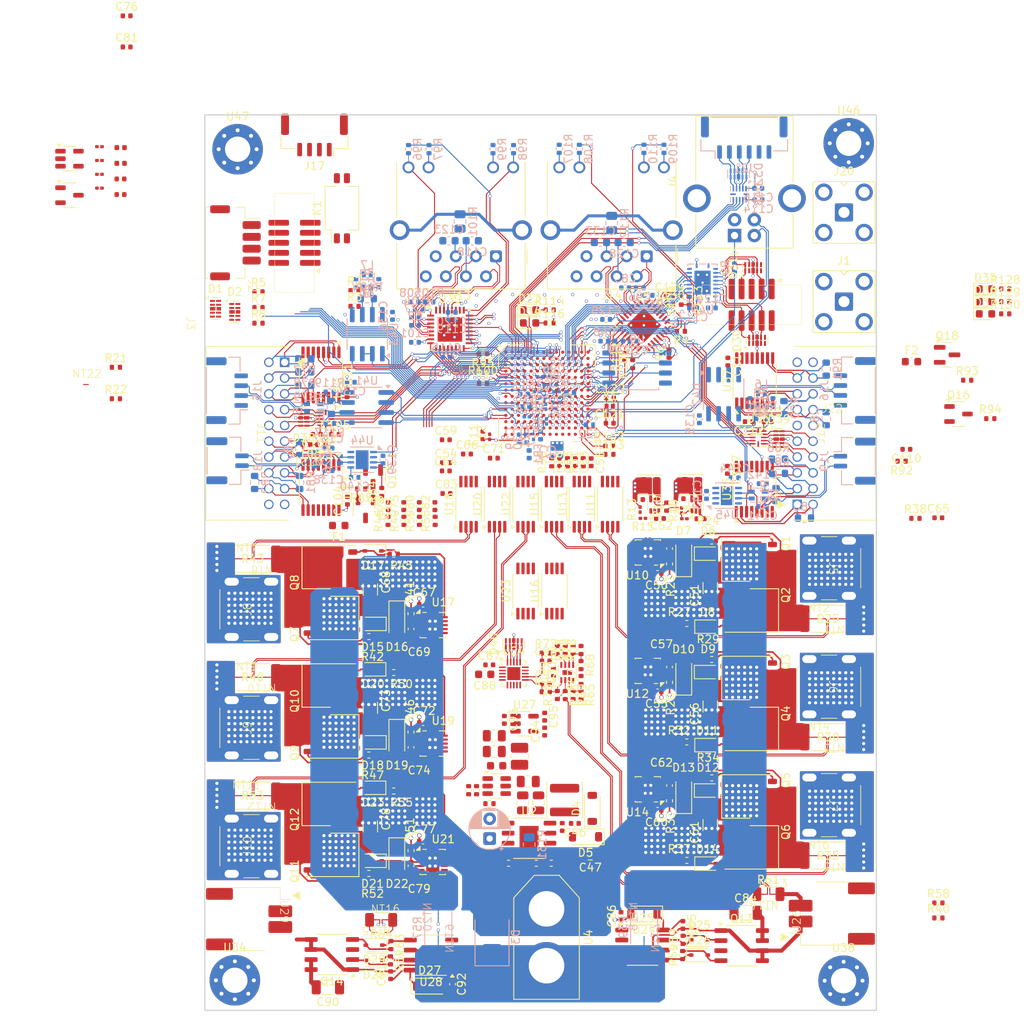
<source format=kicad_pcb>
(kicad_pcb (version 20241229) (generator "pcbnew") (generator_version "9.0")
  (title_block (comment 1 "JLC04161H-3313"))
  (layers (0 "F.Cu" signal) (4 "In1.Cu" power) (6 "In2.Cu" mixed) (2 "B.Cu" signal) (13 "F.Paste" user) (15 "B.Paste" user) (5 "F.SilkS" user "F.Silkscreen") (7 "B.SilkS" user "B.Silkscreen") (1 "F.Mask" user) (3 "B.Mask" user) (25 "Edge.Cuts" user))
  (net 0 "")
  (net 1 "+1V2")
  (net 2 "GND")
  (net 3 "+5V")
  (net 4 "Net-(U2-FB)")
  (net 5 "/POWER_SUPPLY/VBUS_SW")
  (net 6 "Vdrive")
  (net 7 "VDDA")
  (net 8 "GNDA")
  (net 9 "VREF")
  (net 10 "+10V")
  (net 11 "/INVERTER_BRIDGE_A/VBUS'")
  (net 12 "VBUS")
  (net 13 "+5VA")
  (net 14 "GNDPWR")
  (net 15 "/POWER_SUPPLY/PG10V")
  (net 16 "Net-(D4-K)")
  (net 17 "/INVERTER_BRIDGE_B/VBUS'")
  (net 18 "Net-(D6-K)")
  (net 19 "Net-(D6-A)")
  (net 20 "Net-(D7-A)")
  (net 21 "Net-(D7-K)")
  (net 22 "Net-(D8-A)")
  (net 23 "Net-(D8-K)")
  (net 24 "Net-(D10-A)")
  (net 25 "Net-(D10-K)")
  (net 26 "Net-(D13-K)")
  (net 27 "Net-(D13-A)")
  (net 28 "Net-(D16-A)")
  (net 29 "Net-(D16-K)")
  (net 30 "Net-(D19-A)")
  (net 31 "Net-(D19-K)")
  (net 32 "Net-(D21-K)")
  (net 33 "Net-(Q13B-S2)")
  (net 34 "Net-(D24-K)")
  (net 35 "Net-(Q14B-S2)")
  (net 36 "Net-(D9-A)")
  (net 37 "Net-(D11-A)")
  (net 38 "Net-(D11-K)")
  (net 39 "Net-(D12-A)")
  (net 40 "Net-(U5-SW)")
  (net 41 "Net-(D9-K)")
  (net 42 "+3.3_2")
  (net 43 "Net-(D12-K)")
  (net 44 "Net-(D14-A)")
  (net 45 "Net-(D14-K)")
  (net 46 "/BREAK_MCU/PY32_SWDIO")
  (net 47 "/BREAK_MCU/PY32_SD0")
  (net 48 "/BREAK_MCU/PY32_PWM1")
  (net 49 "/BREAK_MCU/PY32_SWCLK")
  (net 50 "/BREAK_MCU/PY32_SD1")
  (net 51 "/BREAK_MCU/PYADC_0")
  (net 52 "/BREAK_MCU/PYADC_7")
  (net 53 "/BREAK_MCU/PY32_PWM0")
  (net 54 "Net-(D15-A)")
  (net 55 "Net-(D15-K)")
  (net 56 "Net-(D17-A)")
  (net 57 "Net-(D17-K)")
  (net 58 "Net-(D18-A)")
  (net 59 "Net-(D18-K)")
  (net 60 "Net-(D20-A)")
  (net 61 "Net-(D20-K)")
  (net 62 "Net-(D22-K)")
  (net 63 "Net-(D23-K)")
  (net 64 "Net-(D23-A)")
  (net 65 "Net-(D25-K)")
  (net 66 "Net-(D26-A)")
  (net 67 "Net-(D26-K)")
  (net 68 "/INVERTER_BRIDGE_A/M_A")
  (net 69 "/INVERTER_BRIDGE_A/M_B")
  (net 70 "/INVERTER_BRIDGE_A/M_C")
  (net 71 "/INVERTER_BRIDGE_B/M_A")
  (net 72 "/INVERTER_BRIDGE_B/M_B")
  (net 73 "/INVERTER_BRIDGE_B/M_C")
  (net 74 "/ENCODER_CONN_A/ENC_SPI_MISO")
  (net 75 "/ENCODER_CONN_A/HALL_W_P")
  (net 76 "/ENCODER_CONN_A/HALL_V_P")
  (net 77 "/ENCODER_CONN_A/ENC_SPI_SCK")
  (net 78 "/ENCODER_CONN_A/Z_P")
  (net 79 "/ENCODER_CONN_A/Z_N")
  (net 80 "/ENCODER_CONN_A/HALL_U_N")
  (net 81 "/ENCODER_CONN_A/B_P")
  (net 82 "/ENCODER_CONN_A/B_N")
  (net 83 "/ENCODER_CONN_A/ENC_SPI_MOSI")
  (net 84 "/ENCODER_CONN_A/HALL_U_P")
  (net 85 "/ENCODER_CONN_A/HALL_V_N")
  (net 86 "/ENCODER_CONN_A/ENC_PWR")
  (net 87 "/ENCODER_CONN_A/A_N")
  (net 88 "/ENCODER_CONN_A/A_P")
  (net 89 "/ENCODER_CONN_A/HALL_W_N")
  (net 90 "/ENCODER_CONN_A/ENC_SPI_NSS")
  (net 91 "/ENCODER_CONN_B/ENC_SPI_MISO")
  (net 92 "/ENCODER_CONN_B/Z_N")
  (net 93 "/ENCODER_CONN_B/HALL_U_N")
  (net 94 "/ENCODER_CONN_B/HALL_W_N")
  (net 95 "/ENCODER_CONN_B/ENC_PWR")
  (net 96 "/ENCODER_CONN_B/B_P")
  (net 97 "/ENCODER_CONN_B/ENC_SPI_MOSI")
  (net 98 "/ENCODER_CONN_B/A_P")
  (net 99 "/ENCODER_CONN_B/ENC_SPI_SCK")
  (net 100 "/ENCODER_CONN_B/HALL_U_P")
  (net 101 "/ENCODER_CONN_B/A_N")
  (net 102 "/ENCODER_CONN_B/HALL_V_N")
  (net 103 "/ENCODER_CONN_B/ENC_SPI_NSS")
  (net 104 "/ENCODER_CONN_B/B_N")
  (net 105 "/ENCODER_CONN_B/HALL_V_P")
  (net 106 "/ENCODER_CONN_B/HALL_W_P")
  (net 107 "+3.3V")
  (net 108 "/ENCODER_CONN_B/Z_P")
  (net 109 "/MA_TEMP")
  (net 110 "/MB_TEMP")
  (net 111 "Net-(U5-FB)")
  (net 112 "Net-(J18-Pin_1)")
  (net 113 "Net-(J18-Pin_2)")
  (net 114 "/BREAK_MCU/PY32_EXADC4")
  (net 115 "/BREAK_MCU/PY32_EXADC3")
  (net 116 "/BREAK_MCU/BREAKA_CUR_P")
  (net 117 "/BREAK_MCU/BREAKB_CUR_P")
  (net 118 "/ENCODER_CONN_A/ENC.PWR")
  (net 119 "/ENCODER_CONN_B/ENC.PWR")
  (net 120 "/BREAK_MCU/BREAKB_CUR_N")
  (net 121 "/BREAK_MCU/BREAKA_CUR_N")
  (net 122 "/HPM5E31_TOP/~{RESET}")
  (net 123 "Net-(U15-OUT)")
  (net 124 "/ETHERNET_PHY_P0/RD_N")
  (net 125 "/ETHERNET_PHY_P0/TD_N")
  (net 126 "/ETHERNET_PHY_P0/TD_P")
  (net 127 "/ETHERNET_PHY_P0/RD_P")
  (net 128 "/ETHERNET_PHY_P2/RD_P")
  (net 129 "/ETHERNET_PHY_P2/TD_N")
  (net 130 "/ETHERNET_PHY_P2/TD_P")
  (net 131 "/ETHERNET_PHY_P2/RD_N")
  (net 132 "/ENCODER_CONN_A/ENC.B")
  (net 133 "/ENCODER_CONN_A/ENC.W")
  (net 134 "/ENCODER_CONN_A/ENC.Z")
  (net 135 "/ENCODER_CONN_A/ENC.U")
  (net 136 "/ENCODER_CONN_A/ENC.V")
  (net 137 "/ENCODER_CONN_A/ENC.A")
  (net 138 "/ENCODER_CONN_A/ENC.MISO")
  (net 139 "/ENCODER_CONN_A/ENC.CS")
  (net 140 "/ENCODER_CONN_A/ENC.MOSI")
  (net 141 "/ENCODER_CONN_A/ENC.CLK")
  (net 142 "/ETHERNET_PHY_P0/MII.LINK")
  (net 143 "/ETHERNET_PHY_P0/LED0")
  (net 144 "/ENCODER_CONN_B/ENC.A")
  (net 145 "/ENCODER_CONN_B/ENC.U")
  (net 146 "/ETHERNET_PHY_P0/MII.TXC")
  (net 147 "/ETHERNET_PHY_P0/MII.RXC")
  (net 148 "/ENCODER_CONN_B/ENC.B")
  (net 149 "/ETHERNET_PHY_P0/MII.RXD1")
  (net 150 "/ETHERNET_PHY_P0/MII.TXEN")
  (net 151 "/ETHERNET_PHY_P2/MII.TXC")
  (net 152 "/ETHERNET_PHY_P2/LED0")
  (net 153 "/ETHERNET_PHY_P0/MII.RXD3")
  (net 154 "/ENCODER_CONN_B/ENC.Z")
  (net 155 "/ETHERNET_PHY_P2/MII.LINK")
  (net 156 "/ENCODER_CONN_B/ENC.W")
  (net 157 "/ETHERNET_PHY_P2/MII.RXC")
  (net 158 "/ETHERNET_PHY_P0/MII.RXD2")
  (net 159 "Net-(U39-REFCLK_SEL)")
  (net 160 "/HPM5E31_TOP/DRIVER_A.CUR0")
  (net 161 "/ETHERNET_PHY_P0/MII.TXD1")
  (net 162 "/ETHERNET_PHY_P0/MII.RXD0")
  (net 163 "/ETHERNET_PHY_P0/MII.RX_ER")
  (net 164 "/ENCODER_CONN_B/ENC.V")
  (net 165 "/HPM5E31_TOP/DRIVER_A.CUR1")
  (net 166 "/ETHERNET_PHY_P0/MII.RX_DV")
  (net 167 "Net-(Q15-G)")
  (net 168 "Net-(Q16-G)")
  (net 169 "/ENCODER_CONN_B/ENC.MISO")
  (net 170 "/HPM5E31_TOP/MCU_POWER/VANA")
  (net 171 "/HPM5E31_TOP/MCU_POWER/VDD_PHY1_CAP")
  (net 172 "/HPM5E31_TOP/MCU_POWER/VDD_PHY0CAP")
  (net 173 "/HPM5E31_TOP/MCU_POWER/VDD_OTPCAP")
  (net 174 "/HPM5E31_TOP/MCU_POWER/VDD_PMCCAP")
  (net 175 "/HPM5E31_TOP/MCU_POWER/USB_N")
  (net 176 "/HPM5E31_TOP/MCU_POWER/USB_P")
  (net 177 "/HPM5E31_TOP/MCU_POWER/USB_VBUS")
  (net 178 "/HPM5E31_TOP/DRIVER_A.CUR2")
  (net 179 "/HPM5E31_TOP/DRIVER_A.CUR3")
  (net 180 "Net-(U40-REFCLK_SEL)")
  (net 182 "PD10")
  (net 183 "PD4")
  (net 185 "PD9")
  (net 186 "PD11")
  (net 187 "PD12")
  (net 189 "/ETHERNET_PHY_P0/MII.TXD2")
  (net 190 "/ENCODER_CONN_B/ENC.CS")
  (net 191 "PD13")
  (net 193 "/ETHERNET_PHY_P0/MII.TXD0")
  (net 194 "/ENCODER_CONN_B/ENC.CLK")
  (net 195 "Net-(D33-A)")
  (net 196 "PB30")
  (net 197 "Net-(D34-A)")
  (net 198 "PB31")
  (net 199 "/ENCODER_CONN_B/ENC.MOSI")
  (net 200 "PC18")
  (net 201 "Net-(D35-A)")
  (net 202 "Net-(D36-A)")
  (net 203 "PC19")
  (net 204 "Net-(D37-A)")
  (net 205 "PD1")
  (net 206 "Net-(Q15-D)")
  (net 207 "Net-(Q16-D)")
  (net 209 "PA9")
  (net 210 "PE4")
  (net 211 "PE5")
  (net 212 "/HPM5E31_TOP/DRIVER_B.CUR3")
  (net 213 "Net-(U39-EN_DLDO)")
  (net 214 "/HPM5E31_TOP/DRIVER_B.CUR0")
  (net 215 "Net-(U40-EN_DLDO)")
  (net 216 "PC2")
  (net 217 "PA5")
  (net 218 "PC9")
  (net 219 "/HPM5E31_TOP/DRIVER_B.CUR1")
  (net 220 "/HPM5E31_TOP/RS485_6.DI")
  (net 221 "PA21")
  (net 222 "/HPM5E31_TOP/DRIVER_B.CUR2")
  (net 223 "/HPM5E31_TOP/DRIVER_A.EN")
  (net 224 "/HPM5E31_TOP/CAN3.RXD")
  (net 225 "/HPM5E31_TOP/DRIVER_A.HI1")
  (net 226 "/HPM5E31_TOP/DRIVER_A.HI0")
  (net 227 "/HPM5E31_TOP/FLASH.D1")
  (net 228 "/HPM5E31_TOP/DRIVER_B.HI0")
  (net 229 "/HPM5E31_TOP/DRIVER_B.EN")
  (net 230 "PA19")
  (net 231 "PA7")
  (net 232 "/HPM5E31_TOP/CAN3.TXD")
  (net 233 "/HPM5E31_TOP/FLASH.D0")
  (net 234 "PA8")
  (net 235 "/HPM5E31_TOP/DRIVER_B.LI1")
  (net 236 "/HPM5E31_TOP/DRIVER_A.HI2")
  (net 237 "PC16")
  (net 238 "/HPM5E31_TOP/FLASH.D3")
  (net 239 "/HPM5E31_TOP/DRIVER_B.HI1")
  (net 240 "PF24")
  (net 241 "PE1")
  (net 242 "/HPM5E31_TOP/DRIVER_A.LI1")
  (net 243 "PE2")
  (net 244 "PF14")
  (net 245 "PA27")
  (net 246 "PE0")
  (net 247 "PD8")
  (net 248 "PB29")
  (net 249 "/HPM5E31_TOP/DRIVER_A.LI2")
  (net 250 "PF25")
  (net 251 "/HPM5E31_TOP/DRIVER_A.LI0")
  (net 252 "PD2")
  (net 253 "PF29")
  (net 254 "PF15")
  (net 255 "PF21")
  (net 256 "PB28")
  (net 257 "PC25")
  (net 258 "PA1")
  (net 259 "PA4")
  (net 260 "Net-(U41-B)")
  (net 261 "Net-(U41-A)")
  (net 262 "/ETHERNET_PHY_P0/MII.TXD3")
  (net 263 "/BREAK_MCU/PY32_BRK")
  (net 265 "/INVERTER_BRIDGE_A/C0_P")
  (net 266 "PA29")
  (net 267 "PA22")
  (net 268 "PD0")
  (net 269 "/HPM5E31_TOP/CAN0.RXD")
  (net 270 "PF7")
  (net 271 "Net-(U39-DVDD1V2)")
  (net 272 "Net-(D21-A)")
  (net 273 "Net-(D27-K)")
  (net 274 "Net-(K1-PIN3)")
  (net 275 "Net-(K1-PIN4)")
  (net 276 "Net-(U42-A)")
  (net 277 "Net-(U42-B)")
  (net 278 "Net-(U22-OUT)")
  (net 279 "Net-(U39-TXC)")
  (net 280 "Net-(U39-RXC)")
  (net 281 "Net-(U39-RBIAS)")
  (net 284 "Net-(U1C-USB0_VBUS)")
  (net 285 "Net-(U2-BST)")
  (net 286 "Net-(U5-BST)")
  (net 287 "Net-(D22-A)")
  (net 288 "Net-(U27-NC{slash}BP)")
  (net 289 "Net-(J13-TCT)")
  (net 290 "Net-(J13-RCT)")
  (net 291 "Net-(J14-TCT)")
  (net 292 "Net-(U40-DVDD1V2)")
  (net 293 "Net-(J14-RCT)")
  (net 294 "Net-(D25-A)")
  (net 295 "Net-(D28-K)")
  (net 296 "Net-(D28-A)")
  (net 297 "Net-(D29-A)")
  (net 298 "Net-(D29-K)")
  (net 299 "Net-(J1-In)")
  (net 301 "Net-(J13-PadSH)")
  (net 302 "Net-(J13-Pad10)")
  (net 303 "Net-(J13-Pad11)")
  (net 305 "Net-(J14-Pad11)")
  (net 306 "Net-(J14-PadSH)")
  (net 308 "Net-(J14-Pad10)")
  (net 309 "Net-(J15-Pin_3)")
  (net 310 "Net-(J15-Pin_2)")
  (net 311 "Net-(J16-Pin_2)")
  (net 312 "Net-(J16-Pin_3)")
  (net 313 "Net-(J17-Pin_3)")
  (net 314 "Net-(J17-Pin_2)")
  (net 315 "Net-(U3-SW)")
  (net 316 "Net-(U6-SW)")
  (net 317 "Net-(U43-A)")
  (net 318 "Net-(U43-B)")
  (net 319 "Net-(U3-EN)")
  (net 320 "Net-(U2-RON)")
  (net 321 "Net-(U3-FB)")
  (net 322 "Net-(U6-FB)")
  (net 323 "Net-(U11-OUT)")
  (net 324 "Net-(U13-OUT)")
  (net 325 "Net-(U16-OUT)")
  (net 326 "Net-(U18-OUT)")
  (net 327 "Net-(U20-OUT)")
  (net 328 "Net-(U23-OUT)")
  (net 329 "Net-(U30A-+INB)")
  (net 330 "Net-(U30B-+INB)")
  (net 331 "Net-(U30A-OUTB)")
  (net 332 "Net-(U30B-OUTB)")
  (net 333 "Net-(U30A--INB)")
  (net 334 "Net-(U30B--INB)")
  (net 335 "Net-(U40-TXC)")
  (net 336 "Net-(U40-RXC)")
  (net 337 "Net-(U40-RBIAS)")
  (net 339 "/HPM5E31_TOP/MCU_POWER/XTALI")
  (net 341 "/HPM5E31_TOP/MCU_POWER/XTALO")
  (net 358 "/INVERTER_BRIDGE_A/C0_N")
  (net 361 "PF23")
  (net 363 "PF6")
  (net 367 "Net-(Q17-B)")
  (net 368 "Net-(Q18-B)")
  (net 369 "Net-(NT13-Pad2)")
  (net 370 "Net-(NT15-Pad2)")
  (net 381 "Net-(J20-In)")
  (net 383 "/INVERTER_BRIDGE_A/C1_P")
  (net 384 "/INVERTER_BRIDGE_A/C1_N")
  (net 385 "/INVERTER_BRIDGE_A/C3_P")
  (net 386 "/INVERTER_BRIDGE_A/C3_N")
  (net 387 "/INVERTER_BRIDGE_B/C1_P")
  (net 388 "/INVERTER_BRIDGE_B/C1_N")
  (net 389 "/INVERTER_BRIDGE_B/C3_P")
  (net 390 "/INVERTER_BRIDGE_B/C3_N")
  (net 391 "/INVERTER_BRIDGE_A/C2_P")
  (net 392 "/INVERTER_BRIDGE_A/C2_N")
  (net 393 "/INVERTER_BRIDGE_B/C0_P")
  (net 394 "/INVERTER_BRIDGE_B/C0_N")
  (net 395 "Net-(J19-Pin_1)")
  (net 396 "Net-(J19-Pin_2)")
  (net 397 "Net-(U44-CAN_H)")
  (net 398 "Net-(U44-CAN_L)")
  (net 399 "Net-(U45-CAN_L)")
  (net 400 "Net-(U45-CAN_H)")
  (net 403 "PD3")
  (net 404 "/HPM5E31_TOP/FLASH.CS0")
  (net 406 "PF27")
  (net 408 "/HPM5E31_TOP/RS485_6.RO")
  (net 409 "/INVERTER_BRIDGE_B/C2_P")
  (net 410 "/INVERTER_BRIDGE_B/C2_N")
  (net 411 "/ENCODER_CONN_A/MOTOT_TMP_N")
  (net 412 "/ENCODER_CONN_B/MOTOT_TMP_N")
  (net 413 "/HPM5E31_TOP/DRIVER_B.LI0")
  (net 414 "/ETHERNET_PHY_P2/MII.REFCLK")
  (net 415 "/ETHERNET_PHY_P2/MII.RX_DV")
  (net 416 "/ETHERNET_PHY_P2/MII.MDC")
  (net 417 "/ETHERNET_PHY_P2/MII.TXD2")
  (net 418 "/ETHERNET_PHY_P2/MII.RXD3")
  (net 419 "/ETHERNET_PHY_P2/MII.RXD0")
  (net 420 "/ETHERNET_PHY_P2/MII.TXD1")
  (net 421 "/ETHERNET_PHY_P2/MII.RX_ER")
  (net 422 "/ETHERNET_PHY_P2/MII.RXD2")
  (net 423 "/ETHERNET_PHY_P2/MII.TXD0")
  (net 424 "/ETHERNET_PHY_P2/MII.MDIO")
  (net 425 "/ETHERNET_PHY_P2/MII.TXD3")
  (net 426 "/ETHERNET_PHY_P2/MII.RST")
  (net 427 "/ETHERNET_PHY_P2/MII.TXEN")
  (net 428 "/ETHERNET_PHY_P2/MII.RXD1")
  (net 429 "/HPM5E31_TOP/DRIVER_B.HI2")
  (net 430 "/HPM5E31_TOP/FLASH.D2")
  (net 431 "PB27")
  (net 432 "PA28")
  (net 433 "/HPM5E31_TOP/RS485_6.DE")
  (net 434 "/HPM5E31_TOP/DRIVER_B.LI2")
  (net 435 "PF19")
  (net 436 "PA6")
  (net 437 "PC8")
  (net 438 "/HPM5E31_TOP/RS485_4.DI")
  (net 439 "PA2")
  (net 440 "/HPM5E31_TOP/RS485_4.DE")
  (net 441 "PC17")
  (net 442 "/HPM5E31_TOP/FLASH.SCLK")
  (net 443 "PA20")
  (net 444 "PC24")
  (net 445 "PC3")
  (net 446 "PB26")
  (net 447 "/HPM5E31_TOP/CAN0.TXD")
  (net 448 "PA3")
  (net 449 "/HPM5E31_TOP/RS485_4.RO")
  (net 450 "PA0")
  (net 451 "PF30")
  (net 452 "PC11")
  (net 453 "PC10")
  (net 454 "/HPM5E31_TOP/RS485_3.DE")
  (net 455 "PC12")
  (net 456 "/HPM5E31_TOP/HPM5E31_PINMAP_2/EUI_SH")
  (net 457 "/HPM5E31_TOP/HPM5E31_PINMAP_2/EUI_DO")
  (net 458 "/HPM5E31_TOP/HPM5E31_PINMAP_2/EUI_DI")
  (net 459 "/HPM5E31_TOP/HPM5E31_PINMAP_2/EUI_CK")
  (net 464 "/HPM5E31_TOP/RS485_3.RO")
  (net 465 "/HPM5E31_TOP/RS485_3.DI")
  (net 466 "/HPM5E31_TOP/HPM5E31_PINMAP_2/ESC_GPIO_0")
  (net 467 "/HPM5E31_TOP/HPM5E31_PINMAP_2/ESC_GPIO_2")
  (net 468 "/HPM5E31_TOP/HPM5E31_PINMAP_2/ESC_GPIO_1")
  (net 469 "/HPM5E31_TOP/HPM5E31_PINMAP_2/ESC_GPIO_5")
  (net 470 "/HPM5E31_TOP/HPM5E31_PINMAP_2/ESC_GPIO_3")
  (net 471 "/HPM5E31_TOP/HPM5E31_PINMAP_2/ESC_GPIO_4")
  (net 472 "Net-(J21-Pin_2)")
  (net 473 "Net-(J21-Pin_1)")
  (footprint "Resistor_SMD:R_0402_1005Metric" (layer "F.Cu") (at 106.42 142.82 90)
    (property "Reference" "R76")
    (property "Value" "10K,1%")
  )
  (footprint "Package_SO:TSSOP-8_4.4x3mm_P0.65mm" (layer "F.Cu") (at 102.4 118.65 90)
    (property "Reference" "U22")
    (property "Value" "INA240A1PWR")
  )
  (footprint "Diode_SMD:D_SOD-323" (layer "F.Cu") (at 124.4 173.82)
    (property "Reference" "D25")
    (property "Value" "1N5819WS")
  )
  (footprint "Package_TO_SOT_SMD:SOT-23-3" (layer "F.Cu") (at 44.6625 79.525)
    (property "Reference" "U8" (hide yes))
    (property "Value" "REF3030AIDBZR")
  )
  (footprint "Capacitor_SMD:C_0402_1005Metric" (layer "F.Cu") (at 92.3 110.5)
    (property "Reference" "C59")
    (property "Value" "100nF,16V")
  )
  (footprint "Connector_RJ:RJ45_Hanrun_HR911105A_Horizontal" (layer "F.Cu") (at 117.73 87.26 180)
    (property "Reference" "J14")
    (property "Value" "RJ45_Hanrun_HR911105A_Horizontal")
  )
  (footprint "Package_SON:VSON-10-1EP_3x3mm_P0.5mm_EP1.65x2.4mm" (layer "F.Cu") (at 90.65043 133.966355)
    (property "Reference" "U17")
    (property "Value" "UCC27282DRCR")
  )
  (footprint "Library:PHB2.0-02-20PWZ" (layer "F.Cu") (at 67.4 109.6784 -90)
    (property "Reference" "J11")
    (property "Value" "PHB2.0-02-20PWZ")
  )
  (footprint "Capacitor_SMD:C_0402_1005Metric" (layer "F.Cu") (at 120.620435 124.279066 90)
    (property "Reference" "C52")
    (property "Value" "1uF,25V")
  )
  (footprint "Capacitor_SMD:C_0402_1005Metric" (layer "F.Cu") (at 89.42043 146.316355)
    (property "Reference" "C72")
    (property "Value" "1uF,25V")
  )
  (footprint "Capacitor_SMD:C_1206_3216Metric" (layer "F.Cu") (at 82.75043 129.451355 90)
    (property "Reference" "C68")
    (property "Value" "1uF,100V")
  )
  (footprint "Resistor_SMD:R_0402_1005Metric" (layer "F.Cu") (at 163.1125 94.55)
    (property "Reference" "R130")
    (property "Value" "2K,1%")
  )
  (footprint "Resistor_SMD:R_0402_1005Metric" (layer "F.Cu") (at 120.620435 156.216355 -90)
    (property "Reference" "R33")
    (property "Value" "10K,1%")
  )
  (footprint "Library:ZX-HY2.0-2PWT" (layer "F.Cu") (at 141.2125 170.5 90)
    (property "Reference" "U26")
    (property "Value" "ZX-HY2.0-2PWT")
  )
  (footprint "Resistor_SMD:R_0402_1005Metric" (layer "F.Cu") (at 68.59 91.75)
    (property "Reference" "R5")
    (property "Value" "10K,1%")
  )
  (footprint "Resistor_SMD:R_0402_1005Metric" (layer "F.Cu") (at 105.7 113.34 90)
    (property "Reference" "R36")
    (property "Value" "33R,1%")
  )
  (footprint "Capacitor_SMD:C_0805_2012Metric" (layer "F.Cu") (at 110.5875 162.975 180)
    (property "Reference" "C47")
    (property "Value" "22uF,25V")
  )
  (footprint "Capacitor_SMD:C_0402_1005Metric" (layer "F.Cu") (at 119.100435 157.416355 180)
    (property "Reference" "C60")
    (property "Value" "1uF,25V")
  )
  (footprint "Resistor_SMD:R_0402_1005Metric" (layer "F.Cu") (at 84.19 117.1125 90)
    (property "Reference" "R84")
    (property "Value" "100R,1%")
  )
  (footprint "Library:UQFN-12_1.7x2_Pitch0.4mm" (layer "F.Cu") (at 131.85 110.2)
    (property "Reference" "U36")
    (property "Value" "TXB0104RUTR")
  )
  (footprint "Capacitor_SMD:C_0805_2012Metric" (layer "F.Cu") (at 102.0375 156.475 -90)
    (property "Reference" "C32" (hide yes))
    (property "Value" "22uF,25V")
  )
  (footprint "Resistor_SMD:R_0402_1005Metric" (layer "F.Cu") (at 150 113.2 180)
    (property "Reference" "R92")
    (property "Value" "1K,1%")
  )
  (footprint "Capacitor_SMD:C_0402_1005Metric" (layer "F.Cu") (at 85.01 118.9 90)
    (property "Reference" "C70")
    (property "Value" "2.2nF,50V")
  )
  (footprint "Library:ZH_SM04_1.50mm_Horizontal" (layer "F.Cu") (at 65.675 85.55 -90)
    (property "Reference" "J2")
    (property "Value" "WAFER-ZH1.5-4PWB")
  )
  (footprint "Library:IDC_SMD_P1.27mm_02x05" (layer "F.Cu") (at 73.15 85.55 -90)
    (property "Reference" "J3")
    (property "Value" "Conn_02x05_Odd_Even")
  )
  (footprint "Capacitor_SMD:C_0402_1005Metric" (layer "F.Cu") (at 87.90043 164.453644 -90)
    (property "Reference" "C79")
    (property "Value" "1uF,25V")
  )
  (footprint "Capacitor_SMD:C_0201_0603Metric" (layer "F.Cu") (at 48.4625 76.875)
    (property "Reference" "C44" (hide yes))
    (property "Value" "100nF,10V")
  )
  (footprint "Capacitor_SMD:C_0805_2012Metric" (layer "F.Cu") (at 98.4375 149.975 180)
    (property "Reference" "C37" (hide yes))
    (property "Value" "22uF,25V")
  )
  (footprint "Capacitor_SMD:C_0402_1005Metric" (layer "F.Cu") (at 88.95 118.9 90)
    (property "Reference" "C80")
    (property "Value" "2.2nF,50V")
  )
  (footprint "Diode_SMD:D_SOD-123" (layer "F.Cu") (at 110.8375 157.175 90)
    (property "Reference" "D4")
    (property "Value" "DFR1G")
  )
  (footprint "Resistor_SMD:R_0402_1005Metric" (layer "F.Cu") (at 122.325 173.82 90)
    (property "Reference" "R59")
    (property "Value" "2R,1%")
  )
  (footprint "Resistor_SMD:R_0402_1005Metric" (layer "F.Cu") (at 109.42 139.03 -90)
    (property "Reference" "R68")
    (property "Value" "5K,1%")
  )
  (footprint "Resistor_SMD:R_0402_1005Metric" (layer "F.Cu") (at 107.42 137.11 90)
    (property "Reference" "R74")
    (property "Value" "1K,1%")
  )
  (footprint "Inductor_SMD:L_1008_2520Metric" (layer "F.Cu") (at 101.6375 150.575 90)
    (property "Reference" "L3" (hide yes))
    (property "Value" "22uH,540mA")
  )
  (footprint "Resistor_SMD:R_0402_1005Metric" (layer "F.Cu") (at 85.3 176.42 -90)
    (property "Reference" "R62")
    (property "Value" "2R,1%")
  )
  (footprint "Package_SO:TSSOP-8_4.4x3mm_P0.65mm" (layer "F.Cu") (at 102.4 129.65 90)
    (property "Reference" "U23")
    (property "Value" "INA240A1PWR")
  )
  (footprint "Resistor_SMD:R_0402_1005Metric" (layer "F.Cu") (at 108.42 142.82 -90)
    (property "Reference" "R69")
    (property "Value" "1K,1%")
  )
  (footprint "Capacitor_SMD:C_0805_2012Metric" (layer "F.Cu") (at 102.7375 153.775)
    (property "Reference" "C35" (hide yes))
    (property "Value" "22uF,25V")
  )
  (footprint "Library:PQFN-8-EP_6x5mm_P1.27mm_Generic" (layer "F.Cu") (at 130.720435 147.116355)
    (property "Reference" "Q4")
    (property "Value" "CSD19532Q5B")
  )
  (footprint "Resistor_SMD:R_0402_1005Metric" (layer "F.Cu") (at 105.6475 164.125 180)
    (property "Reference" "R11" (hide yes))
    (property "Value" "365K,1%")
  )
  (footprint "Capacitor_SMD:C_0402_1005Metric" (layer "F.Cu") (at 51.9 60.75)
    (property "Reference" "C81")
    (property "Value" "100nF,16V")
  )
  (footprint "Capacitor_SMD:C_1206_3216Metric" (layer "F.Cu") (at 125.770435 129.281355 -90)
    (property "Reference" "C51")
    (property "Value" "1uF,100V")
  )
  (footprint "Package_DFN_QFN:Diodes_UDFN-10_1.0x2.5mm_P0.5mm" (layer "F.Cu") (at 65.5875 94.3)
    (property "Reference" "D2")
    (property "Value" "RCLAMP3324P")
  )
  (footprint "Library:PQFN-8-EP_6x5mm_P1.27mm_Generic" (layer "F.Cu") (at 77.80043 156.616355 180)
    (property "Reference" "Q12")
    (property "Value" "CSD19532Q5B")
  )
  (footprint "Capacitor_SMD:C_0402_1005Metric" (layer "F.Cu") (at 51.9 56.81)
    (property "Reference" "C76")
    (property "Value" "100nF,16V")
  )
  (footprint "Library:ZX-HY2.0-2PWT" (layer "F.Cu") (at 67.35 171.2 -90)
    (property "Reference" "U29")
    (property "Value" "ZX-HY2.0-2PWT")
  )
  (footprint "Resistor_SMD:R_0402_1005Metric" (layer "F.Cu") (at 82.56043 150.416355 180)
    (property "Reference" "R47")
    (property "Value" "2R,1%")
  )
  (footprint "Package_SON:VSON-10-1EP_3x3mm_P0.5mm_EP1.65x2.4mm" (layer "F.Cu") (at 117.870435 154.766355 180)
    (property "Reference" "U14")
    (property "Value" "UCC27282DRCR")
  )
  (footprint "Capacitor_SMD:C_0402_1005Metric" (layer "F.Cu") (at 92.38 117.3)
    (property "Reference" "C83")
    (property "Value" "100nF,16V")
  )
  (footprint "Library:USB_B_OST_USB-B1HSxx_Horizontal" (layer "F.Cu") (at 128.85 84.6275 90)
    (property "Reference" "J4")
    (property "Value" "USB_B")
  )
  (footprint "Resistor_SMD:R_0402_1005Metric" (layer "F.Cu") (at 85.35 174.49 -90)
    (property "Reference" "R63")
    (property "Value" "2R,1%")
  )
  (footprint "Library:PQFN-8-EP_6x5mm_P1.27mm_Generic" (layer "F.Cu") (at 77.60043 148.066355)
    (property "Reference" "Q9")
    (property "Value" "CSD19532Q5B")
  )
  (footprint "Resistor_SMD:R_0402_1005Metric" (layer "F.Cu") (at 68.59 95.73)
    (property "Reference" "R8")
    (property "Value" "10K,1%")
  )
  (footprint "Capacitor_SMD:C_1206_3216Metric" (layer "F.Cu") (at 125.770435 144.281355 -90)
    (property "Reference" "C56")
    (property "Value" "1uF,100V")
  )
  (footprint "Resistor_SMD:R_0402_1005Metric" (layer "F.Cu") (at 68.59 93.74)
    (property "Reference" "R7")
    (property "Value" "10K,1%")
  )
  (footprint "Capacitor_SMD:C_0402_1005Metric" (layer "F.Cu") (at 108.7 113.34 -90)
    (property "Reference" "C53")
    (property "Value" "2.2nF,50V")
  )
  (footprint "Resistor_SMD:R_0402_1005Metric" (layer "F.Cu") (at 85.714 124.973644 180)
    (property "Reference" "R45")
    (property "Value" "2R,1%")
  )
  (footprint "Diode_SMD:D_SOD-323" (layer "F.Cu") (at 125.420435 164.166355)
    (property "Reference" "D14")
    (property "Value" "1N5819WS")
  )
  (footprint "Package_DFN_QFN:QFN-32-1EP_5x5mm_P0.5mm_EP3.1x3.1mm" (layer "F.Cu") (at 117.368864 95.99336 -45)
    (property "Reference" "U40")
    (property "Value" "JL1111-N032I")
  )
  (footprint "Resistor_SMD:R_0402_1005Metric" (layer "F.Cu") (at 120.55 99.6 90)
    (property "Reference" "R6")
    (property "Value" "4.7K,1%")
  )
  (footprint "Package_SO:TSSOP-8_4.4x3mm_P0.65mm" (layer "F.Cu") (at 109.53 118.65 90)
    (property "Reference" "U13")
    (property "Value" "INA240A1PWR")
  )
  (footprint "Capacitor_SMD:C_0402_1005Metric" (layer "F.Cu") (at 51.1225 77.465)
    (property "Reference" "C42" (hide yes))
    (property "Value" "1uF,25V")
  )
  (footprint "Diode_SMD:D_SOD-323" (layer "F.Cu") (at 83.225 174.49 180)
    (property "Reference" "D29")
    (property "Value" "1N5819WS")
  )
  (footprint "Capacitor_SMD:C_1206_3216Metric" (layer "F.Cu") (at 82.75043 144.451355 90)
    (property "Reference" "C73")
    (property "Value" "1uF,100V")
  )
  (footprint "Diode_SMD:D_SOD-323" (layer "F.Cu") (at 83.15043 133.816355 180)
    (property "Reference" "D15")
    (property "Value" "1N5819WS")
  )
  (footprint "Capacitor_SMD:C_0603_1608Metric" (layer "F.Cu") (at 97.225 140.2 180)
    (property "Reference" "C88")
    (property "Value" "100nF,50V")
  )
  (footprint "LED_SMD:LED_0603_1608Metric" (layer "F.Cu") (at 160.6125 93)
    (property "Reference" "D36")
    (property "Value" "NCD0603R1")
  )
  (footprint "Capacitor_SMD:C_0402_1005Metric" (layer "F.Cu") (at 78.3 109.8)
    (property "Reference" "C105")
    (property "Value" "100nF,16V")
  )
  (footprint "Package_SO:SOP-8_3.9x4.9mm_P1.27mm" (layer "F.Cu") (at 129.75 174.555)
    (property "Reference" "Q13")
    (property "Value" "NCE01ND03S")
  )
  (footprint "Resistor_SMD:R_0402_1005Metric" (layer "F.Cu") (at 151.75 120.45)
    (property "Reference" "R38")
    (property "Value" "33R,1%")
  )
  (footprint "Package_SON:VSON-10-1EP_3x3mm_P0.5mm_EP1.65x2.4mm" (layer "F.Cu") (at 90.65043 163.966355)
    (property "Reference" "U21")
    (property "Value" "UCC27282DRCR")
  )
  (footprint "Capacitor_SMD:C_0402_1005Metric" (layer "F.Cu") (at 108.6375 159.075 180)
    (property "Reference" "C46")
    (property "Value" "1uF,25V")
  )
  (footprint "Capacitor_SMD:C_0402_1005Metric" (layer "F.Cu") (at 127.95 114.3 -90)
    (property "Reference" "C107")
    (property "Value" "100nF,16V")
  )
  (footprint "Package_SO:TSSOP-8_4.4x3mm_P0.65mm" (layer "F.Cu") (at 106.05 129.65 90)
    (property "Reference" "U16")
    (property "Value" "INA240A1PWR")
  )
  (footprint "Resistor_SMD:R_0402_1005Metric" (layer "F.Cu") (at 125.960435 138.316355)
    (property "Reference" "R29")
    (property "Value" "2R,1%")
  )
  (footprint "Capacitor_SMD:C_0402_1005Metric" (layer "F.Cu") (at 92.32 113.4)
    (property "Reference" "C54")
    (property "Value" "100nF,16V")
  )
  (footprint "Resistor_SMD:R_0402_1005Metric" (layer "F.Cu") (at 122.806865 163.759066)
    (property "Reference" "R37")
    (property "Value" "2R,1%")
  )
  (footprint "Resistor_SMD:R_0402_1005Metric" (layer "F.Cu") (at 125.960435 123.316355)
    (property "Reference" "R24")
    (property "Value" "2R,1%")
  )
  (footprint "Resistor_SMD:R_0201_0603Metric" (layer "F.Cu") (at 122.5 120.5)
    (property "Reference" "R20")
    (property "Value" "44.2K,0.5%")
  )
  (footprint "Package_SON:VSON-10-1EP_3x3mm_P0.5mm_EP1.65x2.4mm" (layer "F.Cu") (at 117.870435 124.766355 180)
    (property "Reference" "U10")
    (property "Value" "UCC27282DRCR")
  )
  (footprint "Inductor_SMD:L_Changjiang_FNR252012S" (layer "F.Cu") (at 123.375 116.2 180)
    (property "Reference" "L4" (hide yes))
    (property "Value" "1uH,5.6A")
  )
  (footprint "Capacitor_SMD:C_0402_1005Metric" (layer "F.Cu") (at 110.7 113.34 -90)
    (property "Reference" "C58")
    (property "Value" "2.2nF,50V")
  )
  (footprint "Capacitor_SMD:C_0402_1005Metric" (layer "F.Cu") (at 89.42043 131.316355)
    (property "Reference" "C67")
    (property "Value" "1uF,25V")
  )
  (footprint "Resistor_SMD:R_2512_6332Metric" (layer "F.Cu") (at 67.85043 125.566355 180)
    (property "Reference" "R43")
    (property "Value" "2mR,1%,3W")
  )
  (footprint "Resistor_SMD:R_0402_1005Metric" (layer "F.Cu") (at 107.42 142.83 -90)
    (property "Reference" "R73")
    (property "Value" "1K,1%")
  )
  (footprint "Capacitor_SMD:C_0402_1005Metric" (layer "F.Cu") (at 120.620435 139.279066 90)
    (property "Reference" "C57")
    (property "Value" "1uF,25V")
  )
  (footprint "MountingHole:MountingHole_3.2mm_M3_Pad_Via" (layer "F.Cu") (at 142.65 179)
    (property "Reference" "U38")
    (property "Value" "M3")
  )
  (footprint "Capacitor_SMD:C_0201_0603Metric" (layer "F.Cu") (at 48.4625 78.625)
    (property "Reference" "C45" (hide yes))
    (property "Value" "100nF,10V")
  )
  (footprint "Resistor_SMD:R_0402_1005Metric" (layer "F.Cu") (at 109.42 140.92 90)
    (property "Reference" "R67")
    (property "Value" "5K,1%")
  )
  (footprint "Package_TO_SOT_SMD:SOT-563" (layer "F.Cu") (at 123.95 118.8 90)
    (property "Reference" "U6" (hide yes))
    (property "Value" "MP1605GTF-Z")
  )
  (footprint "Resistor_SMD:R_0402_1005Metric" (layer "F.Cu") (at 163.1125 91.4)
    (property "Reference" "R128")
    (property "Value" "2K,1%")
  )
  (footprint "Capacitor_SMD:C_0402_1005Metric" (layer "F.Cu") (at 119.4 120.4625 180)
    (property "Reference" "C30" (hide yes))
    (property "Value" "10uF,10V")
  )
  (footprint "Library:YZ-1" (layer "F.Cu") (at 67.70043 146.966355 90)
    (property "Reference" "J9")
    (property "Value" "~")
  )
  (footprint "Library:PQFN-8-EP_6x5mm_P1.27mm_Generic" (layer "F.Cu") (at 130.720435 162.116355)
    (property "Reference" "Q6")
    (property "Value" "CSD19532Q5B")
  )
  (footprint "Resistor_SMD:R_0402_1005Metric" (layer "F.Cu") (at 85.714 139.973644 180)
    (property "Reference" "R50")
    (property "Value" "2R,1%")
  )
  (footprint "Package_SON:VSON-10-1EP_3x3mm_P0.5mm_EP1.65x2.4mm" (layer "F.Cu") (at 90.65043 148.966355)
    (property "Reference" "U19")
    (property "Value" "UCC27282DRCR")
  )
  (footprint "Library:NetTie_SMD_5mil" (layer "F.Cu") (at 66.974 140.566355)
    (property "Reference" "NT9")
    (property "Value" "NetTie_2")
  )
  (footprint "Library:IDC_SMD_P1.27mm_02x05" (layer "F.Cu") (at 131.01 93.4)
    (property "Reference" "J22")
    (property "Value" "Conn_02x05_Odd_Even")
  )
  (footprint "Capacitor_SMD:C_0402_1005Metric" (layer "F.Cu") (at 113.05 108.4)
    (property "Reference" "C121")
    (property "Value" "10pF,50V")
  )
  (footprint "Capacitor_SMD:C_0402_1005Metric" (layer "F.Cu") (at 89.42043 161.316355)
    (property "Reference" "C77")
    (property "Value" "1uF,25V")
  )
  (footprint "Library:NetTie_SMD_5mil" (layer "F.Cu") (at 141.546865 133.166355 180)
    (property "Reference" "NT1")
    (property "Value" "NetTie_2")
  )
  (footprint "Diode_SMD:D_SOD-123" (layer "F.Cu") (at 117.375 170.55 180)
    (property "Reference" "D24")
    (property "Value" "DFR1G")
  )
  (footprint "Resistor_SMD:R_0402_1005Metric" (layer "F.Cu") (at 50.54 105.3)
    (property "Reference" "R22")
    (property "Value" "10K,1%")
  )
  (footprint "Diode_SMD:D_SOD-123" (layer "F.Cu") (at 122.420435 125.466355 90)
    (property "Reference" "D7")
    (property "Value" "11V,350mW")
  )
  (footprint "LED_SMD:LED_0603_1608Metric" (layer "F.Cu") (at 102.9 95.7)
    (property "Reference" "D34")
    (property "Value" "NCD0603R1")
  )
  (footprint "Connector_Coaxial:SMA_BAT_Wireless_BWSMA-KWE-Z001" (layer "F.Cu") (at 142.7 93 -90)
    (property "Reference" "J1")
    (property "Value" "Conn_Coaxial")
  )
  (footprint "Capacitor_SMD:C_0402_1005Metric" (layer "F.Cu") (at 119.100435 127.416355 180)
    (property "Reference" "C50")
    (property "Value" "1uF,25V")
  )
  (footprint "Resistor_SMD:R_0402_1005Metric" (layer "F.Cu") (at 120.620435 126.216355 -90)
    (property "Reference" "R23")
    (property "Value" "10K,1%")
  )
  (footprint "Capacitor_SMD:C_0402_1005Metric" (layer "F.Cu") (at 99.7125 145.9625 -90)
    (property "Reference" "C93")
    (property "Value" "1uF,25V")
  )
  (footprint "Resistor_SMD:R_0402_1005Metric" (layer "F.Cu") (at 87 120.76 90)
    (property "Reference" "R49")
    (property "Value" "33R,1%")
  )
  (footprint "Resistor_SMD:R_0402_1005Metric" (layer "F.Cu") (at 109.42 137.12 90)
    (property "Reference" "R66")
    (property "Value" "5K,1%")
  )
  (footprint "Capacitor_SMD:C_0402_1005Metric" (layer "F.Cu") (at 94.98 112.3)
    (property "Reference" "C66")
    (property "Value" "100nF,16V")
  )
  (footprint "Resistor_SMD:R_0402_1005Metric" (layer "F.Cu") (at 95.1875 154.875 90)
    (property "Reference" "R17" (hide yes))
    (property "Value" "2.1k,1%")
  )
  (footprint "Package_SO:SOP-8_3.9x4.9mm_P1.27mm" (layer "F.Cu") (at 117.2 174.485)
    (property "Reference" "U25")
    (property "Value" "EG2104")
  )
  (footprint "Resistor_SMD:R_2512_6332Metric" (layer "F.Cu") (at 67.85043 140.566355 180)
    (property "Reference" "R48")
    (property "Value" "2mR,1%,3W")
  )
  (footprint "Resistor_SMD:R_0402_1005Metric" (layer "F.Cu") (at 84.98 120.76 90)
    (property "Reference" "R44")
    (property "Value" "33R,1%")
  )
  (footprint "MountingHole:MountingHole_3.2mm_M3_Pad_Via" (layer "F.Cu") (at 143.3 72.95)
    (property "Reference" "U46")
    (property "Value" "M3")
  )
  (footprint "Resistor_SMD:R_0402_1005Metric" (layer "F.Cu") (at 87.90043 147.516355 90)
    (property "Reference" "R46")
    (property "Value" "10K,1%")
  )
  (footprint "Library:YZ-1" (layer "F.Cu") (at 140.820435 141.766355 -90)
    (property "Reference" "J6")
    (property "Value" "~")
  )
  (footprint "Capacitor_SMD:C_0201_0603Metric" (layer "F.Cu") (at 97.85 110.12 90)
    (property "Reference" "C12")
    (property "Value" "100nF,10V")
  )
  (footprint "Library:PQFN-8-EP_6x5mm_P1.27mm_Generic" (layer "F.Cu") (at 130.720435 132.116355)
    (property "Reference" "Q2")
    (property "Value" "CSD19532Q5B")
  )
  (footprint "Capacitor_SMD:C_0402_1005Metric" (layer "F.Cu") (at 97 109.92 90)
    (property "Reference" "C11")
    (property "Value" "10uF,10V")
  )
  (footprint "Diode_SMD:D_SOD-323" (layer "F.Cu") (at 125.420435 149.166355)
    (property "Reference" "D11")
    (property "Value" "1N5819WS")
  )
  (footprint "Capacitor_SMD:C_0402_1005Metric" (layer "F.Cu") (at 130.65 108.2 180)
    (property "Reference" "C112")
    (property "Value" "100nF,16V")
  )
  (footprint "Package_TO_SOT_SMD:SOT-563" (layer "F.Cu") (at 118.75 118.8 90)
    (property "Reference" "U3" (hide yes))
    (property "Value" "MP1605GTF-Z")
  )
  (footprint "Resistor_SMD:R_0402_1005Metric" (layer "F.Cu") (at 120.620435 141.216355 -90)
    (property "Reference" "R28")
    (property "Value" "10K,1%")
  )
  (footprint "Diode_SMD:D_SOD-123" (layer "F.Cu") (at 86.10043 133.266355 -90)
    (property "Reference" "D16")
    (property "Value" "11V,350mW")
  )
  (footprint "Capacitor_SMD:C_0402_1005Metric" (layer "F.Cu") (at 133.05 108.2)
    (property "Reference" "C113")
    (property "Value" "100nF,16V")
  )
  (footprint "Diode_SMD:D_SOD-323" (layer "F.Cu") (at 83.10043 154.566355 180)
    (property "Reference" "D23")
    (property "Value" "1N5819WS")
  )
  (footprint "Capacitor_SMD:C_0402_1005Metric" (layer "F.Cu") (at 92.3 114.44)
    (property "Reference" "C64")
    (property "Value" "100nF,16V")
  )
  (footprint "Inductor_SMD:L_Changjiang_FNR252012S" (layer "F.Cu") (at 118.175 116.2125 180)
    (property "Reference" "L2" (hide yes))
    (property "Value" "1uH,5.6A")
  )
  (footprint "Resistor_SMD:R_0402_1005Metric" (layer "F.Cu") (at 97 99.6 180)
    (property "Reference" "R95")
    (property "Value" "33R,1%")
  )
  (footprint "Resistor_SMD:R_0402_1005Metric" (layer "F.Cu") (at 122.05 96.75 180)
    (property "Reference" "R4")
    (property "Value" "4.7K,1%")
  )
  (footprint "Capacitor_SMD:C_0402_1005Metric" (layer "F.Cu") (at 104.96 138.51)
    (property "Reference" "C98")
    (property "Value" "2.2nF,50V")
  )
  (footprint "Resistor_SMD:R_0402_1005Metric" (layer "F.Cu") (at 100.2475 164.125)
    (property "Reference" "R12" (hide yes))
    (property "Value" "50K,1%")
  )
  (footprint "Resistor_SMD:R_0402_1005Metric" (layer "F.Cu") (at 107.7 113.34 90)
    (property "Reference" "R26")
    (property "Value" "33R,1%")
  )
  (footprint "Diode_SMD:D_SOD-323" (layer "F.Cu") (at 125.370435 139.916355)
    (property "Reference" "D9")
    (property "Value" "1N5819WS")
  )
  (footprint "Library:NetTie_SMD_5mil" (layer "F.Cu") (at 141.546865 163.166355 180)
    (property "Reference" "NT5")
    (property "Value" "NetTie_2")
  )
  (footprint "Library:NetTie_SMD_5mil" (layer "F.Cu") (at 69.124 125.566355 180)
    (property "Reference" "NT8")
    (property "Value" "NetTie_2")
  )
  (footprint "Capacitor_SMD:C_0402_1005Metric" (layer "F.Cu") (at 120.620435 154.279066 90)
    (property "Reference" "C62")
    (property "Value" "1uF,25V")
  )
  (footprint "Resistor_SMD:R_0402_1005Metric" (layer "F.Cu") (at 120.25 118.9625 90)
    (property "Reference" "R10")
    (property "Value" "10K,1%")
  )
  (footprint "Resistor_SMD:R_0201_0603Metric" (layer "F.Cu") (at 117.25 120.4425 180)
    (property "Reference" "R15")
    (property "Value" "178K,0.5%")
  )
  (footprint "Capacitor_SMD:C_0402_1005Metric" (layer "F.Cu") (at 104.96 141.41)
    (property "Reference" "C97")
    (property "Value" "2.2nF,50V")
  )
  (footprint "Resistor_SMD:R_0402_1005Metric" (layer "F.Cu") (at 105.4475 95.71)
    (property "Reference" "R116")
    (property "Value" "2K,1%")
  )
  (footprint "Capacitor_SMD:C_0402_1005Metric" (layer "F.Cu") (at 104.8125 145.5625 -90)
    (property "Reference" "C95")
    (property "Value" "1uF,25V")
  )
  (footprint "Capacitor_SMD:C_0805_2012Metric" (layer "F.Cu") (at 104.0375 156.475 -90)
    (property "Reference" "C31" (hide yes))
    (property "Value" "22uF,25V")
  )
  (footprint "Diode_SMD:D_SOD-323" (layer "F.Cu") (at 125.420435 134.166355)
    (property "Reference" "D8")
    (property "Value" "1N5819WS")
  )
  (footprint "Resistor_SMD:R_0402_1005Metric" (layer "F.Cu") (at 97 100.6 180)
    (property "Reference" "R100")
    (property "Value" "33R,1%")
  )
  (footprint "Resistor_SMD:R_0402_1005Metric" (layer "F.Cu") (at 90.95 120.76 90)
    (property "Reference" "R56")
    (property "Value" "33R,1%")
  )
  (footprint "Resistor_SMD:R_0201_0603Metric" (layer "F.Cu") (at 122.15 119.45 90)
    (property "Reference" "R18")
    (property "Value" "200K,0.5%")
  )
  (footprint "Resistor_SMD:R_0402_1005Metric" (layer "F.Cu") (at 113 112.34)
    (property "Reference" "R103")
    (property "Value" "33R,1%")
  )
  (footprint "Library:UQFN-12_1.7x2_Pitch0.4mm" (layer "F.Cu") (at 77.1 107.8625 180)
    (property "Reference" "U32")
    (property "Value" "TXB0104RUTR")
  )
  (footprint "Resistor_SMD:R_0402_1005Metric" (layer "F.Cu") (at 97.8275 156.575)
    (property "Reference" "R16" (hide yes))
    (property "Value" "10K,1%")
  )
  (footprint "Library:PQFN-8-EP_6x5mm_P1.27mm_Generic" (layer "F.Cu") (at 77.80043 126.616355 180)
    (property "Reference" "Q8")
    (property "Value" "CSD19532Q5B")
  )
  (footprint "Package_DFN_QFN:Diodes_UDFN-10_1.0x2.5mm_P0.5mm" (layer "F.Cu") (at 100.9 136.33125 90)
    (property "Reference" "D40")
    (property "Value" "RCLAMP3324P")
  )
  (footprint "Package_SO:SOP-8_3.9x4.9mm_P1.27mm" (layer "F.Cu") (at 90.425 175.755 180)
    (property "Reference" "U28")
    (property "Value" "EG2104")
  )
  (footprint "Resistor_SMD:R_0402_1005Metric" (layer "F.Cu") (at 108.42 137.12 90)
    (property "Reference" "R70")
    (property "Value" "1K,1%")
  )
  (footprint "Package_SO:TSSOP-16_4.4x5mm_P0.65mm" (layer "F.Cu") (at 76.5 116.5375 -90)
    (property "Reference" "U33")
    (property "Value" "MS2575T")
  )
  (footprint "Library:NetTie_SMD_5mil" (layer "F.Cu") (at 84.5391 171.2826)
    (property "Reference" "NT16")
    (property "Value" "NetTie_2")
  )
  (footprint "Resistor_SMD:R_0402_1005Metric" (layer "F.Cu") (at 50.54 101.31)
    (property "Reference" "R21")
    (property "Value" "10K,1%")
  )
  (footprint "Resistor_SMD:R_1206_3216Metric" (layer "F.Cu") (at 133.13865 168.035)
    (property "Reference" "R61")
    (property "Value" "100mR,1%,1W")
  )
  (footprint "Resistor_SMD:R_0402_1005Metric" (layer "F.Cu") (at 154.65 171.05)
    (property "Reference" "R40")
    (property "Value" "10K,1%")
  )
  (footprint "Capacitor_SMD:C_0402_1005Metric" (layer "F.Cu") (at 121.9 117.9625)
    (property "Reference" "C39" (hide yes))
    (property "Value" "10uF,10V")
  )
  (footprint "Package_DFN_QFN:QFN-20-1EP_3x3mm_P0.4mm_EP1.65x1.65mm" (layer "F.Cu") (at 100.91 140.11)
    (property "Reference" "U24")
    (property "Value" "PY32F002BF15U")
  )
  (footprint "Resistor_SMD:R_0402_1005Metric" (layer "F.Cu") (at 88.96 120.76 90)
    (property "Reference" "R54")
    (property "Value" "33R,1%")
  )
  (footprint "MountingHole:MountingHole_3.2mm_M3_Pad_Via" (layer "F.Cu") (at 65.6 178.95)
    (property "Reference" "U34")
    (property "Value" "M3")
  )
  (footprint "Package_SO:TSSOP-16_4.4x5mm_P0.65mm" (layer "F.Cu") (at 76.5 102.2875 -90)
    (property "Reference" "U31")
    (property "Value" "MS2575T")
  )
  (footprint "Resistor_SMD:R_2512_6332Metric" (layer "F.Cu") (at 140.670435 148.166355)
    (property "Reference" "R30")
    (property "Value" "2mR,1%,3W")
  )
  (footprint "Resistor_SMD:R_0402_1005Metric" (layer "F.Cu") (at 96.1875 154.875 -90)
    (property "Reference" "R19" (hide yes))
    (property "Value" "11K,1%")
  )
  (footprint "MountingHole:MountingHole_3.2mm_M3_Pad_Via" (layer "F.Cu") (at 65.95 73.7)
    (property "Reference" "U47")
    (property "Value" "M3")
  )
  (footprint "Resistor_SMD:R_0402_1005Metric" (layer "F.Cu") (at 114.95 99.95 90)
    (property "Reference" "R111")
    (property "Value" "33R,1%")
  )
  (footprint "Package_TO_SOT_SMD:SOT-23" (layer "F.Cu") (at 83.09 115.2625 -90)
    (property "Reference" "Q17")
    (property "Value" "SS8050")
  )
  (footprint "Capacitor_SMD:C_0402_1005Metric" (layer "F.Cu") (at 128 100.6 -90)
    (property "Reference" "C111")
    (property "Value" "100nF,16V")
  )
  (footprint "Library:NetTie_SMD_5mil" (layer "F.Cu") (at 141.546865 148.166355 180)
    (property "Reference" "NT3")
    (property "Value" "NetTie_2")
  )
  (footprint "Diode_SMD:D_SOD-123" (layer "F.Cu") (at 122.420435 140.466355 90)
    (property "Reference" "D10")
    (property "Value" "11V,350mW")
  )
  (footprint "Oscillator:Oscillator_SMD_Abracon_ASCO-4Pin_1.6x1.2mm" (layer "F.Cu") (at 113.05 106.8)
    (property "Reference" "X1")
    (property "Value" "24M,10ppm")
  )
  (footprint "Diode_SMD:D_SOD-123" (layer "F.Cu") (at 86.10043 163.266355 -90)
    (property "Reference" "D22")
    (property "Value" "11V,350mW")
  )
  (footprint "Diode_SMD:D_SOD-123" (layer "F.Cu") (at 109.9875 160.775 180)
    (property "Reference" "D5")
    (property "Value" "DFR1G")
  )
  (footprint "Capacitor_SMD:C_0402_1005Metric" (layer "F.Cu") (at 114.475 170.8 90)
    (property "Reference" "C86")
    (property "Value" "1uF,25V")
  )
  (footprint "Capacitor_SMD:C_0402_1005Metric" (layer "F.Cu") (at 85.3186 178.3 90)
    (property "Reference" "C91")
    (property "Value" "1uF,25V")
  )
  (footprint "Library:PQFN-8-EP_6x5mm_P1.27mm_Generic" (layer "F.Cu") (at 77.80043 141.616355 180)
    (property "Reference" "Q10")
    (property "Value" "CSD19532Q5B")
  )
  (footprint "Capacitor_SMD:C_0402_1005Metric" (layer "F.Cu") (at 122.3064 171.94 -90)
    (property "Reference" "C85")
    (property "Value" "1uF,25V")
  )
  (footprint "Resistor_SMD:R_0402_1005Metric" (layer "F.Cu") (at 97.01 103.4)
    (property "Reference" "R1")
    (property "Value" "33R,1%")
  )
  (footprint "Package_TO_SOT_SMD:SOT-23-5" (layer "F.Cu") (at 44.6625 74.9)
    (property "Reference" "U7" (hide yes))
    (property "Value" "LP5907MFX-3.3/NOPB")
  )
  (footprint "Resistor_SMD:R_0402_1005Metric" (layer "F.Cu") (at 115.95 100.9 90)
    (property "Reference" "R106")
    (property "Value" "33R,1%")
  )
  (footprint "Diode_SMD:D_SOD-123" (layer "F.Cu") (at 86.10043 148.266355 -90)
    (property "Reference" "D19")
    (property "Value" "11V,350mW")
  )
  (footprint "Capacitor_SMD:C_0402_1005Metric" (layer "F.Cu") (at 116.75 118.0625)
    (property "Reference" "C33" (hide yes))
    (property "Value" "10uF,10V")
  )
  (footprint "Package_TO_SOT_SMD:SOT-23" (layer "F.Cu") (at 155.75 99.7375)
    (property "Reference" "Q18")
    (property "Value" "SS8050")
  )
  (footprint "Library:NetTie_SMD_5mil" (layer "F.Cu") (at 133.61365 168.05)
    (property "Reference" "NT13")
    (property "Value" "NetTie_2")
  )
  (footprint "Diode_SMD:D_SOD-323" (layer "F.Cu") (at 83.225 176.42 180)
    (property "Reference" "D28")
    (property "Value" "1N5819WS")
  )
  (footprint "Package_SON:VSON-10-1EP_3x3mm_P0.5mm_EP1.65x2.4mm" (layer "F.Cu") (at 117.870435 139.766355 180)
    (property "Reference" "U12")
    (property "Value" "UCC27282DRCR")
  )
  (footprint "Capacitor_SMD:C_0402_1005Metric" (layer "F.Cu") (at 90.92 118.9 90)
    (property "Reference" "C82")
    (property "Value" "2.2nF,50V")
  )
  (footprint "Resistor_SMD:R_0402_1005Metric" (layer "F.Cu") (at 105.4475 94.05)
    (property "Reference" "R114")
    (property "Value" "2K,1%")
  )
  (footprint "Resistor_SMD:R_2512_6332Metric" (layer "F.Cu") (at 67.85043 155.566355 180)
    (property "Reference" "R53")
    (property "Value" "2mR,1%,3W")
  )
  (footprint "Package_TO_SOT_SMD:SOT-23-6" (layer "F.Cu") (at 98.7375 154.35)
    (property "Reference" "U5" (hide yes))
    (property "Value" "JW5026")
  )
  (footprint "Resistor_SMD:R_0402_1005Metric" (layer "F.Cu") (at 154.65 169.15)
    (property "Reference" "R58")
    (property "Value" "10K,1%")
  )
  (footprint "Capacitor_SMD:C_0402_1005Metric" (layer "F.Cu") (at 86.98 118.9 90)
    (property "Reference" "C75")
    (property "Value" "2.2nF,50V")
  )
  (footprint "Library:NetTie_SMD_5mil" (layer "F.Cu") (at 69.124 155.566355 180)
    (property "Reference" "NT12")
    (property "Value" "NetTie_2")
  )
  (footprint "Diode_SMD:D_SOD-323" (layer "F.Cu") (at 83.10043 124.566355 180)
    (property "Reference" "D17")
    (property "Value" "1N5819WS")
  )
  (footprint "Resistor_SMD:R_0402_1005Metric" (layer "F.Cu") (at 87.90043 162.516355 90)
    (property "Reference" "R51")
    (property "Value" "10K,1%")
  )
  (footprint "Capacitor_SMD:C_0402_1005Metric" (layer "F.Cu") (at 124.55 120.5 180)
    (property "Reference" "C36" (hide yes))
    (property "Value" "10uF,10V")
  )
  (footprint "Package_SO:HSOP-8-1EP_3.9x4.9mm_P1.27mm_EP2.41x3.1mm" (layer "F.Cu") (at 102.8375 160.95)
    (property "Reference" "U2")
    (property "Value" "LM5164DDAR")
  )
  (footprint "Resistor_SMD:R_0402_1005Metric" (layer "F.Cu") (at 109.42 142.82 -90)
    (property "Reference" "R65")
    (property "Value" "5K,1%")
  )
  (footprint "Capacitor_SMD:C_0402_1005Metric" (layer "F.Cu") (at 75.95 109.8 180)
    (property "Reference" "C106")
    (property "Value" "100nF,16V")
  )
  (footprint "Resistor_SMD:R_0402_1005Metric" (layer "F.Cu") (at 82.56043 135.416355 180)
    (property "Reference" "R42")
    (property "Value" "2R,1%")
  )
  (footprint "Diode_SMD:D_SOD-323" (layer "F.Cu") (at 83.15043 148.816355 180)
    (property "Reference" "D18")
    (property "Value" "1N5819WS")
  )
  (footprint "Capacitor_SMD:C_0402_1005Metric" (layer "F.Cu") (at 154.64 120.38)
    (property "Reference" "C65")
    (property "Value" "2.2nF,50V")
  )
  (footprint "Resistor_SMD:R_0201_0603Metric" (layer "F.Cu") (at 116.9 119.3425 90)
    (property "Reference" "R13")
    (property "Value" "200K,0.5%")
  )
  (footprint "Library:YZ-1" (layer "F.Cu") (at 67.70043 131.966355 90)
    (property "Reference" "J8")
    (property "Value" "~")
  )
  (footprint "Package_SO:TSSOP-8_4.4x3mm_P0.65mm" (layer "F.Cu") (at 98.79 118.65 90)
    (property "Reference" "U20")
    (property "Value" "INA240A1PWR")
  )
  (footprint "Capacitor_SMD:C_0402_1005Metric" (layer "F.Cu") (at 87.90043 134.453644 -90)
    (property "Reference" "C69")
    (property "Value" "1uF,25V")
  )
  (footprint "Capacitor_SMD:C_0402_1005Metric" (layer "F.Cu") (at 51.1225 79.435)
    (property "Reference" "C43" (hide yes))
    (property "Value" "1uF,25V")
  )
  (footprint "Capacitor_SMD:C_0201_0603Metric" (layer "F.Cu") (at 48.4625 73.375)
    (property "Reference" "C40" (hide yes))
    (property "Value" "100nF,10V")
  )
  (footprint "Fuse:Fuse_0603_1608Metric" (layer "F.Cu") (at 78.75 121.35 180)
    (property "Reference" "F1")
    (property "Value" "SMD0603-050-6")
  )
  (footprint "Library:PQFN-8-EP_6x5mm_P1.27mm_Generic" (layer "F.Cu") (at 130.920435 125.666355 180)
    (property "Reference" "Q1")
    (property "Value" "CSD19532Q5B")
  )
  (footprint "Resistor_SMD:R_0402_1005Metric" (layer "F.Cu") (at 106.42 137.12 -90)
    (property "Reference" "R75")
    (property "Value" "10K,1%")
  )
  (footprint "Capacitor_SMD:C_0402_1005Metric" (layer "F.Cu") (at 79.8 104.6 90)
    (property "Reference" "C100")
    (property "Value" "100nF,16V")
  )
  (footprint "Capacitor_SMD:C_0402_1005Metric" (layer "F.Cu") (at 122.1 92.9 90)
    (property "Reference" "C109")
    (property "Value" "100nF,16V")
  )
  (footprint "Diode_SMD:D_SOD-323" (layer "F.Cu") (at 125.370435 154.916355)
    (property "Reference" "D12")
    (property "Value" "1N5819WS")
  )
  (footprint "Library:PHB2.0-02-20PWZ" (layer "F.Cu") (at 141.2875 109.6784 90)
    (property "Reference" "J12")
    (property "Value" "PHB2.0-02-20PWZ")
  )
  (footprint "Resistor_SMD:R_0402_1005Metric" (layer "F.Cu") (at 161.2225 107.8175)
    (property "Reference" "R94")
    (property "Value" "10K,1%")
  )
  (footprint "Capacitor_SMD:C_0402_1005Metric" (layer "F.Cu") (at 79.85 118.2 90)
    (property "Reference" "C104")
    (property "Value" "100nF,16V")
  )
  (footprint "LED_SMD:LED_0603_1608Metric" (layer "F.Cu") (at 160.6125 94.55)
    (property "Reference" "D37")
    (property "Value" "NCD0603B1")
  )
  (footprint "Package_SO:TSSOP-16_4.4x5mm_P0.65mm" (layer "F.Cu") (at 131.4 103.0125 90)
    (property "Reference" "U37")
    (property "Value" "MS2575T")
  )
  (footprint "Library:NetTie_SMD_5mil" (layer "F.Cu") (at 66.974 155.566355)
    (property "Reference" "NT11")
    (property "Value" "NetTie_2")
  )
  (footprint "Library:NetTie_SMD_5mil" (layer "F.Cu") (at 139.396865 148.166355)
    (property "Reference" "NT4")
    (property "Value" "NetTie_2")
  )
  (footprint "Connector_AMASS:AMASS_XT60-M_1x02_P7.20mm_Vertical" (layer "F.Cu") (at 105.05 169.9 -90)
    (property "Reference" "U4")
    (property "Value" "~")
  )
  (footprint "Capacitor_SMD:C_0402_1005Metric" (layer "F.Cu") (at 74.65 111.1125 180)
    (property "Reference" "C103")
    (property "Value" "1uF,25V")
  )
  (footprint "Capacitor_SMD:C_0402_1005Metric" (layer "F.Cu") (at 106.7 113.34 -90)
    (property "Reference" "C63")
    (property "Value" "2.2nF,50V")
  )
  (footprint "Library:YZ-1" (layer "F.Cu") (at 140.820435 156.766355 -90)
    (property "Reference" "J7")
    (property "Value" "~")
  )
  (footprint "Capacitor_SMD:C_1206_3216Metric" (layer "F.Cu") (at 82.75043 159.451355 90)
    (property "Reference" "C78")
    (property "Value" "1uF,100V")
  )
  (footprint "Capacitor_SMD:C_0402_1005Metric" (layer "F.Cu") (at 104.8125 147.4425 90)
    (property "Reference" "C94")
    (property "Value" "22nF,50V")
  )
  (footprint "Resistor_SMD:R_0402_1005Metric" (layer "F.Cu") (at 122.806865 133.759066)
    (property "Reference" "R27")
    (property "Value" "2R,1%")
  )
  (footprint "Package_TO_SOT_SMD:SOT-23-5" (layer "F.Cu") (at 102.2625 146.45)
    (property "Reference" "U27")
    (property "Value" "RT9193-33GB-MS")
  )
  (footprint "Capacitor_SMD:C_0402_1005Metric" (layer "F.Cu") (at 98.38 112.82)
    (property "Reference" "C71")
    (property "Value" "100nF,16V")
  )
  (footprint "Resistor_SMD:R_0402_1005Metric" (layer "F.Cu") (at 123.1 92.89 -90)
    (property "Reference" "R113")
    (property "Value" "0R,1%")
  )
  (footprint "Diode_SMD:D_SOD-123" (layer "F.Cu") (at 90.25 179.69)
    (property "Reference" "D27")
    (property "Value" "DFR1G")
  )
  (footprint "Library:NetTie_SMD_5mil" (layer "F.Cu") (at 69.124 140.566355 180)
    (property "Reference" "NT10")
    (property "Value" "NetTie_2")
  )
  (footprint "Package_DFN_QFN:Diodes_UDFN-10_1.0x2.5mm_P0.5mm" (layer "F.Cu") (at 131.7 97.9125 90)
    (property "Reference" "D30")
    (property "Value" "RCLAMP0524P")
  )
  (footprint "Package_TO_SOT_SMD:SOT-23-3" (layer "F.Cu") (at 82.14 119.2625 -90)
    (property "Reference" "Q15")
    (property "Value" "SI2305")
  )
  (footprint "Capacitor_SMD:C_0201_0603Metric" (layer "F.Cu") (at 48.4625 75.125)
    (property "Reference" "C41" (hide yes))
    (property "Value" "100nF,10V")
  )
  (footprint "Resistor_SMD:R_0402_1005Metric" (layer "F.Cu") (at 85.714 154.973644 180)
    (property "Reference" "R55")
    (property "Value" "2R,1%")
  )
  (footprint "Resistor_SMD:R_0402_1005Metric" (layer "F.Cu") (at 104.96 137.51)
    (property "Reference" "R72")
    (property "Value" "33R,1%")
  )
  (footprint "Library:NetTie_SMD_5mil" (layer "F.Cu") (at 66.974 125.566355)
    (property "Reference" "NT7")
    (property "Value" "NetTie_2")
  )
  (footprint "Diode_SMD:D_SOD-323" (layer "F.Cu") (at 124.4 175.75)
    (property "Reference" "D26")
    (property "Value" "1N5819WS")
  )
  (footprint "Library:JST_GH_SM04B-GHS-TB_1x04-1MP_P1.25mm_Horizontal" (layer "F.Cu") (at 75.675 71.9 180)
    (property "Reference" "J17")
    (property "Value" "WAFER-GH1.25-4PWB")
  )
  (footprint "Resistor_SMD:R_0402_1005Metric" (layer "F.Cu") (at 163.1125 93)
    (property "Reference" "R129")
    (property "Value" "2K,1%")
  )
  (footprint "Library:NetTie_SMD_5mil" (layer "F.Cu") (at 139.396865 133.166355)
    (property "Reference" "NT2")
    (property "Value" "NetTie_2")
  )
  (footprint "Library:NetTie_SMD_5mil" (layer "F.Cu") (at 74.95 111.8625 180)
    (property "Reference" "NT21")
    (property "Value" "NetTie_2")
  )
  (footprint "Capacitor_SMD:C_0603_1608Metric" (layer "F.Cu") (at 98.7375 151.775 180)
    (property "Reference" "C34" (hide yes))
    (property "Value" "100nF,50V")
  )
  (footprint "Resistor_SMD:R_0402_1005Metric" (layer "F.Cu") (at 87.90043 132.516355 90)
    (property "Reference" "R41")
    (property "Value" "10K,1%")
  )
  (footprint "Resistor_SMD:R_0402_1005Metric" (layer "F.Cu") (at 122.806865 148.759066)
    (property "Reference" "R32")
    (property "Value" "2R,1%")
  )
  (footprint "Resistor_SMD:R_0402_1005Metric" (layer "F.Cu") (at 76.55 111.1125 180)
    (property "Reference" "R83")
    (property "Value" "1K,1%")
  )
  (footprint "Capacitor_SMD:C_0402_1005Metric" (layer "F.Cu") (at 93.15 179.44 -90)
    (property "Reference" "C92")
    (property "Value" "1uF,25V")
  )
  (footprint "Library:PQFN-8-EP_6x5mm_P1.27mm_Generic" (layer "F.Cu") (at 77.60043 163.066355)
    (property "Reference" "Q11")
    (property "Value" "CSD19532Q5B")
  )
  (footprint "Package_DFN_QFN:Diodes_UDFN-10_1.0x2.5mm_P0.5mm" (layer "F.Cu") (at 63.15 93.9)
    (property "Reference" "D1")
    (property "Value" "RCLAMP3324P")
  )
  (footprint "Resistor_SMD:R_1206_3216Metric" (layer "F.Cu") (at 84.1141 171.2976 180)
    (property "Reference" "R64")
    (property "Value" "100mR,1%,1W")
  )
  (footprint "Capacitor_SMD:C_0805_2012Metric" (layer "F.Cu") (at 98.4375 147.975 180)
    (property "Reference" "C38" (hide yes))
    (property "Value" "22uF,25V")
  )
  (footprint "Package_SO:TSSOP-16_4.4x5mm_P0.65mm" (layer "F.Cu") (at 131.35 116.75 90)
    (property "Reference" "U35")
    (property "Value" "MS2575T")
  )
  (footprint "Resistor_SMD:R_0402_1005Metric" (layer "F.Cu") (at 125.960435 153.316355)
    (property "Reference" "R34")
    (property "Value" "2R,1%")
  )
  (footprint "Resistor_SMD:R_0402_1005Metric" (layer "F.Cu") (at 109.7 113.34 90)
    (property "Reference" "R31")
    (property "Value" "33R,1%")
  )
  (footprint "Capacitor_SMD:C_0402_1005Metric" (layer "F.Cu") (at 120.655 93.35)
    (property "Reference" "C130")
    (property "Value" "100nF,16V")
  )
  (footprint "Diode_SMD:D_SOD-323" (layer "F.Cu") (at 83.15043 163.816355 180)
    (property "Reference" "D21")
    (property "Value" "1N5819WS")
  )
  (footprint "Capacitor_SMD:C_0402_1005Metric" (layer "F.Cu") (at 119.100435 142.416355 180)
    (property "Reference" "C55")
    (property "Value" "1uF,25V")
  )
  (footprint "Library:NetTie_SMD_5mil" (layer "F.Cu") (at 46.7452 103.5)
    (property "Reference" "NT22")
    (property "Value" "NetTie_2")
  )
  (footprint "Diode_SMD:D_SOD-323" (layer "F.Cu") (at 125.370435 124.916355)
    (property "Reference" "D6")
    (property "Value" "1N5819WS")
  )
  (footprint "Library:NetTie_SMD_5mil" (layer "F.Cu") (at 132.71365 168.05 180)
    (property "Reference" "NT14")
    (property "Value" "NetTie_2")
  )
  (footprint "Resistor_SMD:R_0402_1005Metric" (layer "F.Cu") (at 158.3 102.9525)
    (property "Reference" "R93")
    (property "Value" "100R,1%")
  )
  (footprint "Button_Switch_SMD:SW_DIP_SPSTx02_Slide_KingTek_DSHP02TS_W7.62mm_P1.27mm" (layer "F.Cu") (at 79.15 81.175 90)
    (property "Reference" "K1")
    (property "Value" "DSHP02TSGET")
  )
  (footprint "Resistor_SMD:R_0402_1005Metric" (layer "F.Cu") (at 113 111.3)
    (property "Reference" "R102")
    (property "Value" "33R,1%")
  )
  (footprint "Library:PQFN-8-EP_6x5mm_P1.27mm_Generic" (layer "F.Cu") (at 77.60043 133.066355)
    (property "Reference" "Q7")
    (property "Value" "CSD19532Q5B")
  )
  (footprint "Library:YZ-1" (layer "F.Cu") (at 67.70043 161.966355 90)
    (property "Reference" "J10")
    (property "Value" "~")
  )
  (footprint "Diode_SMD:D_SOD-123" (layer "F.Cu") (at 122.420435 155.466355 90)
    (property "Reference" "D13")
    (property "Value" "11V,350mW")
  )
  (footprint "Capacitor_SMD:C_0402_1005Metric" (layer "F.Cu") (at 87.90043 149.453644 -90)
    (property "Reference" "C74")
    (property "Value" "1uF,25V")
  )
  (footprint "Package_SO:TSSOP-8_4.4x3mm_P0.65mm" (layer "F.Cu") (at 113.1 118.65 90)
    (property "Reference" "U11")
    (property "Value" "INA240A1PWR")
  )
  (footprint "Capacitor_SMD:C_0402_1005Metric" (layer "F.Cu") (at 107.0375 159.525 90)
    (property "Reference" "C29" (hide yes))
    (property "Value" "2.2nF,50V")
  )
  (footprint "Package_SO:SOP-8_3.9x4.9mm_P1.27mm" (layer "F.Cu") (at 77.875 175.685 180)
    (property "Reference" "Q14")
    (property "Value" "NCE01ND03S")
  )
  (footprint "LED_SMD:LED_0603_1608Metric" (layer "F.Cu") (at 160.6125 91.4)
    (property "Reference" "D35")
    (property "Value" "NCD0603G1")
  )
  (footprint "Package_DFN_QFN:Diodes_UDFN-10_1.0x2.5mm_P0.5mm" (layer "F.Cu") (at 74.3375 107.7125 180)
    (property "Reference" "D38")
    (property "Value" "RCLAMP0524P")
  )
  (footprint "Library:YZ-1" (layer "F.Cu") (at 140.820435 126.766355 -90)
    (property "Reference" "J5")
    (property "Value" "~")
  )
  (footprint "Fuse:Fuse_0603_1608Metric" (layer "F.Cu") (at 151.25 100.6)
    (property "Reference" "F2")
    (property "Value" "SMD0603-050-6")
  )
  (footprint "Library:PQFN-8-EP_6x5mm_P1.27mm_Generic" (layer "F.Cu") (at 130.920435 140.666355 180)
    (property "Reference" "Q3")
    (property "Value" "CSD19532Q5B")
  )
  (footprint "Library:PQFN-8-EP_6x5mm_P1.27mm_Generic" (layer "F.Cu") (at 130.920435 155.666355 180)
    (property "Reference" "Q5")
    (property "Value" "CSD19532Q5B")
  )
  (footprint "Resistor_SMD:R_0402_1005Metric" (layer "F.Cu") (at 81.59 116.7125 180)
    (property "Reference" "R85")
    (property "Value" "10K,1%")
  )
  (footprint "Resistor_SMD:R_0402_1005Metric" (layer "F.Cu") (at 82.56043 165.416355 180)
    (property "Reference" "R52")
    (property "Value" "2R,1%")
  )
  (footprint "Resistor_SMD:R_2512_6332Metric" (layer "F.Cu") (at 140.670435 133.166355)
    (property "Reference" "R25")
    (property "Value" "2mR,1%,3W")
  )
  (footprint "Package_DFN_QFN:Diodes_UDFN-10_1.0x2.5mm_P0.5mm" (layer "F.Cu") (at 131.2 88.7 90)
    (property "Reference" "D31")
    (property "Value" "RCLAMP0524P")
  )
  (footprint "Capacitor_SMD:C_1206_3216Metric" (layer "F.Cu") (at 77.375 179.835 180)
    (property "Reference" "C90")
    (property "Value" "1uF,100V")
  )
  (footprint "LED_SMD:LED_0603_1608Metric" (layer "F.Cu") (at 102.8875 94.05)
    (property "Reference" "D33")
    (property "Value" "NCD0603G1")
  )
  (footprint "Capacitor_SMD:C_0402_1005Metric" (layer "F.Cu") (at 113.08 105.2)
    (property "Reference" "C122")
    (property "Value" "10pF,50V")
  )
  (footprint "Resistor_SMD:R_0402_1005Metric" (layer "F.Cu") (at 104.95 142.41)
    (property "Reference" "R71")
    (property "Value" "33R,1%")
  )
  (footprint "Capacitor_SMD:C_0402_1005Metric" (layer "F.Cu") (at 105.92 139.9525 90)
    (property "Reference" "C99")
    (property "Value" "10uF,10V")
  )
  (footprint "Inductor_SMD:L_0402_1005Metric" (layer "F.Cu") (at 51.1425 73.495)
    (property "Reference" "FB2" (hide yes))
    (property "Value" "600Ω@100MHz")
  )
  (footprint "Capacitor_SMD:C_0402_1005Metric" (layer "F.Cu") (at 97.8 139)
    (property "Reference" "C87")
    (property "Value" "10uF,10V")
  )
  (footprint "Package_DFN_QFN:QFN-32-1EP_5x5mm_P0.5mm_EP3.1x3.1mm" (layer "F.Cu") (at 92.82 96.52)
    (property "Reference" "U39")
    (property "Value" "JL1111-N032I")
  )
  (footprint "Connector_Coaxial:SMA_BAT_Wireless_BWSMA-KWE-Z001" (layer "F.Cu") (at 142.7 81.7 -90)
    (property "Reference" "J20")
    (property "Value" "Conn_Coaxial")
  )
  (footprint "Package_TO_SOT_SMD:SOT-23-3" (layer "F.Cu") (at 157.1925 107.2325)
    (property "Reference" "Q16")
    (property "Value" "SI2305")
  )
  (footprint "Package_DFN_QFN:DFN-8-1EP_2x2mm_P0.5mm_EP0.6x1.2mm" (layer "F.Cu") (at 107.67 139.97 90)
    (property "Reference" "U30")
    (property "Value" "RS622XTDE8")
  )
  (footprint "Capacitor_SMD:C_0402_1005Metric" (layer "F.Cu") (at 120.655 92.35)
    (property "Reference" "C129")
    (property "Value" "10uF,10V")
  )
  (footprint "Capacitor_SMD:C_1206_3216Metric" (layer "F.Cu") (at 130.25 170.405)
    (property "Reference" "C84")
    (property "Value" "1uF,100V")
  )
  (footprint "Connector_RJ:RJ45_Hanrun_HR911105A_Horizontal" (layer "F.Cu") (at 98.645 87.26 180)
    (property "Reference" "J13")
    (property "Value" "RJ45_Hanrun_HR911105A_Horizontal")
  )
  (footprint "Resistor_SMD:R_2512_6332Metric" (layer "F.Cu") (at 140.670435 163.166355)
    (property "Reference" "R35")
    (property "Value" "2mR,1%,3W")
  )
  (footprint "Resistor_SMD:R_0402_1005Metric" (layer "F.Cu") (at 80.75 91.6)
    (property "Reference" "R2")
    (property "Value" "2K,1%")
  )
  (footprint "Library:NetTie_SMD_5mil" (layer "F.Cu") (at 139.396865 163.166355)
    (property "Reference" "NT6")
    (property "Value" "NetTie_2")
  )
  (footprint "Inductor_SMD:L_0402_1005Metric" (layer "F.Cu") (at 51.1425 75.485)
    (property "Reference" "FB3" (hide yes))
    (property "Value" "600Ω@100MHz")
  )
  (footprint "Package_SO:TSSOP-8_4.4x3mm_P0.65mm" (layer "F.Cu") (at 95.18 118.65 90)
    (property "Reference" "U18")
    (property "Value" "INA240A1PWR")
  )
  (footprint "Package_DFN_QFN:Diodes_UDFN-10_1.0x2.5mm_P0.5mm" (layer "F.Cu") (at 134.4775 110.4125)
    (property "Reference" "D39")
    (property "Value" "RCLAMP0524P")
  )
  (footprint "Inductor_SMD:L_Changjiang_FNR4030S" (layer "F.Cu") (at 107.3375 156.125 90)
    (property "Reference" "L1" (hide yes))
    (property "Value" "100uH,490mA")
  )
  (footprint "Package_SO:TSSOP-8_4.4x3mm_P0.65mm" (layer "F.Cu") (at 106.005 118.65 90)
    (property "Reference" "U15")
    (property "Value" "INA240A1PWR")
  )
  (footprint "Resistor_SMD:R_0402_1005Metric" (layer "F.Cu") (at 103.7475 164.125 180)
    (property "Reference" "R14" (hide yes))
    (property "Value" "50K,1%")
  )
  (footprint "Capacitor_SMD:C_1206_3216Metric" (layer "F.Cu") (at 125.770435 159.281355 -90)
    (property "Reference" "C61")
    (property "Value" "1uF,100V")
  )
  (footprint "Library:NetTie_SMD_5mil" (layer "F.Cu") (at 83.6391 171.2826 180)
    (property "Reference" "NT15")
    (property "Value" "NetTie_2")
  )
  (footprint "Capacitor_SMD:C_0402_1005Metric" (layer "F.Cu") (at 150.6 111.7 180)
    (property "Reference" "C110")
    (property "Value" "1uF,25V")
  )
  (footprint "HPM_footprints:BGA-196_14x14_12.0x12.0mm_P0.8mm" (layer "F.Cu") (at 105.1 104.6)
    (property "Reference" "U1")
    (property "Value" "HPM5E31IGN1")
  )
  (footprint "Diode_SMD:D_SOD-323" (layer "F.Cu") (at 83.10043 139.566355 180)
    (property "Reference" "D20")
    (property "Value" "1N5819WS")
  )
  (footprint "Resistor_SMD:R_0402_1005Metric" (layer "F.Cu") (at 122.275 175.75 90)
    (property "Reference" "R60")
    (property "Value" "2R,1%")
  )
  (footprint "Resistor_SMD:R_0402_1005Metric" (layer "F.Cu") (at 80.75 93.59)
    (property "Reference" "R3")
    (property "Value" "2K,1%")
  )
  (footprint "Capacitor_SMD:C_0201_0603Metric" (layer "B.Cu") (at 105.9 106.15 90)
    (property "Reference" "C10")
    (property "Value" "100nF,10V")
  )
  (footprint "Capacitor_SMD:C_0603_1608Metric" (layer "B.Cu") (at 92.7 85.29 180)
    (property "Reference" "C123")
    (property "Value" "100nF,50V")
  )
  (footprint "Capacitor_SMD:C_0402_1005Metric" (layer "B.Cu") (at 84.35 113 90)
    (property "Reference" "C139")
    (property "Value" "100nF,16V")
  )
  (footprint "Capacitor_SMD:C_0201_0603Metric" (layer "B.Cu") (at 103.85 104.4)
    (property "Reference" "C5")
    (property "Value" "100nF,10V")
  )
  (footprint "Capacitor_SMD:C_0402_1005Metric" (layer "B.Cu") (at 124.4 107.9 -90)
    (property "Reference" "C135")
    (property "Value" "100nF,16V")
  )
  (footprint "Package_SO:SOIC-8_5.3x5.3mm_P1.27mm" (layer "B.Cu") (at 116.5125 101.405 180)
    (property "Reference" "U9")
    (property "Value" "MX25L12833FM2I-10G")
  )
  (footprint "Capacitor_SMD:C_0402_1005Metric" (layer "B.Cu") (at 88.4 98.15 180)
    (property "Reference" "C101")
    (property "Value" "100nF,16V")
  )
  (footprint "Capacitor_SMD:C_0201_0603Metric" (layer "B.Cu") (at 105.87 103.6 180)
    (property "Reference" "C4")
    (property "Value" "100nF,10V")
  )
  (footprint "Capacitor_SMD:C_0201_0603Metric" (layer "B.Cu") (at 105.05 108.17 -90)
    (property "Reference" "C18")
    (property "Value" "100nF,10V")
  )
  (footprint "Resistor_SMD:R_0402_1005Metric" (layer "B.Cu") (at 88.9 94.1 180)
    (property "Reference" "R104")
    (property "Value" "2.49K,1%")
  )
  (footprint "Package_DFN_QFN:Diodes_UDFN-10_1.0x2.5mm_P0.5mm" (layer "B.Cu") (at 129.35 76.8375 90)
    (property "Reference" "D32")
    (property "Value" "RCLAMP0524P")
  )
  (footprint "Package_SO:SOIC-8_3.9x4.9mm_P1.27mm" (layer "B.Cu") (at 82.365 97.125 90)
    (property "Reference" "U43")
    (property "Value" "SP3485EN-L/TR")
  )
  (footprint "Resistor_SMD:R_0402_1005Metric" (layer "B.Cu") (at 128.85 88.7 -90)
    (property "Reference" "R9")
    (property "Value" "33R,1%")
  )
  (footprint "Resistor_SMD:R_0603_1608Metric" (layer "B.Cu") (at 74.45 103.6)
    (property "Reference" "R79")
    (property "Value" "100R,1%,250mW")
  )
  (footprint "Resistor_SMD:R_0402_1005Metric" (layer "B.Cu") (at 98.275 73.69 90)
    (property "Reference" "R99")
    (property "Value" "330R,1%")
  )
  (footprint "Resistor_SMD:R_2512_6332Metric" (layer "B.Cu") (at 91.35 172.3 -90)
    (property "Reference" "R57")
    (property "Value" "1mR,1%,3W")
  )
  (footprint "Library:NetTie_SMD_5mil" (layer "B.Cu") (at 117.4 173.7 90)
    (property "Reference" "NT17")
    (property "Value" "NetTie_2")
  )
  (footprint "Capacitor_SMD:C_0402_1005Metric" (layer "B.Cu") (at 77.45 111.55 180)
    (property "Reference" "C137")
    (property "Value" "47pF,50V")
  )
  (footprint "Capacitor_SMD:C_0402_1005Metric" (layer "B.Cu") (at 116.85 91.25)
    (property "Reference" "C96")
    (property "Value" "100nF,16V")
  )
  (footprint "Library:JST_GH_SM04B-GHS-TB_1x04-1MP_P1.25mm_Horizontal" (layer "B.Cu") (at 64.55 104.275 90)
    (property "Reference" "J15")
    (property "Value" "WAFER-GH1.25-4PWB")
  )
  (footprint "Capacitor_SMD:C_0402_1005Metric" (layer "B.Cu") (at 85.55 94.8 -90)
    (property "Reference" "C136")
    (property "Value" "100nF,16V")
  )
  (footprint "Capacitor_THT:CP_Radial_D5.0mm_P2.50mm" (layer "B.Cu") (at 97.85 161 90)
    (property "Reference" "C28" (hide yes))
    (property "Value" "10uF,100V")
  )
  (footprint "Capacitor_SMD:C_0402_1005Metric" (layer "B.Cu") (at 112.37 98 180)
    (property "Reference" "C48")
    (property "Value" "100nF,16V")
  )
  (footprint "Capacitor_SMD:C_0402_1005Metric" (layer "B.Cu") (at 116.07 98)
    (property "Reference" "C102")
    (property "Value" "100nF,16V")
  )
  (footprint "Resistor_SMD:R_0603_1608Metric" (layer "B.Cu") (at 137.7 120.4 180)
    (property "Reference" "R86")
    (property "Value" "100R,1%,250mW")
  )
  (footprint "Capacitor_SMD:C_0402_1005Metric" (layer "B.Cu") (at 112.6 95.25 180)
    (property "Reference" "C125")
    (property "Value" "100nF,16V")
  )
  (footprint "Capacitor_SMD:C_0201_0603Metric" (layer "B.Cu") (at 106.32 104.4 180)
    (property "Reference" "C3")
    (property "Value" "100nF,10V")
  )
  (footprint "Resistor_SMD:R_0603_1608Metric" (layer "B.Cu") (at 73.8 111.6 -90)
    (property "Reference" "R80")
    (property "Value" "100R,1%,250mW")
  )
  (footprint "Capacitor_SMD:C_0402_1005Metric" (layer "B.Cu") (at 114.23 98)
    (property "Reference" "C49")
    (property "Value" "10uF,10V")
  )
  (footprint "Package_SON:VSON-8-1EP_3x3mm_P0.65mm_EP1.6x2.4mm" (layer "B.Cu") (at 127.9125 117.575)
    (property "Reference" "U45")
    (property "Value" "TJA1042TK/3")
  )
  (footprint "Capacitor_SMD:C_0201_0603Metric" (layer "B.Cu") (at 105.95 102.5 180)
    (property "Reference" "C26")
    (property "Value" "100nF,10V")
  )
  (footprint "Capacitor_SMD:C_0402_1005Metric" (layer "B.Cu") (at 125.3 117.48 -90)
    (property "Reference" "C143")
    (property "Value" "100nF,16V")
  )
  (footprint "Library:NetTie_SMD_5mil" (layer "B.Cu") (at 91.35 170.8 -90)
    (property "Reference" "NT20")
    (property "Value" "NetTie_2")
  )
  (footprint "Resistor_SMD:R_0603_1608Metric" (layer "B.Cu") (at 140.45 101.55 90)
    (property "Reference" "R91")
    (property "Value" "100R,1%,250mW")
  )
  (footprint "Package_DFN_QFN:Texas_RGY_R-PVQFN-N20_EP2.05x3.05mm" (layer "B.Cu") (at 124.8 90.6)
    (property "Reference" "U49")
    (property "Value" "TXS0108ERGYR")
  )
  (footprint "Inductor_SMD:L_CommonModeChoke_Coilcraft_0805USB" (layer "B.Cu") (at 132.25 105.45)
    (property "Reference" "L6")
    (property "Value" "SDCW2012-2-102TF")
  )
  (footprint "Capacitor_SMD:C_0402_1005Metric" (layer "B.Cu") (at 93.05 94.35)
    (property "Reference" "C120")
    (property "Value" "100nF,16V")
  )
  (footprint "Resistor_SMD:R_0402_1005Metric" (layer "B.Cu") (at 90.2 93.05 180)
    (property "Reference" "R105")
    (property "Value" "0R,1%")
  )
  (footprint "Capacitor_SMD:C_0201_0603Metric" (layer "B.Cu") (at 102.55 107.6 180)
    (property "Reference" "C24")
    (property "Value" "100nF,10V")
  )
  (footprint "Resistor_SMD:R_0402_1005Metric" (layer "B.Cu") (at 83.815 90.665 -90)
    (property "Reference" "R125")
    (property "Value" "10K,1%")
  )
  (footprint "Resistor_SMD:R_0402_1005Metric" (layer "B.Cu") (at 106.655 73.65 90)
    (property "Reference" "R107")
    (property "Value" "4.7K,1%")
  )
  (footprint "Capacitor_SMD:C_0402_1005Metric" (layer "B.Cu") (at 102.4 106.3 180)
    (property "Reference" "C15")
    (property "Value" "10uF,10V")
  )
  (footprint "Resistor_SMD:R_0603_1608Metric" (layer "B.Cu") (at 132.3 107.7 180)
    (property "Reference" "R121")
    (property "Value" "120R,1%")
  )
  (footprint "Package_SON:VSON-8-1EP_3x3mm_P0.65mm_EP1.6x2.4mm" (layer "B.Cu") (at 81.7125 113.025 180)
    (property "Reference" "U44")
    (property "Value" "TJA1042TK/3")
  )
  (footprint "Capacitor_SMD:C_0402_1005Metric" (layer "B.Cu") (at 102.55 110.35 -90)
    (property "Reference" "C20")
    (property "Value" "10uF,10V")
  )
  (footprint "Resistor_SMD:R_0402_1005Metric" (layer "B.Cu") (at 133.7 105.75 -90)
    (property "Reference" "R122")
    (property "Value" "10K,1%")
  )
  (footprint "Library:NetTie_SMD_5mil" (layer "B.Cu") (at 91.35 173.75 90)
    (property "Reference" "NT19")
    (property "Value" "NetTie_2")
  )
  (footprint "Resistor_SMD:R_0603_1608Metric" (layer "B.Cu") (at 73.8 115.9 90)
    (property "Reference" "R81")
    (property "Value" "100R,1%,250mW")
  )
  (footprint "Capacitor_SMD:C_0402_1005Metric" (layer "B.Cu") (at 101.6 110.33 -90)
    (property "Reference" "C19")
    (property "Value" "10uF,10V")
  )
  (footprint "Inductor_SMD:L_CommonModeChoke_Coilcraft_0805USB" (layer "B.Cu") (at 75.575 106.405 90)
    (property "Reference" "L5")
    (property "Value" "SDCW2012-2-102TF")
  )
  (footprint "Capacitor_SMD:C_0603_1608Metric" (layer "B.Cu") (at 111.875 85.5 180)
    (property "Reference" "C133")
    (property "Value" "100nF,50V")
  )
  (footprint "Resistor_SMD:R_0805_2012Metric" (layer "B.Cu") (at 102.85 161.75 90)
    (property "Reference" "R131")
    (property "Value" "0R,1%")
  )
  (footprint "Capacitor_SMD:C_0402_1005Metric" (layer "B.Cu") (at 92.3925 100.03125 180)
    (property "Reference" "C115")
    (property "Value" "100nF,16V")
  )
  (footprint "Capacitor_SMD:C_0402_1005Metric" (layer "B.Cu") (at 110.5 108.6)
    (property "Reference" "C22")
    (property "Value" "100nF,16V")
  )
  (footprint "Package_SO:SOIC-8_3.9x4.9mm_P1.27mm" (layer "B.Cu") (at 82.275 106.405 180)
    (property "Reference" "U41")
    (property "Value" "SP3485EN-L/TR")
  )
  (footprint "Capacitor_SMD:C_0402_1005Metric" (layer "B.Cu") (at 88.42 96 180)
    (property "Reference" "C2")
    (property "Value" "10uF,10V")
  )
  (footprint "Resistor_SMD:R_0402_1005Metric" (layer "B.Cu") (at 87.575 73.69 90)
    (property "Reference" "R96")
    (property "Value" "4.7K,1%")
  )
  (footprint "Resistor_SMD:R_0603_1608Metric" (layer "B.Cu") (at 134.1 117.45 -90)
    (property "Reference" "R127")
    (property "Value" "120R,1%")
  )
  (footprint "Resistor_SMD:R_2512_6332Metric" (layer "B.Cu") (at 117.4 172.2 -90)
    (property "Reference" "R39")
    (property "Value" "1mR,1%,3W")
  )
  (footprint "Capacitor_SMD:C_0603_1608Metric" (layer "B.Cu") (at 95.65 85.29)
    (property "Reference" "C118")
    (property "Value" "100nF,50V")
  )
  (footprint "Capacitor_SMD:C_0402_1005Metric" (layer "B.Cu") (at 115 91.25 180)
    (property "Reference" "C89")
    (property "Value" "10uF,10V")
  )
  (footprint "Capacitor_SMD:C_0402_1005Metric" (layer "B.Cu") (at 123.6 93.8)
    (property "Reference" "C117")
    (property "Value" "100nF,16V")
  )
  (footprint "Capacitor_SMD:C_0402_1005Metric" (layer "B.Cu") (at 131.85 78.65)
    (property "Reference" "C116")
    (property "Value" "100nF,16V")
  )
  (footprint "Capacitor_SMD:C_0402_1005Metric" (layer "B.Cu") (at 125.97 93.8 180)
    (property "Reference" "C124")
    (property "Value" "100nF,16V")
  )
  (footprint "Resistor_SMD:R_0603_1608Metric" (layer "B.Cu") (at 68.1 115.9 90)
    (property "Reference" "R82")
    (property "Value" "100R,1%,250mW")
  )
  (footprint "Inductor_SMD:L_CommonModeChoke_Coilcraft_0805USB" (layer "B.Cu") (at 131.85 117.5 -90)
    (property "Reference" "L9")
    (property "Value" "SDCW2012-2-102TF")
  )
  (footprint "Capacitor_SMD:C_0402_1005Metric" (layer "B.Cu") (at 131.88 80.1)
    (property "Reference" "C114")
    (property "Value" "100nF,16V")
  )
  (footprint "Capacitor_SMD:C_0201_0603Metric" (layer "B.Cu") (at 106.7 105.45 90)
    (property "Reference" "C8")
    (property "Value" "100nF,10V")
  )
  (footprint "Resistor_SMD:R_0402_1005Metric" (layer "B.Cu") (at 119.915 73.65 90)
    (property "Reference" "R109")
    (property "Value" "4.7K,1%")
  )
  (footprint "Capacitor_SMD:C_0402_1005Metric" (layer "B.Cu") (at 128.87 115.3 180)
    (property "Reference" "C144")
    (property "Value" "100nF,16V")
  )
  (footprint "Inductor_SMD:L_0402_1005Metric" (layer "B.Cu") (at 102.85 112.335 90)
    (property "Reference" "FB1")
    (property "Value" "600Ω@100MHz")
  )
  (footprint "Diode_SMD:D_SMB" (layer "B.Cu") (at 98.15 173.45 90)
    (property "Reference" "D3")
    (property "Value" "SMBJ54A")
  )
  (footprint "Resistor_SMD:R_0603_1608Metric" (layer "B.Cu") (at 134.4 114.75 180)
    (property "Reference" "R87")
    (property "Value" "100R,1%,250mW")
  )
  (footprint "Library:JST_GH_SM02B-GHS-TB_1x02-1MP_P1.25mm_Horizontal" (layer "B.Cu") (at 64.65 113.15 90)
    (property "Reference" "J18")
    (property "Value" "WAFER-GH1.25-2PWB")
  )
  (footprint "Capacitor_SMD:C_0201_0603Metric" (layer "B.Cu") (at 104.95 106.3 90)
    (property "Reference" "C16")
    (property "Value" "100nF,10V")
  )
  (footprint "Resistor_SMD:R_0402_1005Metric" (layer "B.Cu") (at 77.6 104.45 180)
    (property "Reference" "R119")
    (property "Value" "10K,1%")
  )
  (footprint "Resistor_SMD:R_0603_1608Metric" (layer "B.Cu") (at 140.45 107.825 -90)
    (property "Reference" "R89")
    (property "Value" "100R,1%,250mW")
  )
  (footprint "Resistor_SMD:R_0603_1608Metric" (layer "B.Cu") (at 82.365 92.625 180)
    (property "Reference" "R124")
    (property "Value" "120R,1%")
  )
  (footprint "Capacitor_SMD:C_0402_1005Metric" (layer "B.Cu") (at 93.05 95.315)
    (property "Reference" "C119")
    (property "Value" "10uF,10V")
  )
  (footprint "Resistor_SMD:R_0805_2012Metric" (layer "B.Cu") (at 94.1 82.85 90)
    (property "Reference" "R101")
    (property "Value" "1M,1%")
  )
  (footprint "Resistor_SMD:R_0402_1005Metric" (layer "B.Cu") (at 100.875 73.69 90)
    (property "Reference" "R98")
    (property "Value" "4.7K,1%")
  )
  (footprint "Resistor_SMD:R_0402_1005Metric" (layer "B.Cu") (at 117.375 73.65 90)
    (property "Reference" "R110")
    (property "Value" "330R,1%")
  )
  (footprint "Capacitor_SMD:C_0201_0603Metric" (layer "B.Cu") (at 103.4 110.13 -90)
    (property "Reference" "C21")
    (property "Value" "100nF,10V")
  )
  (footprint "Library:JST_GH_SM02B-GHS-TB_1x02-1MP_P1.25mm_Horizontal" (layer "B.Cu") (at 144.1 113.2 -90)
    (property "Reference" "J19")
    (property "Value" "WAFER-GH1.25-2PWB")
  )
  (footprint "Capacitor_SMD:C_0603_1608Metric" (layer "B.Cu") (at 114.875 85.5)
    (property "Reference" "C128")
    (property "Value" "100nF,50V")
  )
  (footprint "Capacitor_SMD:C_0402_1005Metric" (layer "B.Cu") (at 77.45 114.4)
    (property "Reference" "C138")
    (property "Value" "47pF,50V")
  )
  (footprint "Inductor_SMD:L_CommonModeChoke_Coilcraft_0805USB" (layer "B.Cu") (at 78.05 113 90)
    (property "Reference" "L8")
    (property "Value" "SDCW2012-2-102TF")
  )
  (footprint "Resistor_SMD:R_0402_1005Metric" (layer "B.Cu") (at 117.95 92.2)
    (property "Reference" "R115")
    (property "Value" "2.49K,1%")
  )
  (footprint "Library:JST_GH_SM06B-GHS-TB_1x06-1MP_P1.25mm_Horizontal" (layer "B.Cu") (at 130.075 72.2)
    (property "Reference" "J21")
    (property "Value" "WAFER-GH1.25-6PWB")
  )
  (footprint "Capacitor_SMD:C_0402_1005Metric" (layer "B.Cu") (at 102.2 104.7 180)
    (property "Reference" "C13")
    (property "Value" "10uF,10V")
  )
  (footprint "Resistor_SMD:R_0402_1005Metric" (layer "B.Cu") (at 77.6 108.4)
    (property "Reference" "R117")
    (property "Value" "10K,1%")
  )
  (footprint "Resistor_SMD:R_0603_1608Metric" (layer "B.Cu") (at 74.45 100.25)
    (property "Reference" "R77")
    (property "Value" "100R,1%,250mW")
  )
  (footprint "Library:UQFN-12_1.7x2_Pitch0.4mm" (layer "B.Cu") (at 129.5 79.4 90)
    (property "Reference" "U48")
    (property "Value" "TXB0104RUTR")
  )
  (footprint "Resistor_SMD:R_0603_1608Metric" (layer "B.Cu") (at 134.4 112.95 180)
    (property "Reference" "R88")
    (property "Value" "100R,1%,250mW")
  )
  (footprint "Resistor_SMD:R_0805_2012Metric" (layer "B.Cu") (at 113.3 83.05 90)
    (property "Reference" "R112")
    (property "Value" "1M,1%")
  )
  (footprint "Capacitor_SMD:C_0402_1005Metric" (layer "B.Cu") (at 80.275 103.205)
    (property "Reference" "C134")
    (property "Value" "100nF,16V")
  )
  (footprint "Capacitor_SMD:C_0402_1005Metric" (layer "B.Cu") (at 132.4 118.95)
    (property "Reference" "C141")
    (property "Value" "47pF,50V")
  )
  (footprint "Capacitor_SMD:C_0201_0603Metric" (layer "B.Cu") (at 104.43 103.6)
    (property "Reference" "C1")
    (property "Value" "100nF,10V")
  )
  (footprint "Capacitor_SMD:C_0402_1005Metric" (layer "B.Cu") (at 104.3 109.95 -90)
    (property "Reference" "C17")
    (property "Value" "4.7uF,10V")
  )
  (footprint "Library:NetTie_SMD_5mil" (layer "B.Cu") (at 117.4 170.75 -90)
    (property "Reference" "NT18")
    (property "Value" "NetTie_2")
  )
  (footprint "Resistor_SMD:R_0603_1608Metric" (layer "B.Cu") (at 77.825 106.405 -90)
    (property "Reference" "R118")
    (property "Value" "120R,1%")
  )
  (footprint "Package_SO:SOIC-8_3.9x4.9mm_P1.27mm" (layer "B.Cu") (at 127.465 104.725 -90)
    (property "Reference" "U42")
    (property "Value" "SP3485EN-L/TR")
  )
  (footprint "Resistor_SMD:R_0402_1005Metric" (layer "B.Cu") (at 80.915 90.675 90)
    (property "Reference" "R123")
    (property "Value" "10K,1%")
  )
  (footprint "Capacitor_SMD:C_0402_1005Metric" (layer "B.Cu") (at 108.05 104.5 180)
    (property "Reference" "C9")
    (property "Value" "10uF,10V")
  )
  (footprint "Library:JST_GH_SM04B-GHS-TB_1x04-1MP_P1.25mm_Horizontal" (layer "B.Cu") (at 144.1 104.25 -90)
    (property "Reference" "J16")
    (property "Value" "WAFER-GH1.25-4PWB")
  )
  (footprint "Capacitor_SMD:C_0201_0603Metric" (layer "B.Cu") (at 104.53 105.2)
    (property "Reference" "C14")
    (property "Value" "100nF,10V")
  )
  (footprint "Capacitor_SMD:C_0201_0603Metric" (layer "B.Cu") (at 105.1 101.28 90)
    (property "Reference" "C23")
    (property "Value" "100nF,10V")
  )
  (footprint "Capacitor_SMD:C_0402_1005Metric" (layer "B.Cu") (at 106.85 112.08 -90)
    (property "Reference" "C6")
    (property "Value" "10uF,10V")
  )
  (footprint "Resistor_SMD:R_0603_1608Metric" (layer "B.Cu") (at 74.45 101.9)
    (property "Reference" "R78")
    (property "Value" "100R,1%,250mW")
  )
  (footprint "Resistor_SMD:R_0402_1005Metric" (layer "B.Cu") (at 109.205 73.65 90)
    (property "Reference" "R108")
    (property "Value" "330R,1%")
  )
  (footprint "Resistor_SMD:R_0603_1608Metric" (layer "B.Cu") (at 135.1 106.425 90)
    (property "Reference" "R90")
    (property "Value" "100R,1%,250mW")
  )
  (footprint "Capacitor_SMD:C_0402_1005Metric" (layer "B.Cu") (at 132.42 116.05 180)
    (property "Reference" "C142")
    (property "Value" "47pF,50V")
  )
  (footprint "Resistor_SMD:R_0603_1608Metric" (layer "B.Cu") (at 75.8 112.9 90)
    (property "Reference" "R126")
    (property "Value" "120R,1%")
  )
  (footprint "Capacitor_SMD:C_0402_1005Metric" (layer "B.Cu") (at 88.32 93.05 180)
    (property "Reference" "C108")
    (property "Value" "100nF,16V")
  )
  (footprint "Resistor_SMD:R_0402_1005Metric" (layer "B.Cu") (at 130.8 105.75 90)
    (property "Reference" "R120")
    (property "Value" "10K,1%")
  )
  (footprint "Capacitor_SMD:C_0402_1005Metric" (layer "B.Cu") (at 88.42 95.05 180)
    (property "Reference" "C27")
    (property "Value" "100nF,16V")
  )
  (footprint "Resistor_SMD:R_0402_1005Metric" (layer "B.Cu") (at 90.175 73.69 90)
    (property "Reference" "R97")
    (property "Value" "330R,1%")
  )
  (footprint "Inductor_SMD:L_CommonModeChoke_Coilcraft_0805USB" (layer "B.Cu") (at 82.365 90.375)
    (property "Reference" "L7")
    (property "Value" "SDCW2012-2-102TF")
  )
  (footprint "Capacitor_SMD:C_0201_0603Metric" (layer "B.Cu") (at 104.23 102.5)
    (property "Reference" "C25")
    (property "Value" "100nF,10V")
  )
  (footprint "Capacitor_SMD:C_0402_1005Metric" (layer "B.Cu") (at 80.78 115.25)
    (property "Reference" "C140")
    (property "Value" "100nF,16V")
  )
  (footprint "Capacitor_SMD:C_0402_1005Metric" (layer "B.Cu") (at 105.9 112.08 -90)
    (property "Reference" "C7")
    (property "Value" "10uF,10V")
  )
  (gr_rect (start 61.8 69.35) (end 146.8 182.75) (stroke (width 0.15)) (fill no) (layer "Edge.Cuts"))
  (segment (start 106.7 103.8) (end 106.3 104.2) (width 0.2032) (layer "F.Cu") (net 1))
  (segment (start 106.3 103.4) (end 106.7 103.8) (width 0.2032) (layer "F.Cu") (net 1))
  (segment (start 103.9 103.4) (end 103.5 103.8) (width 0.2032) (layer "F.Cu") (net 1))
  (segment (start 103.9 103.4) (end 103.5 103) (width 0.2032) (layer "F.Cu") (net 1))
  (segment (start 106.3 104.2) (end 106.3 105) (width 0.2032) (layer "F.Cu") (net 1))
  (segment (start 116.27 118.3925) (end 116.9 119.0225) (width 0.127) (layer "F.Cu") (net 1))
  (segment (start 103.9 104.2) (end 103.5 103.8) (width 0.2032) (layer "F.Cu") (net 1))
  (segment (start 106.3 103.4) (end 106.7 103) (width 0.2032) (layer "F.Cu") (net 1))
  (via (at 116.25 116.0125) (size 0.4) (drill 0.3) (layers "F.Cu" "B.Cu") (net 1))
  (via (at 106.7 103.8) (size 0.4) (drill 0.3) (layers "F.Cu" "B.Cu") (net 1))
  (via (at 103.5 103) (size 0.4) (drill 0.3) (layers "F.Cu" "B.Cu") (net 1))
  (via (at 106.95 110.9) (size 0.4) (drill 0.3) (layers "F.Cu" "B.Cu") (net 1))
  (via (at 106.4 110.9) (size 0.4) (drill 0.3) (layers "F.Cu" "B.Cu") (net 1))
  (via (at 106.7 103) (size 0.4) (drill 0.3) (layers "F.Cu" "B.Cu") (net 1))
  (via (at 103.5 103.8) (size 0.4) (drill 0.3) (layers "F.Cu" "B.Cu") (net 1))
  (via (at 116.25 117.0125) (size 0.4) (drill 0.3) (layers "F.Cu" "B.Cu") (net 1))
  (via (at 105.85 110.9) (size 0.4) (drill 0.3) (layers "F.Cu" "B.Cu") (net 1))
  (via (at 116.25 116.5125) (size 0.4) (drill 0.3) (layers "F.Cu" "B.Cu") (net 1))
  (segment (start 106.64 104.4) (end 106.64 103.86) (width 0.127) (layer "B.Cu") (net 1))
  (segment (start 104.11 103.6) (end 104.1 103.6) (width 0.127) (layer "B.Cu") (net 1))
  (segment (start 104.1 103.6) (end 103.5 103) (width 0.127) (layer "B.Cu") (net 1))
  (segment (start 103.53 104.4) (end 103.53 103.83) (width 0.127) (layer "B.Cu") (net 1))
  (segment (start 106.19 103.6) (end 106.7 103.09) (width 0.127) (layer "B.Cu") (net 1))
  (segment (start 106.7 103.09) (end 106.7 103) (width 0.127) (layer "B.Cu") (net 1))
  (segment (start 103.53 103.83) (end 103.5 103.8) (width 0.127) (layer "B.Cu") (net 1))
  (segment (start 106.64 103.86) (end 106.7 103.8) (width 0.127) (layer "B.Cu") (net 1))
  (segment (start 112.57 108.67) (end 112.9 109) (width 0.127) (layer "F.Cu") (net 2))
  (segment (start 110.3 109.8) (end 110.95 109.8) (width 0.127) (layer "F.Cu") (net 2))
  (segment (start 113.56 105.2) (end 114.1 105.74) (width 0.127) (layer "F.Cu") (net 2))
  (segment (start 113.8 109) (end 112.9 109) (width 0.127) (layer "F.Cu") (net 2))
  (segment (start 74.75 107.7125) (end 75.4 107.7125) (width 0.127) (layer "F.Cu") (net 2))
  (segment (start 107.1 106.6) (end 107.5 107) (width 0.2032) (layer "F.Cu") (net 2))
  (segment (start 104.7 103.4) (end 105.5 103.4) (width 0.2032) (layer "F.Cu") (net 2))
  (segment (start 131.2 89.05) (end 131.2 89.75) (width 0.127) (layer "F.Cu") (net 2))
  (segment (start 104.7 105) (end 105.1 104.6) (width 0.2032) (layer "F.Cu") (net 2))
  (segment (start 103.1 106.6) (end 102.7 107) (width 0.2032) (layer "F.Cu") (net 2))
  (segment (start 100.9 136.68125) (end 100.9 137.28125) (width 0.127) (layer "F.Cu") (net 2))
  (segment (start 131.7 97.5) (end 131.7 96.95) (width 0.127) (layer "F.Cu") (net 2))
  (segment (start 114.1 108.7) (end 113.8 109) (width 0.127) (layer "F.Cu") (net 2))
  (segment (start 114.1 105.74) (end 114.1 108.7) (width 0.127) (layer "F.Cu") (net 2))
  (segment (start 104.700001 103.4) (end 104.4 103.1) (width 0.2032) (layer "F.Cu") (net 2))
  (segment (start 105.5 103.4) (end 105.5 104.2) (width 0.2032) (layer "F.Cu") (net 2))
  (segment (start 131.725 98.975) (end 131.7 98.95) (width 0.127) (layer "F.Cu") (net 2))
  (segment (start 105.5 104.2) (end 105.1 104.6) (width 0.2032) (layer "F.Cu") (net 2))
  (segment (start 107.1 102.6) (end 107.5 102.2) (width 0.2032) (layer "F.Cu") (net 2))
  (segment (start 112.57 108.4) (end 112.57 108.67) (width 0.127) (layer "F.Cu") (net 2))
  (segment (start 112.57 108.4) (end 112.57 107.43) (width 0.127) (layer "F.Cu") (net 2))
  (segment (start 104.699999 104.2) (end 105 104.5) (width 0.2032) (layer "F.Cu") (net 2))
  (segment (start 113.56 106.14) (end 113.45 106.25) (width 0.127) (layer "F.Cu") (net 2))
  (segment (start 131.725 100.15) (end 131.725 98.975) (width 0.127) (layer "F.Cu") (net 2))
  (segment (start 131.2 87.699) (end 131.2 88.2875) (width 0.127) (layer "F.Cu") (net 2))
  (segment (start 104.7 103.4) (end 104.7 104.2) (width 0.2032) (layer "F.Cu") (net 2))
  (segment (start 134.1275 110.4125) (end 133.4375 110.4125) (width 0.127) (layer "F.Cu") (net 2))
  (segment (start 135.5875 110.4125) (end 135.6 110.4) (width 0.127) (layer "F.Cu") (net 2))
  (segment (start 112.57 107.43) (end 112.65 107.35) (width 0.127) (layer "F.Cu") (net 2))
  (segment (start 100.9 135.91875) (end 100.9 135.2) (width 0.127) (layer "F.Cu") (net 2))
  (segment (start 104.7 105.8) (end 104.3 106.2) (width 0.2032) (layer "F.Cu") (net 2))
  (segment (start 74.225 113.675) (end 73.925 113.675) (width 0.127) (layer "F.Cu") (net 2))
  (segment (start 105.9 103) (end 105.5 103.4) (width 0.2032) (layer "F.Cu") (net 2))
  (segment (start 75.4 107.7125) (end 75.5 107.8125) (width 0.127) (layer "F.Cu") (net 2))
  (segment (start 73.9875 107.7125) (end 73.3 107.7125) (width 0.127) (layer "F.Cu") (net 2))
  (segment (start 100.9 135.91875) (end 100.9 136.68125) (width 0.127) (layer "F.Cu") (net 2))
  (segment (start 100.301126 98.4476) (end 99.9 98.848726) (width 0.127) (layer "F.Cu") (net 2))
  (segment (start 104.7 105.8) (end 104.7 105) (width 0.2032) (layer "F.Cu") (net 2))
  (segment (start 113.56 105.2) (end 113.56 106.14) (width 0.127) (layer "F.Cu") (net 2))
  (segment (start 131.7 98.2625) (end 131.7 98.95) (width 0.127) (layer "F.Cu") (net 2))
  (segment (start 131.7 97.5) (end 131.7 98.2625) (width 0.127) (layer "F.Cu") (net 2))
  (segment (start 131.2 89.05) (end 131.2 88.2875) (width 0.127) (layer "F.Cu") (net 2))
  (segment (start 74.75 107.7125) (end 73.9875 107.7125) (width 0.127) (layer "F.Cu") (net 2))
  (segment (start 134.89 110.4125) (end 135.5875 110.4125) (width 0.127) (layer "F.Cu") (net 2))
  (segment (start 103.1 102.6) (end 102.7 102.2) (width 0.2032) (layer "F.Cu") (net 2))
  (segment (start 133.4375 110.4125) (end 133.4 110.45) (width 0.127) (layer "F.Cu") (net 2))
  (segment (start 73.925 113.675) (end 73.45 114.15) (width 0.127) (layer "F.Cu") (net 2))
  (segment (start 99.9 109.799999) (end 99.6 110.1) (width 0.2032) (layer "F.Cu") (net 2))
  (segment (start 99.9 98.848726) (end 99.9 99.4) (width 0.127) (layer "F.Cu") (net 2))
  (segment (start 134.1275 110.4125) (end 134.89 110.4125) (width 0.127) (layer "F.Cu") (net 2))
  (segment (start 110.3 99.4) (end 110.7 99) (width 0.2032) (layer "F.Cu") (net 2))
  (via (at 131.7 96.95) (size 0.4) (drill 0.3) (layers "F.Cu" "B.Cu") (net 2))
  (via (at 115 104.45) (size 0.4) (drill 0.3) (layers "F.Cu" "B.Cu") (net 2))
  (via (at 117.35 97.55) (size 0.4) (drill 0.3) (layers "F.Cu" "B.Cu") (net 2))
  (via (at 117.4 94.8294) (size 0.4) (drill 0.3) (layers "F.Cu" "B.Cu") (net 2))
  (via (at 92.82 96.52) (size 0.4) (drill 0.3) (layers "F.Cu" "B.Cu") (net 2))
  (via (at 101.1 105.4) (size 0.4) (drill 0.3) (layers "F.Cu" "B.Cu") (net 2))
  (via (at 95.972997 102.65) (size 0.4) (drill 0.3) (layers "F.Cu" "B.Cu") (net 2))
  (via (at 119.05 95.85) (size 0.4) (drill 0.3) (layers "F.Cu" "B.Cu") (net 2))
  (via (at 117.368864 95.99336) (size 0.4) (drill 0.3) (layers "F.Cu" "B.Cu") (net 2))
  (via (at 98.95 105.25) (size 0.4) (drill 0.3) (layers "F.Cu" "B.Cu") (net 2))
  (via (at 97.75 95.75) (size 0.4) (drill 0.3) (layers "F.Cu" "B.Cu") (net 2))
  (via (at 108.35 92.1) (size 0.4) (drill 0.3) (layers "F.Cu" "B.Cu") (net 2))
  (via (at 93.4 97.5) (size 0.4) (drill 0.3) (layers "F.Cu" "B.Cu") (net 2))
  (via (at 111.45 92.15) (size 0.4) (drill 0.3) (layers "F.Cu" "B.Cu") (net 2))
  (via (at 73.3 107.7125) (size 0.4) (drill 0.3) (layers "F.Cu" "B.Cu") (net 2))
  (via (at 102.7 107) (size 0.4) (drill 0.3) (layers "F.Cu" "B.Cu") (net 2))
  (via (at 98.65 92.9415) (size 0.4) (drill 0.3) (layers "F.Cu" "B.Cu") (net 2))
  (via (at 111.1 98) (size 0.4) (drill 0.3) (layers "F.Cu" "B.Cu") (net 2))
  (via (at 110.1 92.9415) (size 0.4) (drill 0.3) (layers "F.Cu" "B.Cu") (net 2))
  (via (at 75.5 107.85) (size 0.4) (drill 0.3) (layers "F.Cu" "B.Cu") (net 2))
  (via (at 114.5 108.9476) (size 0.4) (drill 0.3) (layers "F.Cu" "B.Cu") (net 2))
  (via (at 110.7 99) (size 0.4) (drill 0.3) (layers "F.Cu" "B.Cu") (net 2))
  (via (at 122.6 92.9) (size 0.4) (drill 0.3) (layers "F.Cu" "B.Cu") (net 2))
  (via (at 96.2 92.15) (size 0.4) (drill 0.3) (layers "F.Cu" "B.Cu") (net 2))
  (via (at 92.1 96.1) (size 0.4) (drill 0.3) (layers "F.Cu" "B.Cu") (net 2))
  (via (at 131.2 89.75) (size 0.4) (drill 0.3) (layers "F.Cu" "B.Cu") (net 2))
  (via (at 104.8 92.15) (size 0.4) (drill 0.3) (layers "F.Cu" "B.Cu") (net 2))
  (via (at 129.3 77.85) (size 0.4) (drill 0.3) (layers "F.Cu" "B.Cu") (net 2))
  (via (at 96.15 93.55) (size 0.4) (drill 0.3) (layers "F.Cu" "B.Cu") (net 2))
  (via (at 97.027003 102.65) (size 0.4) (drill 0.3) (layers "F.Cu" "B.Cu") (net 2))
  (via (at 105.9 103) (size 0.4) (drill 0.3) (layers "F.Cu" "B.Cu") (net 2))
  (via (at 86.95 93.05) (size 0.4) (drill 0.3) (layers "F.Cu" "B.Cu") (net 2))
  (via (at 111.9 97.3) (size 0.4) (drill 0.3) (layers "F.Cu" "B.Cu") (net 2))
  (via (at 114.5 102) (size 0.4) (drill 0.3) (layers "F.Cu" "B.Cu") (net 2))
  (via (at 119.05 92.022997) (size 0.4) (drill 0.3) (layers "F.Cu" "B.Cu") (net 2))
  (via (at 121.014571 94.524478) (size 0.4) (drill 0.3) (layers "F.Cu" "B.Cu") (net 2))
  (via (at 97.003134 100.1271) (size 0.4) (drill 0.3) (layers "F.Cu" "B.Cu") (net 2))
  (via (at 129.35 75.75) (size 0.4) (drill 0.3) (layers "F.Cu" "B.Cu") (net 2))
  (via (at 86.25 95.3) (size 0.4) (drill 0.3) (layers "F.Cu" "B.Cu") (net 2))
  (via (at 104.3 103) (size 0.4) (drill 0.3) (layers "F.Cu" "B.Cu") (net 2))
  (via (at 131.2 87.699) (size 0.4) (drill 0.3) (layers "F.Cu" "B.Cu") (net 2))
  (via (at 111.3 95.25) (size 0.4) (drill 0.3) (layers "F.Cu" "B.Cu") (net 2))
  (via (at 131.7 98.95) (size 0.4) (drill 0.3) (layers "F.Cu" "B.Cu") (net 2))
  (via (at 111.55 99.5) (size 0.4) (drill 0.3) (layers "F.Cu" "B.Cu") (net 2))
  (via (at 122.2 94.25) (size 0.4) (drill 0.3) (layers "F.Cu" "B.Cu") (net 2))
  (via (at 92.1 97.25) (size 0.4) (drill 0.3) (layers "F.Cu" "B.Cu") (net 2))
  (via (at 87.55 94.1) (size 0.4) (drill 0.3) (layers "F.Cu" "B.Cu") (net 2))
  (via (at 107.5 102.2) (size 0.4) (drill 0.3) (layers "F.Cu" "B.Cu") (net 2))
  (via (at 102.7 102.2) (size 0.4) (drill 0.3) (layers "F.Cu" "B.Cu") (net 2))
  (via (at 106.6 92.9415) (size 0.4) (drill 0.3) (layers "F.Cu" "B.Cu") (net 2))
  (via (at 133.4 110.45) (size 0.4) (drill 0.3) (layers "F.Cu" "B.Cu") (net 2))
  (via (at 114.5 101.25) (size 0.4) (drill 0.3) (layers "F.Cu" "B.Cu") (net 2))
  (via (at 93.4 96) (size 0.4) (drill 0.3) (layers "F.Cu" "B.Cu") (net 2))
  (via (at 103 92.9415) (size 0.4) (drill 0.3) (layers "F.Cu" "B.Cu") (net 2))
  (via (at 110.95 109.8) (size 0.4) (drill 0.3) (layers "F.Cu" "B.Cu") (net 2))
  (via (at 115.75 96) (size 0.4) (drill 0.3) (layers "F.Cu" "B.Cu") (net 2))
  (via (at 114.45 92.9415) (size 0.4) (drill 0.3) (layers "F.Cu" "B.Cu") (net 2))
  (via (at 100.75 92.1) (size 0.4) (drill 0.3) (layers "F.Cu" "B.Cu") (net 2))
  (via (at 100.301126 98.4476) (size 0.4) (drill 0.3) (layers "F.Cu" "B.Cu") (net 2))
  (via (at 125.35 89.6) (size 0.4) (drill 0.3) (layers "F.Cu" "B.Cu") (net 2))
  (via (at 135.6 110.4) (size 0.4) (drill 0.3) (layers "F.Cu" "B.Cu") (net 2))
  (via (at 73.45 114.15) (size 0.4) (drill 0.3) (layers "F.Cu" "B.Cu") (net 2))
  (via (at 79.55 94.65) (size 0.4) (drill 0.3) (layers "F.Cu" "B.Cu") (net 2))
  (via (at 110.7 95.25) (size 0.4) (drill 0.3) (layers "F.Cu" "B.Cu") (net 2))
  (via (at 104.3 106.2) (size 0.4) (drill 0.3) (layers "F.Cu" "B.Cu") (net 2))
  (via (at 99.5 110.2) (size 0.4) (drill 0.3) (layers "F.Cu" "B.Cu") (net 2))
  (via (at 125.35 91.65) (size 0.4) (drill 0.3) (layers "F.Cu" "B.Cu") (net 2))
  (via (at 101.8524 98.4) (size 0.4) (drill 0.3) (layers "F.Cu" "B.Cu") (net 2))
  (via (at 100.9 135.2) (size 0.4) (drill 0.3) (layers "F.Cu" "B.Cu") (net 2))
  (via (at 94.8 93.05) (size 0.4) (drill 0.3) (layers "F.Cu" "B.Cu") (net 2))
  (via (at 124.8 90.6) (size 0.4) (drill 0.3) (layers "F.Cu" "B.Cu") (net 2))
  (via (at 112.65 92.9415) (size 0.4) (drill 0.3) (layers "F.Cu" "B.Cu") (net 2))
  (via (at 111.3 107.8) (size 0.4) (drill 0.3) (layers "F.Cu" "B.Cu") (net 2))
  (via (at 107.5 107) (size 0.4) (drill 0.3) (layers "F.Cu" "B.Cu") (net 2))
  (via (at 105.1 104.6) (size 0.4) (drill 0.3) (layers "F.Cu" "B.Cu") (net 2))
  (via (at 124.25 89.6) (size 0.4) (drill 0.3) (layers "F.Cu" "B.Cu") (net 2))
  (via (at 100.9 137.28125) (size 0.4) (drill 0.3) (layers "F.Cu" "B.Cu") (net 2))
  (segment (start 105.1 100.96) (end 104.7466 101.3134) (width 0.127) (layer "B.Cu") (net 2))
  (segment (start 102.7 107) (end 102.7 107.13) (width 0.127) (layer "B.Cu") (net 2))
  (segment (start 104.17 104.4) (end 104.9 104.4) (width 0.127) (layer "B.Cu") (net 2))
  (segment (start 104.55 102.75) (end 104.3 103) (width 0.127) (layer "B.Cu") (net 2))
  (segment (start 102 106.3) (end 102.7 107) (width 0.127) (layer "B.Cu") (net 2))
  (segment (start 104.55 102.5) (end 104.55 102.75) (width 0.127) (layer "B.Cu") (net 2))
  (segment (start 104.3 103.15) (end 104.75 103.6) (width 0.127) (layer "B.Cu") (net 2))
  (segment (start 104.73 106.2) (end 104.95 105.98) (width 0.127) (layer "B.Cu") (net 2))
  (segment (start 105.15 103.6) (end 105.15 104.55) (width 0.127) (layer "B.Cu") (net 2))
  (segment (start 105.63 102.5) (end 105.63 102.73) (width 0.127) (layer "B.Cu") (net 2))
  (segment (start 101.92 106.3) (end 102 106.3) (width 0.127) (layer "B.Cu") (net 2))
  (segment (start 104.6034 102.5534) (end 105.5766 102.5534) (width 0.127) (layer "B.Cu") (net 2))
  (segment (start 106 104.7) (end 106 104.4) (width 0.127) (layer "B.Cu") (net 2))
  (segment (start 104.85 105.2) (end 104.85 104.85) (width 0.127) (layer "B.Cu") (net 2))
  (segment (start 104.3 106.2) (end 103.9366 105.8366) (width 0.127) (layer "B.Cu") (net 2))
  (segment (start 105.8 104.6) (end 106 104.4) (width 0.127) (layer "B.Cu") (net 2))
  (segment (start 104.85 105.08) (end 104.17 104.4) (width 0.127) (layer "B.Cu") (net 2))
  (segment (start 104.85 105.2) (end 104.85 105.08) (width 0.127) (layer "B.Cu") (net 2))
  (segment (start 105.1 100.96) (end 105.4534 101.3134) (width 0.127) (layer "B.Cu") (net 2))
  (segment (start 129.35 76.41) (end 129.35 75.75) (width 0.127) (layer "B.Cu") (net 2))
  (segment (start 101.72 104.78) (end 101.1 105.4) (width 0.127) (layer "B.Cu") (net 2))
  (segment (start 101.72 104.7) (end 101.72 104.78) (width 0.127) (layer "B.Cu") (net 2))
  (segment (start 104.85 105.88) (end 104.95 105.98) (width 0.127) (layer "B.Cu") (net 2))
  (segment (start 105.9 103.25) (end 105.55 103.6) (width 0.127) (layer "B.Cu") (net 2))
  (segment (start 105.4534 101.3134) (end 105.4534 102.3234) (width 0.127) (layer "B.Cu") (net 2))
  (segment (start 105.55 103.95) (end 106 104.4) (width 0.127) (layer "B.Cu") (net 2))
  (segment (start 104.55 102.5) (end 104.6034 102.5534) (width 0.127) (layer "B.Cu") (net 2))
  (segment (start 104.85 105.2) (end 104.85 105.88) (width 0.127) (layer "B.Cu") (net 2))
  (segment (start 104.85 104.85) (end 105.1 104.6) (width 0.127) (layer "B.Cu") (net 2))
  (segment (start 104.75 103.6) (end 104.75 103.82) (width 0.127) (layer "B.Cu") (net 2))
  (segment (start 105.9 103) (end 105.9 103.25) (width 0.127) (layer "B.Cu") (net 2))
  (segment (start 129.35 77.1725) (end 129.35 77.8) (width 0.127) (layer "B.Cu") (net 2))
  (segment (start 104.75 103.6) (end 105.15 103.6) (width 0.127) (layer "B.Cu") (net 2))
  (segment (start 104.3 103) (end 104.3 103.15) (width 0.127) (layer "B.Cu") (net 2))
  (segment (start 102.7 107.13) (end 102.23 107.6) (width 0.127) (layer "B.Cu") (net 2))
  (segment (start 104.9 104.4) (end 105.1 104.6) (width 0.127) (layer "B.Cu") (net 2))
  (segment (start 104.85 105.2) (end 105.5 105.2) (width 0.127) (layer "B.Cu") (net 2))
  (segment (start 104.7466 101.3134) (end 104.7466 102.3034) (width 0.127) (layer "B.Cu") (net 2))
  (segment (start 105.55 103.6) (end 105.55 103.95) (width 0.127) (layer "B.Cu") (net 2))
  (segment (start 105.5 105.2) (end 106 104.7) (width 0.127) (layer "B.Cu") (net 2))
  (segment (start 105.63 102.73) (end 105.9 103) (width 0.127) (layer "B.Cu") (net 2))
  (segment (start 105.5766 102.5534) (end 105.63 102.5) (width 0.127) (layer "B.Cu") (net 2))
  (segment (start 129.35 76.41) (end 129.35 77.1725) (width 0.127) (layer "B.Cu") (net 2))
  (segment (start 104.3 106.2) (end 104.73 106.2) (width 0.127) (layer "B.Cu") (net 2))
  (segment (start 105.1 104.6) (end 105.8 104.6) (width 0.127) (layer "B.Cu") (net 2))
  (segment (start 103.9366 105.8366) (end 102.3834 105.8366) (width 0.127) (layer "B.Cu") (net 2))
  (segment (start 104.75 103.82) (end 104.17 104.4) (width 0.127) (layer "B.Cu") (net 2))
  (segment (start 104.7466 102.3034) (end 104.55 102.5) (width 0.127) (layer "B.Cu") (net 2))
  (segment (start 129.35 77.8) (end 129.3 77.85) (width 0.127) (layer "B.Cu") (net 2))
  (segment (start 102.3834 105.8366) (end 101.92 106.3) (width 0.127) (layer "B.Cu") (net 2))
  (segment (start 105.15 103.6) (end 105.55 103.6) (width 0.127) (layer "B.Cu") (net 2))
  (segment (start 105.15 104.55) (end 105.1 104.6) (width 0.127) (layer "B.Cu") (net 2))
  (segment (start 105.4534 102.3234) (end 105.63 102.5) (width 0.127) (layer "B.Cu") (net 2))
  (segment (start 124.45 119.92) (end 125.03 120.5) (width 0.254) (layer "F.Cu") (net 3))
  (segment (start 132.55 108.22) (end 132.57 108.2) (width 0.127) (layer "F.Cu") (net 3))
  (segment (start 81.08 116.7125) (end 81.08 118.015) (width 0.127) (layer "F.Cu") (net 3))
  (segment (start 124.45 119.0625) (end 124.45 119.5125) (width 0.254) (layer "F.Cu") (net 3))
  (segment (start 123.95 118.5625) (end 124.45 119.0625) (width 0.254) (layer "F.Cu") (net 3))
  (segment (start 124.45 119.5125) (end 124.45 119.92) (width 0.254) (layer "F.Cu") (net 3))
  (segment (start 76.4 109.77) (end 76.43 109.8) (width 0.127) (layer "F.Cu") (net 3))
  (segment (start 76.43 109.8) (end 77 109.8) (width 0.127) (layer "F.Cu") (net 3))
  (segment (start 132.55 109.4) (end 132.55 108.22) (width 0.127) (layer "F.Cu") (net 3))
  (segment (start 81.08 118.015) (end 81.19 118.125) (width 0.127) (layer "F.Cu") (net 3))
  (segment (start 123.95 118.0875) (end 123.95 118.5625) (width 0.254) (layer "F.Cu") (net 3))
  (segment (start 76.4 108.6625) (end 76.4 109.77) (width 0.127) (layer "F.Cu") (net 3))
  (segment (start 77 109.8) (end 77.1 109.7) (width 0.127) (layer "F.Cu") (net 3))
  (via (at 131.425 76.625) (size 0.4) (drill 0.3) (layers "F.Cu" "B.Cu") (net 3))
  (via (at 77.1 109.7) (size 0.4) (drill 0.3) (layers "F.Cu" "B.Cu") (net 3))
  (segment (start 131.42 76.63) (end 131.425 76.625) (width 0.127) (layer "B.Cu") (net 3))
  (segment (start 130.35 78.65) (end 130.3 78.7) (width 0.127) (layer "B.Cu") (net 3))
  (segment (start 131.42 78.65) (end 130.35 78.65) (width 0.127) (layer "B.Cu") (net 3))
  (segment (start 84.22 113.35) (end 84.35 113.48) (width 0.127) (layer "B.Cu") (net 3))
  (segment (start 83.15 113.35) (end 84.22 113.35) (width 0.127) (layer "B.Cu") (net 3))
  (segment (start 126.45 92.35) (end 126.45 93.8) (width 0.127) (layer "B.Cu") (net 3))
  (segment (start 131.42 78.65) (end 131.42 76.63) (width 0.127) (layer "B.Cu") (net 3))
  (segment (start 87.90043 147.006355) (end 87.90043 145.947214) (width 0.2032) (layer "F.Cu") (net 6))
  (segment (start 87.90043 162.006355) (end 87.90043 160.947214) (width 0.2032) (layer "F.Cu") (net 6))
  (segment (start 120.620435 126.726355) (end 120.620435 127.785496) (width 0.2032) (layer "F.Cu") (net 6))
  (segment (start 87.90043 132.006355) (end 87.90043 130.947214) (width 0.2032) (layer "F.Cu") (net 6))
  (segment (start 120.620435 156.726355) (end 120.620435 157.785496) (width 0.2032) (layer "F.Cu") (net 6))
  (segment (start 120.620435 141.726355) (end 120.620435 142.785496) (width 0.2032) (layer "F.Cu") (net 6))
  (via (at 120.620435 142.785496) (size 0.55) (drill 0.4) (layers "F.Cu" "B.Cu") (net 6))
  (via (at 87.90043 160.947214) (size 0.55) (drill 0.4) (layers "F.Cu" "B.Cu") (net 6))
  (via (at 120.620435 157.785496) (size 0.55) (drill 0.4) (layers "F.Cu" "B.Cu") (net 6))
  (via (at 87.90043 145.947214) (size 0.55) (drill 0.4) (layers "F.Cu" "B.Cu") (net 6))
  (via (at 87.90043 130.947214) (size 0.55) (drill 0.4) (layers "F.Cu" "B.Cu") (net 6))
  (via (at 120.620435 127.785496) (size 0.55) (drill 0.4) (layers "F.Cu" "B.Cu") (net 6))
  (segment (start 105.9 105.4) (end 105.5 105.8) (width 0.2032) (layer "F.Cu") (net 8))
  (segment (start 105.5 105) (end 105.9 105.4) (width 0.2032) (layer "F.Cu") (net 8))
  (via (at 105.9 105.4) (size 0.4) (drill 0.3) (layers "F.Cu" "B.Cu") (net 8))
  (segment (start 107.33 104.5) (end 107.57 104.5) (width 0.127) (layer "B.Cu") (net 8))
  (segment (start 106.17 105.13) (end 105.9 105.4) (width 0.127) (layer "B.Cu") (net 8))
  (segment (start 106.7 105.13) (end 107.33 104.5) (width 0.127) (layer "B.Cu") (net 8))
  (segment (start 105.9 105.4) (end 105.9 105.83) (width 0.127) (layer "B.Cu") (net 8))
  (segment (start 106.7 105.13) (end 106.17 105.13) (width 0.127) (layer "B.Cu") (net 8))
  (segment (start 106.300001 106.6) (end 106.7 107) (width 0.2032) (layer "F.Cu") (net 9))
  (via (at 106.7 107) (size 0.4) (drill 0.3) (layers "F.Cu" "B.Cu") (net 9))
  (segment (start 105.9 106.47) (end 106.17 106.47) (width 0.127) (layer "B.Cu") (net 9))
  (segment (start 106.17 106.47) (end 106.7 107) (width 0.127) (layer "B.Cu") (net 9))
  (segment (start 93.05 178.86) (end 93.15 178.96) (width 0.2032) (layer "F.Cu") (net 10))
  (segment (start 89.17543 132.966355) (end 89.17543 132.291355) (width 0.2032) (layer "F.Cu") (net 10))
  (segment (start 89.17543 162.291355) (end 88.94043 162.056355) (width 0.2032) (layer "F.Cu") (net 10))
  (segment (start 114.995 171.28) (end 115.725 170.55) (width 0.2032) (layer "F.Cu") (net 10))
  (segment (start 119.345435 141.441355) (end 119.580435 141.676355) (width 0.2032) (layer "F.Cu") (net 10))
  (segment (start 88.94043 162.056355) (end 88.94043 161.316355) (width 0.2032) (layer "F.Cu") (net 10))
  (segment (start 119.345435 156.441355) (end 119.580435 156.676355) (width 0.2032) (layer "F.Cu") (net 10))
  (segment (start 119.580435 127.416355) (end 119.580435 128.125496) (width 0.2032) (layer "F.Cu") (net 10))
  (segment (start 93.05 177.66) (end 93.05 178.86) (width 0.2032) (layer "F.Cu") (net 10))
  (segment (start 89.17543 147.966355) (end 89.17543 147.291355) (width 0.2032) (layer "F.Cu") (net 10))
  (segment (start 119.345435 126.441355) (end 119.580435 126.676355) (width 0.2032) (layer "F.Cu") (net 10))
  (segment (start 119.580435 142.416355) (end 119.580435 143.125496) (width 0.2032) (layer "F.Cu") (net 10))
  (segment (start 93.15 178.96) (end 93.92 178.96) (width 0.2032) (layer "F.Cu") (net 10))
  (segment (start 93.15 178.96) (end 92.63 178.96) (width 0.2032) (layer "F.Cu") (net 10))
  (segment (start 89.17543 147.291355) (end 88.94043 147.056355) (width 0.2032) (layer "F.Cu") (net 10))
  (segment (start 88.94043 161.316355) (end 88.94043 160.607214) (width 0.2032) (layer "F.Cu") (net 10))
  (segment (start 89.17543 162.966355) (end 89.17543 162.291355) (width 0.2032) (layer "F.Cu") (net 10))
  (segment (start 119.345435 140.766355) (end 119.345435 141.441355) (width 0.2032) (layer "F.Cu") (net 10))
  (segment (start 114.575 171.38) (end 114.475 171.28) (width 0.2032) (layer "F.Cu") (net 10))
  (segment (start 88.94043 146.316355) (end 88.94043 145.607214) (width 0.2032) (layer "F.Cu") (net 10))
  (segment (start 119.345435 155.766355) (end 119.345435 156.441355) (width 0.2032) (layer "F.Cu") (net 10))
  (segment (start 114.475 171.28) (end 114.995 171.28) (width 0.2032) (layer "F.Cu") (net 10))
  (segment (start 88.94043 147.056355) (end 88.94043 146.316355) (width 0.2032) (layer "F.Cu") (net 10))
  (segment (start 119.345435 125.766355) (end 119.345435 126.441355) (width 0.2032) (layer "F.Cu") (net 10))
  (segment (start 119.580435 156.676355) (end 119.580435 157.416355) (width 0.2032) (layer "F.Cu") (net 10))
  (segment (start 119.580435 141.676355) (end 119.580435 142.416355) (width 0.2032) (layer "F.Cu") (net 10))
  (segment (start 92.63 178.96) (end 91.9 179.69) (width 0.2032) (layer "F.Cu") (net 10))
  (segment (start 119.580435 126.676355) (end 119.580435 127.416355) (width 0.2032) (layer "F.Cu") (net 10))
  (segment (start 88.94043 131.316355) (end 88.94043 130.607214) (width 0.2032) (layer "F.Cu") (net 10))
  (segment (start 89.17543 132.291355) (end 88.94043 132.056355) (width 0.2032) (layer "F.Cu") (net 10))
  (segment (start 114.575 172.58) (end 114.575 171.38) (width 0.2032) (layer "F.Cu") (net 10))
  (segment (start 119.580435 157.416355) (end 119.580435 158.125496) (width 0.2032) (layer "F.Cu") (net 10))
  (segment (start 114.475 171.28) (end 113.705 171.28) (width 0.2032) (layer "F.Cu") (net 10))
  (segment (start 88.94043 132.056355) (end 88.94043 131.316355) (width 0.2032) (layer "F.Cu") (net 10))
  (via (at 119.580435 128.125496) (size 0.55) (drill 0.4) (layers "F.Cu" "B.Cu") (net 10))
  (via (at 119.580435 158.125496) (size 0.55) (drill 0.4) (layers "F.Cu" "B.Cu") (net 10))
  (via (at 88.94043 130.607214) (size 0.55) (drill 0.4) (layers "F.Cu" "B.Cu") (net 10))
  (via (at 113.705 171.28) (size 0.55) (drill 0.4) (layers "F.Cu" "B.Cu") (net 10))
  (via (at 88.94043 145.607214) (size 0.55) (drill 0.4) (layers "F.Cu" "B.Cu") (net 10))
  (via (at 119.580435 143.125496) (size 0.55) (drill 0.4) (layers "F.Cu" "B.Cu") (net 10))
  (via (at 88.94043 160.607214) (size 0.55) (drill 0.4) (layers "F.Cu" "B.Cu") (net 10))
  (via (at 79.922 164.433644) (size 0.55) (drill 0.4) (layers "F.Cu" "B.Cu") (net 11))
  (via (at 77.636 145.623644) (size 0.55) (drill 0.4) (layers "F.Cu" "B.Cu") (net 11))
  (via (at 79.16 133.671644) (size 0.55) (drill 0.4) (layers "F.Cu" "B.Cu") (net 11))
  (via (at 78.398 163.671644) (size 0.55) (drill 0.4) (layers "F.Cu" "B.Cu") (net 11))
  (via (at 76.874 147.909644) (size 0.55) (drill 0.4) (layers "F.Cu" "B.Cu") (net 11))
  (via (at 79.16 130.623644) (size 0.55) (drill 0.4) (layers "F.Cu" "B.Cu") (net 11))
  (via (at 76.874 133.671644) (size 0.55) (drill 0.4) (layers "F.Cu" "B.Cu") (net 11))
  (via (at 77.636 147.147644) (size 0.55) (drill 0.4) (layers "F.Cu" "B.Cu") (net 11))
  (via (at 79.16 162.147644) (size 0.55) (drill 0.4) (layers "F.Cu" "B.Cu") (net 11))
  (via (at 78.398 160.623644) (size 0.55) (drill 0.4) (layers "F.Cu" "B.Cu") (net 11))
  (via (at 77.636 161.385644) (size 0.55) (drill 0.4) (layers "F.Cu" "B.Cu") (net 11))
  (via (at 79.922 160.623644) (size 0.55) (drill 0.4) (layers "F.Cu" "B.Cu") (net 11))
  (via (at 80.684 149.433644) (size 0.55) (drill 0.4) (layers "F.Cu" "B.Cu") (net 11))
  (via (at 76.874 162.147644) (size 0.55) (drill 0.4) (layers "F.Cu" "B.Cu") (net 11))
  (via (at 80.684 146.385644) (size 0.55) (drill 0.4) (layers "F.Cu" "B.Cu") (net 11))
  (via (at 79.16 146.385644) (size 0.55) (drill 0.4) (layers "F.Cu" "B.Cu") (net 11))
  (via (at 78.398 161.385644) (size 0.55) (drill 0.4) (layers "F.Cu" "B.Cu") (net 11))
  (via (at 79.922 148.671644) (size 0.55) (drill 0.4) (layers "F.Cu" "B.Cu") (net 11))
  (via (at 76.874 148.671644) (size 0.55) (drill 0.4) (layers "F.Cu" "B.Cu") (net 11))
  (via (at 76.874 147.147644) (size 0.55) (drill 0.4) (layers "F.Cu" "B.Cu") (net 11))
  (via (at 76.874 149.433644) (size 0.55) (drill 0.4) (layers "F.Cu" "B.Cu") (net 11))
  (via (at 77.636 134.433644) (size 0.55) (drill 0.4) (layers "F.Cu" "B.Cu") (net 11))
  (via (at 79.16 164.433644) (size 0.55) (drill 0.4) (layers "F.Cu" "B.Cu") (net 11))
  (via (at 79.922 132.909644) (size 0.55) (drill 0.4) (layers "F.Cu" "B.Cu") (net 11))
  (via (at 80.684 132.909644) (size 0.55) (drill 0.4) (layers "F.Cu" "B.Cu") (net 11))
  (via (at 77.636 163.671644) (size 0.55) (drill 0.4) (layers "F.Cu" "B.Cu") (net 11))
  (via (at 79.16 161.385644) (size 0.55) (drill 0.4) (layers "F.Cu" "B.Cu") (net 11))
  (via (at 77.636 149.433644) (size 0.55) (drill 0.4) (layers "F.Cu" "B.Cu") (net 11))
  (via (at 78.398 130.623644) (size 0.55) (drill 0.4) (layers "F.Cu" "B.Cu") (net 11))
  (via (at 77.636 160.623644) (size 0.55) (drill 0.4) (layers "F.Cu" "B.Cu") (net 11))
  (via (at 77.636 131.385644) (size 0.55) (drill 0.4) (layers "F.Cu" "B.Cu") (net 11))
  (via (at 78.398 146.385644) (size 0.55) (drill 0.4) (layers "F.Cu" "B.Cu") (net 11))
  (via (at 76.874 161.385644) (size 0.55) (drill 0.4) (layers "F.Cu" "B.Cu") (net 11))
  (via (at 80.684 134.433644) (size 0.55) (drill 0.4) (layers "F.Cu" "B.Cu") (net 11))
  (via (at 80.684 163.671644) (size 0.55) (drill 0.4) (layers "F.Cu" "B.Cu") (net 11))
  (via (at 77.636 133.671644) (size 0.55) (drill 0.4) (layers "F.Cu" "B.Cu") (net 11))
  (via (at 78.398 132.909644) (size 0.55) (drill 0.4) (layers "F.Cu" "B.Cu") (net 11))
  (via (at 80.684 162.909644) (size 0.55) (drill 0.4) (layers "F.Cu" "B.Cu") (net 11))
  (via (at 79.922 134.433644) (size 0.55) (drill 0.4) (layers "F.Cu" "B.Cu") (net 11))
  (via (at 79.922 161.385644) (size 0.55) (drill 0.4) (layers "F.Cu" "B.Cu") (net 11))
  (via (at 79.922 163.671644) (size 0.55) (drill 0.4) (layers "F.Cu" "B.Cu") (net 11))
  (via (at 79.16 160.623644) (size 0.55) (drill 0.4) (layers "F.Cu" "B.Cu") (net 11))
  (via (at 76.874 130.623644) (size 0.55) (drill 0.4) (layers "F.Cu" "B.Cu") (net 11))
  (via (at 76.874 132.909644) (size 0.55) (drill 0.4) (layers "F.Cu" "B.Cu") (net 11))
  (via (at 76.874 146.385644) (size 0.55) (drill 0.4) (layers "F.Cu" "B.Cu") (net 11))
  (via (at 77.636 132.147644) (size 0.55) (drill 0.4) (layers "F.Cu" "B.Cu") (net 11))
  (via (at 79.16 163.671644) (size 0.55) (drill 0.4) (layers "F.Cu" "B.Cu") (net 11))
  (via (at 76.874 131.385644) (size 0.55) (drill 0.4) (layers "F.Cu" "B.Cu") (net 11))
  (via (at 78.398 147.909644) (size 0.55) (drill 0.4) (layers "F.Cu" "B.Cu") (net 11))
  (via (at 79.922 145.623644) (size 0.55) (drill 0.4) (layers "F.Cu" "B.Cu") (net 11))
  (via (at 80.684 145.623644) (size 0.55) (drill 0.4) (layers "F.Cu" "B.Cu") (net 11))
  (via (at 78.398 131.385644) (size 0.55) (drill 0.4) (layers "F.Cu" "B.Cu") (net 11))
  (via (at 78.398 148.671644) (size 0.55) (drill 0.4) (layers "F.Cu" "B.Cu") (net 11))
  (via (at 79.16 145.623644) (size 0.55) (drill 0.4) (layers "F.Cu" "B.Cu") (net 11))
  (via (at 78.398 145.623644) (size 0.55) (drill 0.4) (layers "F.Cu" "B.Cu") (net 11))
  (via (at 78.398 164.433644) (size 0.55) (drill 0.4) (layers "F.Cu" "B.Cu") (net 11))
  (via (at 77.636 147.909644) (size 0.55) (drill 0.4) (layers "F.Cu" "B.Cu") (net 11))
  (via (at 76.874 134.433644) (size 0.55) (drill 0.4) (layers "F.Cu" "B.Cu") (net 11))
  (via (at 80.684 131.385644) (size 0.55) (drill 0.4) (layers "F.Cu" "B.Cu") (net 11))
  (via (at 79.16 131.385644) (size 0.55) (drill 0.4) (layers "F.Cu" "B.Cu") (net 11))
  (via (at 79.922 146.385644) (size 0.55) (drill 0.4) (layers "F.Cu" "B.Cu") (net 11))
  (via (at 76.874 164.433644) (size 0.55) (drill 0.4) (layers "F.Cu" "B.Cu") (net 11))
  (via (at 78.398 147.147644) (size 0.55) (drill 0.4) (layers "F.Cu" "B.Cu") (net 11))
  (via (at 79.922 149.433644) (size 0.55) (drill 0.4) (layers "F.Cu" "B.Cu") (net 11))
  (via (at 80.684 161.385644) (size 0.55) (drill 0.4) (layers "F.Cu" "B.Cu") (net 11))
  (via (at 79.922 131.385644) (size 0.55) (drill 0.4) (layers "F.Cu" "B.Cu") (net 11))
  (via (at 76.874 145.623644) (size 0.55) (drill 0.4) (layers "F.Cu" "B.Cu") (net 11))
  (via (at 79.16 147.147644) (size 0.55) (drill 0.4) (layers "F.Cu" "B.Cu") (net 11))
  (via (at 80.684 130.623644) (size 0.55) (drill 0.4) (layers "F.Cu" "B.Cu") (net 11))
  (via (at 77.636 146.385644) (size 0.55) (drill 0.4) (layers "F.Cu" "B.Cu") (net 11))
  (via (at 79.922 147.147644) (size 0.55) (drill 0.4) (layers "F.Cu" "B.Cu") (net 11))
  (via (at 77.636 130.623644) (size 0.55) (drill 0.4) (layers "F.Cu" "B.Cu") (net 11))
  (via (at 79.922 147.909644) (size 0.55) (drill 0.4) (layers "F.Cu" "B.Cu") (net 11))
  (via (at 79.922 130.623644) (size 0.55) (drill 0.4) (layers "F.Cu" "B.Cu") (net 11))
  (via (at 77.636 162.147644) (size 0.55) (drill 0.4) (layers "F.Cu" "B.Cu") (net 11))
  (via (at 79.16 149.433644) (size 0.55) (drill 0.4) (layers "F.Cu" "B.Cu") (net 11))
  (via (at 79.922 162.909644) (size 0.55) (drill 0.4) (layers "F.Cu" "B.Cu") (net 11))
  (via (at 79.922 162.147644) (size 0.55) (drill 0.4) (layers "F.Cu" "B.Cu") (net 11))
  (via (at 80.684 133.671644) (size 0.55) (drill 0.4) (layers "F.Cu" "B.Cu") (net 11))
  (via (at 77.636 132.909644) (size 0.55) (drill 0.4) (layers "F.Cu" "B.Cu") (net 11))
  (via (at 79.16 148.671644) (size 0.55) (drill 0.4) (layers "F.Cu" "B.Cu") (net 11))
  (via (at 80.684 164.433644) (size 0.55) (drill 0.4) (layers "F.Cu" "B.Cu") (net 11))
  (via (at 80.684 148.671644) (size 0.55) (drill 0.4) (layers "F.Cu" "B.Cu") (net 11))
  (via (at 76.874 132.147644) (size 0.55) (drill 0.4) (layers "F.Cu" "B.Cu") (net 11))
  (via (at 80.684 147.147644) (size 0.55) (drill 0.4) (layers "F.Cu" "B.Cu") (net 11))
  (via (at 76.874 163.671644) (size 0.55) (drill 0.4) (layers "F.Cu" "B.Cu") (net 11))
  (via (at 79.922 132.147644) (size 0.55) (drill 0.4) (layers "F.Cu" "B.Cu") (net 11))
  (via (at 79.16 162.909644) (size 0.55) (drill 0.4) (layers "F.Cu" "B.Cu") (net 11))
  (via (at 78.398 132.147644) (size 0.55) (drill 0.4) (layers "F.Cu" "B.Cu") (net 11))
  (via (at 78.398 162.909644) (size 0.55) (drill 0.4) (layers "F.Cu" "B.Cu") (net 11))
  (via (at 78.398 149.433644) (size 0.55) (drill 0.4) (layers "F.Cu" "B.Cu") (net 11))
  (via (at 79.16 132.147644) (size 0.55) (drill 0.4) (layers "F.Cu" "B.Cu") (net 11))
  (via (at 77.636 164.433644) (size 0.55) (drill 0.4) (layers "F.Cu" "B.Cu") (net 11))
  (via (at 80.684 132.147644) (size 0.55) (drill 0.4) (layers "F.Cu" "B.Cu") (net 11))
  (via (at 80.684 160.623644) (size 0.55) (drill 0.4) (layers "F.Cu" "B.Cu") (net 11))
  (via (at 80.684 147.909644) (size 0.55) (drill 0.4) (layers "F.Cu" "B.Cu") (net 11))
  (via (at 77.636 162.909644) (size 0.55) (drill 0.4) (layers "F.Cu" "B.Cu") (net 11))
  (via (at 79.16 147.909644) (size 0.55) (drill 0.4) (layers "F.Cu" "B.Cu") (net 11))
  (via (at 79.922 133.671644) (size 0.55) (drill 0.4) (layers "F.Cu" "B.Cu") (net 11))
  (via (at 78.398 133.671644) (size 0.55) (drill 0.4) (layers "F.Cu" "B.Cu") (net 11))
  (via (at 80.684 162.147644) (size 0.55) (drill 0.4) (layers "F.Cu" "B.Cu") (net 11))
  (via (at 78.398 134.433644) (size 0.55) (drill 0.4) (layers "F.Cu" "B.Cu") (net 11))
  (via (at 76.874 162.909644) (size 0.55) (drill 0.4) (layers "F.Cu" "B.Cu") (net 11))
  (via (at 77.636 148.671644) (size 0.55) (drill 0.4) (layers "F.Cu" "B.Cu") (net 11))
  (via (at 79.16 132.909644) (size 0.55) (drill 0.4) (layers "F.Cu" "B.Cu") (net 11))
  (via (at 78.398 162.147644) (size 0.55) (drill 0.4) (layers "F.Cu" "B.Cu") (net 11))
  (via (at 79.16 134.433644) (size 0.55) (drill 0.4) (layers "F.Cu" "B.Cu") (net 11))
  (via (at 76.874 160.623644) (size 0.55) (drill 0.4) (layers "F.Cu" "B.Cu") (net 11))
  (segment (start 83.2 167.75) (end 78.75 163.3) (width 2.54) (layers "B.Cu" "B.Mask") (net 11))
  (segment (start 83.2 167.75) (end 87.5 167.75) (width 2.54) (layers "B.Cu" "B.Mask") (net 11))
  (segment (start 91.35 170.4952) (end 91.35 169.3375) (width 0.127) (layer "B.Cu") (net 11))
  (segment (start 78.75 163.3) (end 78.75 131.795644) (width 2.54) (layers "B.Cu" "B.Mask") (net 11))
  (segment (start 132.375 172.65) (end 132.375 171.055) (width 0.508) (layer "F.Cu") (net 12))
  (segment (start 75.25 176.32) (end 75.25 177.59) (width 0.508) (layer "F.Cu") (net 12))
  (segment (start 75.25 177.59) (end 75.25 179.185) (width 0.508) (layer "F.Cu") (net 12))
  (segment (start 132.375 173.92) (end 132.375 172.65) (width 0.508) (layer "F.Cu") (net 12))
  (segment (start 75.25 179.185) (end 75.9 179.835) (width 0.508) (layer "F.Cu") (net 12))
  (segment (start 132.375 171.055) (end 131.725 170.405) (width 0.508) (layer "F.Cu") (net 12))
  (segment (start 105.15 177.85) (end 91.1 177.85) (width 2.54) (layers "B.Cu" "B.Mask") (net 12))
  (segment (start 105.15 177.85) (end 116.6 177.85) (width 2.54) (layers "B.Cu" "B.Mask") (net 12))
  (segment (start 117.4 175.1625) (end 117.4 174.0048) (width 0.127) (layer "B.Cu") (net 12))
  (segment (start 91.35 175.2625) (end 91.35 174.0548) (width 0.127) (layer "B.Cu") (net 12))
  (segment (start 92.12543 148.466355) (end 91.15043 148.466355) (width 0.254) (layer "F.Cu") (net 14))
  (segment (start 132.40885 168.05) (end 131.69115 168.05) (width 0.127) (layer "F.Cu") (net 14))
  (segment (start 84.8439 171.2826) (end 85.5616 171.2826) (width 0.127) (layer "F.Cu") (net 14))
  (segment (start 85.5766 171.2976) (end 85.5766 172.5234) (width 0.127) (layer "F.Cu") (net 14))
  (segment (start 85.5766 172.5234) (end 85.2024 172.8976) (width 0.127) (layer "F.Cu") (net 14))
  (segment (start 92.12543 163.466355) (end 91.15043 163.466355) (width 0.254) (layer "F.Cu") (net 14))
  (segment (start 117.370435 140.266355) (end 117.870435 139.766355) (width 0.254) (layer "F.Cu") (net 14))
  (segment (start 85.5616 171.2826) (end 85.5766 171.2976) (width 0.0889) (layer "F.Cu") (net 14))
  (segment (start 131.69115 168.05) (end 131.67615 168.035) (width 0.0889) (layer "F.Cu") (net 14))
  (segment (start 116.395435 140.266355) (end 117.370435 140.266355) (width 0.254) (layer "F.Cu") (net 14))
  (segment (start 91.15043 133.466355) (end 90.65043 133.966355) (width 0.254) (layer "F.Cu") (net 14))
  (segment (start 85.2024 172.8976) (end 84.5441 172.8976) (width 0.127) (layer "F.Cu") (net 14))
  (segment (start 117.370435 125.266355) (end 117.870435 124.766355) (width 0.254) (layer "F.Cu") (net 14))
  (segment (start 91.15043 163.466355) (end 90.65043 163.966355) (width 0.254) (layer "F.Cu") (net 14))
  (segment (start 91.15043 148.466355) (end 90.65043 148.966355) (width 0.254) (layer "F.Cu") (net 14))
  (segment (start 117.370435 155.266355) (end 117.870435 154.766355) (width 0.254) (layer "F.Cu") (net 14))
  (segment (start 92.12543 133.466355) (end 91.15043 133.466355) (width 0.254) (layer "F.Cu") (net 14))
  (segment (start 116.395435 125.266355) (end 117.370435 125.266355) (width 0.254) (layer "F.Cu") (net 14))
  (segment (start 116.395435 155.266355) (end 117.370435 155.266355) (width 0.254) (layer "F.Cu") (net 14))
  (via (at 84.06 144.021644) (size 0.55) (drill 0.4) (layers "F.Cu" "B.Cu") (net 14))
  (via (at 118.246865 140.259066) (size 0.55) (drill 0.4) (layers "F.Cu" "B.Cu") (net 14))
  (via (at 121.412865 147.759066) (size 0.55) (drill 0.4) (layers "F.Cu" "B.Cu") (net 14))
  (via (at 121.412865 130.473066) (size 0.55) (drill 0.4) (layers "F.Cu" "B.Cu") (net 14))
  (via (at 121.412865 159.711066) (size 0.55) (drill 0.4) (layers "F.Cu" "B.Cu") (net 14))
  (via (at 125.222865 146.997066) (size 0.55) (drill 0.4) (layers "F.Cu" "B.Cu") (net 14))
  (via (at 84.06 125.973644) (size 0.55) (drill 0.4) (layers "F.Cu" "B.Cu") (net 14))
  (via (at 119.888865 132.759066) (size 0.55) (drill 0.4) (layers "F.Cu" "B.Cu") (net 14))
  (via (at 118.364865 160.473066) (size 0.55) (drill 0.4) (layers "F.Cu" "B.Cu") (net 14))
  (via (at 117.602865 132.759066) (size 0.55) (drill 0.4) (layers "F.Cu" "B.Cu") (net 14))
  (via (at 84.06 158.259644) (size 0.55) (drill 0.4) (layers "F.Cu" "B.Cu") (net 14))
  (via (at 123.698865 146.235066) (size 0.55) (drill 0.4) (layers "F.Cu" "B.Cu") (net 14))
  (via (at 125.222865 132.759066) (size 0.55) (drill 0.4) (layers "F.Cu" "B.Cu") (net 14))
  (via (at 117.546865 124.259066) (size 0.55) (drill 0.4) (layers "F.Cu" "B.Cu") (net 14))
  (via (at 124.460865 144.711066) (size 0.55) (drill 0.4) (layers "F.Cu" "B.Cu") (net 14))
  (via (at 117.602865 162.759066) (size 0.55) (drill 0.4) (layers "F.Cu" "B.Cu") (net 14))
  (via (at 86.346 129.021644) (size 0.55) (drill 0.4) (layers "F.Cu" "B.Cu") (net 14))
  (via (at 84.06 155.973644) (size 0.55) (drill 0.4) (layers "F.Cu" "B.Cu") (net 14))
  (via (at 123.698865 132.759066) (size 0.55) (drill 0.4) (layers "F.Cu" "B.Cu") (net 14))
  (via (at 85.584 129.021644) (size 0.55) (drill 0.4) (layers "F.Cu" "B.Cu") (net 14))
  (via (at 123.698865 130.473066) (size 0.55) (drill 0.4) (layers "F.Cu" "B.Cu") (net 14))
  (via (at 122.936865 131.997066) (size 0.55) (drill 0.4) (layers "F.Cu" "B.Cu") (net 14))
  (via (at 85.584 158.259644) (size 0.55) (drill 0.4) (layers "F.Cu" "B.Cu") (net 14))
  (via (at 89.394 141.735644) (size 0.55) (drill 0.4) (layers "F.Cu" "B.Cu") (net 14))
  (via (at 87.108 158.259644) (size 0.55) (drill 0.4) (layers "F.Cu" "B.Cu") (net 14))
  (via (at 126.746865 162.759066) (size 0.55) (drill 0.4) (layers "F.Cu" "B.Cu") (net 14))
  (via (at 81.774 141.735644) (size 0.55) (drill 0.4) (layers "F.Cu" "B.Cu") (net 14))
  (via (at 84.822 127.497644) (size 0.55) (drill 0.4) (layers "F.Cu" "B.Cu") (net 14))
  (via (at 82.536 159.021644) (size 0.55) (drill 0.4) (layers "F.Cu" "B.Cu") (net 14))
  (via (at 122.936865 132.759066) (size 0.55) (drill 0.4) (layers "F.Cu" "B.Cu") (net 14))
  (via (at 123.698865 146.997066) (size 0.55) (drill 0.4) (layers "F.Cu" "B.Cu") (net 14))
  (via (at 123.698865 161.235066) (size 0.55) (drill 0.4) (layers "F.Cu" "B.Cu") (net 14))
  (via (at 121.412865 146.235066) (size 0.55) (drill 0.4) (layers "F.Cu" "B.Cu") (net 14))
  (via (at 122.174865 159.711066) (size 0.55) (drill 0.4) (layers "F.Cu" "B.Cu") (net 14))
  (via (at 90.156 128.259644) (size 0.55) (drill 0.4) (layers "F.Cu" "B.Cu") (net 14))
  (via (at 126.746865 147.759066) (size 0.55) (drill 0.4) (layers "F.Cu" "B.Cu") (net 14))
  (via (at 90.274 133.473644) (size 0.55) (drill 0.4) (layers "F.Cu" "B.Cu") (net 14))
  (via (at 87.108 156.735644) (size 0.55) (drill 0.4) (layers "F.Cu" "B.Cu") (net 14))
  (via (at 90.156 155.973644) (size 0.55) (drill 0.4) (layers "F.Cu" "B.Cu") (net 14))
  (via (at 86.346 143.259644) (size 0.55) (drill 0.4) (layers "F.Cu" "B.Cu") (net 14))
  (via (at 90.156 127.497644) (size 0.55) (drill 0.4) (layers "F.Cu" "B.Cu") (net 14))
  (via (at 85.584 128.259644) (size 0.55) (drill 0.4) (layers "F.Cu" "B.Cu") (net 14))
  (via (at 121.412865 160.473066) (size 0.55) (drill 0.4) (layers "F.Cu" "B.Cu") (net 14))
  (via (at 85.584 144.021644) (size 0.55) (drill 0.4) (layers "F.Cu" "B.Cu") (net 14))
  (via (at 87.108 155.973644) (size 0.55) (drill 0.4) (layers "F.Cu" "B.Cu") (net 14))
  (via (at 82.536 156.735644) (size 0.55) (drill 0.4) (layers "F.Cu" "B.Cu") (net 14))
  (via (at 86.346 157.497644) (size 0.55) (drill 0.4) (layers "F.Cu" "B.Cu") (net 14))
  (via (at 118.364865 146.997066) (size 0.55) (drill 0.4) (layers "F.Cu" "B.Cu") (net 14))
  (via (at 118.364865 147.759066) (size 0.55) (drill 0.4) (layers "F.Cu" "B.Cu") (net 14))
  (via (at 124.460865 131.997066) (size 0.55) (drill 0.4) (layers "F.Cu" "B.Cu") (net 14))
  (via (at 89.394 158.259644) (size 0.55) (drill 0.4) (layers "F.Cu" "B.Cu") (net 14))
  (via (at 117.546865 154.259066) (size 0.55) (drill 0.4) (layers "F.Cu" "B.Cu") (net 14))
  (via (at 87.108 159.021644) (size 0.55) (drill 0.4) (layers "F.Cu" "B.Cu") (net 14))
  (via (at 84.822 158.259644) (size 0.55) (drill 0.4) (layers "F.Cu" "B.Cu") (net 14))
  (via (at 118.364865 129.711066) (size 0.55) (drill 0.4) (layers "F.Cu" "B.Cu") (net 14))
  (via (at 84.06 142.497644) (size 0.55) (drill 0.4) (layers "F.Cu" "B.Cu") (net 14))
  (via (at 85.584 127.497644) (size 0.55) (drill 0.4) (layers "F.Cu" "B.Cu") (net 14))
  (via (at 125.222865 129.711066) (size 0.55) (drill 0.4) (layers "F.Cu" "B.Cu") (net 14))
  (via (at 118.246865 155.259066) (size 0.55) (drill 0.4) (layers "F.Cu" "B.Cu") (net 14))
  (via (at 123.698865 159.711066) (size 0.55) (drill 0.4) (layers "F.Cu" "B.Cu") (net 14))
  (via (at 124.460865 160.473066) (size 0.55) (drill 0.4) (layers "F.Cu" "B.Cu") (net 14))
  (via (at 126.746865 132.759066) (size 0.55) (drill 0.4) (layers "F.Cu" "B.Cu") (net 14))
  (via (at 89.394 128.259644) (size 0.55) (drill 0.4) (layers "F.Cu" "B.Cu") (net 14))
  (via (at 90.156 159.021644) (size 0.55) (drill 0.4) (layers "F.Cu" "B.Cu") (net 14))
  (via (at 90.918 127.497644) (size 0.55) (drill 0.4) (layers "F.Cu" "B.Cu") (net 14))
  (via (at 88.632 143.259644) (size 0.55) (drill 0.4) (layers "F.Cu" "B.Cu") (net 14))
  (via (at 84.822 128.259644) (size 0.55) (drill 0.4) (layers "F.Cu" "B.Cu") (net 14))
  (via (at 122.936865 161.235066) (size 0.55) (drill 0.4) (layers "F.Cu" "B.Cu") (net 14))
  (via (at 84.06 140.973644) (size 0.55) (drill 0.4) (layers "F.Cu" "B.Cu") (net 14))
  (via (at 117.602865 131.235066) (size 0.55) (drill 0.4) (layers "F.Cu" "B.Cu") (net 14))
  (via (at 122.174865 162.759066) (size 0.55) (drill 0.4) (layers "F.Cu" "B.Cu") (net 14))
  (via (at 86.346 141.735644) (size 0.55) (drill 0.4) (layers "F.Cu" "B.Cu") (net 14))
  (via (at 84.06 126.735644) (size 0.55) (drill 0.4) (layers "F.Cu" "B.Cu") (net 14))
  (via (at 121.412865 162.759066) (size 0.55) (drill 0.4) (layers "F.Cu" "B.Cu") (net 14))
  (via (at 124.460865 161.235066) (size 0.55) (drill 0.4) (layers "F.Cu" "B.Cu") (net 14))
  (via (at 124.460865 161.997066) (size 0.55) (drill 0.4) (layers "F.Cu" "B.Cu") (net 14))
  (via (at 119.126865 159.711066) (size 0.55) (drill 0.4) (layers "F.Cu" "B.Cu") (net 14))
  (via (at 90.918 144.021644) (size 0.55) (drill 0.4) (layers "F.Cu" "B.Cu") (net 14))
  (via (at 82.536 126.735644) (size 0.55) (drill 0.4) (layers "F.Cu" "B.Cu") (net 14))
  (via (at 122.174865 131.997066) (size 0.55) (drill 0.4) (layers "F.Cu" "B.Cu") (net 14))
  (via (at 90.918 125.973644) (size 0.55) (drill 0.4) (layers "F.Cu" "B.Cu") (net 14))
  (via (at 117.602865 145.473066) (size 0.55) (drill 0.4) (layers "F.Cu" "B.Cu") (net 14))
  (via (at 84.06 159.021644) (size 0.55) (drill 0.4) (layers "F.Cu" "B.Cu") (net 14))
  (via (at 123.698865 131.235066) (size 0.55) (drill 0.4) (layers "F.Cu" "B.Cu") (net 14))
  (via (at 126.746865 131.997066) (size 0.55) (drill 0.4) (layers "F.Cu" "B.Cu") (net 14))
  (via (at 118.246865 139.259066) (size 0.55) (drill 0.4) (layers "F.Cu" "B.Cu") (net 14))
  (via (at 86.346 144.021644) (size 0.55) (drill 0.4) (layers "F.Cu" "B.Cu") (net 14))
  (via (at 119.888865 159.711066) (size 0.55) (drill 0.4) (layers "F.Cu" "B.Cu") (net 14))
  (via (at 82.536 125.973644) (size 0.55) (drill 0.4) (layers "F.Cu" "B.Cu") (net 14))
  (via (at 90.918 158.259644) (size 0.55) (drill 0.4) (layers "F.Cu" "B.Cu") (net 14))
  (via (at 125.222865 147.759066) (size 0.55) (drill 0.4) (layers "F.Cu" "B.Cu") (net 14))
  (via (at 90.918 128.259644) (size 0.55) (drill 0.4) (layers "F.Cu" "B.Cu") (net 14))
  (via (at 122.936865 161.997066) (size 0.55) (drill 0.4) (layers "F.Cu" "B.Cu") (net 14))
  (via (at 88.632 127.497644) (size 0.55) (drill 0.4) (layers "F.Cu" "B.Cu") (net 14))
  (via (at 118.246865 154.259066) (size 0.55) (drill 0.4) (layers "F.Cu" "B.Cu") (net 14))
  (via (at 90.156 125.973644) (size 0.55) (drill 0.4) (layers "F.Cu" "B.Cu") (net 14))
  (via (at 81.774 126.735644) (size 0.55) (drill 0.4) (layers "F.Cu" "B.Cu") (net 14))
  (via (at 118.364865 144.711066) (size 0.55) (drill 0.4) (layers "F.Cu" "B.Cu") (net 14))
  (via (at 118.364865 131.997066) (size 0.55) (drill 0.4) (layers "F.Cu" "B.Cu") (net 14))
  (via (at 89.394 129.021644) (size 0.55) (drill 0.4) (layers "F.Cu" "B.Cu") (net 14))
  (via (at 124.460865 131.235066) (size 0.55) (drill 0.4) (layers "F.Cu" "B.Cu") (net 14))
  (via (at 124.460865 162.759066) (size 0.55) (drill 0.4) (layers "F.Cu" "B.Cu") (net 14))
  (via (at 84.06 141.735644) (size 0.55) (drill 0.4) (layers "F.Cu" "B.Cu") (net 14))
  (via (at 119.126865 146.997066) (size 0.55) (drill 0.4) (layers "F.Cu" "B.Cu") (net 14))
  (via (at 85.584 141.735644) (size 0.55) (drill 0.4) (layers "F.Cu" "B.Cu") (net 14))
  (via (at 89.394 126.735644) (size 0.55) (drill 0.4) (layers "F.Cu" "B.Cu") (net 14))
  (via (at 122.174865 146.235066) (size 0.55) (drill 0.4) (layers "F.Cu" "B.Cu") (net 14))
  (via (at 117.602865 129.711066) (size 0.55) (drill 0.4) (layers "F.Cu" "B.Cu") (net 14))
  (via (at 85.584 159.021644) (size 0.55) (drill 0.4) (layers "F.Cu" "B.Cu") (net 14))
  (via (at 82.536 141.735644) (size 0.55) (drill 0.4) (layers "F.Cu" "B.Cu") (net 14))
  (via (at 124.460865 146.235066) (size 0.55) (drill 0.4) (layers "F.Cu" "B.Cu") (net 14))
  (via (at 90.918 129.021644) (size 0.55) (drill 0.4) (layers "F.Cu" "B.Cu") (net 14))
  (via (at 87.87 129.021644) (size 0.55) (drill 0.4) (layers "F.Cu" "B.Cu") (net 14))
  (via (at 84.06 143.259644) (size 0.55) (drill 0.4) (layers "F.Cu" "B.Cu") (net 14))
  (via (at 90.974 133.473644) (size 0.55) (drill 0.4) (layers "F.Cu" "B.Cu") (net 14))
  (via (at 117.602865 130.473066) (size 0.55) (drill 0.4) (layers "F.Cu" "B.Cu") (net 14))
  (via (at 119.126865 146.235066) (size 0.55) (drill 0.4) (layers "F.Cu" "B.Cu") (net 14))
  (via (at 88.632 158.259644) (size 0.55) (drill 0.4) (layers "F.Cu" "B.Cu") (net 14))
  (via (at 118.364865 161.235066) (size 0.55) (drill 0.4) (layers "F.Cu" "B.Cu") (net 14))
  (via (at 81.774 155.973644) (size 0.55) (drill 0.4) (layers "F.Cu" "B.Cu") (net 14))
  (via (at 86.346 126.735644) (size 0.55) (drill 0.4) (layers "F.Cu" "B.Cu") (net 14))
  (via (at 119.888865 161.997066) (size 0.55) (drill 0.4) (layers "F.Cu" "B.Cu") (net 14))
  (via (at 82.536 140.973644) (size 0.55) (drill 0.4) (layers "F.Cu" "B.Cu") (net 14))
  (via (at 85.584 142.497644) (size 0.55) (drill 0.4) (layers "F.Cu" "B.Cu") (net 14))
  (via (at 87.108 126.735644) (size 0.55) (drill 0.4) (layers "F.Cu" "B.Cu") (net 14))
  (via (at 121.412865 144.711066) (size 0.55) (drill 0.4) (layers "F.Cu" "B.Cu") (net 14))
  (via (at 124.460865 132.759066) (size 0.55) (drill 0.4) (layers "F.Cu" "B.Cu") (net 14))
  (via (at 117.546865 139.259066) (size 0.55) (drill 0.4) (layers "F.Cu" "B.Cu") (net 14))
  (via (at 122.936865 146.235066) (size 0.55) (drill 0.4) (layers "F.Cu" "B.Cu") (net 14))
  (via (at 118.364865 146.235066) (size 0.55) (drill 0.4) (layers "F.Cu" "B.Cu") (net 14))
  (via (at 119.126865 147.759066) (size 0.55) (drill 0.4) (layers "F.Cu" "B.Cu") (net 14))
  (via (at 85.584 140.973644) (size 0.55) (drill 0.4) (layers "F.Cu" "B.Cu") (net 14))
  (via (at 123.698865 145.473066) (size 0.55) (drill 0.4) (layers "F.Cu" "B.Cu") (net 14))
  (via (at 86.346 159.021644) (size 0.55) (drill 0.4) (layers "F.Cu" "B.Cu") (net 14))
  (via (at 86.346 155.973644) (size 0.55) (drill 0.4) (layers "F.Cu" "B.Cu") (net 14))
  (via (at 123.698865 162.759066) (size 0.55) (drill 0.4) (layers "F.Cu" "B.Cu") (net 14))
  (via (at 87.87 127.497644) (size 0.55) (drill 0.4) (layers "F.Cu" "B.Cu") (net 14))
  (via (at 89.394 157.497644) (size 0.55) (drill 0.4) (layers "F.Cu" "B.Cu") (net 14))
  (via (at 83.298 126.735644) (size 0.55) (drill 0.4) (layers "F.Cu" "B.Cu") (net 14))
  (via (at 86.346 125.973644) (size 0.55) (drill 0.4) (layers "F.Cu" "B.Cu") (net 14))
  (via (at 118.364865 131.235066) (size 0.55) (drill 0.4) (layers "F.Cu" "B.Cu") (net 14))
  (via (at 119.888865 130.473066) (size 0.55) (drill 0.4) (layers "F.Cu" "B.Cu") (net 14))
  (via (at 81.774 156.735644) (size 0.55) (drill 0.4) (layers "F.Cu" "B.Cu") (net 14))
  (via (at 90.974 148.473644) (size 0.55) (drill 0.4) (layers "F.Cu" "B.Cu") (net 14))
  (via (at 121.412865 129.711066) (size 0.55) (drill 0.4) (layers "F.Cu" "B.Cu") (net 14))
  (via (at 119.888865 161.235066) (size 0.55) (drill 0.4) (layers "F.Cu" "B.Cu") (net 14))
  (via (at 125.222865 159.711066) (size 0.55) (drill 0.4) (layers "F.Cu" "B.Cu") (net 14))
  (via (at 117.602865 144.711066) (size 0.55) (drill 0.4) (layers "F.Cu" "B.Cu") (net 14))
  (via (at 90.274 148.473644) (size 0.55) (drill 0.4) (layers "F.Cu" "B.Cu") (net 14))
  (via (at 89.394 127.497644) (size 0.55) (drill 0.4) (layers "F.Cu" "B.Cu") (net 14))
  (via (at 125.984865 129.711066) (size 0.55) (drill 0.4) (layers "F.Cu" "B.Cu") (net 14))
  (via (at 119.126865 162.759066) (size 0.55) (drill 0.4) (layers "F.Cu" "B.Cu") (net 14))
  (via (at 89.394 144.021644) (size 0.55) (drill 0.4) (layers "F.Cu" "B.Cu") (net 14))
  (via (at 119.888865 131.997066) (size 0.55) (drill 0.4) (layers "F.Cu" "B.Cu") (net 14))
  (via (at 90.918 156.735644) (size 0.55) (drill 0.4) (layers "F.Cu" "B.Cu") (net 14))
  (via (at 88.632 141.735644) (size 0.55) (drill 0.4) (layers "F.Cu" "B.Cu") (net 14))
  (via (at 83.298 125.973644) (size 0.55) (drill 0.4) (layers "F.Cu" "B.Cu") (net 14))
  (via (at 121.412865 161.997066) (size 0.55) (drill 0.4) (layers "F.Cu" "B.Cu") (net 14))
  (via (at 90.918 140.973644) (size 0.55) (drill 0.4) (layers "F.Cu" "B.Cu") (net 14))
  (via (at 84.822 144.021644) (size 0.55) (drill 0.4) (layers "F.Cu" "B.Cu") (net 14))
  (via (at 121.412865 146.997066) (size 0.55) (drill 0.4) (layers "F.Cu" "B.Cu") (net 14))
  (via (at 124.460865 146.997066) (size 0.55) (drill 0.4) (layers "F.Cu" "B.Cu") (net 14))
  (via (at 118.246865 124.259066) (size 0.55) (drill 0.4) (layers "F.Cu" "B.Cu") (net 14))
  (via (at 126.746865 129.711066) (size 0.55) (drill 0.4) (layers "F.Cu" "B.Cu") (net 14))
  (via (at 119.126865 144.711066) (size 0.55) (drill 0.4) (layers "F.Cu" "B.Cu") (net 14))
  (via (at 90.156 142.497644) (size 0.55) (drill 0.4) (layers "F.Cu" "B.Cu") (net 14))
  (via (at 119.126865 132.759066) (size 0.55) (drill 0.4) (layers "F.Cu" "B.Cu") (net 14))
  (via (at 117.602865 161.997066) (size 0.55) (drill 0.4) (layers "F.Cu" "B.Cu") (net 14))
  (via (at 87.108 125.973644) (size 0.55) (drill 0.4) (layers "F.Cu" "B.Cu") (net 14))
  (via (at 90.156 157.497644) (size 0.55) (drill 0.4) (layers "F.Cu" "B.Cu") (net 14))
  (via (at 119.126865 161.235066) (size 0.55) (drill 0.4) (layers "F.Cu" "B.Cu") (net 14))
  (via (at 90.156 156.735644) (size 0.55) (drill 0.4) (layers "F.Cu" "B.Cu") (net 14))
  (via (at 126.746865 159.711066) (size 0.55) (drill 0.4) (layers "F.Cu" "B.Cu") (net 14))
  (via (at 87.108 129.021644) (size 0.55) (drill 0.4) (layers "F.Cu" "B.Cu") (net 14))
  (via (at 87.108 142.497644) (size 0.55) (drill 0.4) (layers "F.Cu" "B.Cu") (net 14))
  (via (at 88.632 157.497644) (size 0.55) (drill 0.4) (layers "F.Cu" "B.Cu") (net 14))
  (via (at 81.774 159.021644) (size 0.55) (drill 0.4) (layers "F.Cu" "B.Cu") (net 14))
  (via (at 122.174865 130.473066) (size 0.55) (drill 0.4) (layers "F.Cu" "B.Cu") (net 14))
  (via (at 84.822 143.259644) (size 0.55) (drill 0.4) (layers "F.Cu" "B.Cu") (net 14))
  (via (at 90.156 143.259644) (size 0.55) (drill 0.4) (layers "F.Cu" "B.Cu") (net 14))
  (via (at 126.746865 161.997066) (size 0.55) (drill 0.4) (layers "F.Cu" "B.Cu") (net 14))
  (via (at 119.888865 146.997066) (size 0.55) (drill 0.4) (layers "F.Cu" "B.Cu") (net 14))
  (via (at 89.394 143.259644) (size 0.55) (drill 0.4) (layers "F.Cu" "B.Cu") (net 14))
  (via (at 122.174865 161.235066) (size 0.55) (drill 0.4) (layers "F.Cu" "B.Cu") (net 14))
  (via (at 119.126865 129.711066) (size 0.55) (drill 0.4) (layers "F.Cu" "B.Cu") (net 14))
  (via (at 119.126865 145.473066) (size 0.55) (drill 0.4) (layers "F.Cu" "B.Cu") (net 14))
  (via (at 125.222865 161.997066) (size 0.55) (drill 0.4) (layers "F.Cu" "B.Cu") (net 14))
  (via (at 88.632 156.735644) (size 0.55) (drill 0.4) (layers "F.Cu" "B.Cu") (net 14))
  (via (at 90.274 149.473644) (size 0.55) (drill 0.4) (layers "F.Cu" "B.Cu") (net 14))
  (via (at 125.984865 161.997066) (size 0.55) (drill 0.4) (layers "F.Cu" "B.Cu") (net 14))
  (via (at 126.746865 144.711066) (size 0.55) (drill 0.4) (layers "F.Cu" "B.Cu") (net 14))
  (via (at 87.108 140.973644) (size 0.55) (drill 0.4) (layers "F.Cu" "B.Cu") (net 14))
  (via (at 90.974 164.473644) (size 0.55) (drill 0.4) (layers "F.Cu" "B.Cu") (net 14))
  (via (at 87.108 157.497644) (size 0.55) (drill 0.4) (layers "F.Cu" "B.Cu") (net 14))
  (via (at 90.974 134.473644) (size 0.55) (drill 0.4) (layers "F.Cu" "B.Cu") (net 14))
  (via (at 90.918 157.497644) (size 0.55) (drill 0.4) (layers "F.Cu" "B.Cu") (net 14))
  (via (at 85.584 143.259644) (size 0.55) (drill 0.4) (layers "F.Cu" "B.Cu") (net 14))
  (via (at 90.156 144.021644) (size 0.55) (drill 0.4) (layers "F.Cu" "B.Cu") (net 14))
  (via (at 85.584 157.497644) (size 0.55) (drill 0.4) (layers "F.Cu" "B.Cu") (net 14))
  (via (at 84.822 157.497644) (size 0.55) (drill 0.4) (layers "F.Cu" "B.Cu") (net 14))
  (via (at 87.87 125.973644) (size 0.55) (drill 0.4) (layers "F.Cu" "B.Cu") (net 14))
  (via (at 85.584 155.973644) (size 0.55) (drill 0.4) (layers "F.Cu" "B.Cu") (net 14))
  (via (at 89.394 159.021644) (size 0.55) (drill 0.4) (layers "F.Cu" "B.Cu") (net 14))
  (via (at 125.984865 144.711066) (size 0.55) (drill 0.4) (layers "F.Cu" "B.Cu") (net 14))
  (via (at 121.412865 161.235066) (size 0.55) (drill 0.4) (layers "F.Cu" "B.Cu") (net 14))
  (via (at 81.774 129.021644) (size 0.55) (drill 0.4) (layers "F.Cu" "B.Cu") (net 14))
  (via (at 122.936865 162.759066) (size 0.55) (drill 0.4) (layers "F.Cu" "B.Cu") (net 14))
  (via (at 121.412865 131.235066) (size 0.55) (drill 0.4) (layers "F.Cu" "B.Cu") (net 14))
  (via (at 122.936865 159.711066) (size 0.55) (drill 0.4) (layers "F.Cu" "B.Cu") (net 14))
  (via (at 119.888865 146.235066) (size 0.55) (drill 0.4) (layers "F.Cu" "B.Cu") (net 14))
  (via (at 84.822 159.021644) (size 0.55) (drill 0.4) (layers "F.Cu" "B.Cu") (net 14))
  (via (at 84.822 140.973644) (size 0.55) (drill 0.4) (layers "F.Cu" "B.Cu") (net 14))
  (via (at 90.974 149.473644) (size 0.55) (drill 0.4) (layers "F.Cu" "B.Cu") (net 14))
  (via (at 117.546865 155.259066) (size 0.55) (drill 0.4) (layers "F.Cu" "B.Cu") (net 14))
  (via (at 124.460865 145.473066) (size 0.55) (drill 0.4) (layers "F.Cu" "B.Cu") (net 14))
  (via (at 87.87 128.259644) (size 0.55) (drill 0.4) (layers "F.Cu" "B.Cu") (net 14))
  (via (at 81.774 140.973644) (size 0.55) (drill 0.4) (layers "F.Cu" "B.Cu") (net 14))
  (via (at 88.632 144.021644) (size 0.55) (drill 0.4) (layers "F.Cu" "B.Cu") (net 14))
  (via (at 125.984865 162.759066) (size 0.55) (drill 0.4) (layers "F.Cu" "B.Cu") (net 14))
  (via (at 84.822 125.973644) (size 0.55) (drill 0.4) (layers "F.Cu" "B.Cu") (net 14))
  (via (at 90.918 142.497644) (size 0.55) (drill 0.4) (layers "F.Cu" "B.Cu") (net 14))
  (via (at 122.174865 147.759066) (size 0.55) (drill 0.4) (layers "F.Cu" "B.Cu") (net 14))
  (via (at 81.774 125.973644) (size 0.55) (drill 0.4) (layers "F.Cu" "B.Cu") (net 14))
  (via (at 84.06 156.735644) (size 0.55) (drill 0.4) (layers "F.Cu" "B.Cu") (net 14))
  (via (at 122.174865 161.997066) (size 0.55) (drill 0.4) (layers "F.Cu" "B.Cu") (net 14))
  (via (at 122.936865 147.759066) (size 0.55) (drill 0.4) (layers "F.Cu" "B.Cu") (net 14))
  (via (at 85.584 126.735644) (size 0.55) (drill 0.4) (layers "F.Cu" "B.Cu") (net 14))
  (via (at 124.460865 129.711066) (size 0.55) (drill 0.4) (layers "F.Cu" "B.Cu") (net 14))
  (via (at 90.274 164.473644) (size 0.55) (drill 0.4) (layers "F.Cu" "B.Cu") (net 14))
  (via (at 90.156 141.735644) (size 0.55) (drill 0.4) (layers "F.Cu" "B.Cu") (net 14))
  (via (at 117.602865 131.997066) (size 0.55) (drill 0.4) (layers "F.Cu" "B.Cu") (net 14))
  (via (at 119.888865 129.711066) (size 0.55) (drill 0.4) (layers "F.Cu" "B.Cu") (net 14))
  (via (at 83.298 144.021644) (size 0.55) (drill 0.4) (layers "F.Cu" "B.Cu") (net 14))
  (via (at 86.346 142.497644) (size 0.55) (drill 0.4) (layers "F.Cu" "B.Cu") (net 14))
  (via (at 88.632 159.021644) (size 0.55) (drill 0.4) (layers "F.Cu" "B.Cu") (net 14))
  (via (at 122.174865 145.473066) (size 0.55) (drill 0.4) (layers "F.Cu" "B.Cu") (net 14))
  (via (at 85.584 125.973644) (size 0.55) (drill 0.4) (layers "F.Cu" "B.Cu") (net 14))
  (via (at 122.936865 145.473066) (size 0.55) (drill 0.4) (layers "F.Cu" "B.Cu") (net 14))
  (via (at 122.936865 130.473066) (size 0.55) (drill 0.4) (layers "F.Cu" "B.Cu") (net 14))
  (via (at 122.936865 129.711066) (size 0.55) (drill 0.4) (layers "F.Cu" "B.Cu") (net 14))
  (via (at 125.984865 132.759066) (size 0.55) (drill 0.4) (layers "F.Cu" "B.Cu") (net 14))
  (via (at 81.774 144.021644) (size 0.55) (drill 0.4) (layers "F.Cu" "B.Cu") (net 14))
  (via (at 89.394 142.497644) (size 0.55) (drill 0.4) (layers "F.Cu" "B.Cu") (net 14))
  (via (at 90.156 126.735644) (size 0.55) (drill 0.4) (layers "F.Cu" "B.Cu") (net 14))
  (via (at 90.156 129.021644) (size 0.55) (drill 0.4) (layers "F.Cu" "B.Cu") (net 14))
  (via (at 119.888865 160.473066) (size 0.55) (drill 0.4) (layers "F.Cu" "B.Cu") (net 14))
  (via (at 118.364865 161.997066) (size 0.55) (drill 0.4) (layers "F.Cu" "B.Cu") (net 14))
  (via (at 122.936865 131.235066) (size 0.55) (drill 0.4) (layers "F.Cu" "B.Cu") (net 14))
  (via (at 86.346 140.973644) (size 0.55) (drill 0.4) (layers "F.Cu" "B.Cu") (net 14))
  (via (at 89.394 156.735644) (size 0.55) (drill 0.4) (layers "F.Cu" "B.Cu") (net 14))
  (via (at 122.174865 144.711066) (size 0.55) (drill 0.4) (layers "F.Cu" "B.Cu") (net 14))
  (via (at 84.822 142.497644) (size 0.55) (drill 0.4) (layers "F.Cu" "B.Cu") (net 14))
  (via (at 123.698865 129.711066) (size 0.55) (drill 0.4) (layers "F.Cu" "B.Cu") (net 14))
  (via (at 122.936865 144.711066) (size 0.55) (drill 0.4) (layers "F.Cu" "B.Cu") (net 14))
  (via (at 122.174865 146.997066) (size 0.55) (drill 0.4) (layers "F.Cu" "B.Cu") (net 14))
  (via (at 89.394 140.973644) (size 0.55) (drill 0.4) (layers "F.Cu" "B.Cu") (net 14))
  (via (at 88.632 155.973644) (size 0.55) (drill 0.4) (layers "F.Cu" "B.Cu") (net 14))
  (via (at 122.936865 160.473066) (size 0.55) (drill 0.4) (layers "F.Cu" "B.Cu") (net 14))
  (via (at 88.632 128.259644) (size 0.55) (drill 0.4) (layers "F.Cu" "B.Cu") (net 14))
  (via (at 124.460865 159.711066) (size 0.55) (drill 0.4) (layers "F.Cu" "B.Cu") (net 14))
  (via (at 119.126865 161.997066) (size 0.55) (drill 0.4) (layers "F.Cu" "B.Cu") (net 14))
  (via (at 118.364865 159.711066) (size 0.55) (drill 0.4) (layers "F.Cu" "B.Cu") (net 14))
  (via (at 87.108 141.735644) (size 0.55) (drill 0.4) (layers "F.Cu" "B.Cu") (net 14))
  (via (at 84.822 126.735644) (size 0.55) (drill 0.4) (layers "F.Cu" "B.Cu") (net 14))
  (via (at 86.346 128.259644) (size 0.55) (drill 0.4) (layers "F.Cu" "B.Cu") (net 14))
  (via (at 90.274 134.473644) (size 0.55) (drill 0.4) (layers "F.Cu" "B.Cu") (net 14))
  (via (at 119.888865 131.235066) (size 0.55) (drill 0.4) (layers "F.Cu" "B.Cu") (net 14))
  (via (at 117.602865 159.711066) (size 0.55) (drill 0.4) (layers "F.Cu" "B.Cu") (net 14))
  (via (at 123.698865 147.759066) (size 0.55) (drill 0.4) (layers "F.Cu" "B.Cu") (net 14))
  (via (at 119.888865 162.759066) (size 0.55) (drill 0.4) (layers "F.Cu" "B.Cu") (net 14))
  (via (at 90.974 163.473644) (size 0.55) (drill 0.4) (layers "F.Cu" "B.Cu") (net 14))
  (via (at 117.602865 160.473066) (size 0.55) (drill 0.4) (layers "F.Cu" "B.Cu") (net 14))
  (via (at 122.174865 132.759066) (size 0.55) (drill 0.4) (layers "F.Cu" "B.Cu") (net 14))
  (via (at 90.918 155.973644) (size 0.55) (drill 0.4) (layers "F.Cu" "B.Cu") (net 14))
  (via (at 83.298 159.021644) (size 0.55) (drill 0.4) (layers "F.Cu" "B.Cu") (net 14))
  (via (at 83.298 140.973644) (size 0.55) (drill 0.4) (layers "F.Cu" "B.Cu") (net 14))
  (via (at 84.822 156.735644) (size 0.55) (drill 0.4) (layers "F.Cu" "B.Cu") (net 14))
  (via (at 83.298 155.973644) (size 0.55) (drill 0.4) (layers "F.Cu" "B.Cu") (net 14))
  (via (at 90.918 126.735644) (size 0.55) (drill 0.4) (layers "F.Cu" "B.Cu") (net 14))
  (via (at 84.06 127.497644) (size 0.55) (drill 0.4) (layers "F.Cu" "B.Cu") (net 14))
  (via (at 119.126865 131.997066) (size 0.55) (drill 0.4) (layers "F.Cu" "B.Cu") (net 14))
  (via (at 86.346 127.497644) (size 0.55) (drill 0.4) (layers "F.Cu" "B.Cu") (net 14))
  (via (at 90.156 158.259644) (size 0.55) (drill 0.4) (layers "F.Cu" "B.Cu") (net 14))
  (via (at 90.918 159.021644) (size 0.55) (drill 0.4) (layers "F.Cu" "B.Cu") (net 14))
  (via (at 84.06 157.497644) (size 0.55) (drill 0.4) (layers "F.Cu" "B.Cu") (net 14))
  (via (at 125.222865 162.759066) (size 0.55) (drill 0.4) (layers "F.Cu" "B.Cu") (net 14))
  (via (at 84.06 128.259644) (size 0.55) (drill 0.4) (layers "F.Cu" "B.Cu") (net 14))
  (via (at 122.174865 131.235066) (size 0.55) (drill 0.4) (layers "F.Cu" "B.Cu") (net 14))
  (via (at 84.822 129.021644) (size 0.55) (drill 0.4) (layers "F.Cu" "B.Cu") (net 14))
  (via (at 125.222865 131.997066) (size 0.55) (drill 0.4) (layers "F.Cu" "B.Cu") (net 14))
  (via (at 87.108 128.259644) (size 0.55) (drill 0.4) (layers "F.Cu" "B.Cu") (net 14))
  (via (at 90.274 163.473644) (size 0.55) (drill 0.4) (layers "F.Cu" "B.Cu") (net 14))
  (via (at 121.412865 132.759066) (size 0.55) (drill 0.4) (layers "F.Cu" "B.Cu") (net 14))
  (via (at 123.698865 160.473066) (size 0.55) (drill 0.4) (layers "F.Cu" "B.Cu") (net 14))
  (via (at 88.632 142.497644) (size 0.55) (drill 0.4) (layers "F.Cu" "B.Cu") (net 14))
  (via (at 119.888865 147.759066) (size 0.55) (drill 0.4) (layers "F.Cu" "B.Cu") (net 14))
  (via (at 119.126865 131.235066) (size 0.55) (drill 0.4) (layers "F.Cu" "B.Cu") (net 14))
  (via (at 117.602865 161.235066) (size 0.55) (drill 0.4) (layers "F.Cu" "B.Cu") (net 14))
  (via (at 90.156 140.973644) (size 0.55) (drill 0.4) (layers "F.Cu" "B.Cu") (net 14))
  (via (at 119.888865 144.711066) (size 0.55) (drill 0.4) (layers "F.Cu" "B.Cu") (net 14))
  (via (at 125.984865 147.759066) (size 0.55) (drill 0.4) (layers "F.Cu" "B.Cu") (net 14))
  (via (at 122.936865 146.997066) (size 0.55) (drill 0.4) (layers "F.Cu" "B.Cu") (net 14))
  (via (at 126.746865 146.997066) (size 0.55) (drill 0.4) (layers "F.Cu" "B.Cu") (net 14))
  (via (at 119.126865 160.473066) (size 0.55) (drill 0.4) (layers "F.Cu" "B.Cu") (net 14))
  (via (at 118.364865 145.473066) (size 0.55) (drill 0.4) (layers "F.Cu" "B.Cu") (net 14))
  (via (at 84.06 129.021644) (size 0.55) (drill 0.4) (layers "F.Cu" "B.Cu") (net 14))
  (via (at 84.822 155.973644) (size 0.55) (drill 0.4) (layers "F.Cu" "B.Cu") (net 14))
  (via (at 89.394 125.973644) (size 0.55) (drill 0.4) (layers "F.Cu" "B.Cu") (net 14))
  (via (at 82.536 129.021644) (size 0.55) (drill 0.4) (layers "F.Cu" "B.Cu") (net 14))
  (via (at 117.546865 125.259066) (size 0.55) (drill 0.4) (layers "F.Cu" "B.Cu") (net 14))
  (via (at 118.364865 130.473066) (size 0.55) (drill 0.4) (layers "F.Cu" "B.Cu") (net 14))
  (via (at 122.174865 129.711066) (size 0.55) (drill 0.4) (layers "F.Cu" "B.Cu") (net 14))
  (via (at 82.536 155.973644) (size 0.55) (drill 0.4) (layers "F.Cu" "B.Cu") (net 14))
  (via (at 122.174865 160.473066) (size 0.55) (drill 0.4) (layers "F.Cu" "B.Cu") (net 14))
  (via (at 119.126865 130.473066) (size 0.55) (drill 0.4) (layers "F.Cu" "B.Cu") (net 14))
  (via (at 121.412865 145.473066) (size 0.55) (drill 0.4) (layers "F.Cu" "B.Cu") (net 14))
  (via (at 87.108 143.259644) (size 0.55) (drill 0.4) (layers "F.Cu" "B.Cu") (net 14))
  (via (at 125.984865 131.997066) (size 0.55) (drill 0.4) (layers "F.Cu" "B.Cu") (net 14))
  (via (at 83.298 156.735644) (size 0.55) (drill 0.4) (layers "F.Cu" "B.Cu") (net 14))
  (via (at 86.346 158.259644) (size 0.55) (drill 0.4) (layers "F.Cu" "B.Cu") (net 14))
  (via (at 87.108 144.021644) (size 0.55) (drill 0.4) (layers "F.Cu" "B.Cu") (net 14))
  (via (at 123.698865 161.997066) (size 0.55) (drill 0.4) (layers "F.Cu" "B.Cu") (net 14))
  (via (at 123.698865 131.997066) (size 0.55) (drill 0.4) (layers "F.Cu" "B.Cu") (net 14))
  (via (at 84.822 141.735644) (size 0.55) (drill 0.4) (layers "F.Cu" "B.Cu") (net 14))
  (via (at 118.364865 162.759066) (size 0.55) (drill 0.4) (layers "F.Cu" "B.Cu") (net 14))
  (via (at 124.460865 130.473066) (size 0.55) (drill 0.4) (layers "F.Cu" "B.Cu") (net 14))
  (via (at 125.222865 144.711066) (size 0.55) (drill 0.4) (layers "F.Cu" "B.Cu") (net 14))
  (via (at 124.460865 147.759066) (size 0.55) (drill 0.4) (layers "F.Cu" "B.Cu") (net 14))
  (via (at 123.698865 144.711066) (size 0.55) (drill 0.4) (layers "F.Cu" "B.Cu") (net 14))
  (via (at 121.412865 131.997066) (size 0.55) (drill 0.4) (layers "F.Cu" "B.Cu") (net 14))
  (via (at 117.602865 146.997066) (size 0.55) (drill 0.4) (layers "F.Cu" "B.Cu") (net 14))
  (via (at 83.298 129.021644) (size 0.55) (drill 0.4) (layers "F.Cu" "B.Cu") (net 14))
  (via (at 85.584 156.735644) (size 0.55) (drill 0.4) (layers "F.Cu" "B.Cu") (net 14))
  (via (at 88.632 129.021644) (size 0.55) (drill 0.4) (layers "F.Cu" "B.Cu") (net 14))
  (via (at 88.632 125.973644) (size 0.55) (drill 0.4) (layers "F.Cu" "B.Cu") (net 14))
  (via (at 117.602865 146.235066) (size 0.55) (drill 0.4) (layers "F.Cu" "B.Cu") (net 14))
  (via (at 125.984865 146.997066) (size 0.55) (drill 0.4) (layers "F.Cu" "B.Cu") (net 14))
  (via (at 117.546865 140.259066) (size 0.55) (drill 0.4) (layers "F.Cu" "B.Cu") (net 14))
  (via (at 86.346 156.735644) (size 0.55) (drill 0.4) (layers "F.Cu" "B.Cu") (net 14))
  (via (at 87.108 127.497644) (size 0.55) (drill 0.4) (layers "F.Cu" "B.Cu") (net 14))
  (via (at 87.87 126.735644) (size 0.55) (drill 0.4) (layers "F.Cu" "B.Cu") (net 14))
  (via (at 90.918 141.735644) (size 0.55) (drill 0.4) (layers "F.Cu" "B.Cu") (net 14))
  (via (at 118.246865 125.259066) (size 0.55) (drill 0.4) (layers "F.Cu" "B.Cu") (net 14))
  (via (at 89.394 155.973644) (size 0.55) (drill 0.4) (layers "F.Cu" "B.Cu") (net 14))
  (via (at 83.298 141.735644) (size 0.55) (drill 0.4) (layers "F.Cu" "B.Cu") (net 14))
  (via (at 117.602865 147.759066) (size 0.55) (drill 0.4) (layers "F.Cu" "B.Cu") (net 14))
  (via (at 119.888865 145.473066) (size 0.55) (drill 0.4) (layers "F.Cu" "B.Cu") (net 14))
  (via (at 90.918 143.259644) (size 0.55) (drill 0.4) (layers "F.Cu" "B.Cu") (net 14))
  (via (at 88.632 126.735644) (size 0.55) (drill 0.4) (layers "F.Cu" "B.Cu") (net 14))
  (via (at 88.632 140.973644) (size 0.55) (drill 0.4) (layers "F.Cu" "B.Cu") (net 14))
  (via (at 125.984865 159.711066) (size 0.55) (drill 0.4) (layers "F.Cu" "B.Cu") (net 14))
  (via (at 118.364865 132.759066) (size 0.55) (drill 0.4) (layers "F.Cu" "B.Cu") (net 14))
  (via (at 82.536 144.021644) (size 0.55) (drill 0.4) (layers "F.Cu" "B.Cu") (net 14))
  (segment (start 85.375 157.625) (end 89.525 157.625) (width 2.54) (layers "B.Cu" "B.Mask") (net 14))
  (segment (start 97.261396 166.65) (end 109.25 166.65) (width 2.54) (layers "B.Cu" "B.Mask") (net 14))
  (segment (start 91.95 160.05) (end 91.95 161.338604) (width 2.54) (layers "B.Cu" "B.Mask") (net 14))
  (segment (start 84.06 127.497644) (end 84.06 156.31) (width 2.54) (layers "B.Cu" "B.Mask") (net 14))
  (segment (start 114.8 161.1) (end 120.85 161.1) (width 2.54) (layers "B.Cu" "B.Mask") (net 14))
  (segment (start 84.06 156.31) (end 85.375 157.625) (width 2.54) (layers "B.Cu" "B.Mask") (net 14))
  (segment (start 124.35 157.6) (end 124.35 125.9) (width 2.54) (layers "B.Cu" "B.Mask") (net 14))
  (segment (start 120.85 161.1) (end 124.35 157.6) (width 2.54) (layers "B.Cu" "B.Mask") (net 14))
  (segment (start 109.25 166.65) (end 114.8 161.1) (width 2.54) (layers "B.Cu" "B.Mask") (net 14))
  (segment (start 89.525 157.625) (end 91.95 160.05) (width 2.54) (layers "B.Cu" "B.Mask") (net 14))
  (segment (start 91.95 161.338604) (end 97.261396 166.65) (width 2.54) (layers "B.Cu" "B.Mask") (net 14))
  (via (at 129.360865 142.347066) (size 0.55) (drill 0.4) (layers "F.Cu" "B.Cu") (net 17))
  (via (at 130.122865 139.299066) (size 0.55) (drill 0.4) (layers "F.Cu" "B.Cu") (net 17))
  (via (at 128.598865 124.299066) (size 0.55) (drill 0.4) (layers "F.Cu" "B.Cu") (net 17))
  (via (at 130.884865 124.299066) (size 0.55) (drill 0.4) (layers "F.Cu" "B.Cu") (net 17))
  (via (at 127.836865 127.347066) (size 0.55) (drill 0.4) (layers "F.Cu" "B.Cu") (net 17))
  (via (at 128.598865 154.299066) (size 0.55) (drill 0.4) (layers "F.Cu" "B.Cu") (net 17))
  (via (at 131.646865 158.109066) (size 0.55) (drill 0.4) (layers "F.Cu" "B.Cu") (net 17))
  (via (at 131.646865 155.061066) (size 0.55) (drill 0.4) (layers "F.Cu" "B.Cu") (net 17))
  (via (at 127.836865 140.061066) (size 0.55) (drill 0.4) (layers "F.Cu" "B.Cu") (net 17))
  (via (at 127.836865 142.347066) (size 0.55) (drill 0.4) (layers "F.Cu" "B.Cu") (net 17))
  (via (at 130.884865 155.823066) (size 0.55) (drill 0.4) (layers "F.Cu" "B.Cu") (net 17))
  (via (at 131.646865 125.823066) (size 0.55) (drill 0.4) (layers "F.Cu" "B.Cu") (net 17))
  (via (at 127.836865 140.823066) (size 0.55) (drill 0.4) (layers "F.Cu" "B.Cu") (net 17))
  (via (at 130.122865 127.347066) (size 0.55) (drill 0.4) (layers "F.Cu" "B.Cu") (net 17))
  (via (at 130.884865 125.061066) (size 0.55) (drill 0.4) (layers "F.Cu" "B.Cu") (net 17))
  (via (at 130.122865 140.823066) (size 0.55) (drill 0.4) (layers "F.Cu" "B.Cu") (net 17))
  (via (at 130.122865 158.109066) (size 0.55) (drill 0.4) (layers "F.Cu" "B.Cu") (net 17))
  (via (at 130.122865 156.585066) (size 0.55) (drill 0.4) (layers "F.Cu" "B.Cu") (net 17))
  (via (at 130.884865 142.347066) (size 0.55) (drill 0.4) (layers "F.Cu" "B.Cu") (net 17))
  (via (at 130.122865 125.061066) (size 0.55) (drill 0.4) (layers "F.Cu" "B.Cu") (net 17))
  (via (at 128.598865 125.823066) (size 0.55) (drill 0.4) (layers "F.Cu" "B.Cu") (net 17))
  (via (at 128.598865 139.299066) (size 0.55) (drill 0.4) (layers "F.Cu" "B.Cu") (net 17))
  (via (at 127.836865 124.299066) (size 0.55) (drill 0.4) (layers "F.Cu" "B.Cu") (net 17))
  (via (at 130.884865 154.299066) (size 0.55) (drill 0.4) (layers "F.Cu" "B.Cu") (net 17))
  (via (at 129.360865 128.109066) (size 0.55) (drill 0.4) (layers "F.Cu" "B.Cu") (net 17))
  (via (at 131.646865 155.823066) (size 0.55) (drill 0.4) (layers "F.Cu" "B.Cu") (net 17))
  (via (at 127.836865 125.823066) (size 0.55) (drill 0.4) (layers "F.Cu" "B.Cu") (net 17))
  (via (at 129.360865 125.061066) (size 0.55) (drill 0.4) (layers "F.Cu" "B.Cu") (net 17))
  (via (at 130.884865 155.061066) (size 0.55) (drill 0.4) (layers "F.Cu" "B.Cu") (net 17))
  (via (at 131.646865 140.061066) (size 0.55) (drill 0.4) (layers "F.Cu" "B.Cu") (net 17))
  (via (at 131.646865 128.109066) (size 0.55) (drill 0.4) (layers "F.Cu" "B.Cu") (net 17))
  (via (at 131.646865 154.299066) (size 0.55) (drill 0.4) (layers "F.Cu" "B.Cu") (net 17))
  (via (at 129.360865 156.585066) (size 0.55) (drill 0.4) (layers "F.Cu" "B.Cu") (net 17))
  (via (at 130.122865 128.109066) (size 0.55) (drill 0.4) (layers "F.Cu" "B.Cu") (net 17))
  (via (at 130.884865 157.347066) (size 0.55) (drill 0.4) (layers "F.Cu" "B.Cu") (net 17))
  (via (at 128.598865 140.823066) (size 0.55) (drill 0.4) (layers "F.Cu" "B.Cu") (net 17))
  (via (at 128.598865 141.585066) (size 0.55) (drill 0.4) (layers "F.Cu" "B.Cu") (net 17))
  (via (at 131.646865 141.585066) (size 0.55) (drill 0.4) (layers "F.Cu" "B.Cu") (net 17))
  (via (at 130.884865 141.585066) (size 0.55) (drill 0.4) (layers "F.Cu" "B.Cu") (net 17))
  (via (at 128.598865 155.823066) (size 0.55) (drill 0.4) (layers "F.Cu" "B.Cu") (net 17))
  (via (at 130.884865 140.061066) (size 0.55) (drill 0.4) (layers "F.Cu" "B.Cu") (net 17))
  (via (at 129.360865 140.823066) (size 0.55) (drill 0.4) (layers "F.Cu" "B.Cu") (net 17))
  (via (at 130.122865 155.823066) (size 0.55) (drill 0.4) (layers "F.Cu" "B.Cu") (net 17))
  (via (at 127.836865 125.061066) (size 0.55) (drill 0.4) (layers "F.Cu" "B.Cu") (net 17))
  (via (at 131.646865 142.347066) (size 0.55) (drill 0.4) (layers "F.Cu" "B.Cu") (net 17))
  (via (at 128.598865 125.061066) (size 0.55) (drill 0.4) (layers "F.Cu" "B.Cu") (net 17))
  (via (at 129.360865 126.585066) (size 0.55) (drill 0.4) (layers "F.Cu" "B.Cu") (net 17))
  (via (at 127.836865 156.585066) (size 0.55) (drill 0.4) (layers "F.Cu" "B.Cu") (net 17))
  (via (at 129.360865 141.585066) (size 0.55) (drill 0.4) (layers "F.Cu" "B.Cu") (net 17))
  (via (at 127.836865 141.585066) (size 0.55) (drill 0.4) (layers "F.Cu" "B.Cu") (net 17))
  (via (at 129.360865 127.347066) (size 0.55) (drill 0.4) (layers "F.Cu" "B.Cu") (net 17))
  (via (at 127.836865 155.061066) (size 0.55) (drill 0.4) (layers "F.Cu" "B.Cu") (net 17))
  (via (at 131.646865 125.061066) (size 0.55) (drill 0.4) (layers "F.Cu" "B.Cu") (net 17))
  (via (at 130.884865 125.823066) (size 0.55) (drill 0.4) (layers "F.Cu" "B.Cu") (net 17))
  (via (at 130.122865 155.061066) (size 0.55) (drill 0.4) (layers "F.Cu" "B.Cu") (net 17))
  (via (at 130.884865 126.585066) (size 0.55) (drill 0.4) (layers "F.Cu" "B.Cu") (net 17))
  (via (at 131.646865 143.109066) (size 0.55) (drill 0.4) (layers "F.Cu" "B.Cu") (net 17))
  (via (at 131.646865 140.823066) (size 0.55) (drill 0.4) (layers "F.Cu" "B.Cu") (net 17))
  (via (at 129.360865 158.109066) (size 0.55) (drill 0.4) (layers "F.Cu" "B.Cu") (net 17))
  (via (at 127.836865 139.299066) (size 0.55) (drill 0.4) (layers "F.Cu" "B.Cu") (net 17))
  (via (at 128.598865 142.347066) (size 0.55) (drill 0.4) (layers "F.Cu" "B.Cu") (net 17))
  (via (at 130.122865 157.347066) (size 0.55) (drill 0.4) (layers "F.Cu" "B.Cu") (net 17))
  (via (at 131.646865 157.347066) (size 0.55) (drill 0.4) (layers "F.Cu" "B.Cu") (net 17))
  (via (at 129.360865 143.109066) (size 0.55) (drill 0.4) (layers "F.Cu" "B.Cu") (net 17))
  (via (at 127.836865 154.299066) (size 0.55) (drill 0.4) (layers "F.Cu" "B.Cu") (net 17))
  (via (at 131.646865 124.299066) (size 0.55) (drill 0.4) (layers "F.Cu" "B.Cu") (net 17))
  (via (at 130.884865 127.347066) (size 0.55) (drill 0.4) (layers "F.Cu" "B.Cu") (net 17))
  (via (at 130.122865 125.823066) (size 0.55) (drill 0.4) (layers "F.Cu" "B.Cu") (net 17))
  (via (at 130.884865 139.299066) (size 0.55) (drill 0.4) (layers "F.Cu" "B.Cu") (net 17))
  (via (at 127.836865 155.823066) (size 0.55) (drill 0.4) (layers "F.Cu" "B.Cu") (net 17))
  (via (at 128.598865 156.585066) (size 0.55) (drill 0.4) (layers "F.Cu" "B.Cu") (net 17))
  (via (at 128.598865 157.347066) (size 0.55) (drill 0.4) (layers "F.Cu" "B.Cu") (net 17))
  (via (at 130.122865 142.347066) (size 0.55) (drill 0.4) (layers "F.Cu" "B.Cu") (net 17))
  (via (at 129.360865 125.823066) (size 0.55) (drill 0.4) (layers "F.Cu" "B.Cu") (net 17))
  (via (at 128.598865 140.061066) (size 0.55) (drill 0.4) (layers "F.Cu" "B.Cu") (net 17))
  (via (at 130.884865 128.109066) (size 0.55) (drill 0.4) (layers "F.Cu" "B.Cu") (net 17))
  (via (at 127.836865 126.585066) (size 0.55) (drill 0.4) (layers "F.Cu" "B.Cu") (net 17))
  (via (at 129.360865 157.347066) (size 0.55) (drill 0.4) (layers "F.Cu" "B.Cu") (net 17))
  (via (at 128.598865 127.347066) (size 0.55) (drill 0.4) (layers "F.Cu" "B.Cu") (net 17))
  (via (at 130.122865 143.109066) (size 0.55) (drill 0.4) (layers "F.Cu" "B.Cu") (net 17))
  (via (at 131.646865 127.347066) (size 0.55) (drill 0.4) (layers "F.Cu" "B.Cu") (net 17))
  (via (at 129.360865 155.061066) (size 0.55) (drill 0.4) (layers "F.Cu" "B.Cu") (net 17))
  (via (at 131.646865 156.585066) (size 0.55) (drill 0.4) (layers "F.Cu" "B.Cu") (net 17))
  (via (at 130.122865 141.585066) (size 0.55) (drill 0.4) (layers "F.Cu" "B.Cu") (net 17))
  (via (at 130.884865 156.585066) (size 0.55) (drill 0.4) (layers "F.Cu" "B.Cu") (net 17))
  (via (at 127.836865 158.109066) (size 0.55) (drill 0.4) (layers "F.Cu" "B.Cu") (net 17))
  (via (at 127.836865 157.347066) (size 0.55) (drill 0.4) (layers "F.Cu" "B.Cu") (net 17))
  (via (at 129.360865 124.299066) (size 0.55) (drill 0.4) (layers "F.Cu" "B.Cu") (net 17))
  (via (at 128.598865 128.109066) (size 0.55) (drill 0.4) (layers "F.Cu" "B.Cu") (net 17))
  (via (at 130.122865 126.585066) (size 0.55) (drill 0.4) (layers "F.Cu" "B.Cu") (net 17))
  (via (at 130.884865 143.109066) (size 0.55) (drill 0.4) (layers "F.Cu" "B.Cu") (net 17))
  (via (at 130.884865 158.109066) (size 0.55) (drill 0.4) (layers "F.Cu" "B.Cu") (net 17))
  (via (at 130.884865 140.823066) (size 0.55) (drill 0.4) (layers "F.Cu" "B.Cu") (net 17))
  (via (at 129.360865 155.823066) (size 0.55) (drill 0.4) (layers "F.Cu" "B.Cu") (net 17))
  (via (at 130.122865 154.299066) (size 0.55) (drill 0.4) (layers "F.Cu" "B.Cu") (net 17))
  (via (at 129.360865 154.299066) (size 0.55) (drill 0.4) (layers "F.Cu" "B.Cu") (net 17))
  (via (at 129.360865 139.299066) (size 0.55) (drill 0.4) (layers "F.Cu" "B.Cu") (net 17))
  (via (at 131.646865 139.299066) (size 0.55) (drill 0.4) (layers "F.Cu" "B.Cu") (net 17))
  (via (at 128.598865 155.061066) (size 0.55) (drill 0.4) (layers "F.Cu" "B.Cu") (net 17))
  (via (at 128.598865 126.585066) (size 0.55) (drill 0.4) (layers "F.Cu" "B.Cu") (net 17))
  (via (at 130.122865 124.299066) (size 0.55) (drill 0.4) (layers "F.Cu" "B.Cu") (net 17))
  (via (at 130.122865 140.061066) (size 0.55) (drill 0.4) (layers "F.Cu" "B.Cu") (net 17))
  (via (at 128.598865 143.109066) (size 0.55) (drill 0.4) (layers "F.Cu" "B.Cu") (net 17))
  (via (at 129.360865 140.061066) (size 0.55) (drill 0.4) (layers "F.Cu" "B.Cu") (net 17))
  (via (at 127.836865 128.109066) (size 0.55) (drill 0.4) (layers "F.Cu" "B.Cu") (net 17))
  (via (at 128.598865 158.109066) (size 0.55) (drill 0.4) (layers "F.Cu" "B.Cu") (net 17))
  (via (at 127.836865 143.109066) (size 0.55) (drill 0.4) (layers "F.Cu" "B.Cu") (net 17))
  (via (at 131.646865 126.585066) (size 0.55) (drill 0.4) (layers "F.Cu" "B.Cu") (net 17))
  (segment (start 129.7 164.95) (end 129.7 125.95) (width 2.54) (layers "B.Cu" "B.Mask") (net 17))
  (segment (start 127.35 167.3) (end 129.7 164.95) (width 2.54) (layers "B.Cu" "B.Mask") (net 17))
  (segment (start 117.4 169.2375) (end 117.4 170.4452) (width 0.127) (layer "B.Cu") (net 17))
  (segment (start 120.75 167.3) (end 127.35 167.3) (width 2.54) (layers "B.Cu" "B.Mask") (net 17))
  (segment (start 121.259646 124.270566) (end 121.905435 124.916355) (width 0.2032) (layer "F.Cu") (net 18))
  (segment (start 119.345435 124.266355) (end 119.349646 124.270566) (width 0.2032) (layer "F.Cu") (net 18))
  (segment (start 125.450435 124.351355) (end 124.885435 124.916355) (width 0.2032) (layer "F.Cu") (net 18))
  (segment (start 125.450435 123.316355) (end 125.450435 124.351355) (width 0.2032) (layer "F.Cu") (net 18))
  (segment (start 124.885435 124.916355) (end 124.320435 124.916355) (width 0.2032) (layer "F.Cu") (net 18))
  (segment (start 121.905435 124.916355) (end 124.320435 124.916355) (width 0.2032) (layer "F.Cu") (net 18))
  (segment (start 119.349646 124.270566) (end 121.259646 124.270566) (width 0.2032) (layer "F.Cu") (net 18))
  (segment (start 126.470435 124.866355) (end 126.420435 124.916355) (width 0.2032) (layer "F.Cu") (net 19))
  (segment (start 127.005435 122.781355) (end 133.219154 122.781355) (width 0.2032) (layer "F.Cu") (net 19))
  (segment (start 126.470435 123.316355) (end 127.005435 122.781355) (width 0.2032) (layer "F.Cu") (net 19))
  (segment (start 133.219154 122.781355) (end 133.645435 123.207636) (width 0.2032) (layer "F.Cu") (net 19))
  (segment (start 126.470435 123.316355) (end 126.470435 124.866355) (width 0.2032) (layer "F.Cu") (net 19))
  (segment (start 133.645435 123.207636) (end 133.645435 123.761355) (width 0.2032) (layer "F.Cu") (net 19))
  (segment (start 123.670435 123.816355) (end 125.120435 122.366355) (width 0.2032) (layer "F.Cu") (net 20))
  (segment (start 122.420435 123.816355) (end 123.670435 123.816355) (width 0.2032) (layer "F.Cu") (net 20))
  (segment (start 133.670435 122.366355) (end 134.670435 123.366355) (width 0.2032) (layer "F.Cu") (net 20))
  (segment (start 122.370435 123.766355) (end 119.345435 123.766355) (width 0.2032) (layer "F.Cu") (net 20))
  (segment (start 134.555435 125.031355) (end 133.645435 125.031355) (width 0.2032) (layer "F.Cu") (net 20))
  (segment (start 134.670435 124.916355) (end 134.555435 125.031355) (width 0.2032) (layer "F.Cu") (net 20))
  (segment (start 134.670435 123.366355) (end 134.670435 124.916355) (width 0.2032) (layer "F.Cu") (net 20))
  (segment (start 122.420435 123.816355) (end 122.370435 123.766355) (width 0.2032) (layer "F.Cu") (net 20))
  (segment (start 125.120435 122.366355) (end 133.670435 122.366355) (width 0.2032) (layer "F.Cu") (net 20))
  (segment (start 139.092065 133.166355) (end 137.707935 133.166355) (width 0.127) (layer "F.Cu") (net 20))
  (segment (start 121.010435 125.706355) (end 120.620435 125.706355) (width 0.2032) (layer "F.Cu") (net 21))
  (segment (start 120.590435 124.766355) (end 120.620435 124.796355) (width 0.2032) (layer "F.Cu") (net 21))
  (segment (start 122.420435 127.116355) (end 121.010435 125.706355) (width 0.2032) (layer "F.Cu") (net 21))
  (segment (start 119.345435 124.766355) (end 120.590435 124.766355) (width 0.2032) (layer "F.Cu") (net 21))
  (segment (start 120.620435 125.706355) (end 120.620435 124.796355) (width 0.2032) (layer "F.Cu") (net 21))
  (segment (start 123.896865 133.759066) (end 123.316865 133.759066) (width 0.2032) (layer "F.Cu") (net 22))
  (segment (start 124.846865 133.659066) (end 123.996865 133.659066) (width 0.2032) (layer "F.Cu") (net 22))
  (segment (start 127.995435 134.021355) (end 127.134576 134.021355) (width 0.2032) (layer "F.Cu") (net 22))
  (segment (start 126.470435 134.166355) (end 125.354154 134.166355) (width 0.2032) (layer "F.Cu") (net 22))
  (segment (start 127.134576 134.021355) (end 126.989576 134.166355) (width 0.2032) (layer "F.Cu") (net 22))
  (segment (start 123.996865 133.659066) (end 123.896865 133.759066) (width 0.2032) (layer "F.Cu") (net 22))
  (segment (start 125.354154 134.166355) (end 124.846865 133.659066) (width 0.2032) (layer "F.Cu") (net 22))
  (segment (start 126.989576 134.166355) (end 126.470435 134.166355) (width 0.2032) (layer "F.Cu") (net 22))
  (segment (start 122.296865 133.759066) (end 116.945435 133.759066) (width 0.2032) (layer "F.Cu") (net 23))
  (segment (start 124.370435 134.166355) (end 123.851076 134.166355) (width 0.2032) (layer "F.Cu") (net 23))
  (segment (start 123.851076 134.166355) (end 123.746865 134.270566) (width 0.2032) (layer "F.Cu") (net 23))
  (segment (start 123.746865 134.270566) (end 122.808365 134.270566) (width 0.2032) (layer "F.Cu") (net 23))
  (segment (start 124.370435 134.166355) (end 124.308935 134.104855) (width 0.2032) (layer "F.Cu") (net 23))
  (segment (start 122.808365 134.270566) (end 122.296865 133.759066) (width 0.2032) (layer "F.Cu") (net 23))
  (segment (start 116.395435 133.209066) (end 116.395435 125.766355) (width 0.2032) (layer "F.Cu") (net 23))
  (segment (start 116.945435 133.759066) (end 116.395435 133.209066) (width 0.2032) (layer "F.Cu") (net 23))
  (segment (start 134.670435 139.916355) (end 134.555435 140.031355) (width 0.2032) (layer "F.Cu") (net 24))
  (segment (start 125.120435 137.366355) (end 133.670435 137.366355) (width 0.2032) (layer "F.Cu") (net 24))
  (segment (start 122.420435 138.816355) (end 122.370435 138.766355) (width 0.2032) (layer "F.Cu") (net 24))
  (segment (start 122.370435 138.766355) (end 119.345435 138.766355) (width 0.2032) (layer "F.Cu") (net 24))
  (segment (start 134.555435 140.031355) (end 133.645435 140.031355) (width 0.2032) (layer "F.Cu") (net 24))
  (segment (start 122.420435 138.816355) (end 123.670435 138.816355) (width 0.2032) (layer "F.Cu") (net 24))
  (segment (start 134.670435 138.366355) (end 134.670435 139.916355) (width 0.2032) (layer "F.Cu") (net 24))
  (segment (start 139.092065 148.166355) (end 137.707935 148.166355) (width 0.127) (layer "F.Cu") (net 24))
  (segment (start 123.670435 138.816355) (end 125.120435 137.366355) (width 0.2032) (layer "F.Cu") (net 24))
  (segment (start 133.670435 137.366355) (end 134.670435 138.366355) (width 0.2032) (layer "F.Cu") (net 24))
  (segment (start 120.590435 139.766355) (end 120.620435 139.796355) (width 0.2032) (layer "F.Cu") (net 25))
  (segment (start 120.620435 140.706355) (end 120.620435 139.796355) (width 0.2032) (layer "F.Cu") (net 25))
  (segment (start 121.010435 140.706355) (end 120.620435 140.706355) (width 0.2032) (layer "F.Cu") (net 25))
  (segment (start 119.345435 139.766355) (end 120.590435 139.766355) (width 0.2032) (layer "F.Cu") (net 25))
  (segment (start 122.420435 142.116355) (end 121.010435 140.706355) (width 0.2032) (layer "F.Cu") (net 25))
  (segment (start 119.345435 154.766355) (end 120.590435 154.766355) (width 0.2032) (layer "F.Cu") (net 26))
  (segment (start 121.010435 155.706355) (end 120.620435 155.706355) (width 0.2032) (layer "F.Cu") (net 26))
  (segment (start 122.420435 157.116355) (end 121.010435 155.706355) (width 0.2032) (layer "F.Cu") (net 26))
  (segment (start 120.620435 155.706355) (end 120.620435 154.796355) (width 0.2032) (layer "F.Cu") (net 26))
  (segment (start 120.590435 154.766355) (end 120.620435 154.796355) (width 0.2032) (layer "F.Cu") (net 26))
  (segment (start 122.420435 153.816355) (end 123.670435 153.816355) (width 0.2032) (layer "F.Cu") (net 27))
  (segment (start 134.670435 154.916355) (end 134.555435 155.031355) (width 0.2032) (layer "F.Cu") (net 27))
  (segment (start 123.670435 153.816355) (end 125.120435 152.366355) (width 0.2032) (layer "F.Cu") (net 27))
  (segment (start 139.092065 163.166355) (end 137.707935 163.166355) (width 0.127) (layer "F.Cu") (net 27))
  (segment (start 122.420435 153.816355) (end 122.370435 153.766355) (width 0.2032) (layer "F.Cu") (net 27))
  (segment (start 122.370435 153.766355) (end 119.345435 153.766355) (width 0.2032) (layer "F.Cu") (net 27))
  (segment (start 125.120435 152.366355) (end 133.670435 152.366355) (width 0.2032) (layer "F.Cu") (net 27))
  (segment (start 134.555435 155.031355) (end 133.645435 155.031355) (width 0.2032) (layer "F.Cu") (net 27))
  (segment (start 134.670435 153.366355) (end 134.670435 154.916355) (width 0.2032) (layer "F.Cu") (net 27))
  (segment (start 133.670435 152.366355) (end 134.670435 153.366355) (width 0.2032) (layer "F.Cu") (net 27))
  (segment (start 86.10043 134.916355) (end 86.15043 134.966355) (width 0.2032) (layer "F.Cu") (net 28))
  (segment (start 73.85043 133.816355) (end 73.96543 133.701355) (width 0.2032) (layer "F.Cu") (net 28))
  (segment (start 84.85043 134.916355) (end 83.40043 136.366355) (width 0.2032) (layer "F.Cu") (net 28))
  (segment (start 86.10043 134.916355) (end 84.85043 134.916355) (width 0.2032) (layer "F.Cu") (net 28))
  (segment (start 74.85043 136.366355) (end 73.85043 135.366355) (width 0.2032) (layer "F.Cu") (net 28))
  (segment (start 83.40043 136.366355) (end 74.85043 136.366355) (width 0.2032) (layer "F.Cu") (net 28))
  (segment (start 86.15043 134.966355) (end 89.17543 134.966355) (width 0.2032) (layer "F.Cu") (net 28))
  (segment (start 73.96543 133.701355) (end 74.87543 133.701355) (width 0.2032) (layer "F.Cu") (net 28))
  (segment (start 69.4288 125.566355) (end 70.81293 125.566355) (width 0.127) (layer "F.Cu") (net 28))
  (segment (start 73.85043 135.366355) (end 73.85043 133.816355) (width 0.2032) (layer "F.Cu") (net 28))
  (segment (start 87.51043 133.026355) (end 87.90043 133.026355) (width 0.2032) (layer "F.Cu") (net 29))
  (segment (start 87.90043 133.026355) (end 87.90043 133.936355) (width 0.2032) (layer "F.Cu") (net 29))
  (segment (start 87.93043 133.966355) (end 87.90043 133.936355) (width 0.2032) (layer "F.Cu") (net 29))
  (segment (start 86.10043 131.616355) (end 87.51043 133.026355) (width 0.2032) (layer "F.Cu") (net 29))
  (segment (start 89.17543 133.966355) (end 87.93043 133.966355) (width 0.2032) (layer "F.Cu") (net 29))
  (segment (start 73.85043 148.816355) (end 73.96543 148.701355) (width 0.2032) (layer "F.Cu") (net 30))
  (segment (start 73.85043 150.366355) (end 73.85043 148.816355) (width 0.2032) (layer "F.Cu") (net 30))
  (segment (start 86.10043 149.916355) (end 86.15043 149.966355) (width 0.2032) (layer "F.Cu") (net 30))
  (segment (start 83.40043 151.366355) (end 74.85043 151.366355) (width 0.2032) (layer "F.Cu") (net 30))
  (segment (start 73.96543 148.701355) (end 74.87543 148.701355) (width 0.2032) (layer "F.Cu") (net 30))
  (segment (start 86.10043 149.916355) (end 84.85043 149.916355) (width 0.2032) (layer "F.Cu") (net 30))
  (segment (start 84.85043 149.916355) (end 83.40043 151.366355) (width 0.2032) (layer "F.Cu") (net 30))
  (segment (start 86.15043 149.966355) (end 89.17543 149.966355) (width 0.2032) (layer "F.Cu") (net 30))
  (segment (start 74.85043 151.366355) (end 73.85043 150.366355) (width 0.2032) (layer "F.Cu") (net 30))
  (segment (start 69.4288 140.566355) (end 70.81293 140.566355) (width 0.127) (layer "F.Cu") (net 30))
  (segment (start 87.93043 148.966355) (end 87.90043 148.936355) (width 0.2032) (layer "F.Cu") (net 31))
  (segment (start 87.51043 148.026355) (end 87.90043 148.026355) (width 0.2032) (layer "F.Cu") (net 31))
  (segment (start 87.90043 148.026355) (end 87.90043 148.936355) (width 0.2032) (layer "F.Cu") (net 31))
  (segment (start 86.10043 146.616355) (end 87.51043 148.026355) (width 0.2032) (layer "F.Cu") (net 31))
  (segment (start 89.17543 148.966355) (end 87.93043 148.966355) (width 0.2032) (layer "F.Cu") (net 31))
  (segment (start 86.61543 163.816355) (end 84.20043 163.816355) (width 0.2032) (layer "F.Cu") (net 32))
  (segment (start 83.07043 164.381355) (end 83.63543 163.816355) (width 0.2032) (layer "F.Cu") (net 32))
  (segment (start 83.63543 163.816355) (end 84.20043 163.816355) (width 0.2032) (layer "F.Cu") (net 32))
  (segment (start 87.261219 164.462144) (end 86.61543 163.816355) (width 0.2032) (layer "F.Cu") (net 32))
  (segment (start 83.07043 165.416355) (end 83.07043 164.381355) (width 0.2032) (layer "F.Cu") (net 32))
  (segment (start 89.171219 164.462144) (end 87.261219 164.462144) (width 0.2032) (layer "F.Cu") (net 32))
  (segment (start 89.17543 164.466355) (end 89.171219 164.462144) (width 0.2032) (layer "F.Cu") (net 32))
  (segment (start 124.455 172.65) (end 124.225 172.42) (width 0.2032) (layer "F.Cu") (net 33))
  (segment (start 129.12 173.545) (end 128.225 172.65) (width 0.508) (layer "F.Cu") (net 33))
  (segment (start 130.765 175.19) (end 129.12 173.545) (width 0.508) (layer "F.Cu") (net 33))
  (segment (start 132.375 176.46) (end 132.375 175.19) (width 0.508) (layer "F.Cu") (net 33))
  (segment (start 121.845 172.42) (end 121.063 173.202) (width 0.2032) (layer "F.Cu") (net 33))
  (segment (start 134.81 175.19) (end 137.2125 172.7875) (width 0.508) (layer "F.Cu") (net 33))
  (segment (start 137.2125 172.7875) (end 137.2125 171.5) (width 0.508) (layer "F.Cu") (net 33))
  (segment (start 118.8012 173.202) (end 118.525 173.4782) (width 0.2032) (layer "F.Cu") (net 33))
  (segment (start 132.375 175.19) (end 134.81 175.19) (width 0.508) (layer "F.Cu") (net 33))
  (segment (start 118.525 173.4782) (end 118.525 174.8816) (width 0.2032) (layer "F.Cu") (net 33))
  (segment (start 118.525 174.8816) (end 118.7634 175.12) (width 0.2032) (layer "F.Cu") (net 33))
  (segment (start 127.125 172.65) (end 124.455 172.65) (width 0.2032) (layer "F.Cu") (net 33))
  (segment (start 118.7634 175.12) (end 119.825 175.12) (width 0.2032) (layer "F.Cu") (net 33))
  (segment (start 128.225 172.65) (end 127.125 172.65) (width 0.508) (layer "F.Cu") (net 33))
  (segment (start 121.063 173.202) (end 118.8012 173.202) (width 0.2032) (layer "F.Cu") (net 33))
  (segment (start 124.225 172.42) (end 121.845 172.42) (width 0.2032) (layer "F.Cu") (net 33))
  (segment (start 132.375 175.19) (end 130.765 175.19) (width 0.508) (layer "F.Cu") (net 33))
  (segment (start 121.9148 171.46) (end 122.3064 171.46) (width 0.2032) (layer "F.Cu") (net 34))
  (segment (start 120.7948 172.58) (end 121.9148 171.46) (width 0.2032) (layer "F.Cu") (net 34))
  (segment (start 119.825 172.58) (end 120.7948 172.58) (width 0.2032) (layer "F.Cu") (net 34))
  (segment (start 119.825 172.58) (end 119.825 171.35) (width 0.2032) (layer "F.Cu") (net 34))
  (segment (start 119.825 171.35) (end 119.025 170.55) (width 0.2032) (layer "F.Cu") (net 34))
  (segment (start 89.1 176.7618) (end 89.1 175.3584) (width 0.2032) (layer "F.Cu") (net 35))
  (segment (start 75.25 175.05) (end 76.86 175.05) (width 0.508) (layer "F.Cu") (net 35))
  (segment (start 80.5 177.59) (end 83.17 177.59) (width 0.2032) (layer "F.Cu") (net 35))
  (segment (start 73.4325 173.78) (end 75.25 173.78) (width 0.508) (layer "F.Cu") (net 35))
  (segment (start 85.78 177.82) (end 86.562 177.038) (width 0.2032) (layer "F.Cu") (net 35))
  (segment (start 83.17 177.59) (end 83.4 177.82) (width 0.2032) (layer "F.Cu") (net 35))
  (segment (start 89.1 175.3584) (end 88.8616 175.12) (width 0.2032) (layer "F.Cu") (net 35))
  (segment (start 75.25 173.78) (end 75.25 175.05) (width 0.508) (layer "F.Cu") (net 35))
  (segment (start 88.8616 175.12) (end 87.8 175.12) (width 0.2032) (layer "F.Cu") (net 35))
  (segment (start 88.8238 177.038) (end 89.1 176.7618) (width 0.2032) (layer "F.Cu") (net 35))
  (segment (start 76.86 175.05) (end 78.505 176.695) (width 0.508) (layer "F.Cu") (net 35))
  (segment (start 79.4 177.59) (end 80.5 177.59) (width 0.508) (layer "F.Cu") (net 35))
  (segment (start 78.505 176.695) (end 79.4 177.59) (width 0.508) (layer "F.Cu") (net 35))
  (segment (start 83.4 177.82) (end 85.78 177.82) (width 0.2032) (layer "F.Cu") (net 35))
  (segment (start 86.562 177.038) (end 88.8238 177.038) (width 0.2032) (layer "F.Cu") (net 35))
  (segment (start 127.005435 137.781355) (end 133.219154 137.781355) (width 0.2032) (layer "F.Cu") (net 36))
  (segment (start 126.470435 139.866355) (end 126.420435 139.916355) (width 0.2032) (layer "F.Cu") (net 36))
  (segment (start 133.219154 137.781355) (end 133.645435 138.207636) (width 0.2032) (layer "F.Cu") (net 36))
  (segment (start 126.470435 138.316355) (end 126.470435 139.866355) (width 0.2032) (layer "F.Cu") (net 36))
  (segment (start 133.645435 138.207636) (end 133.645435 138.761355) (width 0.2032) (layer "F.Cu") (net 36))
  (segment (start 126.470435 138.316355) (end 127.005435 137.781355) (width 0.2032) (layer "F.Cu") (net 36))
  (segment (start 126.470435 149.166355) (end 125.354154 149.166355) (width 0.2032) (layer "F.Cu") (net 37))
  (segment (start 126.989576 149.166355) (end 126.470435 149.166355) (width 0.2032) (layer "F.Cu") (net 37))
  (segment (start 123.896865 148.759066) (end 123.316865 148.759066) (width 0.2032) (layer "F.Cu") (net 37))
  (segment (start 124.846865 148.659066) (end 123.996865 148.659066) (width 0.2032) (layer "F.Cu") (net 37))
  (segment (start 127.995435 149.021355) (end 127.134576 149.021355) (width 0.2032) (layer "F.Cu") (net 37))
  (segment (start 125.354154 149.166355) (end 124.846865 148.659066) (width 0.2032) (layer "F.Cu") (net 37))
  (segment (start 123.996865 148.659066) (end 123.896865 148.759066) (width 0.2032) (layer "F.Cu") (net 37))
  (segment (start 127.134576 149.021355) (end 126.989576 149.166355) (width 0.2032) (layer "F.Cu") (net 37))
  (segment (start 122.296865 148.759066) (end 116.945435 148.759066) (width 0.2032) (layer "F.Cu") (net 38))
  (segment (start 124.370435 149.166355) (end 123.851076 149.166355) (width 0.2032) (layer "F.Cu") (net 38))
  (segment (start 116.945435 148.759066) (end 116.395435 148.209066) (width 0.2032) (layer "F.Cu") (net 38))
  (segment (start 122.808365 149.270566) (end 122.296865 148.759066) (width 0.2032) (layer "F.Cu") (net 38))
  (segment (start 123.746865 149.270566) (end 122.808365 149.270566) (width 0.2032) (layer "F.Cu") (net 38))
  (segment (start 123.851076 149.166355) (end 123.746865 149.270566) (width 0.2032) (layer "F.Cu") (net 38))
  (segment (start 116.395435 148.209066) (end 116.395435 140.766355) (width 0.2032) (layer "F.Cu") (net 38))
  (segment (start 124.370435 149.166355) (end 124.308935 149.104855) (width 0.2032) (layer "F.Cu") (net 38))
  (segment (start 126.470435 154.866355) (end 126.420435 154.916355) (width 0.2032) (layer "F.Cu") (net 39))
  (segment (start 126.470435 153.316355) (end 127.005435 152.781355) (width 0.2032) (layer "F.Cu") (net 39))
  (segment (start 133.645435 153.207636) (end 133.645435 153.761355) (width 0.2032) (layer "F.Cu") (net 39))
  (segment (start 127.005435 152.781355) (end 133.219154 152.781355) (width 0.2032) (layer "F.Cu") (net 39))
  (segment (start 133.219154 152.781355) (end 133.645435 153.207636) (width 0.2032) (layer "F.Cu") (net 39))
  (segment (start 126.470435 153.316355) (end 126.470435 154.866355) (width 0.2032) (layer "F.Cu") (net 39))
  (segment (start 119.345435 139.266355) (end 119.349646 139.270566) (width 0.2032) (layer "F.Cu") (net 41))
  (segment (start 125.450435 139.351355) (end 124.885435 139.916355) (width 0.2032) (layer "F.Cu") (net 41))
  (segment (start 125.450435 138.316355) (end 125.450435 139.351355) (width 0.2032) (layer "F.Cu") (net 41))
  (segment (start 121.259646 139.270566) (end 121.905435 139.916355) (width 0.2032) (layer "F.Cu") (net 41))
  (segment (start 119.349646 139.270566) (end 121.259646 139.270566) (width 0.2032) (layer "F.Cu") (net 41))
  (segment (start 121.905435 139.916355) (end 124.320435 139.916355) (width 0.2032) (layer "F.Cu") (net 41))
  (segment (start 124.885435 139.916355) (end 124.320435 139.916355) (width 0.2032) (layer "F.Cu") (net 41))
  (segment (start 119.345435 154.266355) (end 119.349646 154.270566) (width 0.2032) (layer "F.Cu") (net 43))
  (segment (start 124.885435 154.916355) (end 124.320435 154.916355) (width 0.2032) (layer "F.Cu") (net 43))
  (segment (start 119.349646 154.270566) (end 121.259646 154.270566) (width 0.2032) (layer "F.Cu") (net 43))
  (segment (start 125.450435 153.316355) (end 125.450435 154.351355) (width 0.2032) (layer "F.Cu") (net 43))
  (segment (start 121.905435 154.916355) (end 124.320435 154.916355) (width 0.2032) (layer "F.Cu") (net 43))
  (segment (start 125.450435 154.351355) (end 124.885435 154.916355) (width 0.2032) (layer "F.Cu") (net 43))
  (segment (start 121.259646 154.270566) (end 121.905435 154.916355) (width 0.2032) (layer "F.Cu") (net 43))
  (segment (start 127.134576 164.021355) (end 126.989576 164.166355) (width 0.2032) (layer "F.Cu") (net 44))
  (segment (start 124.846865 163.659066) (end 123.996865 163.659066) (width 0.2032) (layer "F.Cu") (net 44))
  (segment (start 123.996865 163.659066) (end 123.896865 163.759066) (width 0.2032) (layer "F.Cu") (net 44))
  (segment (start 127.995435 164.021355) (end 127.134576 164.021355) (width 0.2032) (layer "F.Cu") (net 44))
  (segment (start 126.989576 164.166355) (end 126.470435 164.166355) (width 0.2032) (layer "F.Cu") (net 44))
  (segment (start 123.896865 163.759066) (end 123.316865 163.759066) (width 0.2032) (layer "F.Cu") (net 44))
  (segment (start 125.354154 164.166355) (end 124.846865 163.659066) (width 0.2032) (layer "F.Cu") (net 44))
  (segment (start 126.470435 164.166355) (end 125.354154 164.166355) (width 0.2032) (layer "F.Cu") (net 44))
  (segment (start 116.395435 163.209066) (end 116.395435 155.766355) (width 0.2032) (layer "F.Cu") (net 45))
  (segment (start 122.808365 164.270566) (end 122.296865 163.759066) (width 0.2032) (layer "F.Cu") (net 45))
  (segment (start 116.945435 163.759066) (end 116.395435 163.209066) (width 0.2032) (layer "F.Cu") (net 45))
  (segment (start 122.296865 163.759066) (end 116.945435 163.759066) (width 0.2032) (layer "F.Cu") (net 45))
  (segment (start 123.851076 164.166355) (end 123.746865 164.270566) (width 0.2032) (layer "F.Cu") (net 45))
  (segment (start 124.370435 164.166355) (end 124.308935 164.104855) (width 0.2032) (layer "F.Cu") (net 45))
  (segment (start 123.746865 164.270566) (end 122.808365 164.270566) (width 0.2032) (layer "F.Cu") (net 45))
  (segment (start 124.370435 164.166355) (end 123.851076 164.166355) (width 0.2032) (layer "F.Cu") (net 45))
  (segment (start 104.48 142.37) (end 104.44 142.41) (width 0.0889) (layer "F.Cu") (net 51))
  (segment (start 102.36 140.91) (end 103.16 140.91) (width 0.127) (layer "F.Cu") (net 51))
  (segment (start 104.48 141.41) (end 104.48 142.37) (width 0.0889) (layer "F.Cu") (net 51))
  (segment (start 103.66 141.41) (end 104.48 141.41) (width 0.127) (layer "F.Cu") (net 51))
  (segment (start 103.16 140.91) (end 103.66 141.41) (width 0.127) (layer "F.Cu") (net 51))
  (segment (start 104.48 140.07) (end 104.48 138.51) (width 0.127) (layer "F.Cu") (net 52))
  (segment (start 102.36 140.51) (end 104.04 140.51) (width 0.127) (layer "F.Cu") (net 52))
  (segment (start 104.48 138.51) (end 104.48 137.54) (width 0.0889) (layer "F.Cu") (net 52))
  (segment (start 104.48 137.54) (end 104.45 137.51) (width 0.0889) (layer "F.Cu") (net 52))
  (segment (start 104.04 140.51) (end 104.48 140.07) (width 0.127) (layer "F.Cu") (net 52))
  (segment (start 81.51543 135.951355) (end 75.301711 135.951355) (width 0.2032) (layer "F.Cu") (net 54))
  (segment (start 82.05043 133.866355) (end 82.10043 133.816355) (width 0.2032) (layer "F.Cu") (net 54))
  (segment (start 82.05043 135.416355) (end 82.05043 133.866355) (width 0.2032) (layer "F.Cu") (net 54))
  (segment (start 74.87543 135.525074) (end 74.87543 134.971355) (width 0.2032) (layer "F.Cu") (net 54))
  (segment (start 82.05043 135.416355) (end 81.51543 135.951355) (width 0.2032) (layer "F.Cu") (net 54))
  (segment (start 75.301711 135.951355) (end 74.87543 135.525074) (width 0.2032) (layer "F.Cu") (net 54))
  (segment (start 83.07043 135.416355) (end 83.07043 134.381355) (width 0.2032) (layer "F.Cu") (net 55))
  (segment (start 89.171219 134.462144) (end 87.261219 134.462144) (width 0.2032) (layer "F.Cu") (net 55))
  (segment (start 86.61543 133.816355) (end 84.20043 133.816355) (width 0.2032) (layer "F.Cu") (net 55))
  (segment (start 89.17543 134.466355) (end 89.171219 134.462144) (width 0.2032) (layer "F.Cu") (net 55))
  (segment (start 83.63543 133.816355) (end 84.20043 133.816355) (width 0.2032) (layer "F.Cu") (net 55))
  (segment (start 83.07043 134.381355) (end 83.63543 133.816355) (width 0.2032) (layer "F.Cu") (net 55))
  (segment (start 87.261219 134.462144) (end 86.61543 133.816355) (width 0.2032) (layer "F.Cu") (net 55))
  (segment (start 84.624 124.973644) (end 85.204 124.973644) (width 0.2032) (layer "F.Cu") (net 56))
  (segment (start 83.674 125.073644) (end 84.524 125.073644) (width 0.2032) (layer "F.Cu") (net 56))
  (segment (start 82.05043 124.566355) (end 83.166711 124.566355) (width 0.2032) (layer "F.Cu") (net 56))
  (segment (start 83.166711 124.566355) (end 83.674 125.073644) (width 0.2032) (layer "F.Cu") (net 56))
  (segment (start 80.52543 124.711355) (end 81.386289 124.711355) (width 0.2032) (layer "F.Cu") (net 56))
  (segment (start 81.531289 124.566355) (end 82.05043 124.566355) (width 0.2032) (layer "F.Cu") (net 56))
  (segment (start 81.386289 124.711355) (end 81.531289 124.566355) (width 0.2032) (layer "F.Cu") (net 56))
  (segment (start 84.524 125.073644) (end 84.624 124.973644) (width 0.2032) (layer "F.Cu") (net 56))
  (segment (start 84.15043 124.566355) (end 84.669789 124.566355) (width 0.2032) (layer "F.Cu") (net 57))
  (segment (start 86.224 124.973644) (end 91.57543 124.973644) (width 0.2032) (layer "F.Cu") (net 57))
  (segment (start 84.774 124.462144) (end 85.7125 124.462144) (width 0.2032) (layer "F.Cu") (net 57))
  (segment (start 84.15043 124.566355) (end 84.21193 124.627855) (width 0.2032) (layer "F.Cu") (net 57))
  (segment (start 92.12543 125.523644) (end 92.12543 132.966355) (width 0.2032) (layer "F.Cu") (net 57))
  (segment (start 85.7125 124.462144) (end 86.224 124.973644) (width 0.2032) (layer "F.Cu") (net 57))
  (segment (start 91.57543 124.973644) (end 92.12543 125.523644) (width 0.2032) (layer "F.Cu") (net 57))
  (segment (start 84.669789 124.566355) (end 84.774 124.462144) (width 0.2032) (layer "F.Cu") (net 57))
  (segment (start 74.87543 150.525074) (end 74.87543 149.971355) (width 0.2032) (layer "F.Cu") (net 58))
  (segment (start 82.05043 150.416355) (end 81.51543 150.951355) (width 0.2032) (layer "F.Cu") (net 58))
  (segment (start 75.301711 150.951355) (end 74.87543 150.525074) (width 0.2032) (layer "F.Cu") (net 58))
  (segment (start 82.05043 148.866355) (end 82.10043 148.816355) (width 0.2032) (layer "F.Cu") (net 58))
  (segment (start 82.05043 150.416355) (end 82.05043 148.866355) (width 0.2032) (layer "F.Cu") (net 58))
  (segment (start 81.51543 150.951355) (end 75.301711 150.951355) (width 0.2032) (layer "F.Cu") (net 58))
  (segment (start 86.61543 148.816355) (end 84.20043 148.816355) (width 0.2032) (layer "F.Cu") (net 59))
  (segment (start 87.261219 149.462144) (end 86.61543 148.816355) (width 0.2032) (layer "F.Cu") (net 59))
  (segment (start 83.07043 149.381355) (end 83.63543 148.816355) (width 0.2032) (layer "F.Cu") (net 59))
  (segment (start 89.17543 149.466355) (end 89.171219 149.462144) (width 0.2032) (layer "F.Cu") (net 59))
  (segment (start 83.63543 148.816355) (end 84.20043 148.816355) (width 0.2032) (layer "F.Cu") (net 59))
  (segment (start 83.07043 150.416355) (end 83.07043 149.381355) (width 0.2032) (layer "F.Cu") (net 59))
  (segment (start 89.171219 149.462144) (end 87.261219 149.462144) (width 0.2032) (layer "F.Cu") (net 59))
  (segment (start 84.624 139.973644) (end 85.204 139.973644) (width 0.2032) (layer "F.Cu") (net 60))
  (segment (start 80.52543 139.711355) (end 81.386289 139.711355) (width 0.2032) (layer "F.Cu") (net 60))
  (segment (start 82.05043 139.566355) (end 83.166711 139.566355) (width 0.2032) (layer "F.Cu") (net 60))
  (segment (start 81.531289 139.566355) (end 82.05043 139.566355) (width 0.2032) (layer "F.Cu") (net 60))
  (segment (start 81.386289 139.711355) (end 81.531289 139.566355) (width 0.2032) (layer "F.Cu") (net 60))
  (segment (start 83.166711 139.566355) (end 83.674 140.073644) (width 0.2032) (layer "F.Cu") (net 60))
  (segment (start 84.524 140.073644) (end 84.624 139.973644) (width 0.2032) (layer "F.Cu") (net 60))
  (segment (start 83.674 140.073644) (end 84.524 140.073644) (width 0.2032) (layer "F.Cu") (net 60))
  (segment (start 91.57543 139.973644) (end 92.12543 140.523644) (width 0.2032) (layer "F.Cu") (net 61))
  (segment (start 84.15043 139.566355) (end 84.21193 139.627855) (width 0.2032) (layer "F.Cu") (net 61))
  (segment (start 84.15043 139.566355) (end 84.669789 139.566355) (width 0.2032) (layer "F.Cu") (net 61))
  (segment (start 84.669789 139.566355) (end 84.774 139.462144) (width 0.2032) (layer "F.Cu") (net 61))
  (segment (start 85.7125 139.462144) (end 86.224 139.973644) (width 0.2032) (layer "F.Cu") (net 61))
  (segment (start 84.774 139.462144) (end 85.7125 139.462144) (width 0.2032) (layer "F.Cu") (net 61))
  (segment (start 92.12543 140.523644) (end 92.12543 147.966355) (width 0.2032) (layer "F.Cu") (net 61))
  (segment (start 86.224 139.973644) (end 91.57543 139.973644) (width 0.2032) (layer "F.Cu") (net 61))
  (segment (start 89.17543 163.966355) (end 87.93043 163.966355) (width 0.2032) (layer "F.Cu") (net 62))
  (segment (start 86.10043 161.616355) (end 87.51043 163.026355) (width 0.2032) (layer "F.Cu") (net 62))
  (segment (start 87.90043 163.026355) (end 87.90043 163.936355) (width 0.2032) (layer "F.Cu") (net 62))
  (segment (start 87.93043 163.966355) (end 87.90043 163.936355) (width 0.2032) (layer "F.Cu") (net 62))
  (segment (start 87.51043 163.026355) (end 87.90043 163.026355) (width 0.2032) (layer "F.Cu") (net 62))
  (segment (start 85.7125 154.462144) (end 86.224 154.973644) (width 0.2032) (layer "F.Cu") (net 63))
  (segment (start 84.15043 154.566355) (end 84.21193 154.627855) (width 0.2032) (layer "F.Cu") (net 63))
  (segment (start 84.669789 154.566355) (end 84.774 154.462144) (width 0.2032) (layer "F.Cu") (net 63))
  (segment (start 84.15043 154.566355) (end 84.669789 154.566355) (width 0.2032) (layer "F.Cu") (net 63))
  (segment (start 84.774 154.462144) (end 85.7125 154.462144) (width 0.2032) (layer "F.Cu") (net 63))
  (segment (start 86.224 154.973644) (end 91.57543 154.973644) (width 0.2032) (layer "F.Cu") (net 63))
  (segment (start 92.12543 155.523644) (end 92.12543 162.966355) (width 0.2032) (layer "F.Cu") (net 63))
  (segment (start 91.57543 154.973644) (end 92.12543 155.523644) (width 0.2032) (layer "F.Cu") (net 63))
  (segment (start 80.52543 154.711355) (end 81.386289 154.711355) (width 0.2032) (layer "F.Cu") (net 64))
  (segment (start 82.05043 154.566355) (end 83.166711 154.566355) (width 0.2032) (layer "F.Cu") (net 64))
  (segment (start 83.166711 154.566355) (end 83.674 155.073644) (width 0.2032) (layer "F.Cu") (net 64))
  (segment (start 81.386289 154.711355) (end 81.531289 154.566355) (width 0.2032) (layer "F.Cu") (net 64))
  (segment (start 81.531289 154.566355) (end 82.05043 154.566355) (width 0.2032) (layer "F.Cu") (net 64))
  (segment (start 83.674 155.073644) (end 84.524 155.073644) (width 0.2032) (layer "F.Cu") (net 64))
  (segment (start 84.624 154.973644) (end 85.204 154.973644) (width 0.2032) (layer "F.Cu") (net 64))
  (segment (start 84.524 155.073644) (end 84.624 154.973644) (width 0.2032) (layer "F.Cu") (net 64))
  (segment (start 122.84 174.33) (end 123.35 173.82) (width 0.2032) (layer "F.Cu") (net 65))
  (segment (start 119.825 173.85) (end 119.8465 173.8285) (width 0.2032) (layer "F.Cu") (net 65))
  (segment (start 121.8235 173.8285) (end 122.325 174.33) (width 0.2032) (layer "F.Cu") (net 65))
  (segment (start 122.325 174.33) (end 122.84 174.33) (width 0.2032) (layer "F.Cu") (net 65))
  (segment (start 119.8465 173.8285) (end 121.8235 173.8285) (width 0.2032) (layer "F.Cu") (net 65))
  (segment (start 125.835 176.46) (end 127.125 176.46) (width 0.2032) (layer "F.Cu") (net 66))
  (segment (start 125.45 175.75) (end 125.45 176.075) (width 0.2032) (layer "F.Cu") (net 66))
  (segment (start 124.94 175.24) (end 125.45 175.75) (width 0.2032) (layer "F.Cu") (net 66))
  (segment (start 122.275 175.24) (end 124.94 175.24) (width 0.2032) (layer "F.Cu") (net 66))
  (segment (start 125.45 176.075) (end 125.835 176.46) (width 0.2032) (layer "F.Cu") (net 66))
  (segment (start 122.275 176.26) (end 119.955 176.26) (width 0.2032) (layer "F.Cu") (net 67))
  (segment (start 122.785 175.75) (end 122.275 176.26) (width 0.2032) (layer "F.Cu") (net 67))
  (segment (start 123.35 175.75) (end 122.785 175.75) (width 0.2032) (layer "F.Cu") (net 67))
  (segment (start 119.955 176.26) (end 119.825 176.39) (width 0.2032) (layer "F.Cu") (net 67))
  (segment (start 64.88793 125.566355) (end 66.6692 125.566355) (width 0.127) (layer "F.Cu") (net 68))
  (via (at 67.886 132.212145) (size 0.55) (drill 0.4) (layers "F.Cu" "B.Cu") (net 68))
  (via (at 68.648 132.212145) (size 0.55) (drill 0.4) (layers "F.Cu" "B.Cu") (net 68))
  (via (at 68.648 130.688145) (size 0.55) (drill 0.4) (layers "F.Cu" "B.Cu") (net 68))
  (via (at 65.6 129.926145) (size 0.55) (drill 0.4) (layers "F.Cu" "B.Cu") (net 68))
  (via (at 66.362 130.688145) (size 0.55) (drill 0.4) (layers "F.Cu" "B.Cu") (net 68))
  (via (at 64.838 132.212145) (size 0.55) (drill 0.4) (layers "F.Cu" "B.Cu") (net 68))
  (via (at 67.886 129.926145) (size 0.55) (drill 0.4) (layers "F.Cu" "B.Cu") (net 68))
  (via (at 69.41 131.450145) (size 0.55) (drill 0.4) (layers "F.Cu" "B.Cu") (net 68))
  (via (at 70.172 131.450145) (size 0.55) (drill 0.4) (layers "F.Cu" "B.Cu") (net 68))
  (via (at 67.124 129.926145) (size 0.55) (drill 0.4) (layers "F.Cu" "B.Cu") (net 68))
  (via (at 64.838 129.926145) (size 0.55) (drill 0.4) (layers "F.Cu" "B.Cu") (net 68))
  (via (at 64.838 130.688145) (size 0.55) (drill 0.4) (layers "F.Cu" "B.Cu") (net 68))
  (via (at 63.324 124.002145) (size 0.55) (drill 0.4) (layers "F.Cu" "B.Cu") (net 68))
  (via (at 65.6 130.688145) (size 0.55) (drill 0.4) (layers "F.Cu" "B.Cu") (net 68))
  (via (at 67.124 133.736145) (size 0.55) (drill 0.4) (layers "F.Cu" "B.Cu") (net 68))
  (via (at 63.324 124.764145) (size 0.55) (drill 0.4) (layers "F.Cu" "B.Cu") (net 68))
  (via (at 63.324 126.288145) (size 0.55) (drill 0.4) (layers "F.Cu" "B.Cu") (net 68))
  (via (at 70.172 129.926145) (size 0.55) (drill 0.4) (layers "F.Cu" "B.Cu") (net 68))
  (via (at 69.41 130.688145) (size 0.55) (drill 0.4) (layers "F.Cu" "B.Cu") (net 68))
  (via (at 66.362 132.974145) (size 0.55) (drill 0.4) (layers "F.Cu" "B.Cu") (net 68))
  (via (at 70.172 133.736145) (size 0.55) (drill 0.4) (layers "F.Cu" "B.Cu") (net 68))
  (via (at 65.6 131.450145) (size 0.55) (drill 0.4) (layers "F.Cu" "B.Cu") (net 68))
  (via (at 68.648 133.736145) (size 0.55) (drill 0.4) (layers "F.Cu" "B.Cu") (net 68))
  (via (at 67.124 132.212145) (size 0.55) (drill 0.4) (layers "F.Cu" "B.Cu") (net 68))
  (via (at 63.324 127.050145) (size 0.55) (drill 0.4) (layers "F.Cu" "B.Cu") (net 68))
  (via (at 68.648 132.974145) (size 0.55) (drill 0.4) (layers "F.Cu" "B.Cu") (net 68))
  (via (at 67.886 131.450145) (size 0.55) (drill 0.4) (layers "F.Cu" "B.Cu") (net 68))
  (via (at 66.362 129.926145) (size 0.55) (drill 0.4) (layers "F.Cu" "B.Cu") (net 68))
  (via (at 65.6 133.736145) (size 0.55) (drill 0.4) (layers "F.Cu" "B.Cu") (net 68))
  (via (at 64.838 132.974145) (size 0.55) (drill 0.4) (layers "F.Cu" "B.Cu") (net 68))
  (via (at 67.124 131.450145) (size 0.55) (drill 0.4) (layers "F.Cu" "B.Cu") (net 68))
  (via (at 66.362 131.450145) (size 0.55) (drill 0.4) (layers "F.Cu" "B.Cu") (net 68))
  (via (at 68.648 131.450145) (size 0.55) (drill 0.4) (layers "F.Cu" "B.Cu") (net 68))
  (via (at 67.124 130.688145) (size 0.55) (drill 0.4) (layers "F.Cu" "B.Cu") (net 68))
  (via (at 66.362 132.212145) (size 0.55) (drill 0.4) (layers "F.Cu" "B.Cu") (net 68))
  (via (at 65.6 132.974145) (size 0.55) (drill 0.4) (layers "F.Cu" "B.Cu") (net 68))
  (via (at 70.172 132.974145) (size 0.55) (drill 0.4) (layers "F.Cu" "B.Cu") (net 68))
  (via (at 68.648 129.926145) (size 0.55) (drill 0.4) (layers "F.Cu" "B.Cu") (net 68))
  (via (at 65.6 132.212145) (size 0.55) (drill 0.4) (layers "F.Cu" "B.Cu") (net 68))
  (via (at 67.886 132.974145) (size 0.55) (drill 0.4) (layers "F.Cu" "B.Cu") (net 68))
  (via (at 70.172 130.688145) (size 0.55) (drill 0.4) (layers "F.Cu" "B.Cu") (net 68))
  (via (at 66.362 133.736145) (size 0.55) (drill 0.4) (layers "F.Cu" "B.Cu") (net 68))
  (via (at 69.41 133.736145) (size 0.55) (drill 0.4) (layers "F.Cu" "B.Cu") (net 68))
  (via (at 63.324 125.526145) (size 0.55) (drill 0.4) (layers "F.Cu" "B.Cu") (net 68))
  (via (at 70.172 132.212145) (size 0.55) (drill 0.4) (layers "F.Cu" "B.Cu") (net 68))
  (via (at 67.124 132.974145) (size 0.55) (drill 0.4) (layers "F.Cu" "B.Cu") (net 68))
  (via (at 64.838 133.736145) (size 0.55) (drill 0.4) (layers "F.Cu" "B.Cu") (net 68))
  (via (at 67.886 133.736145) (size 0.55) (drill 0.4) (layers "F.Cu" "B.Cu") (net 68))
  (via (at 69.41 129.926145) (size 0.55) (drill 0.4) (layers "F.Cu" "B.Cu") (net 68))
  (via (at 69.41 132.974145) (size 0.55) (drill 0.4) (layers "F.Cu" "B.Cu") (net 68))
  (via (at 67.886 130.688145) (size 0.55) (drill 0.4) (layers "F.Cu" "B.Cu") (net 68))
  (via (at 64.838 131.450145) (size 0.55) (drill 0.4) (layers "F.Cu" "B.Cu") (net 68))
  (via (at 69.41 132.212145) (size 0.55) (drill 0.4) (layers "F.Cu" "B.Cu") (net 68))
  (segment (start 64.88793 140.566355) (end 66.6692 140.566355) (width 0.127) (layer "F.Cu") (net 69))
  (via (at 64.838 148.736145) (size 0.55) (drill 0.4) (layers "F.Cu" "B.Cu") (net 69))
  (via (at 65.6 144.926145) (size 0.55) (drill 0.4) (layers "F.Cu" "B.Cu") (net 69))
  (via (at 70.172 145.688145) (size 0.55) (drill 0.4) (layers "F.Cu" "B.Cu") (net 69))
  (via (at 69.41 146.450145) (size 0.55) (drill 0.4) (layers "F.Cu" "B.Cu") (net 69))
  (via (at 69.41 147.974145) (size 0.55) (drill 0.4) (layers "F.Cu" "B.Cu") (net 69))
  (via (at 66.362 147.974145) (size 0.55) (drill 0.4) (layers "F.Cu" "B.Cu") (net 69))
  (via (at 64.838 147.974145) (size 0.55) (drill 0.4) (layers "F.Cu" "B.Cu") (net 69))
  (via (at 68.648 148.736145) (size 0.55) (drill 0.4) (layers "F.Cu" "B.Cu") (net 69))
  (via (at 64.838 146.450145) (size 0.55) (drill 0.4) (layers "F.Cu" "B.Cu") (net 69))
  (via (at 64.838 145.688145) (size 0.55) (drill 0.4) (layers "F.Cu" "B.Cu") (net 69))
  (via (at 63.324 141.288145) (size 0.55) (drill 0.4) (layers "F.Cu" "B.Cu") (net 69))
  (via (at 69.41 144.926145) (size 0.55) (drill 0.4) (layers "F.Cu" "B.Cu") (net 69))
  (via (at 70.172 144.926145) (size 0.55) (drill 0.4) (layers "F.Cu" "B.Cu") (net 69))
  (via (at 63.324 139.002145) (size 0.55) (drill 0.4) (layers "F.Cu" "B.Cu") (net 69))
  (via (at 69.41 145.688145) (size 0.55) (drill 0.4) (layers "F.Cu" "B.Cu") (net 69))
  (via (at 68.648 144.926145) (size 0.55) (drill 0.4) (layers "F.Cu" "B.Cu") (net 69))
  (via (at 66.362 145.688145) (size 0.55) (drill 0.4) (layers "F.Cu" "B.Cu") (net 69))
  (via (at 67.886 147.212145) (size 0.55) (drill 0.4) (layers "F.Cu" "B.Cu") (net 69))
  (via (at 70.172 147.212145) (size 0.55) (drill 0.4) (layers "F.Cu" "B.Cu") (net 69))
  (via (at 63.324 142.050145) (size 0.55) (drill 0.4) (layers "F.Cu" "B.Cu") (net 69))
  (via (at 66.362 148.736145) (size 0.55) (drill 0.4) (layers "F.Cu" "B.Cu") (net 69))
  (via (at 68.648 147.212145) (size 0.55) (drill 0.4) (layers "F.Cu" "B.Cu") (net 69))
  (via (at 65.6 146.450145) (size 0.55) (drill 0.4) (layers "F.Cu" "B.Cu") (net 69))
  (via (at 63.324 140.526145) (size 0.55) (drill 0.4) (layers "F.Cu" "B.Cu") (net 69))
  (via (at 70.172 147.974145) (size 0.55) (drill 0.4) (layers "F.Cu" "B.Cu") (net 69))
  (via (at 65.6 147.974145) (size 0.55) (drill 0.4) (layers "F.Cu" "B.Cu") (net 69))
  (via (at 69.41 148.736145) (size 0.55) (drill 0.4) (layers "F.Cu" "B.Cu") (net 69))
  (via (at 67.124 147.212145) (size 0.55) (drill 0.4) (layers "F.Cu" "B.Cu") (net 69))
  (via (at 66.362 144.926145) (size 0.55) (drill 0.4) (layers "F.Cu" "B.Cu") (net 69))
  (via (at 64.838 144.926145) (size 0.55) (drill 0.4) (layers "F.Cu" "B.Cu") (net 69))
  (via (at 63.324 139.764145) (size 0.55) (drill 0.4) (layers "F.Cu" "B.Cu") (net 69))
  (via (at 67.886 144.926145) (size 0.55) (drill 0.4) (layers "F.Cu" "B.Cu") (net 69))
  (via (at 65.6 145.688145) (size 0.55) (drill 0.4) (layers "F.Cu" "B.Cu") (net 69))
  (via (at 66.362 147.212145) (size 0.55) (drill 0.4) (layers "F.Cu" "B.Cu") (net 69))
  (via (at 64.838 147.212145) (size 0.55) (drill 0.4) (layers "F.Cu" "B.Cu") (net 69))
  (via (at 70.172 146.450145) (size 0.55) (drill 0.4) (layers "F.Cu" "B.Cu") (net 69))
  (via (at 67.124 144.926145) (size 0.55) (drill 0.4) (layers "F.Cu" "B.Cu") (net 69))
  (via (at 67.124 145.688145) (size 0.55) (drill 0.4) (layers "F.Cu" "B.Cu") (net 69))
  (via (at 67.124 146.450145) (size 0.55) (drill 0.4) (layers "F.Cu" "B.Cu") (net 69))
  (via (at 66.362 146.450145) (size 0.55) (drill 0.4) (layers "F.Cu" "B.Cu") (net 69))
  (via (at 68.648 147.974145) (size 0.55) (drill 0.4) (layers "F.Cu" "B.Cu") (net 69))
  (via (at 68.648 146.450145) (size 0.55) (drill 0.4) (layers "F.Cu" "B.Cu") (net 69))
  (via (at 65.6 148.736145) (size 0.55) (drill 0.4) (layers "F.Cu" "B.Cu") (net 69))
  (via (at 67.886 145.688145) (size 0.55) (drill 0.4) (layers "F.Cu" "B.Cu") (net 69))
  (via (at 68.648 145.688145) (size 0.55) (drill 0.4) (layers "F.Cu" "B.Cu") (net 69))
  (via (at 67.124 147.974145) (size 0.55) (drill 0.4) (layers "F.Cu" "B.Cu") (net 69))
  (via (at 67.886 148.736145) (size 0.55) (drill 0.4) (layers "F.Cu" "B.Cu") (net 69))
  (via (at 69.41 147.212145) (size 0.55) (drill 0.4) (layers "F.Cu" "B.Cu") (net 69))
  (via (at 65.6 147.212145) (size 0.55) (drill 0.4) (layers "F.Cu" "B.Cu") (net 69))
  (via (at 67.124 148.736145) (size 0.55) (drill 0.4) (layers "F.Cu" "B.Cu") (net 69))
  (via (at 67.886 146.450145) (size 0.55) (drill 0.4) (layers "F.Cu" "B.Cu") (net 69))
  (via (at 70.172 148.736145) (size 0.55) (drill 0.4) (layers "F.Cu" "B.Cu") (net 69))
  (via (at 67.886 147.974145) (size 0.55) (drill 0.4) (layers "F.Cu" "B.Cu") (net 69))
  (segment (start 64.88793 155.566355) (end 66.6692 155.566355) (width 0.127) (layer "F.Cu") (net 70))
  (via (at 65.6 160.688145) (size 0.55) (drill 0.4) (layers "F.Cu" "B.Cu") (net 70))
  (via (at 65.6 161.450145) (size 0.55) (drill 0.4) (layers "F.Cu" "B.Cu") (net 70))
  (via (at 67.886 161.450145) (size 0.55) (drill 0.4) (layers "F.Cu" "B.Cu") (net 70))
  (via (at 64.838 162.212145) (size 0.55) (drill 0.4) (layers "F.Cu" "B.Cu") (net 70))
  (via (at 67.886 162.212145) (size 0.55) (drill 0.4) (layers "F.Cu" "B.Cu") (net 70))
  (via (at 66.362 159.926145) (size 0.55) (drill 0.4) (layers "F.Cu" "B.Cu") (net 70))
  (via (at 68.648 162.212145) (size 0.55) (drill 0.4) (layers "F.Cu" "B.Cu") (net 70))
  (via (at 66.362 162.212145) (size 0.55) (drill 0.4) (layers "F.Cu" "B.Cu") (net 70))
  (via (at 68.648 160.688145) (size 0.55) (drill 0.4) (layers "F.Cu" "B.Cu") (net 70))
  (via (at 65.6 162.212145) (size 0.55) (drill 0.4) (layers "F.Cu" "B.Cu") (net 70))
  (via (at 68.648 162.974145) (size 0.55) (drill 0.4) (layers "F.Cu" "B.Cu") (net 70))
  (via (at 69.41 162.212145) (size 0.55) (drill 0.4) (layers "F.Cu" "B.Cu") (net 70))
  (via (at 67.124 162.212145) (size 0.55) (drill 0.4) (layers "F.Cu" "B.Cu") (net 70))
  (via (at 67.124 161.450145) (size 0.55) (drill 0.4) (layers "F.Cu" "B.Cu") (net 70))
  (via (at 67.886 162.974145) (size 0.55) (drill 0.4) (layers "F.Cu" "B.Cu") (net 70))
  (via (at 65.6 162.974145) (size 0.55) (drill 0.4) (layers "F.Cu" "B.Cu") (net 70))
  (via (at 63.324 155.526145) (size 0.55) (drill 0.4) (layers "F.Cu" "B.Cu") (net 70))
  (via (at 64.838 162.974145) (size 0.55) (drill 0.4) (layers "F.Cu" "B.Cu") (net 70))
  (via (at 65.6 159.926145) (size 0.55) (drill 0.4) (layers "F.Cu" "B.Cu") (net 70))
  (via (at 63.324 156.288145) (size 0.55) (drill 0.4) (layers "F.Cu" "B.Cu") (net 70))
  (via (at 63.324 154.764145) (size 0.55) (drill 0.4) (layers "F.Cu" "B.Cu") (net 70))
  (via (at 67.886 160.688145) (size 0.55) (drill 0.4) (layers "F.Cu" "B.Cu") (net 70))
  (via (at 69.41 162.974145) (size 0.55) (drill 0.4) (layers "F.Cu" "B.Cu") (net 70))
  (via (at 66.362 160.688145) (size 0.55) (drill 0.4) (layers "F.Cu" "B.Cu") (net 70))
  (via (at 64.838 160.688145) (size 0.55) (drill 0.4) (layers "F.Cu" "B.Cu") (net 70))
  (via (at 70.172 162.212145) (size 0.55) (drill 0.4) (layers "F.Cu" "B.Cu") (net 70))
  (via (at 66.362 163.736145) (size 0.55) (drill 0.4) (layers "F.Cu" "B.Cu") (net 70))
  (via (at 63.324 157.050145) (size 0.55) (drill 0.4) (layers "F.Cu" "B.Cu") (net 70))
  (via (at 67.124 159.926145) (size 0.55) (drill 0.4) (layers "F.Cu" "B.Cu") (net 70))
  (via (at 68.648 163.736145) (size 0.55) (drill 0.4) (layers "F.Cu" "B.Cu") (net 70))
  (via (at 64.838 159.926145) (size 0.55) (drill 0.4) (layers "F.Cu" "B.Cu") (net 70))
  (via (at 66.362 161.450145) (size 0.55) (drill 0.4) (layers "F.Cu" "B.Cu") (net 70))
  (via (at 67.886 163.736145) (size 0.55) (drill 0.4) (layers "F.Cu" "B.Cu") (net 70))
  (via (at 69.41 160.688145) (size 0.55) (drill 0.4) (layers "F.Cu" "B.Cu") (net 70))
  (via (at 67.124 162.974145) (size 0.55) (drill 0.4) (layers "F.Cu" "B.Cu") (net 70))
  (via (at 67.886 159.926145) (size 0.55) (drill 0.4) (layers "F.Cu" "B.Cu") (net 70))
  (via (at 68.648 159.926145) (size 0.55) (drill 0.4) (layers "F.Cu" "B.Cu") (net 70))
  (via (at 69.41 159.926145) (size 0.55) (drill 0.4) (layers "F.Cu" "B.Cu") (net 70))
  (via (at 64.838 163.736145) (size 0.55) (drill 0.4) (layers "F.Cu" "B.Cu") (net 70))
  (via (at 66.362 162.974145) (size 0.55) (drill 0.4) (layers "F.Cu" "B.Cu") (net 70))
  (via (at 64.838 161.450145) (size 0.55) (drill 0.4) (layers "F.Cu" "B.Cu") (net 70))
  (via (at 67.124 163.736145) (size 0.55) (drill 0.4) (layers "F.Cu" "B.Cu") (net 70))
  (via (at 70.172 163.736145) (size 0.55) (drill 0.4) (layers "F.Cu" "B.Cu") (net 70))
  (via (at 65.6 163.736145) (size 0.55) (drill 0.4) (layers "F.Cu" "B.Cu") (net 70))
  (via (at 70.172 159.926145) (size 0.55) (drill 0.4) (layers "F.Cu" "B.Cu") (net 70))
  (via (at 67.124 160.688145) (size 0.55) (drill 0.4) (layers "F.Cu" "B.Cu") (net 70))
  (via (at 70.172 161.450145) (size 0.55) (drill 0.4) (layers "F.Cu" "B.Cu") (net 70))
  (via (at 69.41 161.450145) (size 0.55) (drill 0.4) (layers "F.Cu" "B.Cu") (net 70))
  (via (at 69.41 163.736145) (size 0.55) (drill 0.4) (layers "F.Cu" "B.Cu") (net 70))
  (via (at 63.324 154.002145) (size 0.55) (drill 0.4) (layers "F.Cu" "B.Cu") (net 70))
  (via (at 70.172 162.974145) (size 0.55) (drill 0.4) (layers "F.Cu" "B.Cu") (net 70))
  (via (at 70.172 160.688145) (size 0.55) (drill 0.4) (layers "F.Cu" "B.Cu") (net 70))
  (via (at 68.648 161.450145) (size 0.55) (drill 0.4) (layers "F.Cu" "B.Cu") (net 70))
  (segment (start 143.632935 133.166355) (end 141.851665 133.166355) (width 0.127) (layer "F.Cu") (net 71))
  (via (at 142.158865 124.996565) (size 0.55) (drill 0.4) (layers "F.Cu" "B.Cu") (net 71))
  (via (at 143.682865 127.282565) (size 0.55) (drill 0.4) (layers "F.Cu" "B.Cu") (net 71))
  (via (at 139.872865 128.806565) (size 0.55) (drill 0.4) (layers "F.Cu" "B.Cu") (net 71))
  (via (at 140.634865 126.520565) (size 0.55) (drill 0.4) (layers "F.Cu" "B.Cu") (net 71))
  (via (at 140.634865 128.044565) (size 0.55) (drill 0.4) (layers "F.Cu" "B.Cu") (net 71))
  (via (at 142.158865 125.758565) (size 0.55) (drill 0.4) (layers "F.Cu" "B.Cu") (net 71))
  (via (at 140.634865 128.806565) (size 0.55) (drill 0.4) (layers "F.Cu" "B.Cu") (net 71))
  (via (at 142.920865 127.282565) (size 0.55) (drill 0.4) (layers "F.Cu" "B.Cu") (net 71))
  (via (at 141.396865 125.758565) (size 0.55) (drill 0.4) (layers "F.Cu" "B.Cu") (net 71))
  (via (at 142.158865 127.282565) (size 0.55) (drill 0.4) (layers "F.Cu" "B.Cu") (net 71))
  (via (at 138.348865 125.758565) (size 0.55) (drill 0.4) (layers "F.Cu" "B.Cu") (net 71))
  (via (at 141.396865 124.996565) (size 0.55) (drill 0.4) (layers "F.Cu" "B.Cu") (net 71))
  (via (at 142.920865 124.996565) (size 0.55) (drill 0.4) (layers "F.Cu" "B.Cu") (net 71))
  (via (at 139.110865 125.758565) (size 0.55) (drill 0.4) (layers "F.Cu" "B.Cu") (net 71))
  (via (at 141.396865 128.044565) (size 0.55) (drill 0.4) (layers "F.Cu" "B.Cu") (net 71))
  (via (at 142.158865 128.806565) (size 0.55) (drill 0.4) (layers "F.Cu" "B.Cu") (net 71))
  (via (at 145.196865 133.206565) (size 0.55) (drill 0.4) (layers "F.Cu" "B.Cu") (net 71))
  (via (at 142.920865 128.806565) (size 0.55) (drill 0.4) (layers "F.Cu" "B.Cu") (net 71))
  (via (at 140.634865 124.996565) (size 0.55) (drill 0.4) (layers "F.Cu" "B.Cu") (net 71))
  (via (at 139.110865 127.282565) (size 0.55) (drill 0.4) (layers "F.Cu" "B.Cu") (net 71))
  (via (at 142.158865 126.520565) (size 0.55) (drill 0.4) (layers "F.Cu" "B.Cu") (net 71))
  (via (at 139.110865 128.044565) (size 0.55) (drill 0.4) (layers "F.Cu" "B.Cu") (net 71))
  (via (at 140.634865 125.758565) (size 0.55) (drill 0.4) (layers "F.Cu" "B.Cu") (net 71))
  (via (at 145.196865 131.682565) (size 0.55) (drill 0.4) (layers "F.Cu" "B.Cu") (net 71))
  (via (at 142.920865 128.044565) (size 0.55) (drill 0.4) (layers "F.Cu" "B.Cu") (net 71))
  (via (at 139.872865 124.996565) (size 0.55) (drill 0.4) (layers "F.Cu" "B.Cu") (net 71))
  (via (at 138.348865 128.806565) (size 0.55) (drill 0.4) (layers "F.Cu" "B.Cu") (net 71))
  (via (at 139.110865 126.520565) (size 0.55) (drill 0.4) (layers "F.Cu" "B.Cu") (net 71))
  (via (at 139.110865 128.806565) (size 0.55) (drill 0.4) (layers "F.Cu" "B.Cu") (net 71))
  (via (at 139.110865 124.996565) (size 0.55) (drill 0.4) (layers "F.Cu" "B.Cu") (net 71))
  (via (at 141.396865 127.282565) (size 0.55) (drill 0.4) (layers "F.Cu" "B.Cu") (net 71))
  (via (at 139.872865 125.758565) (size 0.55) (drill 0.4) (layers "F.Cu" "B.Cu") (net 71))
  (via (at 138.348865 126.520565) (size 0.55) (drill 0.4) (layers "F.Cu" "B.Cu") (net 71))
  (via (at 145.196865 134.730565) (size 0.55) (drill 0.4) (layers "F.Cu" "B.Cu") (net 71))
  (via (at 138.348865 124.996565) (size 0.55) (drill 0.4) (layers "F.Cu" "B.Cu") (net 71))
  (via (at 142.920865 126.520565) (size 0.55) (drill 0.4) (layers "F.Cu" "B.Cu") (net 71))
  (via (at 143.682865 124.996565) (size 0.55) (drill 0.4) (layers "F.Cu" "B.Cu") (net 71))
  (via (at 143.682865 128.044565) (size 0.55) (drill 0.4) (layers "F.Cu" "B.Cu") (net 71))
  (via (at 139.872865 127.282565) (size 0.55) (drill 0.4) (layers "F.Cu" "B.Cu") (net 71))
  (via (at 143.682865 125.758565) (size 0.55) (drill 0.4) (layers "F.Cu" "B.Cu") (net 71))
  (via (at 143.682865 128.806565) (size 0.55) (drill 0.4) (layers "F.Cu" "B.Cu") (net 71))
  (via (at 142.920865 125.758565) (size 0.55) (drill 0.4) (layers "F.Cu" "B.Cu") (net 71))
  (via (at 139.872865 128.044565) (size 0.55) (drill 0.4) (layers "F.Cu" "B.Cu") (net 71))
  (via (at 139.872865 126.520565) (size 0.55) (drill 0.4) (layers "F.Cu" "B.Cu") (net 71))
  (via (at 140.634865 127.282565) (size 0.55) (drill 0.4) (layers "F.Cu" "B.Cu") (net 71))
  (via (at 138.348865 128.044565) (size 0.55) (drill 0.4) (layers "F.Cu" "B.Cu") (net 71))
  (via (at 143.682865 126.520565) (size 0.55) (drill 0.4) (layers "F.Cu" "B.Cu") (net 71))
  (via (at 141.396865 126.520565) (size 0.55) (drill 0.4) (layers "F.Cu" "B.Cu") (net 71))
  (via (at 145.196865 133.968565) (size 0.55) (drill 0.4) (layers "F.Cu" "B.Cu") (net 71))
  (via (at 141.396865 128.806565) (size 0.55) (drill 0.4) (layers "F.Cu" "B.Cu") (net 71))
  (via (at 138.348865 127.282565) (size 0.55) (drill 0.4) (layers "F.Cu" "B.Cu") (net 71))
  (via (at 142.158865 128.044565) (size 0.55) (drill 0.4) (layers "F.Cu" "B.Cu") (net 71))
  (via (at 145.196865 132.444565) (size 0.55) (drill 0.4) (layers "F.Cu" "B.Cu") (net 71))
  (segment (start 143.632935 148.166355) (end 141.851665 148.166355) (width 0.127) (layer "F.Cu") (net 72))
  (via (at 141.396865 143.806565) (size 0.55) (drill 0.4) (layers "F.Cu" "B.Cu") (net 72))
  (via (at 145.196865 146.682565) (size 0.55) (drill 0.4) (layers "F.Cu" "B.Cu") (net 72))
  (via (at 143.682865 141.520565) (size 0.55) (drill 0.4) (layers "F.Cu" "B.Cu") (net 72))
  (via (at 145.196865 149.730565) (size 0.55) (drill 0.4) (layers "F.Cu" "B.Cu") (net 72))
  (via (at 141.396865 139.996565) (size 0.55) (drill 0.4) (layers "F.Cu" "B.Cu") (net 72))
  (via (at 141.396865 142.282565) (size 0.55) (drill 0.4) (layers "F.Cu" "B.Cu") (net 72))
  (via (at 139.110865 140.758565) (size 0.55) (drill 0.4) (layers "F.Cu" "B.Cu") (net 72))
  (via (at 139.872865 143.044565) (size 0.55) (drill 0.4) (layers "F.Cu" "B.Cu") (net 72))
  (via (at 141.396865 143.044565) (size 0.55) (drill 0.4) (layers "F.Cu" "B.Cu") (net 72))
  (via (at 139.110865 143.044565) (size 0.55) (drill 0.4) (layers "F.Cu" "B.Cu") (net 72))
  (via (at 143.682865 143.044565) (size 0.55) (drill 0.4) (layers "F.Cu" "B.Cu") (net 72))
  (via (at 142.920865 140.758565) (size 0.55) (drill 0.4) (layers "F.Cu" "B.Cu") (net 72))
  (via (at 142.158865 142.282565) (size 0.55) (drill 0.4) (layers "F.Cu" "B.Cu") (net 72))
  (via (at 142.158865 140.758565) (size 0.55) (drill 0.4) (layers "F.Cu" "B.Cu") (net 72))
  (via (at 142.920865 143.806565) (size 0.55) (drill 0.4) (layers "F.Cu" "B.Cu") (net 72))
  (via (at 142.158865 143.806565) (size 0.55) (drill 0.4) (layers "F.Cu" "B.Cu") (net 72))
  (via (at 138.348865 143.044565) (size 0.55) (drill 0.4) (layers "F.Cu" "B.Cu") (net 72))
  (via (at 143.682865 139.996565) (size 0.55) (drill 0.4) (layers "F.Cu" "B.Cu") (net 72))
  (via (at 139.872865 141.520565) (size 0.55) (drill 0.4) (layers "F.Cu" "B.Cu") (net 72))
  (via (at 145.196865 147.444565) (size 0.55) (drill 0.4) (layers "F.Cu" "B.Cu") (net 72))
  (via (at 145.196865 148.206565) (size 0.55) (drill 0.4) (layers "F.Cu" "B.Cu") (net 72))
  (via (at 139.872865 142.282565) (size 0.55) (drill 0.4) (layers "F.Cu" "B.Cu") (net 72))
  (via (at 138.348865 142.282565) (size 0.55) (drill 0.4) (layers "F.Cu" "B.Cu") (net 72))
  (via (at 141.396865 141.520565) (size 0.55) (drill 0.4) (layers "F.Cu" "B.Cu") (net 72))
  (via (at 142.920865 139.996565) (size 0.55) (drill 0.4) (layers "F.Cu" "B.Cu") (net 72))
  (via (at 138.348865 141.520565) (size 0.55) (drill 0.4) (layers "F.Cu" "B.Cu") (net 72))
  (via (at 139.110865 142.282565) (size 0.55) (drill 0.4) (layers "F.Cu" "B.Cu") (net 72))
  (via (at 140.634865 143.806565) (size 0.55) (drill 0.4) (layers "F.Cu" "B.Cu") (net 72))
  (via (at 142.920865 141.520565) (size 0.55) (drill 0.4) (layers "F.Cu" "B.Cu") (net 72))
  (via (at 140.634865 141.520565) (size 0.55) (drill 0.4) (layers "F.Cu" "B.Cu") (net 72))
  (via (at 142.158865 139.996565) (size 0.55) (drill 0.4) (layers "F.Cu" "B.Cu") (net 72))
  (via (at 142.920865 143.044565) (size 0.55) (drill 0.4) (layers "F.Cu" "B.Cu") (net 72))
  (via (at 143.682865 143.806565) (size 0.55) (drill 0.4) (layers "F.Cu" "B.Cu") (net 72))
  (via (at 139.110865 143.806565) (size 0.55) (drill 0.4) (layers "F.Cu" "B.Cu") (net 72))
  (via (at 142.158865 143.044565) (size 0.55) (drill 0.4) (layers "F.Cu" "B.Cu") (net 72))
  (via (at 145.196865 148.968565) (size 0.55) (drill 0.4) (layers "F.Cu" "B.Cu") (net 72))
  (via (at 139.872865 140.758565) (size 0.55) (drill 0.4) (layers "F.Cu" "B.Cu") (net 72))
  (via (at 143.682865 140.758565) (size 0.55) (drill 0.4) (layers "F.Cu" "B.Cu") (net 72))
  (via (at 139.110865 139.996565) (size 0.55) (drill 0.4) (layers "F.Cu" "B.Cu") (net 72))
  (via (at 143.682865 142.282565) (size 0.55) (drill 0.4) (layers "F.Cu" "B.Cu") (net 72))
  (via (at 139.872865 139.996565) (size 0.55) (drill 0.4) (layers "F.Cu" "B.Cu") (net 72))
  (via (at 138.348865 139.996565) (size 0.55) (drill 0.4) (layers "F.Cu" "B.Cu") (net 72))
  (via (at 139.872865 143.806565) (size 0.55) (drill 0.4) (layers "F.Cu" "B.Cu") (net 72))
  (via (at 140.634865 140.758565) (size 0.55) (drill 0.4) (layers "F.Cu" "B.Cu") (net 72))
  (via (at 140.634865 142.282565) (size 0.55) (drill 0.4) (layers "F.Cu" "B.Cu") (net 72))
  (via (at 138.348865 143.806565) (size 0.55) (drill 0.4) (layers "F.Cu" "B.Cu") (net 72))
  (via (at 140.634865 143.044565) (size 0.55) (drill 0.4) (layers "F.Cu" "B.Cu") (net 72))
  (via (at 141.396865 140.758565) (size 0.55) (drill 0.4) (layers "F.Cu" "B.Cu") (net 72))
  (via (at 142.920865 142.282565) (size 0.55) (drill 0.4) (layers "F.Cu" "B.Cu") (net 72))
  (via (at 140.634865 139.996565) (size 0.55) (drill 0.4) (layers "F.Cu" "B.Cu") (net 72))
  (via (at 139.110865 141.520565) (size 0.55) (drill 0.4) (layers "F.Cu" "B.Cu") (net 72))
  (via (at 138.348865 140.758565) (size 0.55) (drill 0.4) (layers "F.Cu" "B.Cu") (net 72))
  (via (at 142.158865 141.520565) (size 0.55) (drill 0.4) (layers "F.Cu" "B.Cu") (net 72))
  (segment (start 143.632935 163.166355) (end 141.851665 163.166355) (width 0.127) (layer "F.Cu") (net 73))
  (via (at 141.396865 158.044565) (size 0.55) (drill 0.4) (layers "F.Cu" "B.Cu") (net 73))
  (via (at 139.872865 156.520565) (size 0.55) (drill 0.4) (layers "F.Cu" "B.Cu") (net 73))
  (via (at 139.110865 155.758565) (size 0.55) (drill 0.4) (layers "F.Cu" "B.Cu") (net 73))
  (via (at 139.110865 154.996565) (size 0.55) (drill 0.4) (layers "F.Cu" "B.Cu") (net 73))
  (via (at 140.634865 156.520565) (size 0.55) (drill 0.4) (layers "F.Cu" "B.Cu") (net 73))
  (via (at 139.110865 157.282565) (size 0.55) (drill 0.4) (layers "F.Cu" "B.Cu") (net 73))
  (via (at 142.920865 154.996565) (size 0.55) (drill 0.4) (layers "F.Cu" "B.Cu") (net 73))
  (via (at 141.396865 157.282565) (size 0.55) (drill 0.4) (layers "F.Cu" "B.Cu") (net 73))
  (via (at 142.158865 158.806565) (size 0.55) (drill 0.4) (layers "F.Cu" "B.Cu") (net 73))
  (via (at 141.396865 154.996565) (size 0.55) (drill 0.4) (layers "F.Cu" "B.Cu") (net 73))
  (via (at 142.920865 156.520565) (size 0.55) (drill 0.4) (layers "F.Cu" "B.Cu") (net 73))
  (via (at 140.634865 157.282565) (size 0.55) (drill 0.4) (layers "F.Cu" "B.Cu") (net 73))
  (via (at 138.348865 154.996565) (size 0.55) (drill 0.4) (layers "F.Cu" "B.Cu") (net 73))
  (via (at 143.682865 158.806565) (size 0.55) (drill 0.4) (layers "F.Cu" "B.Cu") (net 73))
  (via (at 138.348865 158.806565) (size 0.55) (drill 0.4) (layers "F.Cu" "B.Cu") (net 73))
  (via (at 141.396865 158.806565) (size 0.55) (drill 0.4) (layers "F.Cu" "B.Cu") (net 73))
  (via (at 145.196865 164.730565) (size 0.55) (drill 0.4) (layers "F.Cu" "B.Cu") (net 73))
  (via (at 140.634865 154.996565) (size 0.55) (drill 0.4) (layers "F.Cu" "B.Cu") (net 73))
  (via (at 145.196865 162.444565) (size 0.55) (drill 0.4) (layers "F.Cu" "B.Cu") (net 73))
  (via (at 140.634865 158.044565) (size 0.55) (drill 0.4) (layers "F.Cu" "B.Cu") (net 73))
  (via (at 139.110865 156.520565) (size 0.55) (drill 0.4) (layers "F.Cu" "B.Cu") (net 73))
  (via (at 139.872865 158.044565) (size 0.55) (drill 0.4) (layers "F.Cu" "B.Cu") (net 73))
  (via (at 139.110865 158.044565) (size 0.55) (drill 0.4) (layers "F.Cu" "B.Cu") (net 73))
  (via (at 138.348865 156.520565) (size 0.55) (drill 0.4) (layers "F.Cu" "B.Cu") (net 73))
  (via (at 138.348865 155.758565) (size 0.55) (drill 0.4) (layers "F.Cu" "B.Cu") (net 73))
  (via (at 143.682865 156.520565) (size 0.55) (drill 0.4) (layers "F.Cu" "B.Cu") (net 73))
  (via (at 142.158865 154.996565) (size 0.55) (drill 0.4) (layers "F.Cu" "B.Cu") (net 73))
  (via (at 142.920865 157.282565) (size 0.55) (drill 0.4) (layers "F.Cu" "B.Cu") (net 73))
  (via (at 143.682865 158.044565) (size 0.55) (drill 0.4) (layers "F.Cu" "B.Cu") (net 73))
  (via (at 143.682865 155.758565) (size 0.55) (drill 0.4) (layers "F.Cu" "B.Cu") (net 73))
  (via (at 142.920865 158.044565) (size 0.55) (drill 0.4) (layers "F.Cu" "B.Cu") (net 73))
  (via (at 145.196865 163.968565) (size 0.55) (drill 0.4) (layers "F.Cu" "B.Cu") (net 73))
  (via (at 145.196865 161.682565) (size 0.55) (drill 0.4) (layers "F.Cu" "B.Cu") (net 73))
  (via (at 142.920865 155.758565) (size 0.55) (drill 0.4) (layers "F.Cu" "B.Cu") (net 73))
  (via (at 142.158865 156.520565) (size 0.55) (drill 0.4) (layers "F.Cu" "B.Cu") (net 73))
  (via (at 142.920865 158.806565) (size 0.55) (drill 0.4) (layers "F.Cu" "B.Cu") (net 73))
  (via (at 142.158865 158.044565) (size 0.55) (drill 0.4) (layers "F.Cu" "B.Cu") (net 73))
  (via (at 139.872865 154.996565) (size 0.55) (drill 0.4) (layers "F.Cu" "B.Cu") (net 73))
  (via (at 143.682865 154.996565) (size 0.55) (drill 0.4) (layers "F.Cu" "B.Cu") (net 73))
  (via (at 140.634865 158.806565) (size 0.55) (drill 0.4) (layers "F.Cu" "B.Cu") (net 73))
  (via (at 139.110865 158.806565) (size 0.55) (drill 0.4) (layers "F.Cu" "B.Cu") (net 73))
  (via (at 145.196865 163.206565) (size 0.55) (drill 0.4) (layers "F.Cu" "B.Cu") (net 73))
  (via (at 141.396865 155.758565) (size 0.55) (drill 0.4) (layers "F.Cu" "B.Cu") (net 73))
  (via (at 139.872865 157.282565) (size 0.55) (drill 0.4) (layers "F.Cu" "B.Cu") (net 73))
  (via (at 141.396865 156.520565) (size 0.55) (drill 0.4) (layers "F.Cu" "B.Cu") (net 73))
  (via (at 138.348865 158.044565) (size 0.55) (drill 0.4) (layers "F.Cu" "B.Cu") (net 73))
  (via (at 139.872865 155.758565) (size 0.55) (drill 0.4) (layers "F.Cu" "B.Cu") (net 73))
  (via (at 138.348865 157.282565) (size 0.55) (drill 0.4) (layers "F.Cu" "B.Cu") (net 73))
  (via (at 140.634865 155.758565) (size 0.55) (drill 0.4) (layers "F.Cu" "B.Cu") (net 73))
  (via (at 142.158865 155.758565) (size 0.55) (drill 0.4) (layers "F.Cu" "B.Cu") (net 73))
  (via (at 142.158865 157.282565) (size 0.55) (drill 0.4) (layers "F.Cu" "B.Cu") (net 73))
  (via (at 143.682865 157.282565) (size 0.55) (drill 0.4) (layers "F.Cu" "B.Cu") (net 73))
  (via (at 139.872865 158.806565) (size 0.55) (drill 0.4) (layers "F.Cu" "B.Cu") (net 73))
  (segment (start 76.4 108.2625) (end 75.856742 108.2625) (width 0.127) (layer "F.Cu") (net 74))
  (segment (start 72.5 109.5) (end 73.2875 108.7125) (width 0.127) (layer "F.Cu") (net 74))
  (segment (start 74.725 108.7125) (end 73.95 108.7125) (width 0.127) (layer "F.Cu") (net 74))
  (segment (start 70.7216 109.5) (end 72.5 109.5) (width 0.127) (layer "F.Cu") (net 74))
  (segment (start 75.406743 108.7125) (end 74.725 108.7125) (width 0.127) (layer "F.Cu") (net 74))
  (segment (start 69.9 108.6784) (end 70.7216 109.5) (width 0.127) (layer "F.Cu") (net 74))
  (segment (start 73.2875 108.7125) (end 73.95 108.7125) (width 0.127) (layer "F.Cu") (net 74))
  (segment (start 75.856742 108.2625) (end 75.406743 108.7125) (width 0.127) (layer "F.Cu") (net 74))
  (segment (start 74.875 118.325) (end 74.875 119.4) (width 0.127) (layer "F.Cu") (net 75))
  (segment (start 73.2284 116.6784) (end 74.875 118.325) (width 0.127) (layer "F.Cu") (net 75))
  (segment (start 71.9 116.6784) (end 73.2284 116.6784) (width 0.127) (layer "F.Cu") (net 75))
  (segment (start 71.2608 116.0392) (end 70.6642 116.0392) (width 0.127) (layer "B.Cu") (net 75))
  (segment (start 70.275 115.65) (end 68.675 115.65) (width 0.127) (layer "B.Cu") (net 75))
  (segment (start 68.675 115.65) (end 68.1 115.075) (width 0.127) (layer "B.Cu") (net 75))
  (segment (start 71.9 116.6784) (end 71.2608 116.0392) (width 0.127) (layer "B.Cu") (net 75))
  (segment (start 70.6642 116.0392) (end 70.275 115.65) (width 0.127) (layer "B.Cu") (net 75))
  (segment (start 72.3716 115.15) (end 75.2 115.15) (width 0.127) (layer "F.Cu") (net 76))
  (segment (start 75.2 115.15) (end 75.525 114.825) (width 0.127) (layer "F.Cu") (net 76))
  (segment (start 71.9 114.6784) (end 72.3716 115.15) (width 0.127) (layer "F.Cu") (net 76))
  (segment (start 75.525 114.825) (end 75.525 113.675) (width 0.127) (layer "F.Cu") (net 76))
  (segment (start 73.4034 114.6784) (end 73.8 115.075) (width 0.127) (layer "B.Cu") (net 76))
  (segment (start 71.9 114.6784) (end 73.4034 114.6784) (width 0.127) (layer "B.Cu") (net 76))
  (segment (start 74.725 106.7125) (end 73.95 106.7125) (width 0.127) (layer "F.Cu") (net 77))
  (segment (start 73.1284 106.6784) (end 73.1625 106.7125) (width 0.127) (layer "F.Cu") (net 77))
  (segment (start 71.9 106.6784) (end 73.1284 106.6784) (width 0.127) (layer "F.Cu") (net 77))
  (segment (start 73.1625 106.7125) (end 73.95 106.7125) (width 0.127) (layer "F.Cu") (net 77))
  (segment (start 75.45 106.7125) (end 74.725 106.7125) (width 0.127) (layer "F.Cu") (net 77))
  (segment (start 75.8 107.0625) (end 75.45 106.7125) (width 0.127) (layer "F.Cu") (net 77))
  (segment (start 76.4 107.0625) (end 75.8 107.0625) (width 0.127) (layer "F.Cu") (net 77))
  (segment (start 71.9 104.6784) (end 72.6284 103.95) (width 0.127) (layer "F.Cu") (net 78))
  (segment (start 74.875 104.075) (end 74.875 105.15) (width 0.127) (layer "F.Cu") (net 78))
  (segment (start 74.75 103.95) (end 74.875 104.075) (width 0.127) (layer "F.Cu") (net 78))
  (segment (start 72.6284 103.95) (end 74.75 103.95) (width 0.127) (layer "F.Cu") (net 78))
  (segment (start 71.9 104.6784) (end 74.1966 104.6784) (width 0.127) (layer "B.Cu") (net 78))
  (segment (start 74.1966 104.6784) (end 75.275 103.6) (width 0.127) (layer "B.Cu") (net 78))
  (segment (start 70.6534 105.4318) (end 72.8182 105.4318) (width 0.127) (layer "F.Cu") (net 79))
  (segment (start 69.9 104.6784) (end 70.6534 105.4318) (width 0.127) (layer "F.Cu") (net 79))
  (segment (start 72.8182 105.4318) (end 73.1 105.15) (width 0.127) (layer "F.Cu") (net 79))
  (segment (start 73.1 105.15) (end 74.225 105.15) (width 0.127) (layer "F.Cu") (net 79))
  (segment (start 70.9784 103.6) (end 73.625 103.6) (width 0.127) (layer "B.Cu") (net 79))
  (segment (start 69.9 104.6784) (end 70.9784 103.6) (width 0.127) (layer "B.Cu") (net 79))
  (segment (start 72.775 111.925) (end 73.2 112.35) (width 0.127) (layer "F.Cu") (net 80))
  (segment (start 70.6534 111.925) (end 72.775 111.925) (width 0.127) (layer "F.Cu") (net 80))
  (segment (start 69.9 112.6784) (end 70.6534 111.925) (width 0.127) (layer "F.Cu") (net 80))
  (segment (start 73.2 112.35) (end 78.25 112.35) (width 0.127) (layer "F.Cu") (net 80))
  (segment (start 78.25 112.35) (end 78.775 112.875) (width 0.127) (layer "F.Cu") (net 80))
  (segment (start 78.775 112.875) (end 78.775 113.675) (width 0.127) (layer "F.Cu") (net 80))
  (segment (start 72.875 111.7) (end 70.8784 111.7) (width 0.127) (layer "B.Cu") (net 80))
  (segment (start 73.8 110.775) (end 72.875 111.7) (width 0.127) (layer "B.Cu") (net 80))
  (segment (start 70.8784 111.7) (end 69.9 112.6784) (width 0.127) (layer "B.Cu") (net 80))
  (segment (start 71.9 102.6784) (end 73.9716 102.6784) (width 0.127) (layer "F.Cu") (net 81))
  (segment (start 75.525 101.125) (end 75.525 99.425) (width 0.127) (layer "F.Cu") (net 81))
  (segment (start 73.9716 102.6784) (end 75.525 101.125) (width 0.127) (layer "F.Cu") (net 81))
  (segment (start 74.4966 102.6784) (end 75.275 101.9) (width 0.127) (layer "B.Cu") (net 81))
  (segment (start 71.9 102.6784) (end 74.4966 102.6784) (width 0.127) (layer "B.Cu") (net 81))
  (segment (start 74.875 101.025) (end 74.875 99.425) (width 0.127) (layer "F.Cu") (net 82))
  (segment (start 69.9 102.6784) (end 70.6534 101.925) (width 0.127) (layer "F.Cu") (net 82))
  (segment (start 73.975 101.925) (end 74.875 101.025) (width 0.127) (layer "F.Cu") (net 82))
  (segment (start 70.6534 101.925) (end 73.975 101.925) (width 0.127) (layer "F.Cu") (net 82))
  (segment (start 70.6784 101.9) (end 73.625 101.9) (width 0.127) (layer "B.Cu") (net 82))
  (segment (start 69.9 102.6784) (end 70.6784 101.9) (width 0.127) (layer "B.Cu") (net 82))
  (segment (start 69.9 106.6784) (end 70.8716 107.65) (width 0.127) (layer "F.Cu") (net 83))
  (segment (start 76.4 107.4625) (end 75.7 107.4625) (width 0.127) (layer "F.Cu") (net 83))
  (segment (start 72.9875 107.2125) (end 73.95 107.2125) (width 0.127) (layer "F.Cu") (net 83))
  (segment (start 75.7 107.4625) (end 75.45 107.2125) (width 0.127) (layer "F.Cu") (net 83))
  (segment (start 75.45 107.2125) (end 74.725 107.2125) (width 0.127) (layer "F.Cu") (net 83))
  (segment (start 74.725 107.2125) (end 73.95 107.2125) (width 0.127) (layer "F.Cu") (net 83))
  (segment (start 72.55 107.65) (end 72.9875 107.2125) (width 0.127) (layer "F.Cu") (net 83))
  (segment (start 70.8716 107.65) (end 72.55 107.65) (width 0.127) (layer "F.Cu") (net 83))
  (segment (start 71.9 112.6784) (end 72.4284 112.15) (width 0.127) (layer "F.Cu") (net 84))
  (segment (start 78.125 112.725) (end 78.125 113.675) (width 0.127) (layer "F.Cu") (net 84))
  (segment (start 77.9669 112.5669) (end 78.125 112.725) (width 0.127) (layer "F.Cu") (net 84))
  (segment (start 73.110158 112.5669) (end 77.9669 112.5669) (width 0.127) (layer "F.Cu") (net 84))
  (segment (start 72.693258 112.15) (end 73.110158 112.5669) (width 0.127) (layer "F.Cu") (net 84))
  (segment (start 72.4284 112.15) (end 72.693258 112.15) (width 0.127) (layer "F.Cu") (net 84))
  (segment (start 71.9 112.6784) (end 73.5466 112.6784) (width 0.127) (layer "B.Cu") (net 84))
  (segment (start 73.5466 112.6784) (end 73.8 112.425) (width 0.127) (layer "B.Cu") (net 84))
  (segment (start 74.6 114.9) (end 74.875 114.625) (width 0.127) (layer "F.Cu") (net 85))
  (segment (start 72.35 113.8) (end 72.95 114.4) (width 0.127) (layer "F.Cu") (net 85))
  (segment (start 74.875 114.625) (end 74.875 113.675) (width 0.127) (layer "F.Cu") (net 85))
  (segment (start 73.2 114.9) (end 74.6 114.9) (width 0.127) (layer "F.Cu") (net 85))
  (segment (start 70.7784 113.8) (end 72.35 113.8) (width 0.127) (layer "F.Cu") (net 85))
  (segment (start 72.95 114.4) (end 72.95 114.65) (width 0.127) (layer "F.Cu") (net 85))
  (segment (start 69.9 114.6784) (end 70.7784 113.8) (width 0.127) (layer "F.Cu") (net 85))
  (segment (start 72.95 114.65) (end 73.2 114.9) (width 0.127) (layer "F.Cu") (net 85))
  (segment (start 72.85 115.65) (end 73.8 116.6) (width 0.127) (layer "B.Cu") (net 85))
  (segment (start 70.5358 115.3142) (end 71.1642 115.3142) (width 0.127) (layer "B.Cu") (net 85))
  (segment (start 71.5 115.65) (end 72.85 115.65) (width 0.127) (layer "B.Cu") (net 85))
  (segment (start 73.8 116.6) (end 73.8 116.725) (width 0.127) (layer "B.Cu") (net 85))
  (segment (start 71.1642 115.3142) (end 71.5 115.65) (width 0.127) (layer "B.Cu") (net 85))
  (segment (start 69.9 114.6784) (end 70.5358 115.3142) (width 0.127) (layer "B.Cu") (net 85))
  (segment (start 78.3831 97.9831) (end 78.775 98.375) (width 0.127) (layer "F.Cu") (net 87))
  (segment (start 69.9 100.6784) (end 72.5953 97.9831) (width 0.127) (layer "F.Cu") (net 87))
  (segment (start 78.775 98.375) (end 78.775 99.425) (width 0.127) (layer "F.Cu") (net 87))
  (segment (start 72.5953 97.9831) (end 78.3831 97.9831) (width 0.127) (layer "F.Cu") (net 87))
  (segment (start 70.6534 99.925) (end 73.3 99.925) (width 0.127) (layer "B.Cu") (net 87))
  (segment (start 69.9 100.6784) (end 70.6534 99.925) (width 0.127) (layer "B.Cu") (net 87))
  (segment (start 73.3 99.925) (end 73.625 100.25) (width 0.127) (layer "B.Cu") (net 87))
  (segment (start 73.15 98.2) (end 77.95 98.2) (width 0.127) (layer "F.Cu") (net 88))
  (segment (start 77.95 98.2) (end 78.125 98.375) (width 0.127) (layer "F.Cu") (net 88))
  (segment (start 71.9 100.6784) (end 71.9 99.45) (width 0.127) (layer "F.Cu") (net 88))
  (segment (start 78.125 98.375) (end 78.125 99.425) (width 0.127) (layer "F.Cu") (net 88))
  (segment (start 71.9 99.45) (end 73.15 98.2) (width 0.127) (layer "F.Cu") (net 88))
  (segment (start 74.6466 100.8784) (end 75.275 100.25) (width 0.127) (layer "B.Cu") (net 88))
  (segment (start 71.9 100.6784) (end 72.1 100.8784) (width 0.127) (layer "B.Cu") (net 88))
  (segment (start 72.1 100.8784) (end 74.6466 100.8784) (width 0.127) (layer "B.Cu") (net 88))
  (segment (start 73.743258 117.5) (end 70.7216 117.5) (width 0.127) (layer "F.Cu") (net 89))
  (segment (start 70.7216 117.5) (end 69.9 116.6784) (width 0.127) (layer "F.Cu") (net 89))
  (segment (start 74.225 119.4) (end 74.225 117.981742) (width 0.127) (layer "F.Cu") (net 89))
  (segment (start 74.225 117.981742) (end 73.743258 117.5) (width 0.127) (layer "F.Cu") (net 89))
  (segment (start 68.1466 116.6784) (end 68.1 116.725) (width 0.127) (layer "B.Cu") (net 89))
  (segment (start 69.9 116.6784) (end 68.1466 116.6784) (width 0.127) (layer "B.Cu") (net 89))
  (segment (start 75.6 108.2125) (end 74.725 108.2125) (width 0.127) (layer "F.Cu") (net 90))
  (segment (start 76.4 107.8625) (end 75.95 107.8625) (width 0.127) (layer "F.Cu") (net 90))
  (segment (start 75.95 107.8625) (end 75.6 108.2125) (width 0.127) (layer "F.Cu") (net 90))
  (segment (start 72.3659 108.2125) (end 73.95 108.2125) (width 0.127) (layer "F.Cu") (net 90))
  (segment (start 71.9 108.6784) (end 72.3659 108.2125) (width 0.127) (layer "F.Cu") (net 90))
  (segment (start 74.725 108.2125) (end 73.95 108.2125) (width 0.127) (layer "F.Cu") (net 90))
  (segment (start 136.0625 109.4125) (end 136.3 109.65) (width 0.127) (layer "F.Cu") (net 91))
  (segment (start 134.09 109.4125) (end 134.865 109.4125) (width 0.127) (layer "F.Cu") (net 91))
  (segment (start 136.3 109.65) (end 137.7591 109.65) (width 0.127) (layer "F.Cu") (net 91))
  (segment (start 133.05 109.8) (end 133.4375 109.4125) (width 0.127) (layer "F.Cu") (net 91))
  (segment (start 132.55 109.8) (end 133.05 109.8) (width 0.127) (layer "F.Cu") (net 91))
  (segment (start 133.4375 109.4125) (end 134.09 109.4125) (width 0.127) (layer "F.Cu") (net 91))
  (segment (start 137.7591 109.65) (end 138.7875 110.6784) (width 0.127) (layer "F.Cu") (net 91))
  (segment (start 134.865 109.4125) (end 136.0625 109.4125) (width 0.127) (layer "F.Cu") (net 91))
  (segment (start 133.625 113.8875) (end 137.9966 113.8875) (width 0.127) (layer "F.Cu") (net 92))
  (segment (start 137.9966 113.8875) (end 138.7875 114.6784) (width 0.127) (layer "F.Cu") (net 92))
  (segment (start 136.375 113.7) (end 137.8091 113.7) (width 0.1524) (layer "B.Cu") (net 92))
  (segment (start 135.625 112.95) (end 136.375 113.7) (width 0.1524) (layer "B.Cu") (net 92))
  (segment (start 137.8091 113.7) (end 138.7875 114.6784) (width 0.1524) (layer "B.Cu") (net 92))
  (segment (start 135.225 112.95) (end 135.625 112.95) (width 0.1524) (layer "B.Cu") (net 92))
  (segment (start 129.125 105.875) (end 129.125 106.349703) (width 0.1524) (layer "F.Cu") (net 93))
  (segment (start 130.125297 107.35) (end 133.65 107.35) (width 0.1524) (layer "F.Cu") (net 93))
  (segment (start 133.6704 107.3296) (end 136.1296 107.3296) (width 0.1524) (layer "F.Cu") (net 93))
  (segment (start 133.65 107.35) (end 133.6704 107.3296) (width 0.1524) (layer "F.Cu") (net 93))
  (segment (start 136.1296 107.3296) (end 136.35 107.55) (width 0.1524) (layer "F.Cu") (net 93))
  (segment (start 136.35 107.55) (end 137.9159 107.55) (width 0.1524) (layer "F.Cu") (net 93))
  (segment (start 129.125 106.349703) (end 130.125297 107.35) (width 0.1524) (layer "F.Cu") (net 93))
  (segment (start 137.9159 107.55) (end 138.7875 106.6784) (width 0.1524) (layer "F.Cu") (net 93))
  (segment (start 138.7875 106.6784) (end 140.1284 106.6784) (width 0.1524) (layer "B.Cu") (net 93))
  (segment (start 140.1284 106.6784) (end 140.45 107) (width 0.1524) (layer "B.Cu") (net 93))
  (segment (start 133.675 100.15) (end 133.675 101.175) (width 0.1524) (layer "F.Cu") (net 94))
  (segment (start 133.675 101.175) (end 134.2 101.7) (width 0.1524) (layer "F.Cu") (net 94))
  (segment (start 134.2 101.7) (end 137.8091 101.7) (width 0.1524) (layer "F.Cu") (net 94))
  (segment (start 137.8091 101.7) (end 138.7875 102.6784) (width 0.1524) (layer "F.Cu") (net 94))
  (segment (start 138.7875 102.6784) (end 140.1466 102.6784) (width 0.1524) (layer "B.Cu") (net 94))
  (segment (start 140.1466 102.6784) (end 140.45 102.375) (width 0.1524) (layer "B.Cu") (net 94))
  (segment (start 133.900001 117.3) (end 132.325 118.875001) (width 0.1524) (layer "F.Cu") (net 96))
  (segment (start 136.7875 116.6784) (end 136.1659 117.3) (width 0.1524) (layer "F.Cu") (net 96))
  (segment (start 132.325 118.875001) (end 132.325 119.6125) (width 0.1524) (layer "F.Cu") (net 96))
  (segment (start 136.1659 117.3) (end 133.900001 117.3) (width 0.1524) (layer "F.Cu") (net 96))
  (segment (start 135.5034 116.6784) (end 136.7875 116.6784) (width 0.1524) (layer "B.Cu") (net 96))
  (segment (start 133.575 114.75) (end 135.5034 116.6784) (width 0.1524) (layer "B.Cu") (net 96))
  (segment (start 134.865 110.9125) (end 135.5625 110.9125) (width 0.127) (layer "F.Cu") (net 97))
  (segment (start 133.362716 110.9125) (end 134.09 110.9125) (width 0.127) (layer "F.Cu") (net 97))
  (segment (start 136.3 111.65) (end 137.7591 111.65) (width 0.127) (layer "F.Cu") (net 97))
  (segment (start 137.7591 111.65) (end 138.7875 112.6784) (width 0.127) (layer "F.Cu") (net 97))
  (segment (start 133.050216 110.6) (end 133.362716 110.9125) (width 0.127) (layer "F.Cu") (net 97))
  (segment (start 132.55 110.6) (end 133.050216 110.6) (width 0.127) (layer "F.Cu") (net 97))
  (segment (start 134.865 110.9125) (end 134.09 110.9125) (width 0.127) (layer "F.Cu") (net 97))
  (segment (start 135.5625 110.9125) (end 136.3 111.65) (width 0.127) (layer "F.Cu") (net 97))
  (segment (start 134.6159 120.85) (end 136.7875 118.6784) (width 0.1524) (layer "F.Cu") (net 98))
  (segment (start 129.725 119.6125) (end 129.725 120.425) (width 0.1524) (layer "F.Cu") (net 98))
  (segment (start 129.725 120.425) (end 130.15 120.85) (width 0.1524) (layer "F.Cu") (net 98))
  (segment (start 130.15 120.85) (end 134.6159 120.85) (width 0.1524) (layer "F.Cu") (net 98))
  (segment (start 136.7875 120.3125) (end 136.875 120.4) (width 0.1524) (layer "B.Cu") (net 98))
  (segment (start 136.7875 118.6784) (end 136.7875 120.3125) (width 0.1524) (layer "B.Cu") (net 98))
  (segment (start 135.5216 111.4125) (end 136.7875 112.6784) (width 0.127) (layer "F.Cu") (net 99))
  (segment (start 133.4625 111.4125) (end 134.09 111.4125) (width 0.127) (layer "F.Cu") (net 99))
  (segment (start 134.865 111.4125) (end 135.5216 111.4125) (width 0.127) (layer "F.Cu") (net 99))
  (segment (start 132.55 111) (end 133.05 111) (width 0.127) (layer "F.Cu") (net 99))
  (segment (start 134.865 111.4125) (end 134.09 111.4125) (width 0.127) (layer "F.Cu") (net 99))
  (segment (start 133.05 111) (end 133.4625 111.4125) (width 0.127) (layer "F.Cu") (net 99))
  (segment (start 136.7875 106.6784) (end 136.3659 107.1) (width 0.127) (layer "F.Cu") (net 100))
  (segment (start 130.2 107.1) (end 129.775 106.675) (width 0.127) (layer "F.Cu") (net 100))
  (segment (start 129.775 106.675) (end 129.775 105.875) (width 0.127) (layer "F.Cu") (net 100))
  (segment (start 136.3659 107.1) (end 130.2 107.1) (width 0.127) (layer "F.Cu") (net 100))
  (segment (start 137.8091 107.7) (end 139.5 107.7) (width 0.1524) (layer "B.Cu") (net 100))
  (segment (start 136.7875 106.6784) (end 137.8091 107.7) (width 0.1524) (layer "B.Cu") (net 100))
  (segment (start 139.5 107.7) (end 140.45 108.65) (width 0.1524) (layer "B.Cu") (net 100))
  (segment (start 137.7159 119.75) (end 138.7875 118.6784) (width 0.1524) (layer "F.Cu") (net 101))
  (segment (start 129.075 119.6125) (end 129.075 120.349999) (width 0.1524) (layer "F.Cu") (net 101))
  (segment (start 129.825001 121.1) (end 135.1 121.1) (width 0.1524) (layer "F.Cu") (net 101))
  (segment (start 136.45 119.75) (end 137.7159 119.75) (width 0.1524) (layer "F.Cu") (net 101))
  (segment (start 135.1 121.1) (end 136.45 119.75) (width 0.1524) (layer "F.Cu") (net 101))
  (segment (start 129.075 120.349999) (end 129.825001 121.1) (width 0.1524) (layer "F.Cu") (net 101))
  (segment (start 138.7875 120.1375) (end 138.525 120.4) (width 0.1524) (layer "B.Cu") (net 101))
  (segment (start 138.7875 118.6784) (end 138.7875 120.1375) (width 0.1524) (layer "B.Cu") (net 101))
  (segment (start 137.8659 105.6) (end 138.7875 104.6784) (width 0.1524) (layer "F.Cu") (net 102))
  (segment (start 133.025 105.875) (end 133.025 104.975) (width 0.1524) (layer "F.Cu") (net 102))
  (segment (start 136.2 105.6) (end 137.8659 105.6) (width 0.1524) (layer "F.Cu") (net 102))
  (segment (start 135.2 104.6) (end 136.2 105.6) (width 0.1524) (layer "F.Cu") (net 102))
  (segment (start 133.025 104.975) (end 133.4 104.6) (width 0.1524) (layer "F.Cu") (net 102))
  (segment (start 133.4 104.6) (end 135.2 104.6) (width 0.1524) (layer "F.Cu") (net 102))
  (segment (start 136.3 105.55) (end 137.9159 105.55) (width 0.1524) (layer "B.Cu") (net 102))
  (segment (start 137.9159 105.55) (end 138.7875 104.6784) (width 0.1524) (layer "B.Cu") (net 102))
  (segment (start 135.1 107.25) (end 135.1 106.75) (width 0.1524) (layer "B.Cu") (net 102))
  (segment (start 135.1 106.75) (end 136.3 105.55) (width 0.1524) (layer "B.Cu") (net 102))
  (segment (start 133.05 110.2) (end 133.3375 109.9125) (width 0.127) (layer "F.Cu") (net 103))
  (segment (start 136.0216 109.9125) (end 136.7875 110.6784) (width 0.127) (layer "F.Cu") (net 103))
  (segment (start 134.09 109.9125) (end 134.865 109.9125) (width 0.127) (layer "F.Cu") (net 103))
  (segment (start 133.3375 109.9125) (end 134.09 109.9125) (width 0.127) (layer "F.Cu") (net 103))
  (segment (start 132.55 110.2) (end 133.05 110.2) (width 0.127) (layer "F.Cu") (net 103))
  (segment (start 134.865 109.9125) (end 136.0216 109.9125) (width 0.127) (layer "F.Cu") (net 103))
  (segment (start 132.975 118.875001) (end 134.150001 117.7) (width 0.1524) (layer "F.Cu") (net 104))
  (segment (start 137.7659 117.7) (end 138.7875 116.6784) (width 0.1524) (layer "F.Cu") (net 104))
  (segment (start 132.975 119.6125) (end 132.975 118.875001) (width 0.1524) (layer "F.Cu") (net 104))
  (segment (start 134.150001 117.7) (end 137.7659 117.7) (width 0.1524) (layer "F.Cu") (net 104))
  (segment (start 137.7591 115.65) (end 138.7875 116.6784) (width 0.1524) (layer "B.Cu") (net 104))
  (segment (start 135.225 114.75) (end 136.125 115.65) (width 0.1524) (layer "B.Cu") (net 104))
  (segment (start 136.125 115.65) (end 137.7591 115.65) (width 0.1524) (layer "B.Cu") (net 104))
  (segment (start 132.375 105.137501) (end 133.154801 104.3577) (width 0.1524) (layer "F.Cu") (net 105))
  (segment (start 136.4668 104.3577) (end 136.7875 104.6784) (width 0.1524) (layer "F.Cu") (net 105))
  (segment (start 133.154801 104.3577) (end 136.4668 104.3577) (width 0.1524) (layer "F.Cu") (net 105))
  (segment (start 132.375 105.875) (end 132.375 105.137501) (width 0.1524) (layer "F.Cu") (net 105))
  (segment (start 135.8659 105.6) (end 136.7875 104.6784) (width 0.1524) (layer "B.Cu") (net 105))
  (segment (start 135.1 105.6) (end 135.8659 105.6) (width 0.1524) (layer "B.Cu") (net 105))
  (segment (start 134.087501 101.95) (end 136.0591 101.95) (width 0.1524) (layer "F.Cu") (net 106))
  (segment (start 133.025 100.887499) (end 134.087501 101.95) (width 0.1524) (layer "F.Cu") (net 106))
  (segment (start 133.025 100.15) (end 133.025 100.887499) (width 0.1524) (layer "F.Cu") (net 106))
  (segment (start 136.0591 101.95) (end 136.7875 102.6784) (width 0.1524) (layer "F.Cu") (net 106))
  (segment (start 137.7159 101.75) (end 136.7875 102.6784) (width 0.1524) (layer "B.Cu") (net 106))
  (segment (start 140.45 100.725) (end 139.425 101.75) (width 0.1524) (layer "B.Cu") (net 106))
  (segment (start 139.425 101.75) (end 137.7159 101.75) (width 0.1524) (layer "B.Cu") (net 106))
  (segment (start 105.9575 94.05) (end 105.9575 94.9425) (width 0.127) (layer "F.Cu") (net 107))
  (segment (start 101.8966 110.5534) (end 102.3 110.15) (width 0.127) (layer "F.Cu") (net 107))
  (segment (start 97 110.4) (end 97.81 110.4) (width 0.127) (layer "F.Cu") (net 107))
  (segment (start 77.1 111.0725) (end 77.06 111.1125) (width 0.127) (layer "F.Cu") (net 107))
  (segment (start 98.65 110.5534) (end 101.8966 110.5534) (width 0.127) (layer "F.Cu") (net 107))
  (segment (start 78.4625 108.6625) (end 77.8 108.6625) (width 0.127) (layer "F.Cu") (net 107))
  (segment (start 131.15 108.22) (end 131.13 108.2) (width 0.127) (layer "F.Cu") (net 107))
  (segment (start 77.8 109.78) (end 77.82 109.8) (width 0.127) (layer "F.Cu") (net 107))
  (segment (start 89.6 98.1) (end 89.9 97.8) (width 0.127) (layer "F.Cu") (net 107))
  (segment (start 90.875 79.295) (end 87.58 76) (width 0.127) (layer "F.Cu") (net 107))
  (segment (start 131.15 109.4) (end 131.15 108.22) (width 0.127) (layer "F.Cu") (net 107))
  (segment (start 76.825 113.675) (end 76.825 114.825) (width 0.127) (layer "F.Cu") (net 107))
  (segment (start 102.3 109) (end 102.3 109.8) (width 0.127) (layer "F.Cu") (net 107))
  (segment (start 105.9575 94.9425) (end 105.95 94.95) (width 0.127) (layer "F.Cu") (net 107))
  (segment (start 97.81 110.4) (end 97.85 110.44) (width 0.127) (layer "F.Cu") (net 107))
  (segment (start 88.8 92.2) (end 88.8 86.465) (width 0.127) (layer "F.Cu") (net 107))
  (segment (start 130.3 109.4) (end 130.25 109.35) (width 0.127) (layer "F.Cu") (net 107))
  (segment (start 121.42 119.08) (end 122.1 119.08) (width 0.127) (layer "F.Cu") (net 107))
  (segment (start 121.42 117.9625) (end 121.42 119.08) (width 0.127) (layer "F.Cu") (net 107))
  (segment (start 123.1 93.4) (end 123.1 94.55) (width 0.127) (layer "F.Cu") (net 107))
  (segment (start 93.57 99.73) (end 93.57 98.9575) (width 0.127) (layer "F.Cu") (net 107))
  (segment (start 79.85 118.68) (end 79.85 119.2) (width 0.127) (layer "F.Cu") (net 107))
  (segment (start 102.3 110.15) (end 102.3 109.8) (width 0.127) (layer "F.Cu") (net 107))
  (segment (start 77.1 108.7125) (end 77.75 108.7125) (width 0.127) (layer "F.Cu") (net 107))
  (segment (start 105.5 102.6) (end 105.099999 102.2) (width 0.2032) (layer "F.Cu") (net 107))
  (segment (start 131.15 109.4) (end 131.8 109.4) (width 0.127) (layer "F.Cu") (net 107))
  (segment (start 105.9575 94.9575) (end 105.95 94.95) (width 0.127) (layer "F.Cu") (net 107))
  (segment (start 77.1 110.3) (end 77.1 111.0725) (width 0.127) (layer "F.Cu") (net 107))
  (segment (start 79.85 119.2) (end 79.65 119.4) (width 0.127) (layer "F.Cu") (net 107))
  (segment (start 77.8 108.6625) (end 77.8 109.78) (width 0.127) (layer "F.Cu") (net 107))
  (segment (start 97.85 110.44) (end 98.5366 110.44) (width 0.127) (layer "F.Cu") (net 107))
  (segment (start 131.15 109.4) (end 130.3 109.4) (width 0.127) (layer "F.Cu") (net 107))
  (segment (start 121.4 99.6) (end 120.89 100.11) (width 0.127) (layer "F.Cu") (net 107))
  (segment (start 78.8 109) (end 78.4625 108.6625) (width 0.127) (layer "F.Cu") (net 107))
  (segment (start 120.89 100.11) (end 120.55 100.11) (width 0.127) (layer "F.Cu") (net 107))
  (segment (start 120.6425 119.08) (end 120.25 119.4725) (width 0.127) (layer "F.Cu") (net 107))
  (segment (start 97.85 110.44) (end 97.9634 110.5534) (width 0.127) (layer "F.Cu") (net 107))
  (segment (start 88.8 86.465) (end 90.875 84.39) (width 0.127) (layer "F.Cu") (net 107))
  (segment (start 114.007737 94.592263) (end 114.2 94.592263) (width 0.127) (layer "F.Cu") (net 107))
  (segment (start 78.775 119.4) (end 79.65 119.4) (width 0.127) (layer "F.Cu") (net 107))
  (segment (start 89.9 97.8) (end 90.3525 97.8) (width 0.127) (layer "F.Cu") (net 107))
  (segment (start 131.8 109.4) (end 131.85 109.35) (width 0.127) (layer "F.Cu") (net 107))
  (segment (start 114.2 94.592263) (end 114.761408 95.153671) (width 0.127) (layer "F.Cu") (net 107))
  (segment (start 106.300001 102.6) (end 105.5 102.6) (width 0.2032) (layer "F.Cu") (net 107))
  (segment (start 90.875 84.39) (end 90.875 79.295) (width 0.127) (layer "F.Cu") (net 107))
  (segment (start 76.825 99.425) (end 76.825 100.425) (width 0.127) (layer "F.Cu") (net 107))
  (segment (start 77.75 108.7125) (end 77.8 108.6625) (width 0.127) (layer "F.Cu") (net 107))
  (segment (start 113.8 94.8) (end 114.007737 94.592263) (width 0.127) (layer "F.Cu") (net 107))
  (segment (start 122.1 119.08) (end 122.15 119.13) (width 0.127) (layer "F.Cu") (net 107))
  (segment (start 115.6 98.822884) (end 116.175621 98.247263) (width 0.127) (layer "F.Cu") (net 107))
  (segment (start 98.5366 110.44) (end 98.65 110.5534) (width 0.127) (layer "F.Cu") (net 107))
  (segment (start 105.099999 102.2) (end 104.7 102.6) (width 0.2032) (layer "F.Cu") (net 107))
  (segment (start 79.8 105.08) (end 81.08 105.08) (width 0.127) (layer "F.Cu") (net 107))
  (segment (start 81.08 105.08) (end 81.1 105.1) (width 0.127) (layer "F.Cu") (net 107))
  (segment (start 123.08 93.38) (end 123.1 93.4) (width 0.127) (layer "F.Cu") (net 107))
  (segment (start 122.1 93.38) (end 123.08 93.38) (width 0.127) (layer "F.Cu") (net 107))
  (segment (start 90.3525 97.8) (end 90.3825 97.77) (width 0.127) (layer "F.Cu") (net 107))
  (segment (start 113.8 94.85) (end 113.8 94.8) (width 0.127) (layer "F.Cu") (net 107))
  (segment (start 105.9575 95.71) (end 105.9575 94.9575) (width 0.127) (layer "F.Cu") (net 107))
  (segment (start 76.825 100.425) (end 77.1 100.7) (width 0.127) (layer "F.Cu") (net 107))
  (segment (start 106.7 102.2) (end 106.300001 102.6) (width 0.2032) (layer "F.Cu") (net 107))
  (segment (start 103.899999 106.6) (end 103.5 107) (width 0.2032) (layer "F.Cu") (net 107))
  (segment (start 122.55 96.73) (end 122.57 96.75) (width 0.127) (layer "F.Cu") (net 107))
  (segment (start 76.825 114.825) (end 76.5 115.15) (width 0.127) (layer "F.Cu") (net 107))
  (segment (start 122.55 95.45) (end 122.55 96.73) (width 0.127) (layer "F.Cu") (net 107))
  (segment (start 115.427116 98.822884) (end 115.6 98.822884) (width 0.127) (layer "F.Cu") (net 107))
  (segment (start 123.1 94.55) (end 123.15 94.6) (width 0.127) (layer "F.Cu") (net 107))
  (segment (start 78.775 105.15) (end 79.73 105.15) (width 0.127) (layer "F.Cu") (net 107))
  (segment (start 120.265 119.4875) (end 120.25 119.4725) (width 0.127) (layer "F.Cu") (net 107))
  (segment (start 103.899999 102.6) (end 103.5 102.2) (width 0.2032) (layer "F.Cu") (net 107))
  (segment (start 79.73 105.15) (end 79.8 105.08) (width 0.127) (layer "F.Cu") (net 107))
  (segment (start 115.4 98.85) (end 115.427116 98.822884) (width 0.127) (layer "F.Cu") (net 107))
  (segment (start 104.7 102.6) (end 103.899999 102.6) (width 0.2032) (layer "F.Cu") (net 107))
  (segment (start 93.45 99.85) (end 93.57 99.73) (width 0.127) (layer "F.Cu") (net 107))
  (segment (start 121.42 119.08) (end 120.6425 119.08) (width 0.127) (layer "F.Cu") (net 107))
  (via (at 88.8 92.2) (size 0.4) (drill 0.3) (layers "F.Cu" "B.Cu") (net 107))
  (via (at 106.7 102.2) (size 0.4) (drill 0.3) (layers "F.Cu" "B.Cu") (net 107))
  (via (at 105.95 94.95) (size 0.4) (drill 0.3) (layers "F.Cu" "B.Cu") (net 107))
  (via (at 105.099999 102.2) (size 0.4) (drill 0.3) (layers "F.Cu" "B.Cu") (net 107))
  (via (at 77.1 100.7) (size 0.4) (drill 0.3) (layers "F.Cu" "B.Cu") (net 107))
  (via (at 79.65 119.4) (size 0.4) (drill 0.3) (layers "F.Cu" "B.Cu") (net 107))
  (via (at 89.6 98.1) (size 0.4) (drill 0.3) (layers "F.Cu" "B.Cu") (net 107))
  (via (at 121.4 99.6) (size 0.4) (drill 0.3) (layers "F.Cu" "B.Cu") (net 107))
  (via (at 121.45 116.5125) (size 0.4) (drill 0.3) (layers "F.Cu" "B.Cu") (net 107))
  (via (at 80.25 116.1) (size 0.4) (drill 0.3) (layers "F.Cu" "B.Cu") (net 107))
  (via (at 93.45 99.85) (size 0.4) (drill 0.3) (layers "F.Cu" "B.Cu") (net 107))
  (via (at 81.1 105.1) (size 0.4) (drill 0.3) (layers "F.Cu" "B.Cu") (net 107))
  (via (at 131.4 80.95) (size 0.4) (drill 0.3) (layers "F.Cu" "B.Cu") (net 107))
  (via (at 124.05 87.7) (size 0.4) (drill 0.3) (layers "F.Cu" "B.Cu") (net 107))
  (via (at 130.25 109.35) (size 0.4) (drill 0.3) (layers "F.Cu" "B.Cu") (net 107))
  (via (at 113.8 94.85) (size 0.4) (drill 0.3) (layers "F.Cu" "B.Cu") (net 107))
  (via (at 122.55 95.45) (size 0.4) (drill 0.3) (layers "F.Cu" "B.Cu") (net 107))
  (via (at 98.65 110.5534) (size 0.4) (drill 0.3) (layers "F.Cu" "B.Cu") (net 107))
  (via (at 121.45 116.0125) (size 0.4) (drill 0.3) (layers "F.Cu" "B.Cu") (net 107))
  (via (at 79.8 102.5) (size 0.4) (drill 0.3) (layers "F.Cu" "B.Cu") (net 107))
  (via (at 77.1 110.3) (size 0.4) (drill 0.3) (layers "F.Cu" "B.Cu") (net 107))
  (via (at 103.5 102.2) (size 0.4) (drill 0.3) (layers "F.Cu" "B.Cu") (net 107))
  (via (at 103.5 107) (size 0.4) (drill 0.3) (layers "F.Cu" "B.Cu") (net 107))
  (via (at 123.15 94.6) (size 0.4) (drill 0.3) (layers "F.Cu" "B.Cu") (net 107))
  (via (at 121.45 117.0125) (size 0.4) (drill 0.3) (layers "F.Cu" "B.Cu") (net 107))
  (via (at 115.4 98.85) (size 0.4) (drill 0.3) (layers "F.Cu" "B.Cu") (net 107))
  (via (at 112.73 97.3) (size 0.4) (drill 0.3) (layers "F.Cu" "B.Cu") (net 107))
  (via (at 76.5 115.15) (size 0.4) (drill 0.3) (layers "F.Cu" "B.Cu") (net 107))
  (via (at 78.8 109) (size 0.4) (drill 0.3) (layers "F.Cu" "B.Cu") (net 107))
  (segment (start 119.387291 98.440956) (end 119.796335 98.85) (width 0.127) (layer "B.Cu") (net 107))
  (segment (start 115.6 97.82) (end 115.62 97.8) (width 0.127) (layer "B.Cu") (net 107))
  (segment (start 130.3 79.45) (end 130.35 79.4) (width 0.127) (layer "B.Cu") (net 107))
  (segment (start 115.6 98.65) (end 115.6 97.82) (width 0.127) (layer "B.Cu") (net 107))
  (segment (start 119.796335 98.85) (end 121.1 98.85) (width 0.127) (layer "B.Cu") (net 107))
  (segment (start 115.4 98.85) (end 115.5915 98.6585) (width 0.127) (layer "B.Cu") (net 107))
  (segment (start 102.9 107.6) (end 103.5 107) (width 0.127) (layer "B.Cu") (net 107))
  (segment (start 131.42 80.93) (end 131.4 80.95) (width 0.127) (layer "B.Cu") (net 107))
  (segment (start 103.8 102.5) (end 103.5 102.2) (width 0.127) (layer "B.Cu") (net 107))
  (segment (start 87.58 74.205) (end 87.575 74.2) (width 0.0889) (layer "B.Cu") (net 107))
  (segment (start 113.75 98) (end 112.85 98) (width 0.127) (layer "B.Cu") (net 107))
  (segment (start 124.05 88.45) (end 124.05 87.7) (width 0.127) (layer "B.Cu") (net 107))
  (segment (start 123.15 94.6) (end 123.15 92.35) (width 0.127) (layer "B.Cu") (net 107))
  (segment (start 131.37 80.1) (end 131.42 80.15) (width 0.127) (layer "B.Cu") (net 107))
  (segment (start 121.1 98.85) (end 121.4 99.15) (width 0.127) (layer "B.Cu") (net 107))
  (segment (start 119.915 74.16) (end 119.915 76) (width 0.127) (layer "B.Cu") (net 107))
  (segment (start 78.2 108.4) (end 78.11 108.4) (width 0.127) (layer "B.Cu") (net 107))
  (segment (start 112.85 97.42) (end 112.85 98) (width 0.127) (layer "B.Cu") (net 107))
  (segment (start 106.665 74.17) (end 106.655 74.16) (width 0.127) (layer "B.Cu") (net 107))
  (segment (start 115.5915 98.6585) (end 118.452583 98.6585) (width 0.127) (layer "B.Cu") (net 107))
  (segment (start 80.3 116.05) (end 80.25 116.1) (width 0.127) (layer "B.Cu") (net 107))
  (segment (start 113.4 95.25) (end 113.8 94.85) (width 0.127) (layer "B.Cu") (net 107))
  (segment (start 112.73 97.3) (end 112.85 97.42) (width 0.127) (layer "B.Cu") (net 107))
  (segment (start 88.8 93.05) (end 89.69 93.05) (width 0.127) (layer "B.Cu") (net 107))
  (segment (start 131.42 80.15) (end 131.42 80.93) (width 0.127) (layer "B.Cu") (net 107))
  (segment (start 112.85 99.355) (end 112.725 99.48) (width 0.127) (layer "B.Cu") (net 107))
  (segment (start 87.58 76) (end 87.58 74.205) (width 0.0889) (layer "B.Cu") (net 107))
  (segment (start 121.4 99.15) (end 121.4 99.6) (width 0.127) (layer "B.Cu") (net 107))
  (segment (start 88.8 93.05) (end 88.8 92.2) (width 0.127) (layer "B.Cu") (net 107))
  (segment (start 112.85 99.425) (end 112.925 99.5) (width 0.127) (layer "B.Cu") (net 107))
  (segment (start 80.275 114) (end 80.275 115.225) (width 0.127) (layer "B.Cu") (net 107))
  (segment (start 106.27 102.5) (end 106.4 102.5) (width 0.127) (layer "B.Cu") (net 107))
  (segment (start 80.275 115.225) (end 80.3 115.25) (width 0.127) (layer "B.Cu") (net 107))
  (segment (start 114.4 95.45) (end 113.8 94.85) (width 0.127) (layer "B.Cu") (net 107))
  (segment (start 103.91 102.5) (end 103.8 102.5) (width 0.127) (layer "B.Cu") (net 107))
  (segment (start 130.3 80.1) (end 131.37 80.1) (width 0.127) (layer "B.Cu") (net 107))
  (segment (start 89.58 98.12) (end 89.6 98.1) (width 0.127) (layer "B.Cu") (net 107))
  (segment (start 115.4 98.85) (end 115.6 98.65) (width 0.127) (layer "B.Cu") (net 107))
  (segment (start 102.87 107.6) (end 102.9 107.6) (width 0.127) (layer "B.Cu") (net 107))
  (segment (start 79.795 102.505) (end 79.8 102.5) (width 0.127) (layer "B.Cu") (net 107))
  (segment (start 118.452583 98.6585) (end 118.670127 98.440956) (width 0.127) (layer "B.Cu") (net 107))
  (segment (start 93.26125 100.03875) (end 92.88 100.03875) (width 0.127) (layer "B.Cu") (net 107))
  (segment (start 106.4 102.5) (end 106.7 102.2) (width 0.127) (layer "B.Cu") (net 107))
  (segment (start 105.1 101.6) (end 105.099999 102.2) (width 0.127) (layer "B.Cu") (net 107))
  (segment (start 130.3 80.1) (end 130.3 79.45) (width 0.127) (layer "B.Cu") (net 107))
  (segment (start 92.88 100.03875) (end 92.8725 100.03125) (width 0.127) (layer "B.Cu") (net 107))
  (segment (start 78.8 109) (end 78.2 108.4) (width 0.127) (layer "B.Cu") (net 107))
  (segment (start 93.45 99.85) (end 93.26125 100.03875) (width 0.127) (layer "B.Cu") (net 107))
  (segment (start 79.795 104.495) (end 79.8 104.5) (width 0.127) (layer "B.Cu") (net 107))
  (segment (start 88.9 98.12) (end 89.58 98.12) (width 0.127) (layer "B.Cu") (net 107))
  (segment (start 112.85 98) (end 112.85 99.425) (width 0.127) (layer "B.Cu") (net 107))
  (segment (start 80.3 115.25) (end 80.3 116.05) (width 0.127) (layer "B.Cu") (net 107))
  (segment (start 122.55 95.45) (end 114.4 95.45) (width 0.127) (layer "B.Cu") (net 107))
  (segment (start 118.670127 98.440956) (end 119.387291 98.440956) (width 0.127) (layer "B.Cu") (net 107))
  (segment (start 79.795 103.205) (end 79.795 104.495) (width 0.127) (layer "B.Cu") (net 107))
  (segment (start 79.795 103.205) (end 79.795 102.505) (width 0.127) (layer "B.Cu") (net 107))
  (segment (start 106.665 76) (end 106.665 74.17) (width 0.127) (layer "B.Cu") (net 107))
  (segment (start 113.08 95.25) (end 113.4 95.25) (width 0.127) (layer "B.Cu") (net 107))
  (segment (start 132.975 114.675) (end 133.25 114.95) (width 0.127) (layer "F.Cu") (net 108))
  (segment (start 133.25 114.95) (end 136.5159 114.95) (width 0.127) (layer "F.Cu") (net 108))
  (segment (start 136.5159 114.95) (end 136.7875 114.6784) (width 0.127) (layer "F.Cu") (net 108))
  (segment (start 132.975 113.8875) (end 132.975 114.675) (width 0.127) (layer "F.Cu") (net 108))
  (segment (start 135.9091 113.8) (end 136.7875 114.6784) (width 0.1524) (layer "B.Cu") (net 108))
  (segment (start 133.575 112.95) (end 134.425 113.8) (width 0.1524) (layer "B.Cu") (net 108))
  (segment (start 134.425 113.8) (end 135.9091 113.8) (width 0.1524) (layer "B.Cu") (net 108))
  (segment (start 101.9 136.71875) (end 101.9 137.23125) (width 0.127) (layer "F.Cu") (net 109))
  (segment (start 71.9 110.6784) (end 71.9293 110.6491) (width 0.127) (layer "F.Cu") (net 109))
  (segment (start 101.9 137.23125) (end 101.71 137.42125) (width 0.127) (layer "F.Cu") (net 109))
  (segment (start 75.13 111.1125) (end 76.04 111.1125) (width 0.127) (layer "F.Cu") (net 109))
  (segment (start 101.9 135.94375) (end 101.9 136.71875) (width 0.127) (layer "F.Cu") (net 109))
  (segment (start 71.9293 110.6491) (end 74.6666 110.6491) (width 0.127) (layer "F.Cu") (net 109))
  (segment (start 101.71 137.42125) (end 101.71 138.66) (width 0.127) (layer "F.Cu") (net 109))
  (segment (start 74.6666 110.6491) (end 75.13 111.1125) (width 0.127) (layer "F.Cu") (net 109))
  (segment (start 101.4 137.18125) (end 101.31 137.27125) (width 0.127) (layer "F.Cu") (net 110))
  (segment (start 101.4 135.94375) (end 101.4 136.71875) (width 0.127) (layer "F.Cu") (net 110))
  (segment (start 101.31 137.27125) (end 101.31 138.66) (width 0.127) (layer "F.Cu") (net 110))
  (segment (start 101.4 136.71875) (end 101.4 137.18125) (width 0.127) (layer "F.Cu") (net 110))
  (segment (start 77.215 113.435) (end 76.09 113.435) (width 0.127) (layer "B.Cu") (net 112))
  (segment (start 66.5 113.775) (end 75.75 113.775) (width 0.127) (layer "B.Cu") (net 112))
  (segment (start 76.09 113.435) (end 75.8 113.725) (width 0.127) (layer "B.Cu") (net 112))
  (segment (start 75.75 113.775) (end 75.8 113.725) (width 0.127) (layer "B.Cu") (net 112))
  (segment (start 76.29 112.565) (end 75.8 112.075) (width 0.127) (layer "B.Cu") (net 113))
  (segment (start 74.925 113.075) (end 74.4419 113.5581) (width 0.127) (layer "B.Cu") (net 113))
  (segment (start 75.8 112.075) (end 75.025 112.075) (width 0.127) (layer "B.Cu") (net 113))
  (segment (start 67.625 112.525) (end 66.5 112.525) (width 0.127) (layer "B.Cu") (net 113))
  (segment (start 68.3581 113.5581) (end 67.95 113.15) (width 0.127) (layer "B.Cu") (net 113))
  (segment (start 75.025 112.075) (end 74.925 112.175) (width 0.127) (layer "B.Cu") (net 113))
  (segment (start 67.95 113.15) (end 67.95 112.85) (width 0.127) (layer "B.Cu") (net 113))
  (segment (start 74.4419 113.5581) (end 68.3581 113.5581) (width 0.127) (layer "B.Cu") (net 113))
  (segment (start 74.925 112.175) (end 74.925 113.075) (width 0.127) (layer "B.Cu") (net 113))
  (segment (start 77.215 112.565) (end 76.29 112.565) (width 0.127) (layer "B.Cu") (net 113))
  (segment (start 67.95 112.85) (end 67.625 112.525) (width 0.127) (layer "B.Cu") (net 113))
  (segment (start 99.9 137.23125) (end 100.11 137.44125) (width 0.127) (layer "F.Cu") (net 114))
  (segment (start 100.11 137.44125) (end 100.11 138.66) (width 0.127) (layer "F.Cu") (net 114))
  (segment (start 99.9 135.94375) (end 99.9 136.71875) (width 0.127) (layer "F.Cu") (net 114))
  (segment (start 99.9 136.71875) (end 99.9 137.23125) (width 0.127) (layer "F.Cu") (net 114))
  (segment (start 100.51 137.39125) (end 100.51 138.66) (width 0.127) (layer "F.Cu") (net 115))
  (segment (start 100.4 137.28125) (end 100.51 137.39125) (width 0.127) (layer "F.Cu") (net 115))
  (segment (start 100.4 135.94375) (end 100.4 136.71875) (width 0.127) (layer "F.Cu") (net 115))
  (segment (start 100.4 136.71875) (end 100.4 137.28125) (width 0.127) (layer "F.Cu") (net 115))
  (segment (start 113.3669 153.110158) (end 108.0169 147.760157) (width 0.127) (layer "F.Cu") (net 116))
  (segment (start 108.0169 143.7331) (end 108.42 143.33) (width 0.127) (layer "F.Cu") (net 116))
  (segment (start 132.739842 166.5831) (end 114.7831 166.5831) (width 0.127) (layer "F.Cu") (net 116))
  (segment (start 133.30885 168.05) (end 133.30885 167.152107) (width 0.127) (layer "F.Cu") (net 116))
  (segment (start 113.3669 165.1669) (end 113.3669 153.110158) (width 0.127) (layer "F.Cu") (net 116))
  (segment (start 114.7831 166.5831) (end 113.3669 165.1669) (width 0.127) (layer "F.Cu") (net 116))
  (segment (start 133.30885 167.152107) (end 132.739842 166.5831) (width 0.127) (layer "F.Cu") (net 116))
  (segment (start 108.0169 147.760157) (end 108.0169 143.7331) (width 0.127) (layer "F.Cu") (net 116))
  (segment (start 83.9439 171.2826) (end 83.9439 171.688897) (width 0.127) (layer "F.Cu") (net 117))
  (segment (start 83.9439 171.688897) (end 83.750197 171.8826) (width 0.127) (layer "F.Cu") (net 117))
  (via (at 83.750197 171.8826) (size 0.4) (drill 0.3) (layers "F.Cu" "B.Cu") (net 117))
  (segment (start 84.2343 171.6778) (end 84.2343 171.2826) (width 0.127) (layer "F.Cu") (net 120))
  (segment (start 84.4391 171.8826) (end 84.2343 171.6778) (width 0.127) (layer "F.Cu") (net 120))
  (via (at 84.4391 171.8826) (size 0.4) (drill 0.3) (layers "F.Cu" "B.Cu") (net 120))
  (segment (start 107.8 147.85) (end 107.8 143.72) (width 0.127) (layer "F.Cu") (net 121))
  (segment (start 133.01845 167.16845) (end 132.65 166.8) (width 0.127) (layer "F.Cu") (net 121))
  (segment (start 113.15 153.2) (end 107.8 147.85) (width 0.127) (layer "F.Cu") (net 121))
  (segment (start 133.01845 168.05) (end 133.01845 167.16845) (width 0.127) (layer "F.Cu") (net 121))
  (segment (start 113.15 165.256742) (end 113.15 153.2) (width 0.127) (layer "F.Cu") (net 121))
  (segment (start 107.8 143.72) (end 107.42 143.34) (width 0.127) (layer "F.Cu") (net 121))
  (segment (start 114.693258 166.8) (end 113.15 165.256742) (width 0.127) (layer "F.Cu") (net 121))
  (segment (start 132.65 166.8) (end 114.693258 166.8) (width 0.127) (layer "F.Cu") (net 121))
  (segment (start 101.5 108.2) (end 101.1 108.6) (width 0.2032) (layer "F.Cu") (net 122))
  (via (at 101.1 108.6) (size 0.4) (drill 0.3) (layers "F.Cu" "B.Cu") (net 122))
  (segment (start 80.3 102.05) (end 85.348586 102.05) (width 0.127) (layer "B.Cu") (net 122))
  (segment (start 85.348586 102.05) (end 88.507583 105.209) (width 0.127) (layer "B.Cu") (net 122))
  (segment (start 97.459 105.209) (end 99.05 106.8) (width 0.127) (layer "B.Cu") (net 122))
  (segment (start 101.1 107.95) (end 101.1 108.6) (width 0.127) (layer "B.Cu") (net 122))
  (segment (start 76.3 94.85) (end 77.45 96) (width 0.127) (layer "B.Cu") (net 122))
  (segment (start 69.1 94.85) (end 76.3 94.85) (width 0.127) (layer "B.Cu") (net 122))
  (segment (start 77.45 96) (end 77.45 99.2) (width 0.127) (layer "B.Cu") (net 122))
  (segment (start 99.05 106.8) (end 99.95 106.8) (width 0.127) (layer "B.Cu") (net 122))
  (segment (start 88.507583 105.209) (end 97.459 105.209) (width 0.127) (layer "B.Cu") (net 122))
  (segment (start 77.45 99.2) (end 80.3 102.05) (width 0.127) (layer "B.Cu") (net 122))
  (segment (start 99.95 106.8) (end 101.1 107.95) (width 0.127) (layer "B.Cu") (net 122))
  (segment (start 88.219317 96.104131) (end 88.219317 93.695869) (width 0.108966) (layer "F.Cu") (net 124))
  (segment (start 93.952958 88.597438) (end 93.477562 88.597438) (width 0.108966) (layer "F.Cu") (net 124))
  (segment (start 89.265869 97.150683) (end 88.219317 96.104131) (width 0.108966) (layer "F.Cu") (net 124))
  (segment (start 94.04552 88.69) (end 93.952958 88.597438) (width 0.108966) (layer "F.Cu") (net 124))
  (segment (start 88.219317 93.695869) (end 90.795869 91.119317) (width 0.108966) (layer "F.Cu") (net 124))
  (segment (start 90.3825 97.27) (end 90.263183 97.150683) (width 0.108966) (layer "F.Cu") (net 124))
  (segment (start 93.504317 90.610869) (end 93.504317 89.435869) (width 0.108966) (layer "F.Cu") (net 124))
  (segment (start 94.04552 88.894666) (end 94.04552 88.69) (width 0.108966) (layer "F.Cu") (net 124))
  (segment (start 92.305 89.77) (end 92.305 89.8) (width 0.108966) (layer "F.Cu") (net 124))
  (segment (start 90.263183 97.150683) (end 89.265869 97.150683) (width 0.108966) (layer "F.Cu") (net 124))
  (segment (start 93.504317 89.435869) (end 94.04552 88.894666) (width 0.108966) (layer "F.Cu") (net 124))
  (segment (start 92.995869 91.119317) (end 93.504317 90.610869) (width 0.108966) (layer "F.Cu") (net 124))
  (segment (start 90.795869 91.119317) (end 92.995869 91.119317) (width 0.108966) (layer "F.Cu") (net 124))
  (segment (start 93.477562 88.597438) (end 92.305 89.77) (width 0.108966) (layer "F.Cu") (net 124))
  (segment (start 98.130869 91.109317) (end 95.880869 91.109317) (width 0.108966) (layer "F.Cu") (net 125))
  (segment (start 98.252593 88.932407) (end 98.442593 88.932407) (width 0.108966) (layer "F.Cu") (net 125))
  (segment (start 97.385 89.8) (end 98.252593 88.932407) (width 0.108966) (layer "F.Cu") (net 125))
  (segment (start 89.465869 96.150683) (end 90.263183 96.150683) (width 0.108966) (layer "F.Cu") (net 125))
  (segment (start 90.263183 96.150683) (end 90.3825 96.27) (width 0.108966) (layer "F.Cu") (net 125))
  (segment (start 91.145869 91.669317) (end 88.769317 94.045869) (width 0.108966) (layer "F.Cu") (net 125))
  (segment (start 88.769317 95.454131) (end 89.465869 96.150683) (width 0.108966) (layer "F.Cu") (net 125))
  (segment (start 88.769317 94.045869) (end 88.769317 95.454131) (width 0.108966) (layer "F.Cu") (net 125))
  (segment (start 95.880869 91.109317) (end 95.320869 91.669317) (width 0.108966) (layer "F.Cu") (net 125))
  (segment (start 95.320869 91.669317) (end 91.145869 91.669317) (width 0.108966) (layer "F.Cu") (net 125))
  (segment (start 98.442593 88.932407) (end 98.854317 89.344131) (width 0.108966) (layer "F.Cu") (net 125))
  (segment (start 98.854317 89.344131) (end 98.854317 90.385869) (width 0.108966) (layer "F.Cu") (net 125))
  (segment (start 98.854317 90.385869) (end 98.130869 91.109317) (width 0.108966) (layer "F.Cu") (net 125))
  (segment (start 89.030683 94.154131) (end 89.030683 95.345869) (width 0.108966) (layer "F.Cu") (net 126))
  (segment (start 98.239131 91.370683) (end 95.989131 91.370683) (width 0.108966) (layer "F.Cu") (net 126))
  (segment (start 95.989131 91.370683) (end 95.429131 91.930683) (width 0.108966) (layer "F.Cu") (net 126))
  (segment (start 98.645 88.01) (end 99.115683 88.480683) (width 0.108966) (layer "F.Cu") (net 126))
  (segment (start 98.645 87.26) (end 98.645 88.01) (width 0.108966) (layer "F.Cu") (net 126))
  (segment (start 99.115683 88.480683) (end 99.115683 90.494131) (width 0.108966) (layer "F.Cu") (net 126))
  (segment (start 99.115683 90.494131) (end 98.239131 91.370683) (width 0.108966) (layer "F.Cu") (net 126))
  (segment (start 89.030683 95.345869) (end 89.574131 95.889317) (width 0.108966) (layer "F.Cu") (net 126))
  (segment (start 91.254131 91.930683) (end 89.030683 94.154131) (width 0.108966) (layer "F.Cu") (net 126))
  (segment (start 89.574131 95.889317) (end 90.263183 95.889317) (width 0.108966) (layer "F.Cu") (net 126))
  (segment (start 95.429131 91.930683) (end 91.254131 91.930683) (width 0.108966) (layer "F.Cu") (net 126))
  (segment (start 90.263183 95.889317) (end 90.3825 95.77) (width 0.108966) (layer "F.Cu") (net 126))
  (segment (start 88.480683 93.804131) (end 90.904131 91.380683) (width 0.108966) (layer "F.Cu") (net 127))
  (segment (start 93.765683 90.719131) (end 93.765683 89.544131) (width 0.108966) (layer "F.Cu") (net 127))
  (segment (start 89.374131 96.889317) (end 88.480683 95.995869) (width 0.108966) (layer "F.Cu") (net 127))
  (segment (start 90.904131 91.380683) (end 93.104131 91.380683) (width 0.108966) (layer "F.Cu") (net 127))
  (segment (start 94.685 88.14) (end 95.225 88.14) (width 0.108966) (layer "F.Cu") (net 127))
  (segment (start 94.306886 88.518114) (end 94.685 88.14) (width 0.108966) (layer "F.Cu") (net 127))
  (segment (start 93.765683 89.544131) (end 94.306886 89.002928) (width 0.108966) (layer "F.Cu") (net 127))
  (segment (start 93.104131 91.380683) (end 93.765683 90.719131) (width 0.108966) (layer "F.Cu") (net 127))
  (segment (start 88.480683 95.995869) (end 88.480683 93.804131) (width 0.108966) (layer "F.Cu") (net 127))
  (segment (start 90.3825 96.77) (end 90.263183 96.889317) (width 0.108966) (layer "F.Cu") (net 127))
  (segment (start 94.306886 89.002928) (end 94.306886 88.518114) (width 0.108966) (layer "F.Cu") (net 127))
  (segment (start 95.225 88.14) (end 96.105 87.26) (width 0.108966) (layer "F.Cu") (net 127))
  (segment (start 90.263183 96.889317) (end 89.374131 96.889317) (width 0.108966) (layer "F.Cu") (net 127))
  (segment (start 113.545537 88.574174) (end 113.875826 88.574174) (width 0.108966) (layer "F.Cu") (net 128))
  (segment (start 113.875826 88.574174) (end 115.19 87.26) (width 0.108966) (layer "F.Cu") (net 128))
  (segment (start 112.830683 91.977472) (end 115.299775 94.446564) (width 0.108966) (layer "F.Cu") (net 128))
  (segment (start 113.454463 88.665248) (end 113.545537 88.574174) (width 0.108966) (layer "F.Cu") (net 128))
  (segment (start 113.454463 88.930351) (end 113.454463 88.665248) (width 0.108966) (layer "F.Cu") (net 128))
  (segment (start 112.830683 91.977472) (end 112.830683 89.554131) (width 0.108966) (layer "F.Cu") (net 128))
  (segment (start 115.299775 94.446564) (end 115.468515 94.446564) (width 0.108966) (layer "F.Cu") (net 128))
  (segment (start 112.830683 89.554131) (end 113.454463 88.930351) (width 0.108966) (layer "F.Cu") (net 128))
  (segment (start 114.869317 92.97152) (end 114.869317 91.895869) (width 0.108966) (layer "F.Cu") (net 129))
  (segment (start 118.019317 89.354131) (end 117.607593 88.942407) (width 0.108966) (layer "F.Cu") (net 129))
  (segment (start 118.019317 90.295869) (end 118.019317 89.354131) (width 0.108966) (layer "F.Cu") (net 129))
  (segment (start 115.822068 94.093011) (end 115.822068 93.924271) (width 0.108966) (layer "F.Cu") (net 129))
  (segment (start 115.695869 91.069317) (end 117.245869 91.069317) (width 0.108966) (layer "F.Cu") (net 129))
  (segment (start 115.822068 93.924271) (end 114.869317 92.97152) (width 0.108966) (layer "F.Cu") (net 129))
  (segment (start 117.607593 88.942407) (end 117.327593 88.942407) (width 0.108966) (layer "F.Cu") (net 129))
  (segment (start 117.245869 91.069317) (end 118.019317 90.295869) (width 0.108966) (layer "F.Cu") (net 129))
  (segment (start 117.327593 88.942407) (end 116.47 89.8) (width 0.108966) (layer "F.Cu") (net 129))
  (segment (start 114.869317 91.895869) (end 115.695869 91.069317) (width 0.108966) (layer "F.Cu") (net 129))
  (segment (start 117.354131 91.330683) (end 118.280683 90.404131) (width 0.108966) (layer "F.Cu") (net 130))
  (segment (start 115.130683 92.004131) (end 115.804131 91.330683) (width 0.108966) (layer "F.Cu") (net 130))
  (segment (start 118.280683 90.404131) (end 118.280683 89.245869) (width 0.108966) (layer "F.Cu") (net 130))
  (segment (start 116.006882 93.739457) (end 115.130683 92.863258) (width 0.108966) (layer "F.Cu") (net 130))
  (segment (start 118.280683 89.245869) (end 117.73 88.695186) (width 0.108966) (layer "F.Cu") (net 130))
  (segment (start 115.130683 92.863258) (end 115.130683 92.004131) (width 0.108966) (layer "F.Cu") (net 130))
  (segment (start 117.73 88.695186) (end 117.73 87.26) (width 0.108966) (layer "F.Cu") (net 130))
  (segment (start 115.804131 91.330683) (end 117.354131 91.330683) (width 0.108966) (layer "F.Cu") (net 130))
  (segment (start 116.175621 93.739457) (end 116.006882 93.739457) (width 0.108966) (layer "F.Cu") (net 130))
  (segment (start 112.615826 88.574174) (end 113.067271 88.574174) (width 0.108966) (layer "F.Cu") (net 131))
  (segment (start 111.39 89.8) (end 112.615826 88.574174) (width 0.108966) (layer "F.Cu") (net 131))
  (segment (start 112.569317 89.445869) (end 112.569317 92.085734) (width 0.108966) (layer "F.Cu") (net 131))
  (segment (start 113.157593 88.857593) (end 112.569317 89.445869) (width 0.108966) (layer "F.Cu") (net 131))
  (segment (start 113.157593 88.664497) (end 113.157593 88.857593) (width 0.108966) (layer "F.Cu") (net 131))
  (segment (start 113.067271 88.574174) (end 113.157593 88.664497) (width 0.108966) (layer "F.Cu") (net 131))
  (segment (start 112.569317 92.085734) (end 115.114961 94.631378) (width 0.108966) (layer "F.Cu") (net 131))
  (segment (start 115.114961 94.631378) (end 115.114961 94.800117) (width 0.108966) (layer "F.Cu") (net 131))
  (segment (start 76.175 100.375) (end 76.175 99.425) (width 0.127) (layer "F.Cu") (net 132))
  (segment (start 87.1807 101.2169) (end 77.0169 101.2169) (width 0.127) (layer "F.Cu") (net 132))
  (segment (start 88.25 100.1476) (end 87.1807 101.2169) (width 0.127) (layer "F.Cu") (net 132))
  (segment (start 77.0169 101.2169) (end 76.175 100.375) (width 0.127) (layer "F.Cu") (net 132))
  (segment (start 108.7 101) (end 109.1 100.6) (width 0.2032) (layer "F.Cu") (net 132))
  (via (at 106.9 97.85) (size 0.4) (drill 0.3) (layers "F.Cu" "B.Cu") (net 132))
  (via (at 109.1 100.6) (size 0.4) (drill 0.3) (layers "F.Cu" "B.Cu") (net 132))
  (via (at 88.25 100.1476) (size 0.4) (drill 0.3) (layers "F.Cu" "B.Cu") (net 132))
  (segment (start 93.9352 99.7818) (end 93.65 99.4966) (width 0.127) (layer "B.Cu") (net 132))
  (segment (start 89.65 100.6) (end 88.7024 100.6) (width 0.127) (layer "B.Cu") (net 132))
  (segment (start 93.65 99.4966) (end 90.7534 99.4966) (width 0.127) (layer "B.Cu") (net 132))
  (segment (start 106.8 97.85) (end 106.5628 97.6128) (width 0.127) (layer "B.Cu") (net 132))
  (segment (start 96.177156 99.7818) (end 93.9352 99.7818) (width 0.127) (layer "B.Cu") (net 132))
  (segment (start 99.2703 97.6128) (end 97.5513 99.3318) (width 0.127) (layer "B.Cu") (net 132))
  (segment (start 96.627156 99.3318) (end 96.177156 99.7818) (width 0.127) (layer "B.Cu") (net 132))
  (segment (start 106.5628 97.6128) (end 99.2703 97.6128) (width 0.127) (layer "B.Cu") (net 132))
  (segment (start 90.7534 99.4966) (end 89.65 100.6) (width 0.127) (layer "B.Cu") (net 132))
  (segment (start 88.7024 100.6) (end 88.25 100.1476) (width 0.127) (layer "B.Cu") (net 132))
  (segment (start 106.9 97.85) (end 106.8 97.85) (width 0.127) (layer "B.Cu") (net 132))
  (segment (start 97.5513 99.3318) (end 96.627156 99.3318) (width 0.127) (layer "B.Cu") (net 132))
  (segment (start 109.1466 99.7534) (end 108.7 100.2) (width 0.127) (layer "F.Cu") (net 134))
  (segment (start 109.1476 98.65) (end 109.1466 98.651) (width 0.127) (layer "F.Cu") (net 134))
  (segment (start 75.525 102.825) (end 75.525 105.15) (width 0.127) (layer "F.Cu") (net 134))
  (segment (start 109.1466 98.651) (end 109.1466 99.7534) (width 0.127) (layer "F.Cu") (net 134))
  (segment (start 76.9162 101.4338) (end 75.525 102.825) (width 0.127) (layer "F.Cu") (net 134))
  (segment (start 87.5162 101.4338) (end 76.9162 101.4338) (width 0.127) (layer "F.Cu") (net 134))
  (segment (start 88.8 100.15) (end 87.5162 101.4338) (width 0.127) (layer "F.Cu") (net 134))
  (via (at 88.8 100.15) (size 0.4) (drill 0.3) (layers "F.Cu" "B.Cu") (net 134))
  (via (at 109.1476 98.65) (size 0.4) (drill 0.3) (layers "F.Cu" "B.Cu") (net 134))
  (via (at 106.9 97.361097) (size 0.4) (drill 0.3) (layers "F.Cu" "B.Cu") (net 134))
  (segment (start 94.026042 99.5659) (end 93.739842 99.2797) (width 0.127) (layer "B.Cu") (net 134))
  (segment (start 90.663557 99.2797) (end 89.793257 100.15) (width 0.127) (layer "B.Cu") (net 134))
  (segment (start 106.865197 97.3959) (end 99.180458 97.3959) (width 0.127) (layer "B.Cu") (net 134))
  (segment (start 99.180458 97.3959) (end 97.460458 99.1159) (width 0.127) (layer "B.Cu") (net 134))
  (segment (start 96.537728 99.1159) (end 96.087728 99.5659) (width 0.127) (layer "B.Cu") (net 134))
  (segment (start 93.739842 99.2797) (end 90.663557 99.2797) (width 0.127) (layer "B.Cu") (net 134))
  (segment (start 89.793257 100.15) (end 88.8 100.15) (width 0.127) (layer "B.Cu") (net 134))
  (segment (start 97.460458 99.1159) (end 96.537728 99.1159) (width 0.127) (layer "B.Cu") (net 134))
  (segment (start 96.087728 99.5659) (end 94.026042 99.5659) (width 0.127) (layer "B.Cu") (net 134))
  (segment (start 106.9 97.361097) (end 106.865197 97.3959) (width 0.127) (layer "B.Cu") (net 134))
  (segment (start 77.475 100.525) (end 77.475 99.425) (width 0.127) (layer "F.Cu") (net 137))
  (segment (start 77.95 101) (end 77.475 100.525) (width 0.127) (layer "F.Cu") (net 137))
  (segment (start 88.05 99.65) (end 86.7 101) (width 0.127) (layer "F.Cu") (net 137))
  (segment (start 109.9466 99.7534) (end 109.9466 98.3534) (width 0.127) (layer "F.Cu") (net 137))
  (segment (start 86.7 101) (end 77.95 101) (width 0.127) (layer "F.Cu") (net 137))
  (segment (start 109.9466 98.3534) (end 110 98.3) (width 0.127) (layer "F.Cu") (net 137))
  (segment (start 109.5 100.2) (end 109.9466 99.7534) (width 0.127) (layer "F.Cu") (net 137))
  (via (at 106.9 96.872194) (size 0.4) (drill 0.3) (layers "F.Cu" "B.Cu") (net 137))
  (via (at 88.05 99.65) (size 0.4) (drill 0.3) (layers "F.Cu" "B.Cu") (net 137))
  (via (at 110 98.3) (size 0.4) (drill 0.3) (layers "F.Cu" "B.Cu") (net 137))
  (segment (start 88.05 99.65) (end 89.986514 99.65) (width 0.127) (layer "B.Cu") (net 137))
  (segment (start 96.490901 98.857399) (end 97.38888 98.857399) (width 0.127) (layer "B.Cu") (net 137))
  (segment (start 96.447886 98.899) (end 96.4493 98.899) (width 0.127) (layer "B.Cu") (net 137))
  (segment (start 106.582313 97.179) (end 106.753616 97.007697) (width 0.127) (layer "B.Cu") (net 137))
  (segment (start 89.986514 99.65) (end 90.573715 99.0628) (width 0.127) (layer "B.Cu") (net 137))
  (segment (start 90.573715 99.0628) (end 93.829684 99.0628) (width 0.127) (layer "B.Cu") (net 137))
  (segment (start 94.115884 99.349) (end 95.997886 99.349) (width 0.127) (layer "B.Cu") (net 137))
  (segment (start 106.764497 97.007697) (end 106.9 96.872194) (width 0.127) (layer "B.Cu") (net 137))
  (segment (start 93.829684 99.0628) (end 94.115884 99.349) (width 0.127) (layer "B.Cu") (net 137))
  (segment (start 99.067279 97.179) (end 106.582313 97.179) (width 0.127) (layer "B.Cu") (net 137))
  (segment (start 95.997886 99.349) (end 96.447886 98.899) (width 0.127) (layer "B.Cu") (net 137))
  (segment (start 106.753616 97.007697) (end 106.764497 97.007697) (width 0.127) (layer "B.Cu") (net 137))
  (segment (start 97.38888 98.857399) (end 99.067279 97.179) (width 0.127) (layer "B.Cu") (net 137))
  (segment (start 96.4493 98.899) (end 96.490901 98.857399) (width 0.127) (layer "B.Cu") (net 137))
  (segment (start 91.453616 102.4034) (end 91.350216 102.3) (width 0.127) (layer "F.Cu") (net 138))
  (segment (start 89.101414 102.3) (end 83.138914 108.2625) (width 0.127) (layer "F.Cu") (net 138))
  (segment (start 105.5 100.2) (end 105.9 99.8) (width 0.127) (layer "F.Cu") (net 138))
  (segment (start 91.350216 102.3) (end 89.101414 102.3) (width 0.127) (layer "F.Cu") (net 138))
  (segment (start 105.9 99.8) (end 105.9 98.85) (width 0.127) (layer "F.Cu") (net 138))
  (segment (start 83.138914 108.2625) (end 77.8 108.2625) (width 0.127) (layer "F.Cu") (net 138))
  (segment (start 91.8466 102.4034) (end 91.453616 102.4034) (width 0.127) (layer "F.Cu") (net 138))
  (segment (start 92.15 102.1) (end 91.8466 102.4034) (width 0.127) (layer "F.Cu") (net 138))
  (via (at 105.9 98.85) (size 0.4) (drill 0.3) (layers "F.Cu" "B.Cu") (net 138))
  (via (at 92.15 102.1) (size 0.4) (drill 0.3) (layers "F.Cu" "B.Cu") (net 138))
  (segment (start 92.15 102.1) (end 92.6662 101.5838) (width 0.127) (layer "B.Cu") (net 138))
  (segment (start 102.877058 99.2338) (end 103.063558 99.4203) (width 0.127) (layer "B.Cu") (net 138))
  (segment (start 93.855543 101.5838) (end 94.371142 101.0682) (width 0.127) (layer "B.Cu") (net 138))
  (segment (start 103.063558 99.4203) (end 105.336226 99.4203) (width 0.127) (layer "B.Cu") (net 138))
  (segment (start 94.371142 101.0682) (end 98.171143 101.0682) (width 0.127) (layer "B.Cu") (net 138))
  (segment (start 92.6662 101.5838) (end 93.855543 101.5838) (width 0.127) (layer "B.Cu") (net 138))
  (segment (start 100.005543 99.2338) (end 102.877058 99.2338) (width 0.127) (layer "B.Cu") (net 138))
  (segment (start 105.336226 99.4203) (end 105.9 98.856526) (width 0.127) (layer "B.Cu") (net 138))
  (segment (start 105.9 98.856526) (end 105.9 98.85) (width 0.127) (layer "B.Cu") (net 138))
  (segment (start 98.171143 101.0682) (end 100.005543 99.2338) (width 0.127) (layer "B.Cu") (net 138))
  (segment (start 89.044672 102.05) (end 85.760872 105.3338) (width 0.127) (layer "F.Cu") (net 139))
  (segment (start 85.760872 105.335214) (end 83.233587 107.8625) (width 0.127) (layer "F.Cu") (net 139))
  (segment (start 85.760872 105.3338) (end 85.760872 105.335214) (width 0.127) (layer "F.Cu") (net 139))
  (segment (start 91.6 102.05) (end 89.044672 102.05) (width 0.127) (layer "F.Cu") (net 139))
  (segment (start 105.5 99.4) (end 105.5 98.5) (width 0.127) (layer "F.Cu") (net 139))
  (segment (start 83.233587 107.8625) (end 77.8 107.8625) (width 0.127) (layer "F.Cu") (net 139))
  (via (at 105.5 98.5) (size 0.4) (drill 0.3) (layers "F.Cu" "B.Cu") (net 139))
  (via (at 91.6 102.05) (size 0.4) (drill 0.3) (layers "F.Cu" "B.Cu") (net 139))
  (segment (start 99.917115 99.0169) (end 102.9669 99.0169) (width 0.127) (layer "B.Cu") (net 139))
  (segment (start 91.6 102.05) (end 92.2831 101.3669) (width 0.127) (layer "B.Cu") (net 139))
  (segment (start 98.081715 100.8523) (end 99.917115 99.0169) (width 0.127) (layer "B.Cu") (net 139))
  (segment (start 105.5 98.949784) (end 105.5 98.5) (width 0.127) (layer "B.Cu") (net 139))
  (segment (start 102.9669 99.0169) (end 103.1534 99.2034) (width 0.127) (layer "B.Cu") (net 139))
  (segment (start 105.246384 99.2034) (end 105.5 98.949784) (width 0.127) (layer "B.Cu") (net 139))
  (segment (start 92.2831 101.3669) (end 93.767114 101.3669) (width 0.127) (layer "B.Cu") (net 139))
  (segment (start 103.1534 99.2034) (end 105.246384 99.2034) (width 0.127) (layer "B.Cu") (net 139))
  (segment (start 93.767114 101.3669) (end 94.281713 100.8523) (width 0.127) (layer "B.Cu") (net 139))
  (segment (start 94.281713 100.8523) (end 98.081715 100.8523) (width 0.127) (layer "B.Cu") (net 139))
  (segment (start 106.3 99.4) (end 106.3 98.5) (width 0.127) (layer "F.Cu") (net 140))
  (segment (start 92.207376 101.65) (end 92.752873 102.195497) (width 0.127) (layer "F.Cu") (net 140))
  (segment (start 77.8 107.4625) (end 83.326844 107.4625) (width 0.127) (layer "F.Cu") (net 140))
  (segment (start 83.326844 107.4625) (end 89.139344 101.65) (width 0.127) (layer "F.Cu") (net 140))
  (segment (start 89.139344 101.65) (end 92.207376 101.65) (width 0.127) (layer "F.Cu") (net 140))
  (via (at 106.3 98.5) (size 0.4) (drill 0.3) (layers "F.Cu" "B.Cu") (net 140))
  (via (at 92.752873 102.195497) (size 0.4) (drill 0.3) (layers "F.Cu" "B.Cu") (net 140))
  (segment (start 98.260572 101.2841) (end 100.094672 99.45) (width 0.127) (layer "B.Cu") (net 140))
  (segment (start 93.943972 101.8007) (end 94.460571 101.2841) (width 0.127) (layer "B.Cu") (net 140))
  (segment (start 100.094672 99.45) (end 102.786516 99.45) (width 0.127) (layer "B.Cu") (net 140))
  (segment (start 94.460571 101.2841) (end 98.260572 101.2841) (width 0.127) (layer "B.Cu") (net 140))
  (segment (start 105.612584 99.6372) (end 106.3 98.949784) (width 0.127) (layer "B.Cu") (net 140))
  (segment (start 92.752873 102.195497) (end 93.14767 101.8007) (width 0.127) (layer "B.Cu") (net 140))
  (segment (start 93.14767 101.8007) (end 93.943972 101.8007) (width 0.127) (layer "B.Cu") (net 140))
  (segment (start 106.3 98.949784) (end 106.3 98.5) (width 0.127) (layer "B.Cu") (net 140))
  (segment (start 102.786516 99.45) (end 102.973716 99.6372) (width 0.127) (layer "B.Cu") (net 140))
  (segment (start 102.973716 99.6372) (end 105.612584 99.6372) (width 0.127) (layer "B.Cu") (net 140))
  (segment (start 105.1 99.8) (end 105.1 98.85) (width 0.127) (layer "F.Cu") (net 141))
  (segment (start 77.8 107.0625) (end 83.421516 107.0625) (width 0.127) (layer "F.Cu") (net 141))
  (segment (start 83.421516 107.0625) (end 89.234016 101.25) (width 0.127) (layer "F.Cu") (net 141))
  (segment (start 89.234016 101.25) (end 91.75 101.25) (width 0.127) (layer "F.Cu") (net 141))
  (segment (start 104.7 100.2) (end 105.1 99.8) (width 0.127) (layer "F.Cu") (net 141))
  (via (at 105.1 98.85) (size 0.4) (drill 0.3) (layers "F.Cu" "B.Cu") (net 141))
  (via (at 91.75 101.25) (size 0.4) (drill 0.3) (layers "F.Cu" "B.Cu") (net 141))
  (segment (start 103.306016 98.9034) (end 105.0466 98.9034) (width 0.127) (layer "B.Cu") (net 141))
  (segment (start 91.75 101.25) (end 91.85 101.15) (width 0.127) (layer "B.Cu") (net 141))
  (segment (start 93.678685 101.15) (end 94.192284 100.6364) (width 0.127) (layer "B.Cu") (net 141))
  (segment (start 99.828687 98.8) (end 103.202616 98.8) (width 0.127) (layer "B.Cu") (net 141))
  (segment (start 91.85 101.15) (end 93.678685 101.15) (width 0.127) (layer "B.Cu") (net 141))
  (segment (start 105.0466 98.9034) (end 105.1 98.85) (width 0.127) (layer "B.Cu") (net 141))
  (segment (start 103.202616 98.8) (end 103.306016 98.9034) (width 0.127) (layer "B.Cu") (net 141))
  (segment (start 97.992288 100.636399) (end 99.828687 98.8) (width 0.127) (layer "B.Cu") (net 141))
  (segment (start 94.192284 100.6364) (end 97.992288 100.636399) (width 0.127) (layer "B.Cu") (net 141))
  (segment (start 100.83 76) (end 97.435 79.395) (width 0.127) (layer "F.Cu") (net 142))
  (segment (start 98.5 98.8) (end 96.304182 98.8) (width 0.127) (layer "F.Cu") (net 142))
  (segment (start 99.9 100.2) (end 98.5 98.8) (width 0.127) (layer "F.Cu") (net 142))
  (segment (start 99.95 85.460296) (end 99.95 90.65) (width 0.127) (layer "F.Cu") (net 142))
  (segment (start 96.304182 98.8) (end 96.130758 98.626576) (width 0.127) (layer "F.Cu") (net 142))
  (segment (start 96.5 94.1) (end 95.2 94.1) (width 0.127) (layer "F.Cu") (net 142))
  (segment (start 97.435 79.395) (end 97.435 82.945296) (width 0.127) (layer "F.Cu") (net 142))
  (segment (start 97.435 82.945296) (end 99.95 85.460296) (width 0.127) (layer "F.Cu") (net 142))
  (segment (start 95.1825 94.0825) (end 95.2 94.1) (width 0.127) (layer "F.Cu") (net 142))
  (segment (start 99.95 90.65) (end 96.5 94.1) (width 0.127) (layer "F.Cu") (net 142))
  (segment (start 94.57 94.0825) (end 95.1825 94.0825) (width 0.127) (layer "F.Cu") (net 142))
  (via (at 95.2 94.1) (size 0.4) (drill 0.3) (layers "F.Cu" "B.Cu") (net 142))
  (via (at 96.130758 98.626576) (size 0.4) (drill 0.3) (layers "F.Cu" "B.Cu") (net 142))
  (segment (start 95.2 94.1) (end 95.2 97.725859) (width 0.127) (layer "B.Cu") (net 142))
  (segment (start 96.100717 98.626576) (end 96.130758 98.626576) (width 0.127) (layer "B.Cu") (net 142))
  (segment (start 100.875 74.2) (end 100.875 75.955) (width 0.127) (layer "B.Cu") (net 142))
  (segment (start 100.875 75.955) (end 100.83 76) (width 0.127) (layer "B.Cu") (net 142))
  (segment (start 95.2 97.725859) (end 96.100717 98.626576) (width 0.127) (layer "B.Cu") (net 142))
  (segment (start 100.204 90.75521) (end 96.18921 94.77) (width 0.127) (layer "F.Cu") (net 143))
  (segment (start 100.204 85.355086) (end 100.204 90.75521) (width 0.127) (layer "F.Cu") (net 143))
  (segment (start 96.18921 94.77) (end 95.2575 94.77) (width 0.127) (layer "F.Cu") (net 143))
  (segment (start 97.885 79.64) (end 97.885 83.036086) (width 0.127) (layer "F.Cu") (net 143))
  (segment (start 97.885 83.036086) (end 100.204 85.355086) (width 0.127) (layer "F.Cu") (net 143))
  (via (at 97.885 79.64) (size 0.4) (drill 0.3) (layers "F.Cu" "B.Cu") (net 143))
  (segment (start 87.575 73.18) (end 90.175 73.18) (width 0.127) (layer "B.Cu") (net 143))
  (segment (start 91.885 73.18) (end 90.175 73.18) (width 0.127) (layer "B.Cu") (net 143))
  (segment (start 97.885 79.64) (end 97.885 79.18) (width 0.127) (layer "B.Cu") (net 143))
  (segment (start 97.885 79.18) (end 91.885 73.18) (width 0.127) (layer "B.Cu") (net 143))
  (segment (start 108.7 106.6) (end 109.1 107) (width 0.2032) (layer "F.Cu") (net 144))
  (segment (start 130.5355 115.5) (end 130.5355 117.3145) (width 0.127) (layer "F.Cu") (net 144))
  (segment (start 130.375 117.475) (end 130.375 119.6125) (width 0.127) (layer "F.Cu") (net 144))
  (segment (start 130.5355 117.3145) (end 130.375 117.475) (width 0.127) (layer "F.Cu") (net 144))
  (via (at 130.5355 115.5) (size 0.4) (drill 0.3) (layers "F.Cu" "B.Cu") (net 144))
  (via (at 109.1 107) (size 0.4) (drill 0.3) (layers "F.Cu" "B.Cu") (net 144))
  (via (at 113.488903 109.7) (size 0.4) (drill 0.3) (layers "F.Cu" "B.Cu") (net 144))
  (segment (start 128.8 109.7) (end 113.488903 109.7) (width 0.127) (layer "B.Cu") (net 144))
  (segment (start 130.5355 115.5) (end 130.4 115.3645) (width 0.127) (layer "B.Cu") (net 144))
  (segment (start 130.4 111.3) (end 128.8 109.7) (width 0.127) (layer "B.Cu") (net 144))
  (segment (start 130.4 115.3645) (end 130.4 111.3) (width 0.127) (layer "B.Cu") (net 144))
  (segment (start 101.5 102.6) (end 101.1 102.2) (width 0.2032) (layer "F.Cu") (net 146))
  (segment (start 97.51 99.6) (end 98.05 99.6) (width 0.127) (layer "F.Cu") (net 146))
  (segment (start 98.05 99.6) (end 98.263218 99.813218) (width 0.127) (layer "F.Cu") (net 146))
  (via (at 101.1 102.2) (size 0.4) (drill 0.3) (layers "F.Cu" "B.Cu") (net 146))
  (via (at 98.263218 99.813218) (size 0.4) (drill 0.3) (layers "F.Cu" "B.Cu") (net 146))
  (segment (start 100.3 100.6) (end 100.7 101) (width 0.127) (layer "F.Cu") (net 147))
  (segment (start 97.51 100.6) (end 100.3 100.6) (width 0.127) (layer "F.Cu") (net 147))
  (segment (start 107.9 106.600001) (end 108.3 107) (width 0.2032) (layer "F.Cu") (net 148))
  (segment (start 130.9 116.9) (end 131.675 117.675) (width 0.127) (layer "F.Cu") (net 148))
  (segment (start 131.675 117.675) (end 131.675 119.6125) (width 0.127) (layer "F.Cu") (net 148))
  (segment (start 130.9 116.1) (end 130.9 116.9) (width 0.127) (layer "F.Cu") (net 148))
  (via (at 130.9 116.1) (size 0.4) (drill 0.3) (layers "F.Cu" "B.Cu") (net 148))
  (via (at 112.95 110.1) (size 0.4) (drill 0.3) (layers "F.Cu" "B.Cu") (net 148))
  (via (at 108.3 107) (size 0.4) (drill 0.3) (layers "F.Cu" "B.Cu") (net 148))
  (segment (start 112.95 110.1) (end 128.893258 110.1) (width 0.127) (layer "B.Cu") (net 148))
  (segment (start 130.1821 115.646384) (end 130.635716 116.1) (width 0.127) (layer "B.Cu") (net 148))
  (segment (start 130.1831 111.389842) (end 130.1831 115.352616) (width 0.127) (layer "B.Cu") (net 148))
  (segment (start 130.1831 115.352616) (end 130.1821 115.353616) (width 0.127) (layer "B.Cu") (net 148))
  (segment (start 130.1821 115.353616) (end 130.1821 115.646384) (width 0.127) (layer "B.Cu") (net 148))
  (segment (start 130.635716 116.1) (end 130.9 116.1) (width 0.127) (layer "B.Cu") (net 148))
  (segment (start 128.893258 110.1) (end 130.1831 111.389842) (width 0.127) (layer "B.Cu") (net 148))
  (segment (start 99.3865 101.8) (end 99.25 101.6635) (width 0.127) (layer "F.Cu") (net 149))
  (segment (start 99.9 101.8) (end 99.3865 101.8) (width 0.127) (layer "F.Cu") (net 149))
  (segment (start 93.494376 101.6635) (end 91.57 99.739124) (width 0.127) (layer "F.Cu") (net 149))
  (segment (start 99.25 101.6635) (end 93.494376 101.6635) (width 0.127) (layer "F.Cu") (net 149))
  (segment (start 91.57 99.739124) (end 91.57 98.9575) (width 0.127) (layer "F.Cu") (net 149))
  (segment (start 101.9 100.6) (end 102.3 101.000001) (width 0.2032) (layer "F.Cu") (net 150))
  (segment (start 95.2575 96.77) (end 96.2 96.77) (width 0.127) (layer "F.Cu") (net 150))
  (via (at 96.2 96.77) (size 0.4) (drill 0.3) (layers "F.Cu" "B.Cu") (net 150))
  (via (at 101.9 100.6) (size 0.4) (drill 0.3) (layers "F.Cu" "B.Cu") (net 150))
  (segment (start 114.45 104.45) (end 114.45 103.9) (width 0.127) (layer "F.Cu") (net 151))
  (segment (start 115.95 102.4) (end 115.95 101.41) (width 0.127) (layer "F.Cu") (net 151))
  (segment (start 114.45 103.9) (end 115.95 102.4) (width 0.127) (layer "F.Cu") (net 151))
  (segment (start 107.1 103.399999) (end 107.5 103) (width 0.2032) (layer "F.Cu") (net 151))
  (via (at 107.5 103) (size 0.4) (drill 0.3) (layers "F.Cu" "B.Cu") (net 151))
  (via (at 114.45 104.45) (size 0.4) (drill 0.3) (layers "F.Cu" "B.Cu") (net 151))
  (segment (start 114.2 104.7) (end 111.0915 104.7) (width 0.127) (layer "B.Cu") (net 151))
  (segment (start 111.0915 104.7) (end 109.8 103.4085) (width 0.127) (layer "B.Cu") (net 151))
  (segment (start 109.8 103.4085) (end 107.9085 103.4085) (width 0.127) (layer "B.Cu") (net 151))
  (segment (start 114.45 104.45) (end 114.2 104.7) (width 0.127) (layer "B.Cu") (net 151))
  (segment (start 107.9085 103.4085) (end 107.5 103) (width 0.127) (layer "B.Cu") (net 151))
  (segment (start 120.7 96.15) (end 120.8 96.15) (width 0.127) (layer "F.Cu") (net 152))
  (segment (start 121.732 96.002665) (end 121.732 95.3796) (width 0.127) (layer "F.Cu") (net 152))
  (segment (start 123.65 90.9) (end 120.6 87.85) (width 0.127) (layer "F.Cu") (net 152))
  (segment (start 120.882 96.232) (end 121.502665 96.232) (width 0.127) (layer "F.Cu") (net 152))
  (segment (start 120.329874 96.479496) (end 120.65937 96.15) (width 0.127) (layer "F.Cu") (net 152))
  (segment (start 110.75 78) (end 110.75 73.6) (width 0.127) (layer "F.Cu") (net 152))
  (segment (start 120.8 96.15) (end 120.882 96.232) (width 0.127) (layer "F.Cu") (net 152))
  (segment (start 120.6 87.85) (end 110.75 78) (width 0.127) (layer "F.Cu") (net 152))
  (segment (start 121.502665 96.232) (end 121.692333 96.042332) (width 0.127) (layer "F.Cu") (net 152))
  (segment (start 123.65 95) (end 123.65 90.9) (width 0.127) (layer "F.Cu") (net 152))
  (segment (start 120.65937 96.15) (end 120.7 96.15) (width 0.127) (layer "F.Cu") (net 152))
  (segment (start 121.732 95.3796) (end 121.45 95.0976) (width 0.127) (layer "F.Cu") (net 152))
  (segment (start 121.692333 96.042332) (end 121.732 96.002665) (width 0.127) (layer "F.Cu") (net 152))
  (via (at 123.65 95) (size 0.4) (drill 0.3) (layers "F.Cu" "B.Cu") (net 152))
  (via (at 110.75 73.6) (size 0.4) (drill 0.3) (layers "F.Cu" "B.Cu") (net 152))
  (via (at 121.45 95.0976) (size 0.4) (drill 0.3) (layers "F.Cu" "B.Cu") (net 152))
  (segment (start 123.5524 95.0976) (end 123.65 95) (width 0.127) (layer "B.Cu") (net 152))
  (segment (start 109.205 73.14) (end 110.29 73.14) (width 0.127) (layer "B.Cu") (net 152))
  (segment (start 110.29 73.14) (end 110.75 73.6) (width 0.127) (layer "B.Cu") (net 152))
  (segment (start 121.45 95.0976) (end 123.5524 95.0976) (width 0.127) (layer "B.Cu") (net 152))
  (segment (start 92.57 100.017876) (end 93.702124 101.15) (width 0.127) (layer "F.Cu") (net 153))
  (segment (start 98.8 101) (end 99.9 101) (width 0.127) (layer "F.Cu") (net 153))
  (segment (start 93.702124 101.15) (end 98.65 101.15) (width 0.127) (layer "F.Cu") (net 153))
  (segment (start 98.65 101.15) (end 98.8 101) (width 0.127) (layer "F.Cu") (net 153))
  (segment (start 92.57 98.9575) (end 92.57 100.017876) (width 0.127) (layer "F.Cu") (net 153))
  (segment (start 132.3 113.8625) (end 132.325 113.8875) (width 0.127) (layer "F.Cu") (net 154))
  (segment (start 132.3 112.65) (end 132.3 113.8625) (width 0.127) (layer "F.Cu") (net 154))
  (segment (start 107.5 106.2) (end 107.1 105.800001) (width 0.2032) (layer "F.Cu") (net 154))
  (via (at 107.5 106.2) (size 0.4) (drill 0.3) (layers "F.Cu" "B.Cu") (net 154))
  (via (at 113.9 109.3) (size 0.4) (drill 0.3) (layers "F.Cu" "B.Cu") (net 154))
  (via (at 132.3 112.65) (size 0.4) (drill 0.3) (layers "F.Cu" "B.Cu") (net 154))
  (segment (start 128.95 109.3) (end 132.3 112.65) (width 0.127) (layer "B.Cu") (net 154))
  (segment (start 113.9 109.3) (end 128.95 109.3) (width 0.127) (layer "B.Cu") (net 154))
  (segment (start 111.296335 109) (end 110.3 109) (width 0.127) (layer "F.Cu") (net 155))
  (segment (start 115.45 104.7) (end 114.8915 105.2585) (width 0.127) (layer "F.Cu") (net 155))
  (segment (start 114.8915 109.3585) (end 113.7585 110.4915) (width 0.127) (layer "F.Cu") (net 155))
  (segment (start 120.900967 95.8405) (end 120.760467 95.7) (width 0.127) (layer "F.Cu") (net 155))
  (segment (start 120.760467 95.7) (end 120.52265 95.7) (width 0.127) (layer "F.Cu") (net 155))
  (segment (start 120.52265 95.7) (end 120.329874 95.507224) (width 0.127) (layer "F.Cu") (net 155))
  (segment (start 114.8915 105.2585) (end 114.8915 109.3585) (width 0.127) (layer "F.Cu") (net 155))
  (segment (start 117.65 101.2) (end 115.45 103.4) (width 0.127) (layer "F.Cu") (net 155))
  (segment (start 113.7585 110.4915) (end 112.787835 110.4915) (width 0.127) (layer "F.Cu") (net 155))
  (segment (start 115.95 82.839376) (end 115.95 73.6) (width 0.127) (layer "F.Cu") (net 155))
  (segment (start 112.787835 110.4915) (end 111.296335 109) (width 0.127) (layer "F.Cu") (net 155))
  (segment (start 116.105312 82.994688) (end 115.95 82.839376) (width 0.127) (layer "F.Cu") (net 155))
  (segment (start 123.9 95.6) (end 124.0415 95.4585) (width 0.127) (layer "F.Cu") (net 155))
  (segment (start 124.0415 90.930876) (end 116.105312 82.994688) (width 0.127) (layer "F.Cu") (net 155))
  (segment (start 124.0415 95.4585) (end 124.0415 90.930876) (width 0.127) (layer "F.Cu") (net 155))
  (segment (start 121.3405 95.8405) (end 120.900967 95.8405) (width 0.127) (layer "F.Cu") (net 155))
  (segment (start 115.45 103.4) (end 115.45 104.7) (width 0.127) (layer "F.Cu") (net 155))
  (via (at 117.65 101.2) (size 0.4) (drill 0.3) (layers "F.Cu" "B.Cu") (net 155))
  (via (at 121.3405 95.8405) (size 0.4) (drill 0.3) (layers "F.Cu" "B.Cu") (net 155))
  (via (at 115.95 73.6) (size 0.4) (drill 0.3) (layers "F.Cu" "B.Cu") (net 155))
  (via (at 123.9 95.6) (size 0.4) (drill 0.3) (layers "F.Cu" "B.Cu") (net 155))
  (segment (start 123.9 95.6) (end 123.05 95.6) (width 0.127) (layer "B.Cu") (net 155))
  (segment (start 116.41 73.14) (end 115.95 73.6) (width 0.127) (layer "B.Cu") (net 155))
  (segment (start 123.05 95.6) (end 122.8095 95.8405) (width 0.127) (layer "B.Cu") (net 155))
  (segment (start 119.915 73.14) (end 117.375 73.14) (width 0.127) (layer "B.Cu") (net 155))
  (segment (start 122.8095 95.8405) (end 121.3405 95.8405) (width 0.127) (layer "B.Cu") (net 155))
  (segment (start 117.375 73.14) (end 116.41 73.14) (width 0.127) (layer "B.Cu") (net 155))
  (segment (start 112.2 104.6) (end 110.6 106.2) (width 0.127) (layer "F.Cu") (net 157))
  (segment (start 114.95 100.46) (end 114.95 102.361248) (width 0.127) (layer "F.Cu") (net 157))
  (segment (start 110.6 106.2) (end 109.9 106.2) (width 0.127) (layer "F.Cu") (net 157))
  (segment (start 114.95 102.361248) (end 112.711248 104.6) (width 0.127) (layer "F.Cu") (net 157))
  (segment (start 112.711248 104.6) (end 112.2 104.6) (width 0.127) (layer "F.Cu") (net 157))
  (segment (start 109.9 106.2) (end 109.5 105.8) (width 0.127) (layer "F.Cu") (net 157))
  (segment (start 92.07 99.8785) (end 93.6 101.4085) (width 0.127) (layer "F.Cu") (net 158))
  (segment (start 93.6 101.4085) (end 100.3085 101.4085) (width 0.127) (layer "F.Cu") (net 158))
  (segment (start 92.07 98.9575) (end 92.07 99.8785) (width 0.127) (layer "F.Cu") (net 158))
  (segment (start 100.3085 101.4085) (end 100.7 101.8) (width 0.127) (layer "F.Cu") (net 158))
  (segment (start 90.3825 95.27) (end 89.57 95.27) (width 0.127) (layer "F.Cu") (net 159))
  (segment (start 89.57 95.27) (end 89.55 95.25) (width 0.127) (layer "F.Cu") (net 159))
  (via (at 89.55 95.25) (size 0.4) (drill 0.3) (layers "F.Cu" "B.Cu") (net 159))
  (segment (start 89.1 95.25) (end 88.9 95.05) (width 0.127) (layer "B.Cu") (net 159))
  (segment (start 89.55 95.25) (end 89.1 95.25) (width 0.127) (layer "B.Cu") (net 159))
  (segment (start 88.9 95.05) (end 88.9 96) (width 0.127) (layer "B.Cu") (net 159))
  (segment (start 101.500001 101.8) (end 101.1 101.4) (width 0.2032) (layer "F.Cu") (net 161))
  (segment (start 95.291424 98.236076) (end 96.516076 98.236076) (width 0.127) (layer "F.Cu") (net 161))
  (segment (start 95.2575 98.27) (end 95.291424 98.236076) (width 0.127) (layer "F.Cu") (net 161))
  (segment (start 96.516076 98.236076) (end 96.55 98.27) (width 0.127) (layer "F.Cu") (net 161))
  (via (at 101.1 101.4) (size 0.4) (drill 0.3) (layers "F.Cu" "B.Cu") (net 161))
  (via (at 96.55 98.27) (size 0.4) (drill 0.3) (layers "F.Cu" "B.Cu") (net 161))
  (segment (start 99 101.9185) (end 93.388752 101.9185) (width 0.127) (layer "F.Cu") (net 162))
  (segment (start 91.07 99.599748) (end 91.07 98.9575) (width 0.127) (layer "F.Cu") (net 162))
  (segment (start 100.7 102.6) (end 100.2915 102.1915) (width 0.127) (layer "F.Cu") (net 162))
  (segment (start 93.388752 101.9185) (end 91.07 99.599748) (width 0.127) (layer "F.Cu") (net 162))
  (segment (start 99.273 102.1915) (end 99 101.9185) (width 0.127) (layer "F.Cu") (net 162))
  (segment (start 100.2915 102.1915) (end 99.273 102.1915) (width 0.127) (layer "F.Cu") (net 162))
  (segment (start 94.17151 93.1) (end 93.35 93.1) (width 0.127) (layer "F.Cu") (net 163))
  (segment (start 99.2271 104.6) (end 100.3 104.6) (width 0.127) (layer "F.Cu") (net 163))
  (segment (start 93.35 93.1) (end 93.07 93.38) (width 0.127) (layer "F.Cu") (net 163))
  (segment (start 100.3 104.6) (end 100.7 105) (width 0.127) (layer "F.Cu") (net 163))
  (segment (start 99.2 104.6271) (end 99.2271 104.6) (width 0.127) (layer "F.Cu") (net 163))
  (segment (start 93.07 93.38) (end 93.07 94.0825) (width 0.127) (layer "F.Cu") (net 163))
  (segment (start 94.306553 93.235043) (end 94.17151 93.1) (width 0.127) (layer "F.Cu") (net 163))
  (via (at 99.2 104.6271) (size 0.4) (drill 0.3) (layers "F.Cu" "B.Cu") (net 163))
  (via (at 94.306553 93.235043) (size 0.4) (drill 0.3) (layers "F.Cu" "B.Cu") (net 163))
  (segment (start 99.9 102.6) (end 99.0265 102.6) (width 0.127) (layer "F.Cu") (net 166))
  (segment (start 99.0265 102.6) (end 98.6 102.1735) (width 0.127) (layer "F.Cu") (net 166))
  (segment (start 90.3825 99.272872) (end 90.3825 98.27) (width 0.127) (layer "F.Cu") (net 166))
  (segment (start 93.283128 102.1735) (end 90.3825 99.272872) (width 0.127) (layer "F.Cu") (net 166))
  (segment (start 98.6 102.1735) (end 93.283128 102.1735) (width 0.127) (layer "F.Cu") (net 166))
  (segment (start 83.09 116.2) (end 82.6125 116.2) (width 0.127) (layer "F.Cu") (net 167))
  (segment (start 82.6125 116.2) (end 82.1 116.7125) (width 0.127) (layer "F.Cu") (net 167))
  (segment (start 83.09 116.2) (end 83.09 118.125) (width 0.127) (layer "F.Cu") (net 167))
  (segment (start 109.35 97.3) (end 108.7 97.95) (width 0.127) (layer "F.Cu") (net 169))
  (segment (start 108.7 97.95) (end 108.7 99.4) (width 0.127) (layer "F.Cu") (net 169))
  (segment (start 109.9 97.3) (end 109.35 97.3) (width 0.127) (layer "F.Cu") (net 169))
  (segment (start 125.2669 105.1169) (end 129.95 109.8) (width 0.127) (layer "F.Cu") (net 169))
  (segment (start 129.95 109.8) (end 131.15 109.8) (width 0.127) (layer "F.Cu") (net 169))
  (segment (start 124.35 98.6) (end 125.2669 99.5169) (width 0.127) (layer "F.Cu") (net 169))
  (segment (start 125.2669 99.5169) (end 125.2669 105.1169) (width 0.127) (layer "F.Cu") (net 169))
  (via (at 124.35 98.6) (size 0.4) (drill 0.3) (layers "F.Cu" "B.Cu") (net 169))
  (via (at 109.9 97.3) (size 0.4) (drill 0.3) (layers "F.Cu" "B.Cu") (net 169))
  (segment (start 115.089429 96.4841) (end 115.439429 96.8341) (width 0.127) (layer "B.Cu") (net 169))
  (segment (start 124.1 98.35) (end 124.35 98.6) (width 0.127) (layer "B.Cu") (net 169))
  (segment (start 110.15 97.3) (end 110.9659 96.4841) (width 0.127) (layer "B.Cu") (net 169))
  (segment (start 122.455328 98.35) (end 124.1 98.35) (width 0.127) (layer "B.Cu") (net 169))
  (segment (start 109.9 97.3) (end 110.15 97.3) (width 0.127) (layer "B.Cu") (net 169))
  (segment (start 115.439429 96.8341) (end 120.939428 96.8341) (width 0.127) (layer "B.Cu") (net 169))
  (segment (start 110.9659 96.4841) (end 115.089429 96.4841) (width 0.127) (layer "B.Cu") (net 169))
  (segment (start 120.939428 96.8341) (end 122.455328 98.35) (width 0.127) (layer "B.Cu") (net 169))
  (segment (start 106.7 106.2) (end 106.3 105.8) (width 0.2032) (layer "F.Cu") (net 170))
  (via (at 106.7 106.2) (size 0.4) (drill 0.3) (layers "F.Cu" "B.Cu") (net 170))
  (segment (start 107.1 105.246335) (end 107.382935 104.9634) (width 0.127) (layer "B.Cu") (net 170))
  (segment (start 106.7 105.77) (end 106.7 106.2) (width 0.127) (layer "B.Cu") (net 170))
  (segment (start 108.0666 104.9634) (end 108.53 104.5) (width 0.127) (layer "B.Cu") (net 170))
  (segment (start 107.1 105.37) (end 107.1 105.246335) (width 0.127) (layer "B.Cu") (net 170))
  (segment (start 107.382935 104.9634) (end 108.0666 104.9634) (width 0.127) (layer "B.Cu") (net 170))
  (segment (start 106.7 105.77) (end 107.1 105.37) (width 0.127) (layer "B.Cu") (net 170))
  (segment (start 103.9 105) (end 103.5 105.4) (width 0.2032) (layer "F.Cu") (net 171))
  (via (at 103.5 105.4) (size 0.4) (drill 0.3) (layers "F.Cu" "B.Cu") (net 171))
  (segment (start 102.68 104.7) (end 102.8 104.7) (width 0.127) (layer "B.Cu") (net 171))
  (segment (start 102.65 104.6) (end 102.7 104.6) (width 0.127) (layer "B.Cu") (net 171))
  (segment (start 102.8 104.7) (end 103.5 105.4) (width 0.127) (layer "B.Cu") (net 171))
  (segment (start 104.01 105.4) (end 104.21 105.2) (width 0.127) (layer "B.Cu") (net 171))
  (segment (start 103.5 105.4) (end 104.01 105.4) (width 0.127) (layer "B.Cu") (net 171))
  (segment (start 103.9 105.8) (end 103.5 106.2) (width 0.2032) (layer "F.Cu") (net 172))
  (via (at 103.5 106.2) (size 0.4) (drill 0.3) (layers "F.Cu" "B.Cu") (net 172))
  (segment (start 103.5 106.2) (end 102.88 106.2) (width 0.127) (layer "B.Cu") (net 172))
  (segment (start 104.95 106.62) (end 103.92 106.62) (width 0.127) (layer "B.Cu") (net 172))
  (segment (start 103.92 106.62) (end 103.5 106.2) (width 0.127) (layer "B.Cu") (net 172))
  (segment (start 105.5 106.6) (end 105.9 107) (width 0.2032) (layer "F.Cu") (net 173))
  (via (at 105.9 107) (size 0.4) (drill 0.3) (layers "F.Cu" "B.Cu") (net 173))
  (segment (start 104.6534 108.2466) (end 105.05 107.85) (width 0.127) (layer "B.Cu") (net 173))
  (segment (start 105.05 107.85) (end 105.9 107) (width 0.127) (layer "B.Cu") (net 173))
  (segment (start 104.3 109.47) (end 104.6534 109.1166) (width 0.127) (layer "B.Cu") (net 173))
  (segment (start 104.6534 109.1166) (end 104.6534 108.2466) (width 0.127) (layer "B.Cu") (net 173))
  (segment (start 104.7 106.6) (end 104.3 107) (width 0.2032) (layer "F.Cu") (net 174))
  (via (at 104.3 107) (size 0.4) (drill 0.3) (layers "F.Cu" "B.Cu") (net 174))
  (segment (start 103.4 109.81) (end 103.4 109.292984) (width 0.127) (layer "B.Cu") (net 174))
  (segment (start 103.36 109.85) (end 103.4 109.81) (width 0.127) (layer "B.Cu") (net 174))
  (segment (start 103.4 109.292984) (end 103.9466 108.746384) (width 0.127) (layer "B.Cu") (net 174))
  (segment (start 103.9466 107.3534) (end 104.3 107) (width 0.127) (layer "B.Cu") (net 174))
  (segment (start 103.9466 108.746384) (end 103.9466 107.3534) (width 0.127) (layer "B.Cu") (net 174))
  (segment (start 101.6 109.85) (end 103.36 109.85) (width 0.127) (layer "B.Cu") (net 174))
  (segment (start 109.499999 107.4) (end 109.8 107.7) (width 0.2032) (layer "F.Cu") (net 175))
  (via (at 109.9 107.8) (size 0.4) (drill 0.3) (layers "F.Cu" "B.Cu") (net 175))
  (segment (start 132.87173 91.856847) (end 132.87173 92.098189) (width 0.12954) (layer "B.Cu") (net 175))
  (segment (start 132.87173 92.098189) (end 132.87173 92.271724) (width 0.12954) (layer "B.Cu") (net 175))
  (segment (start 124.40395 100.739504) (end 124.40395 105.489504) (width 0.12954) (layer "B.Cu") (net 175))
  (segment (start 124.40395 105.489504) (end 123.239504 106.65395) (width 0.12954) (layer "B.Cu") (net 175))
  (segment (start 132.87173 84.203132) (end 132.87173 90.898189) (width 0.12954) (layer "B.Cu") (net 175))
  (segment (start 132.221729 83.755771) (end 132.424369 83.755771) (width 0.12954) (layer "B.Cu") (net 175))
  (segment (start 110.739504 106.65395) (end 110.15395 107.239504) (width 0.12954) (layer "B.Cu") (net 175))
  (segment (start 132.513072 91.256847) (end 132.513072 91.498189) (width 0.12954) (layer "B.Cu") (net 175))
  (segment (start 131.35 84.6275) (end 132.221729 83.755771) (width 0.12954) (layer "B.Cu") (net 175))
  (segment (start 132.424369 83.755771) (end 132.87173 84.203132) (width 0.12954) (layer "B.Cu") (net 175))
  (segment (start 110.15395 107.239504) (end 110.15395 107.54605) (width 0.12954) (layer "B.Cu") (net 175))
  (segment (start 132.87173 92.271724) (end 132.814262 92.329192) (width 0.12954) (layer "B.Cu") (net 175))
  (segment (start 132.814262 92.329192) (end 124.40395 100.739504) (width 0.12954) (layer "B.Cu") (net 175))
  (segment (start 123.239504 106.65395) (end 110.739504 106.65395) (width 0.12954) (layer "B.Cu") (net 175))
  (segment (start 110.15395 107.54605) (end 109.9 107.8) (width 0.12954) (layer "B.Cu") (net 175))
  (arc (start 132.692401 91.077518) (mid 132.565596 91.130042) (end 132.513072 91.256847) (width 0.12954) (layer "B.Cu") (net 175))
  (arc (start 132.692401 91.677518) (mid 132.819206 91.730042) (end 132.87173 91.856847) (width 0.12954) (layer "B.Cu") (net 175))
  (arc (start 132.513072 91.498189) (mid 132.565596 91.624994) (end 132.692401 91.677518) (width 0.12954) (layer "B.Cu") (net 175))
  (arc (start 132.87173 90.898189) (mid 132.819206 91.024994) (end 132.692401 91.077518) (width 0.12954) (layer "B.Cu") (net 175))
  (segment (start 110.299999 107.4) (end 110.6 107.7) (width 0.2032) (layer "F.Cu") (net 176))
  (via (at 110.7 107.8) (size 0.4) (drill 0.3) (layers "F.Cu" "B.Cu") (net 176))
  (segment (start 123.36091 106.94705) (end 124.69705 105.61091) (width 0.12954) (layer "B.Cu") (net 176))
  (segment (start 110.44705 107.36091) (end 110.86091 106.94705) (width 0.12954) (layer "B.Cu") (net 176))
  (segment (start 110.86091 106.94705) (end 123.36091 106.94705) (width 0.12954) (layer "B.Cu") (net 176))
  (segment (start 124.69705 105.61091) (end 124.69705 100.86091) (width 0.12954) (layer "B.Cu") (net 176))
  (segment (start 132.221729 83.499229) (end 131.35 82.6275) (width 0.12954) (layer "B.Cu") (net 176))
  (segment (start 132.530631 83.499229) (end 132.221729 83.499229) (width 0.12954) (layer "B.Cu") (net 176))
  (segment (start 110.44705 107.54705) (end 110.44705 107.36091) (width 0.12954) (layer "B.Cu") (net 176))
  (segment (start 110.7 107.8) (end 110.44705 107.54705) (width 0.12954) (layer "B.Cu") (net 176))
  (segment (start 133.12827 84.096868) (end 132.530631 83.499229) (width 0.12954) (layer "B.Cu") (net 176))
  (segment (start 133.12827 92.42969) (end 133.12827 84.096868) (width 0.12954) (layer "B.Cu") (net 176))
  (segment (start 124.69705 100.86091) (end 133.12827 92.42969) (width 0.12954) (layer "B.Cu") (net 176))
  (segment (start 128.85 88.19) (end 128.85 84.6275) (width 0.127) (layer "B.Cu") (net 177))
  (segment (start 115.95 92) (end 115.95 92.806729) (width 0.127) (layer "F.Cu") (net 180))
  (segment (start 115.95 92.806729) (end 116.529175 93.385904) (width 0.127) (layer "F.Cu") (net 180))
  (via (at 115.95 92) (size 0.4) (drill 0.3) (layers "F.Cu" "B.Cu") (net 180))
  (segment (start 116.37 91.25) (end 116.37 91.58) (width 0.127) (layer "B.Cu") (net 180))
  (segment (start 116.37 91.58) (end 115.95 92) (width 0.127) (layer "B.Cu") (net 180))
  (segment (start 115.48 91.25) (end 115.48 91.53) (width 0.127) (layer "B.Cu") (net 180))
  (segment (start 115.48 91.53) (end 115.95 92) (width 0.127) (layer "B.Cu") (net 180))
  (segment (start 107.9 101.8) (end 108.3 101.4) (width 0.2032) (layer "F.Cu") (net 183))
  (via (at 108.3 101.4) (size 0.4) (drill 0.3) (layers "F.Cu" "B.Cu") (net 183))
  (segment (start 108.7 100.500216) (end 108.7 101) (width 0.127) (layer "B.Cu") (net 183))
  (segment (start 108.5169 96.196584) (end 108.5169 100.317116) (width 0.127) (layer "B.Cu") (net 183))
  (segment (start 122.460657 91.589343) (end 122.460657 91.760657) (width 0.127) (layer "B.Cu") (net 183))
  (segment (start 119.971313 94.25) (end 110.463484 94.25) (width 0.127) (layer "B.Cu") (net 183))
  (segment (start 108.7 101) (end 108.3 101.4) (width 0.127) (layer "B.Cu") (net 183))
  (segment (start 122.7 91.35) (end 122.460657 91.589343) (width 0.127) (layer "B.Cu") (net 183))
  (segment (start 123.15 91.35) (end 122.7 91.35) (width 0.127) (layer "B.Cu") (net 183))
  (segment (start 108.5169 100.317116) (end 108.7 100.500216) (width 0.127) (layer "B.Cu") (net 183))
  (segment (start 122.460657 91.760657) (end 119.971313 94.25) (width 0.127) (layer "B.Cu") (net 183))
  (segment (start 110.463484 94.25) (end 108.5169 96.196584) (width 0.127) (layer "B.Cu") (net 183))
  (segment (start 108.699999 101.8) (end 109.1 101.4) (width 0.2032) (layer "F.Cu") (net 185))
  (via (at 109.1 101.4) (size 0.4) (drill 0.3) (layers "F.Cu" "B.Cu") (net 185))
  (segment (start 109.4534 101.0466) (end 109.4534 100.1534) (width 0.127) (layer "B.Cu") (net 185))
  (segment (start 120.059741 94.4669) (end 122.676641 91.85) (width 0.127) (layer "B.Cu") (net 185))
  (segment (start 109.1 101.4) (end 109.4534 101.0466) (width 0.127) (layer "B.Cu") (net 185))
  (segment (start 108.7338 99.4338) (end 108.7338 96.286426) (width 0.127) (layer "B.Cu") (net 185))
  (segment (start 108.7338 96.286426) (end 110.553326 94.4669) (width 0.127) (layer "B.Cu") (net 185))
  (segment (start 122.676641 91.85) (end 123.15 91.85) (width 0.127) (layer "B.Cu") (net 185))
  (segment (start 110.553326 94.4669) (end 120.059741 94.4669) (width 0.127) (layer "B.Cu") (net 185))
  (segment (start 109.4534 100.1534) (end 108.7338 99.4338) (width 0.127) (layer "B.Cu") (net 185))
  (segment (start 95.2575 97.77) (end 96.2 97.77) (width 0.127) (layer "F.Cu") (net 189))
  (segment (start 101.9 101.4) (end 102.3 101.8) (width 0.2032) (layer "F.Cu") (net 189))
  (via (at 101.9 101.4) (size 0.4) (drill 0.3) (layers "F.Cu" "B.Cu") (net 189))
  (via (at 96.2 97.77) (size 0.4) (drill 0.3) (layers "F.Cu" "B.Cu") (net 189))
  (segment (start 123.6 97.9966) (end 123.6 98.493258) (width 0.127) (layer "F.Cu") (net 190))
  (segment (start 130.043258 110.2) (end 131.15 110.2) (width 0.127) (layer "F.Cu") (net 190))
  (segment (start 125.05 99.943258) (end 125.05 105.206742) (width 0.127) (layer "F.Cu") (net 190))
  (segment (start 123.6 98.493258) (end 125.05 99.943258) (width 0.127) (layer "F.Cu") (net 190))
  (segment (start 109.532161 96.811097) (end 109.9 96.811097) (width 0.127) (layer "F.Cu") (net 190))
  (segment (start 108.3466 99.7534) (end 108.3466 97.996658) (width 0.127) (layer "F.Cu") (net 190))
  (segment (start 108.3466 97.996658) (end 109.532161 96.811097) (width 0.127) (layer "F.Cu") (net 190))
  (segment (start 125.05 105.206742) (end 130.043258 110.2) (width 0.127) (layer "F.Cu") (net 190))
  (segment (start 107.9 100.2) (end 108.3466 99.7534) (width 0.127) (layer "F.Cu") (net 190))
  (via (at 109.9 96.811097) (size 0.4) (drill 0.3) (layers "F.Cu" "B.Cu") (net 190))
  (via (at 123.6 97.9966) (size 0.4) (drill 0.3) (layers "F.Cu" "B.Cu") (net 190))
  (segment (start 122.407256 97.9966) (end 123.6 97.9966) (width 0.127) (layer "B.Cu") (net 190))
  (segment (start 121.028856 96.6182) (end 122.407256 97.9966) (width 0.127) (layer "B.Cu") (net 190))
  (segment (start 115.528857 96.6182) (end 121.028856 96.6182) (width 0.127) (layer "B.Cu") (net 190))
  (segment (start 115.178857 96.2682) (end 115.528857 96.6182) (width 0.127) (layer "B.Cu") (net 190))
  (segment (start 109.9 96.811097) (end 110.442897 96.2682) (width 0.127) (layer "B.Cu") (net 190))
  (segment (start 110.442897 96.2682) (end 115.178857 96.2682) (width 0.127) (layer "B.Cu") (net 190))
  (segment (start 94.57 98.9575) (end 94.618 98.9095) (width 0.127) (layer "F.Cu") (net 193))
  (segment (start 94.618 98.9095) (end 95.686139 98.9095) (width 0.127) (layer "F.Cu") (net 193))
  (segment (start 102.3 102.599999) (end 101.9 102.2) (width 0.2032) (layer "F.Cu") (net 193))
  (via (at 101.9 102.2) (size 0.4) (drill 0.3) (layers "F.Cu" "B.Cu") (net 193))
  (via (at 95.686139 98.9095) (size 0.4) (drill 0.3) (layers "F.Cu" "B.Cu") (net 193))
  (segment (start 122.75 98.65) (end 124.6162 100.5162) (width 0.127) (layer "F.Cu") (net 194))
  (segment (start 107.9 99.4) (end 107.9 97.822563) (width 0.127) (layer "F.Cu") (net 194))
  (segment (start 130.229774 111) (end 131.15 111) (width 0.127) (layer "F.Cu") (net 194))
  (segment (start 124.6162 105.386427) (end 130.229774 111) (width 0.127) (layer "F.Cu") (net 194))
  (segment (start 124.6162 100.5162) (end 124.6162 105.386427) (width 0.127) (layer "F.Cu") (net 194))
  (segment (start 107.9 97.822563) (end 109.4 96.322563) (width 0.127) (layer "F.Cu") (net 194))
  (segment (start 122.75 97.6442) (end 122.75 98.65) (width 0.127) (layer "F.Cu") (net 194))
  (segment (start 109.881022 96.322563) (end 109.4 96.322563) (width 0.127) (layer "F.Cu") (net 194))
  (via (at 122.75 97.6442) (size 0.4) (drill 0.3) (layers "F.Cu" "B.Cu") (net 194))
  (via (at 109.881022 96.322563) (size 0.4) (drill 0.3) (layers "F.Cu" "B.Cu") (net 194))
  (segment (start 122.360184 97.6442) (end 121.118284 96.4023) (width 0.127) (layer "B.Cu") (net 194))
  (segment (start 115.268699 96.0513) (end 110.152285 96.0513) (width 0.127) (layer "B.Cu") (net 194))
  (segment (start 122.75 97.6442) (end 122.360184 97.6442) (width 0.127) (layer "B.Cu") (net 194))
  (segment (start 121.118284 96.4023) (end 115.619699 96.4023) (width 0.127) (layer "B.Cu") (net 194))
  (segment (start 115.619699 96.4023) (end 115.268699 96.0513) (width 0.127) (layer "B.Cu") (net 194))
  (segment (start 110.152285 96.0513) (end 109.881022 96.322563) (width 0.127) (layer "B.Cu") (net 194))
  (segment (start 103.675 94.05) (end 104.9375 94.05) (width 0.127) (layer "F.Cu") (net 195))
  (segment (start 103.1 99.4) (end 103.1 96.380757) (width 0.127) (layer "F.Cu") (net 196))
  (segment (start 102.856743 96.1375) (end 102.856743 94.806743) (width 0.127) (layer "F.Cu") (net 196))
  (segment (start 102.856743 94.806743) (end 102.1 94.05) (width 0.127) (layer "F.Cu") (net 196))
  (segment (start 103.1 96.380757) (end 102.856743 96.1375) (width 0.127) (layer "F.Cu") (net 196))
  (segment (start 104.9275 95.7) (end 104.9375 95.71) (width 0.127) (layer "F.Cu") (net 197))
  (segment (start 103.6875 95.7) (end 104.9275 95.7) (width 0.127) (layer "F.Cu") (net 197))
  (segment (start 102.716899 99.783101) (end 102.716899 96.304399) (width 0.127) (layer "F.Cu") (net 198))
  (segment (start 102.716899 96.304399) (end 102.1125 95.7) (width 0.127) (layer "F.Cu") (net 198))
  (segment (start 102.3 100.2) (end 102.716899 99.783101) (width 0.127) (layer "F.Cu") (net 198))
  (segment (start 124.8331 105.296584) (end 124.8331 100.234732) (width 0.127) (layer "F.Cu") (net 199))
  (segment (start 124.8331 100.234732) (end 123.300768 98.7024) (width 0.127) (layer "F.Cu") (net 199))
  (segment (start 109.55 97.75) (end 109.55 98.35) (width 0.127) (layer "F.Cu") (net 199))
  (segment (start 131.15 110.6) (end 130.136516 110.6) (width 0.127) (layer "F.Cu") (net 199))
  (segment (start 109.5 98.4) (end 109.5 99.4) (width 0.127) (layer "F.Cu") (net 199))
  (segment (start 109.55 98.35) (end 109.5 98.4) (width 0.127) (layer "F.Cu") (net 199))
  (segment (start 130.136516 110.6) (end 124.8331 105.296584) (width 0.127) (layer "F.Cu") (net 199))
  (via (at 109.55 97.75) (size 0.4) (drill 0.3) (layers "F.Cu" "B.Cu") (net 199))
  (via (at 123.300768 98.7024) (size 0.4) (drill 0.3) (layers "F.Cu" "B.Cu") (net 199))
  (segment (start 111.25 96.7) (end 110.2 97.75) (width 0.127) (layer "B.Cu") (net 199))
  (segment (start 115.35 97.05) (end 115 96.7) (width 0.127) (layer "B.Cu") (net 199))
  (segment (start 120.85 97.05) (end 115.35 97.05) (width 0.127) (layer "B.Cu") (net 199))
  (segment (start 123.300768 98.7024) (end 122.5024 98.7024) (width 0.127) (layer "B.Cu") (net 199))
  (segment (start 110.2 97.75) (end 109.55 97.75) (width 0.127) (layer "B.Cu") (net 199))
  (segment (start 115 96.7) (end 111.25 96.7) (width 0.127) (layer "B.Cu") (net 199))
  (segment (start 122.5024 98.7024) (end 120.85 97.05) (width 0.127) (layer "B.Cu") (net 199))
  (segment (start 107.1 101) (end 107.5 100.6) (width 0.2032) (layer "F.Cu") (net 205))
  (via (at 107.5 100.6) (size 0.4) (drill 0.3) (layers "F.Cu" "B.Cu") (net 205))
  (segment (start 121.7659 91.539429) (end 121.7659 90.6841) (width 0.127) (layer "B.Cu") (net 205))
  (segment (start 107.5 100.6) (end 107.6831 100.4169) (width 0.127) (layer "B.Cu") (net 205))
  (segment (start 122.6 89.85) (end 123.15 89.85) (width 0.127) (layer "B.Cu") (net 205))
  (segment (start 110.076358 93.7169) (end 110.079184 93.7169) (width 0.127) (layer "B.Cu") (net 205))
  (segment (start 121.7659 90.6841) (end 122.6 89.85) (width 0.127) (layer "B.Cu") (net 205))
  (segment (start 110.194785 93.6013) (end 119.704028 93.6013) (width 0.127) (layer "B.Cu") (net 205))
  (segment (start 110.079184 93.7169) (end 110.194785 93.6013) (width 0.127) (layer "B.Cu") (net 205))
  (segment (start 119.704028 93.6013) (end 121.7659 91.539429) (width 0.127) (layer "B.Cu") (net 205))
  (segment (start 107.6831 100.4169) (end 107.6831 96.110157) (width 0.127) (layer "B.Cu") (net 205))
  (segment (start 107.6831 96.110157) (end 110.076358 93.7169) (width 0.127) (layer "B.Cu") (net 205))
  (segment (start 99.9 103.4) (end 97.51 103.4) (width 0.0889) (layer "F.Cu") (net 209))
  (segment (start 109.9 109.4) (end 109.9 110.3) (width 0.127) (layer "F.Cu") (net 210))
  (segment (start 109.5 109) (end 109.9 109.4) (width 0.127) (layer "F.Cu") (net 210))
  (segment (start 110.9 111.3) (end 112.49 111.3) (width 0.127) (layer "F.Cu") (net 210))
  (segment (start 109.9 110.3) (end 110.9 111.3) (width 0.127) (layer "F.Cu") (net 210))
  (segment (start 109.5 109.8) (end 109.5 110.75) (width 0.127) (layer "F.Cu") (net 211))
  (segment (start 111.09 112.34) (end 112.49 112.34) (width 0.127) (layer "F.Cu") (net 211))
  (segment (start 109.5 110.75) (end 111.09 112.34) (width 0.127) (layer "F.Cu") (net 211))
  (segment (start 92.07 94.0825) (end 92.07 93.07) (width 0.127) (layer "F.Cu") (net 213))
  (segment (start 92.07 93.07) (end 91.35 92.35) (width 0.127) (layer "F.Cu") (net 213))
  (via (at 91.35 92.35) (size 0.4) (drill 0.3) (layers "F.Cu" "B.Cu") (net 213))
  (segment (start 90.71 93.05) (end 90.71 92.99) (width 0.127) (layer "B.Cu") (net 213))
  (segment (start 90.71 92.99) (end 91.35 92.35) (width 0.127) (layer "B.Cu") (net 213))
  (segment (start 119.85 91.85) (end 122.57 91.85) (width 0.127) (layer "F.Cu") (net 215))
  (segment (start 119.55 92.751564) (end 119.55 92.15) (width 0.127) (layer "F.Cu") (net 215))
  (segment (start 122.57 91.85) (end 123.1 92.38) (width 0.127) (layer "F.Cu") (net 215))
  (segment (start 119.55 92.15) (end 119.85 91.85) (width 0.127) (layer "F.Cu") (net 215))
  (segment (start 118.562107 93.739457) (end 119.55 92.751564) (width 0.127) (layer "F.Cu") (net 215))
  (segment (start 101.1 103) (end 101.5 103.399999) (width 0.2032) (layer "F.Cu") (net 217))
  (via (at 101.1 103) (size 0.4) (drill 0.3) (layers "F.Cu" "B.Cu") (net 217))
  (segment (start 98.5661 103.5839) (end 98.032086 103.5839) (width 0.127) (layer "B.Cu") (net 217))
  (segment (start 101.1 103) (end 99.15 103) (width 0.127) (layer "B.Cu") (net 217))
  (segment (start 76.543168 93.8662) (end 75.1 93.8662) (width 0.127) (layer "B.Cu") (net 217))
  (segment (start 89.140656 103.6977) (end 86.1179 100.674944) (width 0.127) (layer "B.Cu") (net 217))
  (segment (start 99.15 103) (end 98.5661 103.5839) (width 0.127) (layer "B.Cu") (net 217))
  (segment (start 97.918285 103.6977) (end 89.140656 103.6977) (width 0.127) (layer "B.Cu") (net 217))
  (segment (start 98.032086 103.5839) (end 97.918285 103.6977) (width 0.127) (layer "B.Cu") (net 217))
  (segment (start 79.526268 96.8493) (end 76.543168 93.8662) (width 0.127) (layer "B.Cu") (net 217))
  (segment (start 85.319526 96.8493) (end 79.526268 96.8493) (width 0.127) (layer "B.Cu") (net 217))
  (segment (start 86.1179 97.647674) (end 85.319526 96.8493) (width 0.127) (layer "B.Cu") (net 217))
  (segment (start 86.1179 100.674944) (end 86.1179 97.647674) (width 0.127) (layer "B.Cu") (net 217))
  (segment (start 103.1 101) (end 102.7 100.6) (width 0.2032) (layer "F.Cu") (net 218))
  (segment (start 94.521859 102.576582) (end 90.2 106.898441) (width 0.127) (layer "F.Cu") (net 218))
  (segment (start 90.2 106.898441) (end 90.2 108.85) (width 0.127) (layer "F.Cu") (net 218))
  (via (at 102.7 100.6) (size 0.4) (drill 0.3) (layers "F.Cu" "B.Cu") (net 218))
  (via (at 94.521859 102.576582) (size 0.4) (drill 0.3) (layers "F.Cu" "B.Cu") (net 218))
  (segment (start 100.286172 100.2085) (end 98.562872 101.9318) (width 0.127) (layer "B.Cu") (net 218))
  (segment (start 95.166641 101.9318) (end 94.521859 102.576582) (width 0.127) (layer "B.Cu") (net 218))
  (segment (start 102.3085 100.2085) (end 100.286172 100.2085) (width 0.127) (layer "B.Cu") (net 218))
  (segment (start 98.562872 101.9318) (end 95.166641 101.9318) (width 0.127) (layer "B.Cu") (net 218))
  (segment (start 102.7 100.6) (end 102.3085 100.2085) (width 0.127) (layer "B.Cu") (net 218))
  (segment (start 101.5 106.6) (end 101.1 107) (width 0.2032) (layer "F.Cu") (net 220))
  (via (at 101.1 107) (size 0.4) (drill 0.3) (layers "F.Cu" "B.Cu") (net 220))
  (segment (start 80.46 101.11) (end 80.9669 101.6169) (width 0.127) (layer "B.Cu") (net 220))
  (segment (start 80.46 99.6) (end 80.46 101.11) (width 0.127) (layer "B.Cu") (net 220))
  (segment (start 100.55 106.45) (end 101.1 107) (width 0.127) (layer "B.Cu") (net 220))
  (segment (start 85.220814 101.6169) (end 88.597012 104.9931) (width 0.127) (layer "B.Cu") (net 220))
  (segment (start 88.597012 104.9931) (end 97.548429 104.9931) (width 0.127) (layer "B.Cu") (net 220))
  (segment (start 99.005329 106.45) (end 100.55 106.45) (width 0.127) (layer "B.Cu") (net 220))
  (segment (start 80.9669 101.6169) (end 85.220814 101.6169) (width 0.127) (layer "B.Cu") (net 220))
  (segment (start 97.548429 104.9931) (end 99.005329 106.45) (width 0.127) (layer "B.Cu") (net 220))
  (segment (start 110.3 104.2) (end 110.696317 104.2) (width 0.127) (layer "F.Cu") (net 224))
  (segment (start 110.696317 104.2) (end 111.306817 103.5895) (width 0.127) (layer "F.Cu") (net 224))
  (via (at 111.306817 103.5895) (size 0.4) (drill 0.3) (layers "F.Cu" "B.Cu") (net 224))
  (segment (start 115.910158 103.1331) (end 115.9669 103.1331) (width 0.127) (layer "B.Cu") (net 224))
  (segment (start 114.260158 103.6831) (end 115.360158 103.6831) (width 0.127) (layer "B.Cu") (net 224))
  (segment (start 113.860158 104.0831) (end 114.260158 103.6831) (width 0.127) (layer "B.Cu") (net 224))
  (segment (start 111.800417 104.0831) (end 113.860158 104.0831) (width 0.127) (layer "B.Cu") (net 224))
  (segment (start 111.306817 103.5895) (end 111.800417 104.0831) (width 0.127) (layer "B.Cu") (net 224))
  (segment (start 115.360158 103.6831) (end 115.910158 103.1331) (width 0.127) (layer "B.Cu") (net 224))
  (segment (start 111.62529 102.57471) (end 111.6 102.6) (width 0.127) (layer "F.Cu") (net 227))
  (segment (start 111.6 102.6) (end 110.3 102.6) (width 0.127) (layer "F.Cu") (net 227))
  (via (at 111.62529 102.57471) (size 0.4) (drill 0.3) (layers "F.Cu" "B.Cu") (net 227))
  (segment (start 114.57529 102.57471) (end 111.62529 102.57471) (width 0.127) (layer "B.Cu") (net 227))
  (segment (start 116.38 100.77) (end 114.57529 102.57471) (width 0.127) (layer "B.Cu") (net 227))
  (segment (start 120.1 100.77) (end 116.38 100.77) (width 0.127) (layer "B.Cu") (net 227))
  (segment (start 107.9 107.4) (end 108.3 107.8) (width 0.2032) (layer "F.Cu") (net 228))
  (via (at 108.3 107.8) (size 0.4) (drill 0.3) (layers "F.Cu" "B.Cu") (net 228))
  (segment (start 102.7 103) (end 103.1 103.399999) (width 0.2032) (layer "F.Cu") (net 231))
  (via (at 102.7 103) (size 0.4) (drill 0.3) (layers "F.Cu" "B.Cu") (net 231))
  (segment (start 86.5517 97.467988) (end 85.499211 96.4155) (width 0.127) (layer "B.Cu") (net 231))
  (segment (start 99.104984 102.4287) (end 98.385584 103.1481) (width 0.127) (layer "B.Cu") (net 231))
  (segment (start 102.2915 102.5915) (end 102.2915 102.037835) (width 0.127) (layer "B.Cu") (net 231))
  (segment (start 97.739428 103.2659) (end 89.325172 103.2659) (width 0.127) (layer "B.Cu") (net 231))
  (segment (start 98.385584 103.1481) (end 97.857229 103.1481) (width 0.127) (layer "B.Cu") (net 231))
  (segment (start 100.1628 102.4287) (end 99.104984 102.4287) (width 0.127) (layer "B.Cu") (net 231))
  (segment (start 97.857229 103.1481) (end 97.739428 103.2659) (width 0.127) (layer "B.Cu") (net 231))
  (segment (start 79.705952 96.4155) (end 78.570226 95.279774) (width 0.127) (layer "B.Cu") (net 231))
  (segment (start 89.325172 103.2659) (end 86.5517 100.492428) (width 0.127) (layer "B.Cu") (net 231))
  (segment (start 86.5517 100.492428) (end 86.5517 97.467988) (width 0.127) (layer "B.Cu") (net 231))
  (segment (start 85.499211 96.4155) (end 79.705952 96.4155) (width 0.127) (layer "B.Cu") (net 231))
  (segment (start 100.7915 101.8) (end 100.1628 102.4287) (width 0.127) (layer "B.Cu") (net 231))
  (segment (start 102.2915 102.037835) (end 102.053665 101.8) (width 0.127) (layer "B.Cu") (net 231))
  (segment (start 102.7 103) (end 102.2915 102.5915) (width 0.127) (layer "B.Cu") (net 231))
  (segment (start 102.053665 101.8) (end 100.7915 101.8) (width 0.127) (layer "B.Cu") (net 231))
  (segment (start 109.9 103.8) (end 110.540183 103.8) (width 0.127) (layer "F.Cu") (net 232))
  (segment (start 109.5 104.2) (end 109.9 103.8) (width 0.127) (layer "F.Cu") (net 232))
  (segment (start 110.540183 103.8) (end 110.750683 103.5895) (width 0.127) (layer "F.Cu") (net 232))
  (via (at 110.750683 103.5895) (size 0.4) (drill 0.3) (layers "F.Cu" "B.Cu") (net 232))
  (segment (start 110.750683 103.5895) (end 111.461183 104.3) (width 0.127) (layer "B.Cu") (net 232))
  (segment (start 114.35 103.9) (end 115.45 103.9) (width 0.127) (layer "B.Cu") (net 232))
  (segment (start 113.95 104.3) (end 114.35 103.9) (width 0.127) (layer "B.Cu") (net 232))
  (segment (start 115.45 103.9) (end 116 103.35) (width 0.127) (layer "B.Cu") (net 232))
  (segment (start 111.461183 104.3) (end 113.95 104.3) (width 0.127) (layer "B.Cu") (net 232))
  (segment (start 110.868751 102.230755) (end 109.869245 102.230755) (width 0.127) (layer "F.Cu") (net 233))
  (segment (start 109.869245 102.230755) (end 109.5 102.6) (width 0.127) (layer "F.Cu") (net 233))
  (via (at 110.868751 102.230755) (size 0.4) (drill 0.3) (layers "F.Cu" "B.Cu") (net 233))
  (segment (start 111.55221 103) (end 111.86221 103.31) (width 0.127) (layer "B.Cu") (net 233))
  (segment (start 110.868751 102.518751) (end 111.35 103) (width 0.127) (layer "B.Cu") (net 233))
  (segment (start 111.35 103) (end 111.55221 103) (width 0.127) (layer "B.Cu") (net 233))
  (segment (start 110.868751 102.230755) (end 110.868751 102.518751) (width 0.127) (layer "B.Cu") (net 233))
  (segment (start 111.86221 103.31) (end 112.925 103.31) (width 0.127) (layer "B.Cu") (net 233))
  (segment (start 106.3 107.4) (end 106.7 107.8) (width 0.2032) (layer "F.Cu") (net 235))
  (via (at 106.7 107.8) (size 0.4) (drill 0.3) (layers "F.Cu" "B.Cu") (net 235))
  (segment (start 105.5 108.2) (end 105.9 108.6) (width 0.2032) (layer "F.Cu") (net 236))
  (via (at 105.9 108.6) (size 0.4) (drill 0.3) (layers "F.Cu" "B.Cu") (net 236))
  (segment (start 109.5 103.4) (end 109.9 103) (width 0.2032) (layer "F.Cu") (net 238))
  (via (at 111.55 100.8) (size 0.4) (drill 0.3) (layers "F.Cu" "B.Cu") (net 238))
  (via (at 109.9 103) (size 0.4) (drill 0.3) (layers "F.Cu" "B.Cu") (net 238))
  (segment (start 111.55 100.8) (end 111.58 100.77) (width 0.127) (layer "B.Cu") (net 238))
  (segment (start 111.58 100.77) (end 112.925 100.77) (width 0.127) (layer "B.Cu") (net 238))
  (segment (start 111.55 100.8) (end 111.1 101.25) (width 0.127) (layer "B.Cu") (net 238))
  (segment (start 111.1 101.25) (end 110.350216 101.25) (width 0.127) (layer "B.Cu") (net 238))
  (segment (start 111.6 100.75) (end 111.55 100.8) (width 0.127) (layer "B.Cu") (net 238))
  (segment (start 110.350216 101.25) (end 109.9 101.700216) (width 0.127) (layer "B.Cu") (net 238))
  (segment (start 109.9 101.700216) (end 109.9 103) (width 0.127) (layer "B.Cu") (net 238))
  (segment (start 103.899999 108.2) (end 103.5 108.6) (width 0.2032) (layer "F.Cu") (net 240))
  (via (at 103.5 108.6) (size 0.4) (drill 0.3) (layers "F.Cu" "B.Cu") (net 240))
  (segment (start 106.300001 108.2) (end 106.7 108.6) (width 0.2032) (layer "F.Cu") (net 242))
  (via (at 106.7 108.6) (size 0.4) (drill 0.3) (layers "F.Cu" "B.Cu") (net 242))
  (segment (start 109.1 108.6) (end 108.7 108.2) (width 0.2032) (layer "F.Cu") (net 243))
  (via (at 109.1 108.6) (size 0.4) (drill 0.3) (layers "F.Cu" "B.Cu") (net 243))
  (segment (start 109.463484 85) (end 100.831742 93.631742) (width 0.127) (layer "F.Cu") (net 248))
  (segment (start 100.831742 93.631742) (end 100.831742 96.518258) (width 0.127) (layer "F.Cu") (net 248))
  (segment (start 100.831742 96.518258) (end 102.2534 97.939916) (width 0.127) (layer "F.Cu") (net 248))
  (segment (start 102.2534 98.746384) (end 101.8534 99.146384) (width 0.127) (layer "F.Cu") (net 248))
  (segment (start 101.8534 99.8466) (end 101.5 100.2) (width 0.127) (layer "F.Cu") (net 248))
  (segment (start 102.2534 97.939916) (end 102.2534 98.746384) (width 0.127) (layer "F.Cu") (net 248))
  (segment (start 101.8534 99.146384) (end 101.8534 99.8466) (width 0.127) (layer "F.Cu") (net 248))
  (segment (start 116.75 85) (end 109.463484 85) (width 0.127) (layer "F.Cu") (net 248))
  (via (at 116.75 85) (size 0.4) (drill 0.3) (layers "F.Cu" "B.Cu") (net 248))
  (segment (start 129.5 80.577) (end 129.5 80.1) (width 0.127) (layer "B.Cu") (net 248))
  (segment (start 128.210656 81.15) (end 128.927 81.15) (width 0.127) (layer "B.Cu") (net 248))
  (segment (start 123.028856 86.3318) (end 128.210656 81.15) (width 0.127) (layer "B.Cu") (net 248))
  (segment (start 117.736515 85) (end 119.068314 86.3318) (width 0.127) (layer "B.Cu") (net 248))
  (segment (start 119.068314 86.3318) (end 123.028856 86.3318) (width 0.127) (layer "B.Cu") (net 248))
  (segment (start 128.927 81.15) (end 129.5 80.577) (width 0.127) (layer "B.Cu") (net 248))
  (segment (start 116.75 85) (end 117.736515 85) (width 0.127) (layer "B.Cu") (net 248))
  (segment (start 105.5 107.4) (end 105.9 107.8) (width 0.2032) (layer "F.Cu") (net 249))
  (via (at 105.9 107.8) (size 0.4) (drill 0.3) (layers "F.Cu" "B.Cu") (net 249))
  (segment (start 104.7 107.4) (end 104.3 107.8) (width 0.2032) (layer "F.Cu") (net 250))
  (via (at 104.3 107.8) (size 0.4) (drill 0.3) (layers "F.Cu" "B.Cu") (net 250))
  (segment (start 107.100001 107.4) (end 107.5 107.8) (width 0.2032) (layer "F.Cu") (net 251))
  (via (at 107.5 107.8) (size 0.4) (drill 0.3) (layers "F.Cu" "B.Cu") (net 251))
  (segment (start 107.5 101.4) (end 107.100001 101.8) (width 0.2032) (layer "F.Cu") (net 252))
  (via (at 107.5 101.4) (size 0.4) (drill 0.3) (layers "F.Cu" "B.Cu") (net 252))
  (segment (start 110.1662 93.9338) (end 110.169027 93.9338) (width 0.127) (layer "B.Cu") (net 252))
  (segment (start 121.9818 91.628857) (end 121.9818 90.9182) (width 0.127) (layer "B.Cu") (net 252))
  (segment (start 119.792456 93.8182) (end 121.9818 91.628857) (width 0.127) (layer "B.Cu") (net 252))
  (segment (start 107.9 101) (end 107.9 96.2) (width 0.127) (layer "B.Cu") (net 252))
  (segment (start 122.55 90.35) (end 123.15 90.35) (width 0.127) (layer "B.Cu") (net 252))
  (segment (start 107.5 101.4) (end 107.9 101) (width 0.127) (layer "B.Cu") (net 252))
  (segment (start 110.284627 93.8182) (end 119.792456 93.8182) (width 0.127) (layer "B.Cu") (net 252))
  (segment (start 121.9818 90.9182) (end 122.55 90.35) (width 0.127) (layer "B.Cu") (net 252))
  (segment (start 107.9 96.2) (end 110.1662 93.9338) (width 0.127) (layer "B.Cu") (net 252))
  (segment (start 110.169027 93.9338) (end 110.284627 93.8182) (width 0.127) (layer "B.Cu") (net 252))
  (segment (start 102.3 108.199999) (end 101.9 108.6) (width 0.2032) (layer "F.Cu") (net 253))
  (via (at 101.9 108.6) (size 0.4) (drill 0.3) (layers "F.Cu" "B.Cu") (net 253))
  (segment (start 103.9 107.4) (end 103.5 107.8) (width 0.2032) (layer "F.Cu") (net 255))
  (via (at 103.5 107.8) (size 0.4) (drill 0.3) (layers "F.Cu" "B.Cu") (net 255))
  (segment (start 101.060114 96.253372) (end 102.499999 97.693257) (width 0.127) (layer "F.Cu") (net 256))
  (segment (start 102.499999 97.693257) (end 102.499999 99.200001) (width 0.127) (layer "F.Cu") (net 256))
  (segment (start 102.499999 99.200001) (end 102.3 99.4) (width 0.127) (layer "F.Cu") (net 256))
  (segment (start 101.960113 92.810113) (end 101.060114 93.710114) (width 0.127) (layer "F.Cu") (net 256))
  (segment (start 101.060114 93.710114) (end 101.060114 96.253372) (width 0.127) (layer "F.Cu") (net 256))
  (segment (start 116.75 85.55) (end 109.220226 85.55) (width 0.127) (layer "F.Cu") (net 256))
  (segment (start 109.220226 85.55) (end 101.960113 92.810113) (width 0.127) (layer "F.Cu") (net 256))
  (via (at 116.75 85.55) (size 0.4) (drill 0.3) (layers "F.Cu" "B.Cu") (net 256))
  (segment (start 118.977472 86.5477) (end 123.118284 86.5477) (width 0.127) (layer "B.Cu") (net 256))
  (segment (start 123.118284 86.5477) (end 128.265984 81.4) (width 0.127) (layer "B.Cu") (net 256))
  (segment (start 128.265984 81.4) (end 129.077 81.4) (width 0.127) (layer "B.Cu") (net 256))
  (segment (start 129.077 81.4) (end 129.9 80.577) (width 0.127) (layer "B.Cu") (net 256))
  (segment (start 117.979771 85.55) (end 118.977472 86.5477) (width 0.127) (layer "B.Cu") (net 256))
  (segment (start 129.9 80.577) (end 129.9 80.1) (width 0.127) (layer "B.Cu") (net 256))
  (segment (start 116.75 85.55) (end 117.979771 85.55) (width 0.127) (layer "B.Cu") (net 256))
  (segment (start 101.5 104.2) (end 101.1 103.8) (width 0.2032) (layer "F.Cu") (net 258))
  (via (at 101.1 103.8) (size 0.4) (drill 0.3) (layers "F.Cu" "B.Cu") (net 258))
  (segment (start 99.3 103.8) (end 99.0803 104.0197) (width 0.127) (layer "B.Cu") (net 258))
  (segment (start 85.6841 100.857459) (end 85.6841 97.827358) (width 0.127) (layer "B.Cu") (net 258))
  (segment (start 76.363484 94.3) (end 73.9 94.3) (width 0.127) (layer "B.Cu") (net 258))
  (segment (start 98.206943 104.0197) (end 98.097142 104.1295) (width 0.127) (layer "B.Cu") (net 258))
  (segment (start 101.1 103.8) (end 99.3 103.8) (width 0.127) (layer "B.Cu") (net 258))
  (segment (start 98.097142 104.1295) (end 88.95614 104.1295) (width 0.127) (layer "B.Cu") (net 258))
  (segment (start 85.139842 97.2831) (end 79.346584 97.2831) (width 0.127) (layer "B.Cu") (net 258))
  (segment (start 79.346584 97.2831) (end 76.363484 94.3) (width 0.127) (layer "B.Cu") (net 258))
  (segment (start 88.95614 104.1295) (end 85.6841 100.857459) (width 0.127) (layer "B.Cu") (net 258))
  (segment (start 85.6841 97.827358) (end 85.139842 97.2831) (width 0.127) (layer "B.Cu") (net 258))
  (segment (start 99.0803 104.0197) (end 98.206943 104.0197) (width 0.127) (layer "B.Cu") (net 258))
  (segment (start 100.3466 103.0466) (end 98.7466 103.0466) (width 0.127) (layer "F.Cu") (net 259))
  (segment (start 98.4 102.7) (end 98 102.7) (width 0.127) (layer "F.Cu") (net 259))
  (segment (start 100.7 103.4) (end 100.3466 103.0466) (width 0.127) (layer "F.Cu") (net 259))
  (segment (start 98.7466 103.0466) (end 98.4 102.7) (width 0.127) (layer "F.Cu") (net 259))
  (via (at 98 102.7) (size 0.4) (drill 0.3) (layers "F.Cu" "B.Cu") (net 259))
  (segment (start 97.65 103.05) (end 89.416014 103.05) (width 0.127) (layer "B.Cu") (net 259))
  (segment (start 79.795794 96.1986) (end 79.173597 95.576403) (width 0.127) (layer "B.Cu") (net 259))
  (segment (start 89.416014 103.05) (end 86.7686 100.402586) (width 0.127) (layer "B.Cu") (net 259))
  (segment (start 85.589053 96.198599) (end 79.795794 96.1986) (width 0.127) (layer "B.Cu") (net 259))
  (segment (start 86.7686 100.402586) (end 86.7686 97.378145) (width 0.127) (layer "B.Cu") (net 259))
  (segment (start 86.7686 97.378145) (end 85.589053 96.198599) (width 0.127) (layer "B.Cu") (net 259))
  (segment (start 98 102.7) (end 97.65 103.05) (width 0.127) (layer "B.Cu") (net 259))
  (segment (start 76.385 105.945) (end 76.41 105.97) (width 0.127) (layer "B.Cu") (net 260))
  (segment (start 79.8 105.77) (end 78.015 105.77) (width 0.127) (layer "B.Cu") (net 260))
  (segment (start 77.09 104.45) (end 77.09 104.845) (width 0.127) (layer "B.Cu") (net 260))
  (segment (start 77.435 105.97) (end 77.825 105.58) (width 0.127) (layer "B.Cu") (net 260))
  (segment (start 78.015 105.77) (end 77.825 105.58) (width 0.127) (layer "B.Cu") (net 260))
  (segment (start 76.41 105.97) (end 77.435 105.97) (width 0.127) (layer "B.Cu") (net 260))
  (segment (start 77.09 104.845) (end 77.825 105.58) (width 0.127) (layer "B.Cu") (net 260))
  (segment (start 77.435 106.84) (end 77.825 107.23) (width 0.127) (layer "B.Cu") (net 261))
  (segment (start 76.41 108.33) (end 76.39 108.35) (width 0.127) (layer "B.Cu") (net 261))
  (segment (start 79.8 107.04) (end 78.015 107.04) (width 0.127) (layer "B.Cu") (net 261))
  (segment (start 77.09 108.4) (end 77.09 107.965) (width 0.127) (layer "B.Cu") (net 261))
  (segment (start 77.09 107.965) (end 77.825 107.23) (width 0.127) (layer "B.Cu") (net 261))
  (segment (start 76.41 106.84) (end 77.435 106.84) (width 0.127) (layer "B.Cu") (net 261))
  (segment (start 78.015 107.04) (end 77.825 107.23) (width 0.127) (layer "B.Cu") (net 261))
  (segment (start 101.5 101) (end 101.1 100.6) (width 0.2032) (layer "F.Cu") (net 262))
  (segment (start 95.2575 97.27) (end 96.55 97.27) (width 0.127) (layer "F.Cu") (net 262))
  (via (at 96.55 97.27) (size 0.4) (drill 0.3) (layers "F.Cu" "B.Cu") (net 262))
  (via (at 101.1 100.6) (size 0.4) (drill 0.3) (layers "F.Cu" "B.Cu") (net 262))
  (segment (start 100.91 137.86) (end 100.9 137.85) (width 0.127) (layer "F.Cu") (net 263))
  (segment (start 100.91 138.66) (end 100.91 137.86) (width 0.127) (layer "F.Cu") (net 263))
  (via (at 100.9 137.85) (size 0.4) (drill 0.3) (layers "F.Cu" "B.Cu") (net 263))
  (segment (start 94.855 121.5125) (end 94.855 122.305) (width 0.127) (layer "F.Cu") (net 265))
  (segment (start 94.855 122.305) (end 95.05 122.5) (width 0.127) (layer "F.Cu") (net 265))
  (segment (start 95.05 122.5) (end 95.05 122.843258) (width 0.127) (layer "F.Cu") (net 265))
  (segment (start 95.05 122.843258) (end 94.684013 123.209245) (width 0.127) (layer "F.Cu") (net 265))
  (segment (start 67.8071 123.786302) (end 67.8071 125.443045) (width 0.127) (layer "F.Cu") (net 265))
  (segment (start 67.68379 125.566355) (end 67.2788 125.566355) (width 0.127) (layer "F.Cu") (net 265))
  (segment (start 94.684013 123.209245) (end 68.384159 123.209244) (width 0.127) (layer "F.Cu") (net 265))
  (segment (start 67.8071 125.443045) (end 67.68379 125.566355) (width 0.127) (layer "F.Cu") (net 265))
  (segment (start 68.384159 123.209244) (end 67.8071 123.786302) (width 0.127) (layer "F.Cu") (net 265))
  (segment (start 85.55 107.7) (end 85.55 114) (width 0.127) (layer "F.Cu") (net 269))
  (segment (start 90.4 102.6524) (end 90.4 102.85) (width 0.127) (layer "F.Cu") (net 269))
  (segment (start 90.4 102.85) (end 85.55 107.7) (width 0.127) (layer "F.Cu") (net 269))
  (segment (start 103.9 99.4) (end 103.9 98.25) (width 0.127) (layer "F.Cu") (net 269))
  (via (at 103.9 98.25) (size 0.4) (drill 0.3) (layers "F.Cu" "B.Cu") (net 269))
  (via (at 85.55 114) (size 0.4) (drill 0.3) (layers "F.Cu" "B.Cu") (net 269))
  (via (at 90.4 102.6524) (size 0.4) (drill 0.3) (layers "F.Cu" "B.Cu") (net 269))
  (segment (start 103.9 98.25) (end 103.4797 97.8297) (width 0.127) (layer "B.Cu") (net 269))
  (segment (start 93.9523 100.0477) (end 93.35 100.65) (width 0.127) (layer "B.Cu") (net 269))
  (segment (start 85.55 114) (end 83.15 114) (width 0.127) (layer "B.Cu") (net 269))
  (segment (start 99.3703 97.8297) (end 97.6523 99.5477) (width 0.127) (layer "B.Cu") (net 269))
  (segment (start 97.6523 99.5477) (end 96.770467 99.5477) (width 0.127) (layer "B.Cu") (net 269))
  (segment (start 96.270467 100.0477) (end 93.9523 100.0477) (width 0.127) (layer "B.Cu") (net 269))
  (segment (start 96.770467 99.5477) (end 96.270467 100.0477) (width 0.127) (layer "B.Cu") (net 269))
  (segment (start 90.4 101.7) (end 90.4 102.6524) (width 0.127) (layer "B.Cu") (net 269))
  (segment (start 91.449999 100.65) (end 90.4 101.7) (width 0.127) (layer "B.Cu") (net 269))
  (segment (start 93.35 100.65) (end 91.449999 100.65) (width 0.127) (layer "B.Cu") (net 269))
  (segment (start 103.4797 97.8297) (end 99.3703 97.8297) (width 0.127) (layer "B.Cu") (net 269))
  (segment (start 92.57 93.23) (end 92.6 93.2) (width 0.127) (layer "F.Cu") (net 271))
  (segment (start 92.57 94.0825) (end 92.57 93.23) (width 0.127) (layer "F.Cu") (net 271))
  (via (at 92.6 93.2) (size 0.4) (drill 0.3) (layers "F.Cu" "B.Cu") (net 271))
  (segment (start 92.6 93.2) (end 92.6 94.32) (width 0.127) (layer "B.Cu") (net 271))
  (segment (start 92.57 94.35) (end 92.57 95.315) (width 0.127) (layer "B.Cu") (net 271))
  (segment (start 92.6 94.32) (end 92.57 94.35) (width 0.127) (layer "B.Cu") (net 271))
  (segment (start 82.05043 165.416355) (end 81.51543 165.951355) (width 0.2032) (layer "F.Cu") (net 272))
  (segment (start 81.51543 165.951355) (end 75.301711 165.951355) (width 0.2032) (layer "F.Cu") (net 272))
  (segment (start 82.05043 163.866355) (end 82.10043 163.816355) (width 0.2032) (layer "F.Cu") (net 272))
  (segment (start 82.05043 165.416355) (end 82.05043 163.866355) (width 0.2032) (layer "F.Cu") (net 272))
  (segment (start 74.87543 165.525074) (end 74.87543 164.971355) (width 0.2032) (layer "F.Cu") (net 272))
  (segment (start 75.301711 165.951355) (end 74.87543 165.525074) (width 0.2032) (layer "F.Cu") (net 272))
  (segment (start 86.8302 177.66) (end 85.7102 178.78) (width 0.2032) (layer "F.Cu") (net 273))
  (segment (start 87.8 177.66) (end 86.8302 177.66) (width 0.2032) (layer "F.Cu") (net 273))
  (segment (start 87.8 178.89) (end 88.6 179.69) (width 0.2032) (layer "F.Cu") (net 273))
  (segment (start 87.8 177.66) (end 87.8 178.89) (width 0.2032) (layer "F.Cu") (net 273))
  (segment (start 85.7102 178.78) (end 85.3186 178.78) (width 0.2032) (layer "F.Cu") (net 273))
  (segment (start 130.8 106.26) (end 131.79 106.26) (width 0.127) (layer "B.Cu") (net 276))
  (segment (start 128.1 107.2) (end 128.1 108.5) (width 0.127) (layer "B.Cu") (net 276))
  (segment (start 131.815 106.285) (end 131.815 107.36) (width 0.127) (layer "B.Cu") (net 276))
  (segment (start 131.815 107.36) (end 131.475 107.7) (width 0.127) (layer "B.Cu") (net 276))
  (segment (start 131.475 108.525) (end 131.475 107.7) (width 0.127) (layer "B.Cu") (net 276))
  (segment (start 128.35 108.75) (end 131.25 108.75) (width 0.127) (layer "B.Cu") (net 276))
  (segment (start 128.1 108.5) (end 128.35 108.75) (width 0.127) (layer "B.Cu") (net 276))
  (segment (start 131.79 106.26) (end 131.815 106.285) (width 0.127) (layer "B.Cu") (net 276))
  (segment (start 131.25 108.75) (end 131.475 108.525) (width 0.127) (layer "B.Cu") (net 276))
  (segment (start 131.715 107.94) (end 131.475 107.7) (width 0.127) (layer "B.Cu") (net 276))
  (segment (start 126.83 107.2) (end 126.83 108.48) (width 0.127) (layer "B.Cu") (net 277))
  (segment (start 132.685 107.26) (end 133.125 107.7) (width 0.127) (layer "B.Cu") (net 277))
  (segment (start 126.83 108.48) (end 127.3169 108.9669) (width 0.127) (layer "B.Cu") (net 277))
  (segment (start 132.71 106.26) (end 132.685 106.285) (width 0.127) (layer "B.Cu") (net 277))
  (segment (start 132.6831 108.9669) (end 133.125 108.525) (width 0.127) (layer "B.Cu") (net 277))
  (segment (start 132.685 106.285) (end 132.685 107.26) (width 0.127) (layer "B.Cu") (net 277))
  (segment (start 127.3169 108.9669) (end 132.6831 108.9669) (width 0.127) (layer "B.Cu") (net 277))
  (segment (start 133.125 108.525) (end 133.125 107.7) (width 0.127) (layer "B.Cu") (net 277))
  (segment (start 133.7 106.26) (end 132.71 106.26) (width 0.127) (layer "B.Cu") (net 277))
  (segment (start 94.07 98.9575) (end 94.07 99.394999) (width 0.127) (layer "F.Cu") (net 279))
  (segment (start 94.275001 99.6) (end 96.49 99.6) (width 0.127) (layer "F.Cu") (net 279))
  (segment (start 94.07 99.394999) (end 94.275001 99.6) (width 0.127) (layer "F.Cu") (net 279))
  (segment (start 93.65 100.6) (end 96.49 100.6) (width 0.127) (layer "F.Cu") (net 280))
  (segment (start 93.07 100.02) (end 93.65 100.6) (width 0.127) (layer "F.Cu") (net 280))
  (segment (start 93.07 98.9575) (end 93.07 100.02) (width 0.127) (layer "F.Cu") (net 280))
  (segment (start 90.3825 94.77) (end 90.3825 94.1825) (width 0.127) (layer "F.Cu") (net 281))
  (segment (start 90.3825 94.1825) (end 90.3 94.1) (width 0.127) (layer "F.Cu") (net 281))
  (via (at 90.3 94.1) (size 0.4) (drill 0.3) (layers "F.Cu" "B.Cu") (net 281))
  (segment (start 90.3 94.1) (end 89.41 94.1) (width 0.127) (layer "B.Cu") (net 281))
  (segment (start 109.1 107.8) (end 108.699999 107.4) (width 0.2032) (layer "F.Cu") (net 284))
  (via (at 109.1 107.8) (size 0.4) (drill 0.3) (layers "F.Cu" "B.Cu") (net 284))
  (segment (start 122.05 105.7) (end 123.7 104.05) (width 0.127) (layer "B.Cu") (net 284))
  (segment (start 109.65 108.6) (end 110.02 108.6) (width 0.127) (layer "B.Cu") (net 284))
  (segment (start 110.3 105.7) (end 122.05 105.7) (width 0.127) (layer "B.Cu") (net 284))
  (segment (start 128.85 94.75) (end 128.85 89.21) (width 0.127) (layer "B.Cu") (net 284))
  (segment (start 123.7 99.9) (end 128.85 94.75) (width 0.127) (layer "B.Cu") (net 284))
  (segment (start 109.1 107.8) (end 109.525 108.225) (width 0.127) (layer "B.Cu") (net 284))
  (segment (start 109.6 106.4) (end 110.3 105.7) (width 0.127) (layer "B.Cu") (net 284))
  (segment (start 109.525 108.475) (end 109.65 108.6) (width 0.127) (layer "B.Cu") (net 284))
  (segment (start 109.6 107.3) (end 109.6 106.4) (width 0.127) (layer "B.Cu") (net 284))
  (segment (start 109.525 108.225) (end 109.525 108.475) (width 0.127) (layer "B.Cu") (net 284))
  (segment (start 109.1 107.8) (end 109.6 107.3) (width 0.127) (layer "B.Cu") (net 284))
  (segment (start 123.7 104.05) (end 123.7 99.9) (width 0.127) (layer "B.Cu") (net 284))
  (segment (start 86.10043 164.916355) (end 86.15043 164.966355) (width 0.2032) (layer "F.Cu") (net 287))
  (segment (start 83.40043 166.366355) (end 74.85043 166.366355) (width 0.2032) (layer "F.Cu") (net 287))
  (segment (start 86.10043 164.916355) (end 84.85043 164.916355) (width 0.2032) (layer "F.Cu") (net 287))
  (segment (start 73.85043 165.366355) (end 73.85043 163.816355) (width 0.2032) (layer "F.Cu") (net 287))
  (segment (start 86.15043 164.966355) (end 89.17543 164.966355) (width 0.2032) (layer "F.Cu") (net 287))
  (segment (start 73.96543 163.701355) (end 74.87543 163.701355) (width 0.2032) (layer "F.Cu") (net 287))
  (segment (start 74.85043 166.366355) (end 73.85043 165.366355) (width 0.2032) (layer "F.Cu") (net 287))
  (segment (start 84.85043 164.916355) (end 83.40043 166.366355) (width 0.2032) (layer "F.Cu") (net 287))
  (segment (start 73.85043 163.816355) (end 73.96543 163.701355) (width 0.2032) (layer "F.Cu") (net 287))
  (segment (start 69.4288 155.566355) (end 70.81293 155.566355) (width 0.127) (layer "F.Cu") (net 287))
  (segment (start 94.875 89.77) (end 94.845 89.8) (width 0.127) (layer "B.Cu") (net 289))
  (segment (start 94.875 85.29) (end 94.875 89.77) (width 0.127) (layer "B.Cu") (net 289))
  (segment (start 93.475 85.29) (end 93.475 87.17) (width 0.127) (layer "B.Cu") (net 290))
  (segment (start 93.475 87.17) (end 93.565 87.26) (width 0.127) (layer "B.Cu") (net 290))
  (segment (start 114.1 89.63) (end 113.93 89.8) (width 0.127) (layer "B.Cu") (net 291))
  (segment (start 114.1 85.5) (end 114.1 89.63) (width 0.127) (layer "B.Cu") (net 291))
  (segment (start 119.658671 93.35) (end 120.175 93.35) (width 0.127) (layer "F.Cu") (net 292))
  (segment (start 120.175 93.35) (end 120.175 92.35) (width 0.127) (layer "F.Cu") (net 292))
  (segment (start 118.91566 94.093011) (end 119.658671 93.35) (width 0.127) (layer "F.Cu") (net 292))
  (segment (start 112.65 85.5) (end 112.65 87.26) (width 0.127) (layer "B.Cu") (net 293))
  (segment (start 112.62 87.23) (end 112.65 87.26) (width 0.127) (layer "B.Cu") (net 293))
  (segment (start 124.94 173.31) (end 122.325 173.31) (width 0.2032) (layer "F.Cu") (net 294))
  (segment (start 125.45 173.82) (end 124.94 173.31) (width 0.2032) (layer "F.Cu") (net 294))
  (segment (start 127.025 173.82) (end 127.125 173.92) (width 0.2032) (layer "F.Cu") (net 294))
  (segment (start 125.45 173.82) (end 127.025 173.82) (width 0.2032) (layer "F.Cu") (net 294))
  (segment (start 87.8 176.39) (end 87.7785 176.4115) (width 0.2032) (layer "F.Cu") (net 295))
  (segment (start 87.7785 176.4115) (end 85.8015 176.4115) (width 0.2032) (layer "F.Cu") (net 295))
  (segment (start 84.785 175.91) (end 84.275 176.42) (width 0.2032) (layer "F.Cu") (net 295))
  (segment (start 85.3 175.91) (end 84.785 175.91) (width 0.2032) (layer "F.Cu") (net 295))
  (segment (start 85.8015 176.4115) (end 85.3 175.91) (width 0.2032) (layer "F.Cu") (net 295))
  (segment (start 82.175 176.42) (end 82.685 176.93) (width 0.2032) (layer "F.Cu") (net 296))
  (segment (start 82.685 176.93) (end 85.3 176.93) (width 0.2032) (layer "F.Cu") (net 296))
  (segment (start 82.175 176.42) (end 80.6 176.42) (width 0.2032) (layer "F.Cu") (net 296))
  (segment (start 80.6 176.42) (end 80.5 176.32) (width 0.2032) (layer "F.Cu") (net 296))
  (segment (start 82.175 174.165) (end 81.79 173.78) (width 0.2032) (layer "F.Cu") (net 297))
  (segment (start 85.35 175) (end 82.685 175) (width 0.2032) (layer "F.Cu") (net 297))
  (segment (start 82.175 174.49) (end 82.175 174.165) (width 0.2032) (layer "F.Cu") (net 297))
  (segment (start 82.685 175) (end 82.175 174.49) (width 0.2032) (layer "F.Cu") (net 297))
  (segment (start 81.79 173.78) (end 80.5 173.78) (width 0.2032) (layer "F.Cu") (net 297))
  (segment (start 84.84 174.49) (end 85.35 173.98) (width 0.2032) (layer "F.Cu") (net 298))
  (segment (start 85.35 173.98) (end 87.67 173.98) (width 0.2032) (layer "F.Cu") (net 298))
  (segment (start 84.275 174.49) (end 84.84 174.49) (width 0.2032) (layer "F.Cu") (net 298))
  (segment (start 87.67 173.98) (end 87.8 173.85) (width 0.2032) (layer "F.Cu") (net 298))
  (segment (start 96.4875 81.9375) (end 98.5 83.95) (width 0.381) (layer "B.Cu") (net 301))
  (segment (start 94.1 81.9375) (end 96.4875 81.9375) (width 0.381) (layer "B.Cu") (net 301))
  (segment (start 86.46 83.95) (end 89.15 83.95) (width 0.381) (layer "B.Cu") (net 301))
  (segment (start 89.15 83.95) (end 91.1625 81.9375) (width 0.381) (layer "B.Cu") (net 301))
  (segment (start 86.6 84.09) (end 86.46 83.95) (width 0.381) (layer "B.Cu") (net 301))
  (segment (start 91.1625 81.9375) (end 94.1 81.9375) (width 0.381) (layer "B.Cu") (net 301))
  (segment (start 98.5 83.95) (end 101.95 83.95) (width 0.381) (layer "B.Cu") (net 301))
  (segment (start 98.29 76) (end 98.29 74.215) (width 0.127) (layer "B.Cu") (net 302))
  (segment (start 98.29 74.215) (end 98.275 74.2) (width 0.127) (layer "B.Cu") (net 302))
  (segment (start 90.12 74.255) (end 90.175 74.2) (width 0.127) (layer "B.Cu") (net 303))
  (segment (start 90.12 76) (end 90.12 74.255) (width 0.127) (layer "B.Cu") (net 303))
  (segment (start 109.205 74.16) (end 109.205 76) (width 0.127) (layer "B.Cu") (net 305))
  (segment (start 121.035 83.95) (end 118.5 83.95) (width 0.381) (layer "B.Cu") (net 306))
  (segment (start 116.6875 82.1375) (end 110.3575 82.1375) (width 0.381) (layer "B.Cu") (net 306))
  (segment (start 110.3575 82.1375) (end 108.545 83.95) (width 0.381) (layer "B.Cu") (net 306))
  (segment (start 118.5 83.95) (end 116.6875 82.1375) (width 0.381) (layer "B.Cu") (net 306))
  (segment (start 108.545 83.95) (end 105.545 83.95) (width 0.381) (layer "B.Cu") (net 306))
  (segment (start 117.375 74.16) (end 117.375 76) (width 0.127) (layer "B.Cu") (net 308))
  (segment (start 72.539843 105.5331) (end 73.306742 106.3) (width 0.127) (layer "B.Cu") (net 309))
  (segment (start 74.28 105.97) (end 74.74 105.97) (width 0.127) (layer "B.Cu") (net 309))
  (segment (start 73.306742 106.3) (end 73.95 106.3) (width 0.127) (layer "B.Cu") (net 309))
  (segment (start 73.95 106.3) (end 74.28 105.97) (width 0.127) (layer "B.Cu") (net 309))
  (segment (start 68.339843 104.6831) (end 69.189842 105.5331) (width 0.127) (layer "B.Cu") (net 309))
  (segment (start 69.189842 105.5331) (end 72.539843 105.5331) (width 0.127) (layer "B.Cu") (net 309))
  (segment (start 67.249999 103.65) (end 67.4331 103.833101) (width 0.127) (layer "B.Cu") (net 309))
  (segment (start 67.4331 104.4662) (end 67.65 104.6831) (width 0.127) (layer "B.Cu") (net 309))
  (segment (start 66.4 103.65) (end 67.249999 103.65) (width 0.127) (layer "B.Cu") (net 309))
  (segment (start 67.65 104.6831) (end 68.339843 104.6831) (width 0.127) (layer "B.Cu") (net 309))
  (segment (start 67.4331 103.833101) (end 67.4331 104.4662) (width 0.127) (layer "B.Cu") (net 309))
  (segment (start 73.2169 106.5169) (end 74 106.5169) (width 0.127) (layer "B.Cu") (net 310))
  (segment (start 74 106.5169) (end 74.3231 106.84) (width 0.127) (layer "B.Cu") (net 310))
  (segment (start 68.25 104.9) (end 69.1 105.75) (width 0.127) (layer "B.Cu") (net 310))
  (segment (start 72.45 105.75) (end 73.2169 106.5169) (width 0.127) (layer "B.Cu") (net 310))
  (segment (start 74.3231 106.84) (end 74.74 106.84) (width 0.127) (layer "B.Cu") (net 310))
  (segment (start 69.1 105.75) (end 72.45 105.75) (width 0.127) (layer "B.Cu") (net 310))
  (segment (start 66.4 104.9) (end 68.25 104.9) (width 0.127) (layer "B.Cu") (net 310))
  (segment (start 131.815 104.435) (end 132.1331 104.1169) (width 0.127) (layer "B.Cu") (net 311))
  (segment (start 131.815 104.615) (end 131.815 104.435) (width 0.127) (layer "B.Cu") (net 311))
  (segment (start 132.1331 103.810158) (end 132.310158 103.6331) (width 0.127) (layer "B.Cu") (net 311))
  (segment (start 141.1669 104.1331) (end 141.675 103.625) (width 0.127) (layer "B.Cu") (net 311))
  (segment (start 140.289843 104.1331) (end 141.1669 104.1331) (width 0.127) (layer "B.Cu") (net 311))
  (segment (start 132.1331 104.1169) (end 132.1331 103.810158) (width 0.127) (layer "B.Cu") (net 311))
  (segment (start 139.789843 103.6331) (end 140.289843 104.1331) (width 0.127) (layer "B.Cu") (net 311))
  (segment (start 141.675 103.625) (end 142.25 103.625) (width 0.127) (layer "B.Cu") (net 311))
  (segment (start 132.310158 103.6331) (end 139.789843 103.6331) (width 0.127) (layer "B.Cu") (net 311))
  (segment (start 132.35 103.9) (end 132.4 103.85) (width 0.127) (layer "B.Cu") (net 312))
  (segment (start 132.685 104.485) (end 132.35 104.15) (width 0.127) (layer "B.Cu") (net 312))
  (segment (start 132.685 104.615) (end 132.685 104.485) (width 0.127) (layer "B.Cu") (net 312))
  (segment (start 139.7 103.85) (end 140.2 104.35) (width 0.127) (layer "B.Cu") (net 312))
  (segment (start 141.2 104.35) (end 141.725 104.875) (width 0.127) (layer "B.Cu") (net 312))
  (segment (start 132.4 103.85) (end 139.7 103.85) (width 0.127) (layer "B.Cu") (net 312))
  (segment (start 141.725 104.875) (end 142.25 104.875) (width 0.127) (layer "B.Cu") (net 312))
  (segment (start 132.35 104.15) (end 132.35 103.9) (width 0.127) (layer "B.Cu") (net 312))
  (segment (start 140.2 104.35) (end 141.2 104.35) (width 0.127) (layer "B.Cu") (net 312))
  (segment (start 81.73 94.65) (end 81.73 92.815) (width 0.127) (layer "B.Cu") (net 317))
  (segment (start 81.93 91.21) (end 81.93 92.235) (width 0.127) (layer "B.Cu") (net 317))
  (segment (start 81.93 92.235) (end 81.54 92.625) (width 0.127) (layer "B.Cu") (net 317))
  (segment (start 81.73 92.815) (end 81.54 92.625) (width 0.127) (layer "B.Cu") (net 317))
  (segment (start 80.915 91.185) (end 81.905 91.185) (width 0.127) (layer "B.Cu") (net 317))
  (segment (start 81.905 91.185) (end 81.93 91.21) (width 0.127) (layer "B.Cu") (net 317))
  (segment (start 82.8 91.21) (end 82.8 92.235) (width 0.127) (layer "B.Cu") (net 318))
  (segment (start 82.8 92.235) (end 83.19 92.625) (width 0.127) (layer "B.Cu") (net 318))
  (segment (start 83 92.815) (end 83.19 92.625) (width 0.127) (layer "B.Cu") (net 318))
  (segment (start 82.8 91.21) (end 83.78 91.21) (width 0.127) (layer "B.Cu") (net 318))
  (segment (start 83 94.65) (end 83 92.815) (width 0.127) (layer "B.Cu") (net 318))
  (segment (start 83.78 91.21) (end 83.815 91.175) (width 0.127) (layer "B.Cu") (net 318))
  (segment (start 118.75 118.5625) (end 118.95 118.7625) (width 0.127) (layer "F.Cu") (net 319))
  (segment (start 119.94 118.7625) (end 120.25 118.4525) (width 0.127) (layer "F.Cu") (net 319))
  (segment (start 118.75 118.0875) (end 118.75 118.5625) (width 0.127) (layer "F.Cu") (net 319))
  (segment (start 118.95 118.7625) (end 119.94 118.7625) (width 0.127) (layer "F.Cu") (net 319))
  (segment (start 122.9375 119.5125) (end 123.45 119.5125) (width 0.127) (layer "F.Cu") (net 322))
  (segment (start 122.15 119.77) (end 122.15 120.47) (width 0.127) (layer "F.Cu") (net 322))
  (segment (start 122.15 119.77) (end 122.68 119.77) (width 0.127) (layer "F.Cu") (net 322))
  (segment (start 122.15 120.47) (end 122.18 120.5) (width 0.127) (layer "F.Cu") (net 322))
  (segment (start 122.68 119.77) (end 122.9375 119.5125) (width 0.127) (layer "F.Cu") (net 322))
  (segment (start 107.92 141.81) (end 108.42 142.31) (width 0.0889) (layer "F.Cu") (net 329))
  (segment (start 107.92 140.9325) (end 107.92 141.81) (width 0.0889) (layer "F.Cu") (net 329))
  (segment (start 108.42 142.31) (end 109.42 142.31) (width 0.0889) (layer "F.Cu") (net 329))
  (segment (start 109.42 141.43) (end 109.42 142.31) (width 0.0889) (layer "F.Cu") (net 329))
  (segment (start 108.42 137.63) (end 109.42 137.63) (width 0.0889) (layer "F.Cu") (net 330))
  (segment (start 109.42 137.63) (end 109.42 138.52) (width 0.0889) (layer "F.Cu") (net 330))
  (segment (start 108.42 137.63) (end 108.42 139.0075) (width 0.0889) (layer "F.Cu") (net 330))
  (segment (start 106.66 141.61) (end 106.76 141.61) (width 0.0889) (layer "F.Cu") (net 331))
  (segment (start 106.42 141.85) (end 106.66 141.61) (width 0.0889) (layer "F.Cu") (net 331))
  (segment (start 106.32 142.41) (end 106.42 142.31) (width 0.0889) (layer "F.Cu") (net 331))
  (segment (start 106.42 142.31) (end 106.42 141.85) (width 0.0889) (layer "F.Cu") (net 331))
  (segment (start 106.76 141.61) (end 106.92 141.45) (width 0.0889) (layer "F.Cu") (net 331))
  (segment (start 105.46 142.41) (end 106.32 142.41) (width 0.0889) (layer "F.Cu") (net 331))
  (segment (start 106.92 141.45) (end 106.92 140.9325) (width 0.0889) (layer "F.Cu") (net 331))
  (segment (start 107.42 138.63) (end 106.42 137.63) (width 0.0889) (layer "F.Cu") (net 332))
  (segment (start 107.42 139.0075) (end 107.42 138.63) (width 0.0889) (layer "F.Cu") (net 332))
  (segment (start 106.42 137.63) (end 105.59 137.63) (width 0.0889) (layer "F.Cu") (net 332))
  (segment (start 105.59 137.63) (end 105.47 137.51) (width 0.0889) (layer "F.Cu") (net 332))
  (segment (start 107.42 142.33) (end 106.42 143.33) (width 0.0889) (layer "F.Cu") (net 333))
  (segment (start 107.42 142.32) (end 107.42 140.9325) (width 0.0889) (layer "F.Cu") (net 333))
  (segment (start 107.42 142.32) (end 107.42 142.33) (width 0.0889) (layer "F.Cu") (net 333))
  (segment (start 106.42 136.61) (end 106.42 136.62) (width 0.0889) (layer "F.Cu") (net 334))
  (segment (start 107.92 138.12) (end 107.42 137.62) (width 0.0889) (layer "F.Cu") (net 334))
  (segment (start 106.42 136.62) (end 107.42 137.62) (width 0.0889) (layer "F.Cu") (net 334))
  (segment (start 107.92 139.0075) (end 107.92 138.12) (width 0.0889) (layer "F.Cu") (net 334))
  (segment (start 115.8585 100.2985) (end 115.95 100.39) (width 0.127) (layer "F.Cu") (net 335))
  (segment (start 116.529175 98.600816) (end 115.8585 99.271491) (width 0.127) (layer "F.Cu") (net 335))
  (segment (start 115.8585 99.271491) (end 115.8585 100.2985) (width 0.127) (layer "F.Cu") (net 335))
  (segment (start 114.95 98.765776) (end 115.822068 97.893709) (width 0.127) (layer "F.Cu") (net 336))
  (segment (start 114.95 98.765776) (end 114.95 99.44) (width 0.127) (layer "F.Cu") (net 336))
  (segment (start 116.8 92) (end 116.5 92.3) (width 0.127) (layer "F.Cu") (net 337))
  (segment (start 116.5 92.649622) (end 116.882728 93.03235) (width 0.127) (layer "F.Cu") (net 337))
  (segment (start 116.5 92.3) (end 116.5 92.649622) (width 0.127) (layer "F.Cu") (net 337))
  (via (at 116.8 92) (size 0.4) (drill 0.3) (layers "F.Cu" "B.Cu") (net 337))
  (segment (start 117 92.2) (end 116.8 92) (width 0.127) (layer "B.Cu") (net 337))
  (segment (start 117.44 92.2) (end 117 92.2) (width 0.127) (layer "B.Cu") (net 337))
  (segment (start 112.3 106.6) (end 112.65 106.25) (width 0.0889) (layer "F.Cu") (net 339))
  (segment (start 112.65 105.25) (end 112.6 105.2) (width 0.127) (layer "F.Cu") (net 339))
  (segment (start 110.3 106.6) (end 112.3 106.6) (width 0.0889) (layer "F.Cu") (net 339))
  (segment (start 112.65 106.25) (end 112.65 105.25) (width 0.127) (layer "F.Cu") (net 339))
  (segment (start 109.85135 106.95135) (end 110.49865 106.95135) (width 0.0889) (layer "F.Cu") (net 341))
  (segment (start 109.5 106.6) (end 109.85135 106.95135) (width 0.0889) (layer "F.Cu") (net 341))
  (segment (start 113.53 107.43) (end 113.45 107.35) (width 0.0889) (layer "F.Cu") (net 341))
  (segment (start 110.49865 106.95135) (end 110.65 106.8) (width 0.0889) (layer "F.Cu") (net 341))
  (segment (start 110.65 106.8) (end 112.9 106.8) (width 0.0889) (layer "F.Cu") (net 341))
  (segment (start 112.9 106.8) (end 113.45 107.35) (width 0.0889) (layer "F.Cu") (net 341))
  (segment (start 113.53 108.4) (end 113.53 107.43) (width 0.0889) (layer "F.Cu") (net 341))
  (segment (start 95.505 122.27) (end 95.275 122.5) (width 0.127) (layer "F.Cu") (net 358))
  (segment (start 68.16421 125.566355) (end 68.8192 125.566355) (width 0.127) (layer "F.Cu") (net 358))
  (segment (start 94.773855 123.426145) (end 68.474001 123.426145) (width 0.127) (layer "F.Cu") (net 358))
  (segment (start 95.275 122.925) (end 94.773855 123.426145) (width 0.127) (layer "F.Cu") (net 358))
  (segment (start 68.474001 123.426145) (end 68.024 123.876145) (width 0.127) (layer "F.Cu") (net 358))
  (segment (start 95.505 121.5125) (end 95.505 122.27) (width 0.127) (layer "F.Cu") (net 358))
  (segment (start 68.024 123.876145) (end 68.024 125.426145) (width 0.127) (layer "F.Cu") (net 358))
  (segment (start 95.275 122.5) (end 95.275 122.925) (width 0.127) (layer "F.Cu") (net 358))
  (segment (start 68.024 125.426145) (end 68.16421 125.566355) (width 0.127) (layer "F.Cu") (net 358))
  (segment (start 84.19 116.6025) (end 84.19 114.475) (width 0.127) (layer "F.Cu") (net 367))
  (segment (start 134.60115 168.035) (end 136.735 168.035) (width 0.508) (layer "F.Cu") (net 369))
  (segment (start 137.2125 168.5125) (end 137.2125 169.5) (width 0.508) (layer "F.Cu") (net 369))
  (segment (start 136.735 168.035) (end 137.2125 168.5125) (width 0.508) (layer "F.Cu") (net 369))
  (segment (start 133.91845 168.05) (end 134.58615 168.05) (width 0.127) (layer "F.Cu") (net 369))
  (segment (start 134.58615 168.05) (end 134.60115 168.035) (width 0.127) (layer "F.Cu") (net 369))
  (segment (start 82.9976 172.8976) (end 82.6516 172.5516) (width 0.127) (layer "F.Cu") (net 370))
  (segment (start 83.3343 171.2826) (end 82.6666 171.2826) (width 0.127) (layer "F.Cu") (net 370))
  (segment (start 82.6666 171.2826) (end 82.6516 171.2976) (width 0.127) (layer "F.Cu") (net 370))
  (segment (start 83.5841 172.8976) (end 82.9976 172.8976) (width 0.127) (layer "F.Cu") (net 370))
  (segment (start 82.6516 172.5516) (end 82.6516 171.2976) (width 0.127) (layer "F.Cu") (net 370))
  (segment (start 94.040755 138.209245) (end 98.465 133.785) (width 0.127) (layer "F.Cu") (net 383))
  (segment (start 93.3071 138.209245) (end 94.040755 138.209245) (width 0.127) (layer "F.Cu") (net 383))
  (segment (start 67.8071 140.443045) (end 67.8071 138.786302) (width 0.127) (layer "F.Cu") (net 383))
  (segment (start 67.68379 140.566355) (end 67.8071 140.443045) (width 0.127) (layer "F.Cu") (net 383))
  (segment (start 87.474 138.209245) (end 93.3071 138.209245) (width 0.127) (layer "F.Cu") (net 383))
  (segment (start 67.8071 138.786302) (end 68.384158 138.209245) (width 0.127) (layer "F.Cu") (net 383))
  (segment (start 98.465 133.785) (end 98.465 121.5125) (width 0.127) (layer "F.Cu") (net 383))
  (segment (start 67.2788 140.566355) (end 67.68379 140.566355) (width 0.127) (layer "F.Cu") (net 383))
  (segment (start 68.384158 138.209245) (end 87.474 138.209245) (width 0.127) (layer "F.Cu") (net 383))
  (segment (start 98.6819 133.874842) (end 98.6819 123.05) (width 0.127) (layer "F.Cu") (net 384))
  (segment (start 68.474 138.426145) (end 93.324 138.426145) (width 0.127) (layer "F.Cu") (net 384))
  (segment (start 98.403371 134.153371) (end 98.6819 133.874842) (width 0.127) (layer "F.Cu") (net 384))
  (segment (start 94.130597 138.426145) (end 98.403371 134.153371) (width 0.127) (layer "F.Cu") (net 384))
  (segment (start 93.324 138.426145) (end 94.130597 138.426145) (width 0.127) (layer "F.Cu") (net 384))
  (segment (start 68.8192 140.566355) (end 68.16421 140.566355) (width 0.127) (layer "F.Cu") (net 384))
  (segment (start 68.16421 140.566355) (end 68.024 140.426145) (width 0.127) (layer "F.Cu") (net 384))
  (segment (start 68.024 140.426145) (end 68.024 138.876145) (width 0.127) (layer "F.Cu") (net 384))
  (segment (start 99.115 122.6169) (end 99.115 121.5125) (width 0.127) (layer "F.Cu") (net 384))
  (segment (start 68.024 138.876145) (end 68.474 138.426145) (width 0.127) (layer "F.Cu") (net 384))
  (segment (start 98.6819 123.05) (end 99.115 122.6169) (width 0.127) (layer "F.Cu") (net 384))
  (via (at 91.35 172.6) (size 0.4) (drill 0.3) (layers "F.Cu" "B.Cu") (net 385))
  (segment (start 91.35 173.4452) (end 91.35 172.6) (width 0.127) (layer "B.Cu") (net 385))
  (via (at 91.35 171.8) (size 0.4) (drill 0.3) (layers "F.Cu" "B.Cu") (net 386))
  (segment (start 91.35 171.1048) (end 91.35 171.8) (width 0.127) (layer "B.Cu") (net 386))
  (segment (start 121.046865 150.523465) (end 115.213765 150.523465) (width 0.127) (layer "F.Cu") (net 387))
  (segment (start 109.4 122.956742) (end 109.4 122.45) (width 0.127) (layer "F.Cu") (net 387))
  (segment (start 109.4 122.45) (end 109.205 122.255) (width 0.127) (layer "F.Cu") (net 387))
  (segment (start 112.8 124.256742) (end 111.943258 123.4) (width 0.127) (layer "F.Cu") (net 387))
  (segment (start 115.213765 150.523465) (end 114.416722 150.523465) (width 0.127) (layer "F.Cu") (net 387))
  (segment (start 140.713765 148.289665) (end 140.713765 149.946408) (width 0.127) (layer "F.Cu") (net 387))
  (segment (start 140.837075 148.166355) (end 140.713765 148.289665) (width 0.127) (layer "F.Cu") (net 387))
  (segment (start 141.242065 148.166355) (end 140.837075 148.166355) (width 0.127) (layer "F.Cu") (net 387))
  (segment (start 140.136707 150.523465) (end 121.046865 150.523465) (width 0.127) (layer "F.Cu") (net 387))
  (segment (start 109.205 122.255) (end 109.205 121.5125) (width 0.127) (layer "F.Cu") (net 387))
  (segment (start 111.943258 123.4) (end 109.843258 123.4) (width 0.127) (layer "F.Cu") (net 387))
  (segment (start 140.713765 149.946408) (end 140.136707 150.523465) (width 0.127) (layer "F.Cu") (net 387))
  (segment (start 112.8 148.906743) (end 112.8 124.256742) (width 0.127) (layer "F.Cu") (net 387))
  (segment (start 114.416722 150.523465) (end 112.8 148.906743) (width 0.127) (layer "F.Cu") (net 387))
  (segment (start 109.843258 123.4) (end 109.4 122.956742) (width 0.127) (layer "F.Cu") (net 387))
  (segment (start 140.496865 148.306565) (end 140.496865 149.856565) (width 0.127) (layer "F.Cu") (net 388))
  (segment (start 139.701665 148.166355) (end 140.356655 148.166355) (width 0.127) (layer "F.Cu") (net 388))
  (segment (start 109.9331 123.1831) (end 109.6169 122.8669) (width 0.127) (layer "F.Cu") (net 388))
  (segment (start 115.196865 150.306565) (end 114.506565 150.306565) (width 0.127) (layer "F.Cu") (net 388))
  (segment (start 113.0169 124.166899) (end 112.0331 123.1831) (width 0.127) (layer "F.Cu") (net 388))
  (segment (start 109.6169 122.8669) (end 109.6169 122.4831) (width 0.127) (layer "F.Cu") (net 388))
  (segment (start 114.506565 150.306565) (end 113.0169 148.8169) (width 0.127) (layer "F.Cu") (net 388))
  (segment (start 140.496865 149.856565) (end 140.046865 150.306565) (width 0.127) (layer "F.Cu") (net 388))
  (segment (start 109.6169 122.4831) (end 109.855 122.245) (width 0.127) (layer "F.Cu") (net 388))
  (segment (start 112.0331 123.1831) (end 109.9331 123.1831) (width 0.127) (layer "F.Cu") (net 388))
  (segment (start 109.855 122.245) (end 109.855 121.5125) (width 0.127) (layer "F.Cu") (net 388))
  (segment (start 113.0169 148.8169) (end 113.0169 124.166899) (width 0.127) (layer "F.Cu") (net 388))
  (segment (start 140.046865 150.306565) (end 115.196865 150.306565) (width 0.127) (layer "F.Cu") (net 388))
  (segment (start 140.356655 148.166355) (end 140.496865 148.306565) (width 0.127) (layer "F.Cu") (net 388))
  (segment (start 99.35 126.243258) (end 99.35 134.3) (width 0.127) (layer "F.Cu") (net 391))
  (segment (start 102.3331 122.5331) (end 102.3331 123.260157) (width 0.127) (layer "F.Cu") (net 391))
  (segment (start 94.55 139.1) (end 94.55 151.966345) (width 0.127) (layer "F.Cu") (net 391))
  (segment (start 68.384158 153.209245) (end 87.474 153.209245) (width 0.127) (layer "F.Cu") (net 391))
  (segment (start 67.8071 153.786302) (end 68.384158 153.209245) (width 0.127) (layer "F.Cu") (net 391))
  (segment (start 102.075 121.5125) (end 102.075 122.275) (width 0.127) (layer "F.Cu") (net 391))
  (segment (start 99.35 134.3) (end 94.55 139.1) (width 0.127) (layer "F.Cu") (net 391))
  (segment (start 87.474 153.209245) (end 93.3071 153.209245) (width 0.127) (layer "F.Cu") (net 391))
  (segment (start 67.8071 155.443045) (end 67.8071 153.786302) (width 0.127) (layer "F.Cu") (net 391))
  (segment (start 102.3331 123.260157) (end 99.35 126.243258) (width 0.127) (layer "F.Cu") (net 391))
  (segment (start 102.075 122.275) (end 102.3331 122.5331) (width 0.127) (layer "F.Cu") (net 391))
  (segment (start 94.55 151.966345) (end 93.3071 153.209245) (width 0.127) (layer "F.Cu") (net 391))
  (segment (start 67.2788 155.566355) (end 67.68379 155.566355) (width 0.127) (layer "F.Cu") (net 391))
  (segment (start 67.68379 155.566355) (end 67.8071 155.443045) (width 0.127) (layer "F.Cu") (net 391))
  (segment (start 102.725 121.5125) (end 102.725 122.325) (width 0.127) (layer "F.Cu") (net 392))
  (segment (start 94.7669 152.056188) (end 93.396942 153.426145) (width 0.127) (layer "F.Cu") (net 392))
  (segment (start 68.8192 155.566355) (end 68.16421 155.566355) (width 0.127) (layer "F.Cu") (net 392))
  (segment (start 68.16421 155.566355) (end 68.024 155.426145) (width 0.127) (layer "F.Cu") (net 392))
  (segment (start 99.5669 134.389842) (end 94.7669 139.189842) (width 0.127) (layer "F.Cu") (net 392))
  (segment (start 68.024 153.876145) (end 68.474 153.426145) (width 0.127) (layer "F.Cu") (net 392))
  (segment (start 99.5669 126.3331) (end 99.5669 134.389842) (width 0.127) (layer "F.Cu") (net 392))
  (segment (start 102.55 122.5) (end 102.55 123.35) (width 0.127) (layer "F.Cu") (net 392))
  (segment (start 68.474 153.426145) (end 93.324 153.426145) (width 0.127) (layer "F.Cu") (net 392))
  (segment (start 68.024 155.426145) (end 68.024 153.876145) (width 0.127) (layer "F.Cu") (net 392))
  (segment (start 102.55 123.35) (end 99.5669 126.3331) (width 0.127) (layer "F.Cu") (net 392))
  (segment (start 94.7669 139.189842) (end 94.7669 152.056188) (width 0.127) (layer "F.Cu") (net 392))
  (segment (start 93.396942 153.426145) (end 93.324 153.426145) (width 0.127) (layer "F.Cu") (net 392))
  (segment (start 102.725 122.325) (end 102.55 122.5) (width 0.127) (layer "F.Cu") (net 392))
  (segment (start 141.242065 133.166355) (end 140.837075 133.166355) (width 0.127) (layer "F.Cu") (net 393))
  (segment (start 113 122.55) (end 113 123.100001) (width 0.127) (layer "F.Cu") (net 393))
  (segment (start 115.107023 135.523465) (end 115.213765 135.523465) (width 0.127) (layer "F.Cu") (net 393))
  (segment (start 140.136707 135.523465) (end 121.046865 135.523465) (width 0.127) (layer "F.Cu") (net 393))
  (segment (start 113.8081 123.9081) (end 113.8081 134.224542) (width 0.127) (layer "F.Cu") (net 393))
  (segment (start 112.755 121.5125) (end 112.755 122.305) (width 0.127) (layer "F.Cu") (net 393))
  (segment (start 121.046865 135.523465) (end 115.213765 135.523465) (width 0.127) (layer "F.Cu") (net 393))
  (segment (start 113 123.100001) (end 113.8081 123.9081) (width 0.127) (layer "F.Cu") (net 393))
  (segment (start 112.755 122.305) (end 113 122.55) (width 0.127) (layer "F.Cu") (net 393))
  (segment (start 140.713765 133.289665) (end 140.713765 134.946408) (width 0.127) (layer "F.Cu") (net 393))
  (segment (start 140.837075 133.166355) (end 140.713765 133.289665) (width 0.127) (layer "F.Cu") (net 393))
  (segment (start 113.8081 134.224542) (end 115.107023 135.523465) (width 0.127) (layer "F.Cu") (net 393))
  (segment (start 140.713765 134.946408) (end 140.136707 135.523465) (width 0.127) (layer "F.Cu") (net 393))
  (segment (start 114.025 134.1347) (end 115.196865 135.306565) (width 0.127) (layer "F.Cu") (net 394))
  (segment (start 113.405 121.5125) (end 113.405 122.345) (width 0.127) (layer "F.Cu") (net 394))
  (segment (start 114.025 123.818258) (end 114.025 134.1347) (width 0.127) (layer "F.Cu") (net 394))
  (segment (start 113.405 122.345) (end 113.2169 122.5331) (width 0.127) (layer "F.Cu") (net 394))
  (segment (start 113.2169 123.010158) (end 114.025 123.818258) (width 0.127) (layer "F.Cu") (net 394))
  (segment (start 139.701665 133.166355) (end 140.356655 133.166355) (width 0.127) (layer "F.Cu") (net 394))
  (segment (start 140.356655 133.166355) (end 140.496865 133.306565) (width 0.127) (layer "F.Cu") (net 394))
  (segment (start 140.496865 133.306565) (end 140.496865 134.856565) (width 0.127) (layer "F.Cu") (net 394))
  (segment (start 113.2169 122.5331) (end 113.2169 123.010158) (width 0.127) (layer "F.Cu") (net 394))
  (segment (start 140.496865 134.856565) (end 140.046865 135.306565) (width 0.127) (layer "F.Cu") (net 394))
  (segment (start 140.046865 135.306565) (end 115.196865 135.306565) (width 0.127) (layer "F.Cu") (net 394))
  (segment (start 140.25 116.9) (end 140.25 113.3) (width 0.127) (layer "B.Cu") (net 395))
  (segment (start 133.66 117.065) (end 134.1 116.625) (width 0.127) (layer "B.Cu") (net 395))
  (segment (start 140.975 112.575) (end 142.25 112.575) (width 0.127) (layer "B.Cu") (net 395))
  (segment (start 140.25 113.3) (end 140.975 112.575) (width 0.127) (layer "B.Cu") (net 395))
  (segment (start 134.525 116.625) (end 135.45 117.55) (width 0.127) (layer "B.Cu") (net 395))
  (segment (start 132.685 117.065) (end 133.66 117.065) (width 0.127) (layer "B.Cu") (net 395))
  (segment (start 135.45 117.55) (end 139.6 117.55) (width 0.127) (layer "B.Cu") (net 395))
  (segment (start 132.685 116.265) (end 132.9 116.05) (width 0.127) (layer "B.Cu") (net 395))
  (segment (start 134.1 116.625) (end 134.525 116.625) (width 0.127) (layer "B.Cu") (net 395))
  (segment (start 139.6 117.55) (end 140.25 116.9) (width 0.127) (layer "B.Cu") (net 395))
  (segment (start 132.685 117.065) (end 132.685 116.265) (width 0.127) (layer "B.Cu") (net 395))
  (segment (start 132.685 118.755) (end 132.88 118.95) (width 0.127) (layer "B.Cu") (net 396))
  (segment (start 139.656743 117.8) (end 140.4669 116.989843) (width 0.127) (layer "B.Cu") (net 396))
  (segment (start 132.685 117.935) (end 133.76 117.935) (width 0.127) (layer "B.Cu") (net 396))
  (segment (start 135.4 117.8) (end 139.656743 117.8) (width 0.127) (layer "B.Cu") (net 396))
  (segment (start 140.4669 114.2831) (end 140.925 113.825) (width 0.127) (layer "B.Cu") (net 396))
  (segment (start 133.76 117.935) (end 134.1 118.275) (width 0.127) (layer "B.Cu") (net 396))
  (segment (start 140.925 113.825) (end 142.25 113.825) (width 0.127) (layer "B.Cu") (net 396))
  (segment (start 132.685 117.935) (end 132.685 118.755) (width 0.127) (layer "B.Cu") (net 396))
  (segment (start 134.925 118.275) (end 135.4 117.8) (width 0.127) (layer "B.Cu") (net 396))
  (segment (start 140.4669 116.989843) (end 140.4669 114.2831) (width 0.127) (layer "B.Cu") (net 396))
  (segment (start 134.1 118.275) (end 134.925 118.275) (width 0.127) (layer "B.Cu") (net 396))
  (segment (start 80.275 112.7) (end 79.02 112.7) (width 0.127) (layer "B.Cu") (net 397))
  (segment (start 79.02 112.7) (end 78.885 112.565) (width 0.127) (layer "B.Cu") (net 397))
  (segment (start 80.275 113.35) (end 78.97 113.35) (width 0.127) (layer "B.Cu") (net 398))
  (segment (start 78.97 113.35) (end 78.885 113.435) (width 0.127) (layer "B.Cu") (net 398))
  (segment (start 129.35 117.25) (end 130.83 117.25) (width 0.127) (layer "B.Cu") (net 399))
  (segment (start 130.83 117.25) (end 131.015 117.065) (width 0.127) (layer "B.Cu") (net 399))
  (segment (start 129.35 117.9) (end 130.98 117.9) (width 0.127) (layer "B.Cu") (net 400))
  (segment (start 130.98 117.9) (end 131.015 117.935) (width 0.127) (layer "B.Cu") (net 400))
  (segment (start 107.9 101.000001) (end 108.3 100.6) (width 0.2032) (layer "F.Cu") (net 403))
  (via (at 108.3 100.6) (size 0.4) (drill 0.3) (layers "F.Cu" "B.Cu") (net 403))
  (segment (start 110.256042 94.1507) (end 110.257455 94.1507) (width 0.127) (layer "B.Cu") (net 403))
  (segment (start 122.55 90.85) (end 123.15 90.85) (width 0.127) (layer "B.Cu") (net 403))
  (segment (start 122.1977 91.2023) (end 122.55 90.85) (width 0.127) (layer "B.Cu") (net 403))
  (segment (start 108.3 100.6) (end 108.3 96.106742) (width 0.127) (layer "B.Cu") (net 403))
  (segment (start 108.3 96.106742) (end 110.256042 94.1507) (width 0.127) (layer "B.Cu") (net 403))
  (segment (start 122.1977 91.718285) (end 122.1977 91.2023) (width 0.127) (layer "B.Cu") (net 403))
  (segment (start 110.374056 94.0341) (end 119.881884 94.0341) (width 0.127) (layer "B.Cu") (net 403))
  (segment (start 119.881884 94.0341) (end 122.1977 91.718285) (width 0.127) (layer "B.Cu") (net 403))
  (segment (start 110.257455 94.1507) (end 110.374056 94.0341) (width 0.127) (layer "B.Cu") (net 403))
  (segment (start 111.05 100.6) (end 111.05 100.9) (width 0.127) (layer "F.Cu") (net 404))
  (segment (start 111.05 100.9) (end 110.55 101.4) (width 0.127) (layer "F.Cu") (net 404))
  (segment (start 109.9 101.4) (end 109.5 101.8) (width 0.127) (layer "F.Cu") (net 404))
  (segment (start 111.55 100.1) (end 111.05 100.6) (width 0.127) (layer "F.Cu") (net 404))
  (segment (start 110.55 101.4) (end 109.9 101.4) (width 0.127) (layer "F.Cu") (net 404))
  (via (at 111.55 100.1) (size 0.4) (drill 0.3) (layers "F.Cu" "B.Cu") (net 404))
  (segment (start 117.2915 99.4585) (end 119.8785 99.4585) (width 0.127) (layer "B.Cu") (net 404))
  (segment (start 111.55 100.1) (end 116.65 100.1) (width 0.127) (layer "B.Cu") (net 404))
  (segment (start 116.65 100.1) (end 117.2915 99.4585) (width 0.127) (layer "B.Cu") (net 404))
  (segment (start 119.8785 99.4585) (end 119.9 99.48) (width 0.127) (layer "B.Cu") (net 404))
  (segment (start 104.7 108.2) (end 104.3 108.6) (width 0.2032) (layer "F.Cu") (net 406))
  (via (at 104.3 108.6) (size 0.4) (drill 0.3) (layers "F.Cu" "B.Cu") (net 406))
  (segment (start 102.3 106.600001) (end 101.9 107) (width 0.2032) (layer "F.Cu") (net 408))
  (via (at 101.9 107) (size 0.4) (drill 0.3) (layers "F.Cu" "B.Cu") (net 408))
  (segment (start 101.9 107) (end 101.6 107) (width 0.127) (layer "B.Cu") (net 408))
  (segment (start 88.777282 104.5613) (end 85.085 100.869015) (width 0.127) (layer "B.Cu") (net 408))
  (segment (start 101.6 107) (end 101.4534 106.8534) (width 0.127) (layer "B.Cu") (net 408))
  (segment (start 101.4534 106.8534) (end 101.4534 106.053616) (width 0.127) (layer "B.Cu") (net 408))
  (segment (start 85.085 100.869015) (end 85.085 100.415) (width 0.127) (layer "B.Cu") (net 408))
  (segment (start 99.012585 105.8466) (end 97.727285 104.5613) (width 0.127) (layer "B.Cu") (net 408))
  (segment (start 97.727285 104.5613) (end 88.777282 104.5613) (width 0.127) (layer "B.Cu") (net 408))
  (segment (start 101.246384 105.8466) (end 99.012585 105.8466) (width 0.127) (layer "B.Cu") (net 408))
  (segment (start 85.085 100.415) (end 84.27 99.6) (width 0.127) (layer "B.Cu") (net 408))
  (segment (start 101.4534 106.053616) (end 101.246384 105.8466) (width 0.127) (layer "B.Cu") (net 408))
  (segment (start 121.046865 165.523465) (end 115.213765 165.523465) (width 0.127) (layer "F.Cu") (net 409))
  (segment (start 141.242065 163.166355) (end 140.837075 163.166355) (width 0.127) (layer "F.Cu") (net 409))
  (segment (start 111.9 125.106742) (end 111.043258 124.25) (width 0.127) (layer "F.Cu") (net 409))
  (segment (start 140.713765 164.946408) (end 140.136707 165.523465) (width 0.127) (layer "F.Cu") (net 409))
  (segment (start 114.3331 164.749543) (end 114.3331 152.589843) (width 0.127) (layer "F.Cu") (net 409))
  (segment (start 115.213765 165.523465) (end 115.107023 165.523465) (width 0.127) (layer "F.Cu") (net 409))
  (segment (start 140.713765 163.289665) (end 140.713765 164.946408) (width 0.127) (layer "F.Cu") (net 409))
  (segment (start 115.107023 165.523465) (end 114.3331 164.749543) (width 0.127) (layer "F.Cu") (net 409))
  (segment (start 140.837075 163.166355) (end 140.713765 163.289665) (width 0.127) (layer "F.Cu") (net 409))
  (segment (start 111.9 150.156743) (end 111.9 125.106742) (width 0.127) (layer "F.Cu") (net 409))
  (segment (start 111.043258 124.25) (end 107.55 124.25) (width 0.127) (layer "F.Cu") (net 409))
  (segment (start 107.55 124.25) (end 105.68 122.38) (width 0.127) (layer "F.Cu") (net 409))
  (segment (start 105.68 122.38) (end 105.68 121.5125) (width 0.127) (layer "F.Cu") (net 409))
  (segment (start 140.136707 165.523465) (end 121.046865 165.523465) (width 0.127) (layer "F.Cu") (net 409))
  (segment (start 114.3331 152.589843) (end 111.9 150.156743) (width 0.127) (layer "F.Cu") (net 409))
  (segment (start 140.356655 163.166355) (end 140.496865 163.306565) (width 0.127) (layer "F.Cu") (net 410))
  (segment (start 106.33 121.5125) (end 106.33 122.723258) (width 0.127) (layer "F.Cu") (net 410))
  (segment (start 107.639842 124.0331) (end 111.1331 124.0331) (width 0.127) (layer "F.Cu") (net 410))
  (segment (start 112.1169 125.0169) (end 112.1169 150.066901) (width 0.127) (layer "F.Cu") (net 410))
  (segment (start 140.496865 163.306565) (end 140.496865 164.856565) (width 0.127) (layer "F.Cu") (net 410))
  (segment (start 140.046865 165.306565) (end 115.196865 165.306565) (width 0.127) (layer "F.Cu") (net 410))
  (segment (start 112.1169 150.066901) (end 114.55 152.500001) (width 0.127) (layer "F.Cu") (net 410))
  (segment (start 139.701665 163.166355) (end 140.356655 163.166355) (width 0.127) (layer "F.Cu") (net 410))
  (segment (start 114.55 152.500001) (end 114.55 164.6597) (width 0.127) (layer "F.Cu") (net 410))
  (segment (start 106.33 122.723258) (end 107.639842 124.0331) (width 0.127) (layer "F.Cu") (net 410))
  (segment (start 140.496865 164.856565) (end 140.046865 165.306565) (width 0.127) (layer "F.Cu") (net 410))
  (segment (start 114.55 164.6597) (end 115.196865 165.306565) (width 0.127) (layer "F.Cu") (net 410))
  (segment (start 111.1331 124.0331) (end 112.1169 125.0169) (width 0.127) (layer "F.Cu") (net 410))
  (segment (start 70.6534 111.4318) (end 73.2182 111.4318) (width 0.127) (layer "F.Cu") (net 411))
  (segment (start 73.5375 111.1125) (end 74.17 111.1125) (width 0.127) (layer "F.Cu") (net 411))
  (segment (start 74.6452 111.8625) (end 74.37 111.8625) (width 0.127) (layer "F.Cu") (net 411))
  (segment (start 74.17 111.1125) (end 74.17 111.6625) (width 0.127) (layer "F.Cu") (net 411))
  (segment (start 69.9 110.6784) (end 70.6534 111.4318) (width 0.127) (layer "F.Cu") (net 411))
  (segment (start 74.37 111.8625) (end 74.17 111.6625) (width 0.127) (layer "F.Cu") (net 411))
  (segment (start 73.2182 111.4318) (end 73.5375 111.1125) (width 0.127) (layer "F.Cu") (net 411))
  (segment (start 107.1 108.2) (end 107.5 108.6) (width 0.2032) (layer "F.Cu") (net 413))
  (via (at 107.5 108.6) (size 0.4) (drill 0.3) (layers "F.Cu" "B.Cu") (net 413))
  (segment (start 96.5 102.65) (end 96.5 103.4) (width 0.127) (layer "F.Cu") (net 414))
  (segment (start 119.05 92.55) (end 119.044457 92.55) (width 0.127) (layer "F.Cu") (net 414))
  (segment (start 91.57 93.3) (end 91.57 94.0825) (width 0.127) (layer "F.Cu") (net 414))
  (segment (start 119.044457 92.55) (end 118.208553 93.385904) (width 0.127) (layer "F.Cu") (net 414))
  (via (at 91.57 93.3) (size 0.4) (drill 0.3) (layers "F.Cu" "B.Cu") (net 414))
  (via (at 119.05 92.55) (size 0.4) (drill 0.3) (layers "F.Cu" "B.Cu") (net 414))
  (via (at 96.5 102.65) (size 0.4) (drill 0.3) (layers "F.Cu" "B.Cu") (net 414))
  (segment (start 113.1215 96.793578) (end 114.407854 95.507224) (width 0.127) (layer "F.Cu") (net 415))
  (segment (start 113.1215 97.751709) (end 113.1215 96.793578) (width 0.127) (layer "F.Cu") (net 415))
  (segment (start 109.1 103.8) (end 108.7 104.2) (width 0.2032) (layer "F.Cu") (net 415))
  (segment (start 112.25 98.75) (end 112.25 98.623208) (width 0.127) (layer "F.Cu") (net 415))
  (segment (start 112.25 98.623208) (end 113.1215 97.751709) (width 0.127) (layer "F.Cu") (net 415))
  (via (at 109.1 103.8) (size 0.4) (drill 0.3) (layers "F.Cu" "B.Cu") (net 415))
  (via (at 112.25 98.75) (size 0.4) (drill 0.3) (layers "F.Cu" "B.Cu") (net 415))
  (segment (start 120.6 97.75) (end 120.6 98.2095) (width 0.127) (layer "F.Cu") (net 416))
  (segment (start 120.5595 99.0805) (end 120.55 99.09) (width 0.127) (layer "F.Cu") (net 416))
  (segment (start 96.583621 95.777003) (end 96.2 95.777003) (width 0.127) (layer "F.Cu") (net 416))
  (segment (start 120.3 97.45) (end 120.6 97.75) (width 0.127) (layer "F.Cu") (net 416))
  (segment (start 97.355624 95.005) (end 96.583621 95.777003) (width 0.127) (layer "F.Cu") (net 416))
  (segment (start 119.886164 97.45) (end 120.3 97.45) (width 0.127) (layer "F.Cu") (net 416))
  (segment (start 95.2575 95.77) (end 96.192997 95.77) (width 0.127) (layer "F.Cu") (net 416))
  (segment (start 119.622767 97.186603) (end 119.886164 97.45) (width 0.127) (layer "F.Cu") (net 416))
  (segment (start 98.4 95.1405) (end 98.2645 95.005) (width 0.127) (layer "F.Cu") (net 416))
  (segment (start 98.2645 95.005) (end 97.355624 95.005) (width 0.127) (layer "F.Cu") (net 416))
  (segment (start 103.1 105) (end 102.7 105.4) (width 0.2032) (layer "F.Cu") (net 416))
  (segment (start 96.192997 95.77) (end 96.2 95.777003) (width 0.127) (layer "F.Cu") (net 416))
  (segment (start 120.6 98.2095) (end 120.5595 98.25) (width 0.127) (layer "F.Cu") (net 416))
  (segment (start 120.5595 98.25) (end 120.5595 99.0805) (width 0.127) (layer "F.Cu") (net 416))
  (via (at 98.4 95.1405) (size 0.4) (drill 0.3) (layers "F.Cu" "B.Cu") (net 416))
  (via (at 96.2 95.777003) (size 0.4) (drill 0.3) (layers "F.Cu" "B.Cu") (net 416))
  (via (at 102.7 105.4) (size 0.4) (drill 0.3) (layers "F.Cu" "B.Cu") (net 416))
  (via (at 120.5595 98.25) (size 0.4) (drill 0.3) (layers "F.Cu" "B.Cu") (net 416))
  (segment (start 118.65 99.9) (end 118.652566 99.897434) (width 0.127) (layer "F.Cu") (net 417))
  (segment (start 118.652566 99.897434) (end 118.652566 99.044829) (width 0.127) (layer "F.Cu") (net 417))
  (segment (start 118.652566 99.044829) (end 118.208553 98.600816) (width 0.127) (layer "F.Cu") (net 417))
  (segment (start 107.9 105) (end 108.3 105.4) (width 0.2032) (layer "F.Cu") (net 417))
  (via (at 108.3 105.4) (size 0.4) (drill 0.3) (layers "F.Cu" "B.Cu") (net 417))
  (via (at 118.65 99.9) (size 0.4) (drill 0.3) (layers "F.Cu" "B.Cu") (net 417))
  (segment (start 112.094376 104.345) (end 112.605624 104.345) (width 0.127) (layer "F.Cu") (net 418))
  (segment (start 112.605624 104.345) (end 114.1 102.850624) (width 0.127) (layer "F.Cu") (net 418))
  (segment (start 114.1 98.908672) (end 115.468515 97.540156) (width 0.127) (layer "F.Cu") (net 418))
  (segment (start 110.3 105.8) (end 110.639376 105.8) (width 0.127) (layer "F.Cu") (net 418))
  (segment (start 110.639376 105.8) (end 112.094376 104.345) (width 0.127) (layer "F.Cu") (net 418))
  (segment (start 114.1 102.850624) (end 114.1 98.908672) (width 0.127) (layer "F.Cu") (net 418))
  (segment (start 113.493675 97.740158) (end 113.045 98.188833) (width 0.127) (layer "F.Cu") (net 419))
  (segment (start 113.493675 97.393675) (end 113.493675 97.740158) (width 0.127) (layer "F.Cu") (net 419))
  (segment (start 114.407854 96.479496) (end 113.493675 97.393675) (width 0.127) (layer "F.Cu") (net 419))
  (segment (start 112.365 103.835) (end 111.883128 103.835) (width 0.127) (layer "F.Cu") (net 419))
  (segment (start 113.045 103.155) (end 112.365 103.835) (width 0.127) (layer "F.Cu") (net 419))
  (segment (start 110.718128 105) (end 110.3 105) (width 0.127) (layer "F.Cu") (net 419))
  (segment (start 111.883128 103.835) (end 110.718128 105) (width 0.127) (layer "F.Cu") (net 419))
  (segment (start 113.045 98.188833) (end 113.045 103.155) (width 0.127) (layer "F.Cu") (net 419))
  (segment (start 107.5 103.8) (end 107.1 104.2) (width 0.2032) (layer "F.Cu") (net 420))
  (segment (start 117.75937 99.05) (end 117.855 98.95437) (width 0.127) (layer "F.Cu") (net 420))
  (segment (start 117.45 99.05) (end 117.75937 99.05) (width 0.127) (layer "F.Cu") (net 420))
  (via (at 107.5 103.8) (size 0.4) (drill 0.3) (layers "F.Cu" "B.Cu") (net 420))
  (via (at 117.45 99.05) (size 0.4) (drill 0.3) (layers "F.Cu" "B.Cu") (net 420))
  (segment (start 119.269213 94.446564) (end 119.665777 94.05) (width 0.127) (layer "F.Cu") (net 421))
  (segment (start 119.953815 94.05) (end 120.491355 94.58754) (width 0.127) (layer "F.Cu") (net 421))
  (segment (start 109.1 106.2) (end 108.7 105.800001) (width 0.2032) (layer "F.Cu") (net 421))
  (segment (start 119.665777 94.05) (end 119.953815 94.05) (width 0.127) (layer "F.Cu") (net 421))
  (via (at 109.1 106.2) (size 0.4) (drill 0.3) (layers "F.Cu" "B.Cu") (net 421))
  (via (at 120.491355 94.58754) (size 0.4) (drill 0.3) (layers "F.Cu" "B.Cu") (net 421))
  (segment (start 115.114961 97.186603) (end 115.113397 97.186603) (width 0.127) (layer "F.Cu") (net 422))
  (segment (start 109.1 105.4) (end 108.7 105) (width 0.2032) (layer "F.Cu") (net 422))
  (segment (start 113.7095 98.5905) (end 113.7095 101.4) (width 0.127) (layer "F.Cu") (net 422))
  (segment (start 115.113397 97.186603) (end 113.7095 98.5905) (width 0.127) (layer "F.Cu") (net 422))
  (via (at 113.7095 101.4) (size 0.4) (drill 0.3) (layers "F.Cu" "B.Cu") (net 422))
  (via (at 109.1 105.4) (size 0.4) (drill 0.3) (layers "F.Cu" "B.Cu") (net 422))
  (segment (start 116.882728 98.95437) (end 116.882728 98.967272) (width 0.127) (layer "F.Cu") (net 423))
  (segment (start 108.3 103.8) (end 107.9 104.2) (width 0.2032) (layer "F.Cu") (net 423))
  (segment (start 116.882728 98.967272) (end 116.25 99.6) (width 0.127) (layer "F.Cu") (net 423))
  (via (at 108.3 103.8) (size 0.4) (drill 0.3) (layers "F.Cu" "B.Cu") (net 423))
  (via (at 116.25 99.6) (size 0.4) (drill 0.3) (layers "F.Cu" "B.Cu") (net 423))
  (segment (start 97.25 94.75) (end 96.75 95.25) (width 0.127) (layer "F.Cu") (net 424))
  (segment (start 119.97632 96.833049) (end 120.193271 97.05) (width 0.127) (layer "F.Cu") (net 424))
  (segment (start 121.076849 94.003663) (end 121.076849 94.00151) (width 0.127) (layer "F.Cu") (net 424))
  (segment (start 121.55 96.74) (end 122.1 96.19) (width 0.127) (layer "F.Cu") (net 424))
  (segment (start 121.05 96.75) (end 121.55 96.75) (width 0.127) (layer "F.Cu") (net 424))
  (segment (start 120.75 97.05) (end 121.05 96.75) (width 0.127) (layer "F.Cu") (net 424))
  (segment (start 122.1 95.026814) (end 121.076849 94.003663) (width 0.127) (layer "F.Cu") (net 424))
  (segment (start 96.2 95.25) (end 95.2775 95.25) (width 0.127) (layer "F.Cu") (net 424))
  (segment (start 121.55 96.75) (end 121.55 96.74) (width 0.127) (layer "F.Cu") (net 424))
  (segment (start 102.3 105) (end 101.9 105.4) (width 0.2032) (layer "F.Cu") (net 424))
  (segment (start 120.193271 97.05) (end 120.75 97.05) (width 0.127) (layer "F.Cu") (net 424))
  (segment (start 95.2775 95.25) (end 95.2575 95.27) (width 0.127) (layer "F.Cu") (net 424))
  (segment (start 122.1 96.19) (end 122.1 95.026814) (width 0.127) (layer "F.Cu") (net 424))
  (segment (start 98.251795 94.75) (end 97.25 94.75) (width 0.127) (layer "F.Cu") (net 424))
  (segment (start 96.75 95.25) (end 96.2 95.25) (width 0.127) (layer "F.Cu") (net 424))
  (segment (start 98.388165 94.61363) (end 98.251795 94.75) (width 0.127) (layer "F.Cu") (net 424))
  (via (at 98.388165 94.61363) (size 0.4) (drill 0.3) (layers "F.Cu" "B.Cu") (net 424))
  (via (at 121.076849 94.00151) (size 0.4) (drill 0.3) (layers "F.Cu" "B.Cu") (net 424))
  (via (at 96.2 95.25) (size 0.4) (drill 0.3) (layers "F.Cu" "B.Cu") (net 424))
  (via (at 101.9 105.4) (size 0.4) (drill 0.3) (layers "F.Cu" "B.Cu") (net 424))
  (segment (start 107.1 105) (end 107.5 105.4) (width 0.2032) (layer "F.Cu") (net 425))
  (segment (start 119.180204 98.832456) (end 119.1473 98.832456) (width 0.127) (layer "F.Cu") (net 425))
  (segment (start 119.1473 98.832456) (end 118.562107 98.247263) (width 0.127) (layer "F.Cu") (net 425))
  (via (at 107.5 105.4) (size 0.4) (drill 0.3) (layers "F.Cu" "B.Cu") (net 425))
  (via (at 119.180204 98.832456) (size 0.4) (drill 0.3) (layers "F.Cu" "B.Cu") (net 425))
  (segment (start 119.629057 97.9) (end 119.269213 97.540156) (width 0.127) (layer "F.Cu") (net 426))
  (segment (start 99.2 96.3) (end 99.17 96.27) (width 0.127) (layer "F.Cu") (net 426))
  (segment (start 99.2 96.3) (end 100.7 97.8) (width 0.127) (layer "F.Cu") (net 426))
  (segment (start 100.7 97.8) (end 100.7 99.4) (width 0.127) (layer "F.Cu") (net 426))
  (segment (start 119.95 97.9) (end 119.629057 97.9) (width 0.127) (layer "F.Cu") (net 426))
  (segment (start 99.17 96.27) (end 95.2575 96.27) (width 0.127) (layer "F.Cu") (net 426))
  (via (at 119.95 97.9) (size 0.4) (drill 0.3) (layers "F.Cu" "B.Cu") (net 426))
  (via (at 99.2 96.3) (size 0.4) (drill 0.3) (layers "F.Cu" "B.Cu") (net 426))
  (segment (start 119.471951 98.45) (end 119.95 98.45) (width 0.127) (layer "F.Cu") (net 427))
  (segment (start 118.91566 97.893709) (end 119.471951 98.45) (width 0.127) (layer "F.Cu") (net 427))
  (segment (start 108.3 106.2) (end 107.9 105.8) (width 0.2032) (layer "F.Cu") (net 427))
  (via (at 108.3 106.2) (size 0.4) (drill 0.3) (layers "F.Cu" "B.Cu") (net 427))
  (via (at 119.95 98.45) (size 0.4) (drill 0.3) (layers "F.Cu" "B.Cu") (net 427))
  (segment (start 111.988752 104.09) (end 112.5 104.09) (width 0.127) (layer "F.Cu") (net 428))
  (segment (start 109.5 105) (end 109.9085 105.4085) (width 0.127) (layer "F.Cu") (net 428))
  (segment (start 112.5 104.09) (end 113.3 103.29) (width 0.127) (layer "F.Cu") (net 428))
  (segment (start 109.9085 105.4085) (end 110.670252 105.4085) (width 0.127) (layer "F.Cu") (net 428))
  (segment (start 113.3 98.294457) (end 114.761408 96.833049) (width 0.127) (layer "F.Cu") (net 428))
  (segment (start 110.670252 105.4085) (end 111.988752 104.09) (width 0.127) (layer "F.Cu") (net 428))
  (segment (start 113.3 103.29) (end 113.3 98.294457) (width 0.127) (layer "F.Cu") (net 428))
  (segment (start 110.3 103.4) (end 110.7 103) (width 0.2032) (layer "F.Cu") (net 430))
  (via (at 110.7 103) (size 0.4) (drill 0.3) (layers "F.Cu" "B.Cu") (net 430))
  (segment (start 110.7 103) (end 110.7 103.05) (width 0.127) (layer "B.Cu") (net 430))
  (segment (start 110.9169 103.2169) (end 111.434001 103.2169) (width 0.127) (layer "B.Cu") (net 430))
  (segment (start 111.434001 103.2169) (end 112.005501 103.7884) (width 0.127) (layer "B.Cu") (net 430))
  (segment (start 110.7 103) (end 110.9169 103.2169) (width 0.127) (layer "B.Cu") (net 430))
  (segment (start 113.8116 103.7884) (end 115.56 102.04) (width 0.127) (layer "B.Cu") (net 430))
  (segment (start 112.005501 103.7884) (end 113.8116 103.7884) (width 0.127) (layer "B.Cu") (net 430))
  (segment (start 115.56 102.04) (end 120.1 102.04) (width 0.127) (layer "B.Cu") (net 430))
  (segment (start 101.1466 97.7534) (end 101.1466 99.7534) (width 0.127) (layer "F.Cu") (net 431))
  (segment (start 101.1466 99.7534) (end 100.7 100.2) (width 0.127) (layer "F.Cu") (net 431))
  (segment (start 110.05 83.8) (end 100.397942 93.452058) (width 0.127) (layer "F.Cu") (net 431))
  (segment (start 100.625 96.925) (end 101.15 97.45) (width 0.127) (layer "F.Cu") (net 431))
  (segment (start 100.397942 96.697944) (end 100.625 96.925) (width 0.127) (layer "F.Cu") (net 431))
  (segment (start 101.15 97.75) (end 101.1466 97.7534) (width 0.127) (layer "F.Cu") (net 431))
  (segment (start 101.15 97.45) (end 101.15 97.75) (width 0.127) (layer "F.Cu") (net 431))
  (segment (start 115.25 83.8) (end 110.05 83.8) (width 0.127) (layer "F.Cu") (net 431))
  (segment (start 100.397942 93.452058) (end 100.397942 96.697944) (width 0.127) (layer "F.Cu") (net 431))
  (via (at 115.25 83.8) (size 0.4) (drill 0.3) (layers "F.Cu" "B.Cu") (net 431))
  (segment (start 127.9 80.85) (end 127.9 80.848585) (width 0.127) (layer "B.Cu") (net 431))
  (segment (start 128.5828 80.7172) (end 128.7 80.6) (width 0.127) (layer "B.Cu") (net 431))
  (segment (start 117.15 83.8) (end 119.25 85.9) (width 0.127) (layer "B.Cu") (net 431))
  (segment (start 128.7 80.6) (end 128.7 80.1) (width 0.127) (layer "B.Cu") (net 431))
  (segment (start 127.9 80.848585) (end 128.031385 80.7172) (width 0.127) (layer "B.Cu") (net 431))
  (segment (start 122.85 85.9) (end 127.9 80.85) (width 0.127) (layer "B.Cu") (net 431))
  (segment (start 115.25 83.8) (end 117.15 83.8) (width 0.127) (layer "B.Cu") (net 431))
  (segment (start 128.031385 80.7172) (end 128.5828 80.7172) (width 0.127) (layer "B.Cu") (net 431))
  (segment (start 119.25 85.9) (end 122.85 85.9) (width 0.127) (layer "B.Cu") (net 431))
  (segment (start 101.5 105.800001) (end 101.1 106.2) (width 0.2032) (layer "F.Cu") (net 433))
  (via (at 101.1 106.2) (size 0.4) (drill 0.3) (layers "F.Cu" "B.Cu") (net 433))
  (segment (start 83 99.6) (end 83 100.95) (width 0.127) (layer "B.Cu") (net 433))
  (segment (start 81.73 99.6) (end 83 99.6) (width 0.127) (layer "B.Cu") (net 433))
  (segment (start 83 100.95) (end 83.25 101.2) (width 0.127) (layer "B.Cu") (net 433))
  (segment (start 99.060657 106.2) (end 101.1 106.2) (width 0.127) (layer "B.Cu") (net 433))
  (segment (start 85.109242 101.2) (end 88.68644 104.7772) (width 0.127) (layer "B.Cu") (net 433))
  (segment (start 83.25 101.2) (end 85.109242 101.2) (width 0.127) (layer "B.Cu") (net 433))
  (segment (start 97.637857 104.7772) (end 99.060657 106.2) (width 0.127) (layer "B.Cu") (net 433))
  (segment (start 88.68644 104.7772) (end 97.637857 104.7772) (width 0.127) (layer "B.Cu") (net 433))
  (segment (start 103.1 108.2) (end 102.7 108.6) (width 0.2032) (layer "F.Cu") (net 435))
  (via (at 102.7 108.6) (size 0.4) (drill 0.3) (layers "F.Cu" "B.Cu") (net 435))
  (segment (start 101.9 103) (end 102.3 103.4) (width 0.2032) (layer "F.Cu") (net 436))
  (via (at 101.9 103) (size 0.4) (drill 0.3) (layers "F.Cu" "B.Cu") (net 436))
  (segment (start 85.409369 96.6324) (end 79.61611 96.6324) (width 0.127) (layer "B.Cu") (net 436))
  (segment (start 98.477257 103.366) (end 97.944657 103.366) (width 0.127) (layer "B.Cu") (net 436))
  (segment (start 101.9 103) (end 101.5466 102.6466) (width 0.127) (layer "B.Cu") (net 436))
  (segment (start 79.61611 96.6324) (end 77.841855 94.858145) (width 0.127) (layer "B.Cu") (net 436))
  (segment (start 86.3348 100.583686) (end 86.3348 97.557831) (width 0.127) (layer "B.Cu") (net 436))
  (segment (start 97.944657 103.366) (end 97.828857 103.4818) (width 0.127) (layer "B.Cu") (net 436))
  (segment (start 89.232914 103.4818) (end 86.3348 100.583686) (width 0.127) (layer "B.Cu") (net 436))
  (segment (start 86.3348 97.557831) (end 85.409369 96.6324) (width 0.127) (layer "B.Cu") (net 436))
  (segment (start 101.5466 102.6466) (end 99.196657 102.6466) (width 0.127) (layer "B.Cu") (net 436))
  (segment (start 99.196657 102.6466) (end 98.477257 103.366) (width 0.127) (layer "B.Cu") (net 436))
  (segment (start 97.828857 103.4818) (end 89.232914 103.4818) (width 0.127) (layer "B.Cu") (net 436))
  (segment (start 93.5 102.564) (end 89.5 106.564) (width 0.127) (layer "F.Cu") (net 437))
  (segment (start 106.3 100.2) (end 106.7 99.8) (width 0.127) (layer "F.Cu") (net 437))
  (segment (start 89.5 106.564) (end 89.5 108.85) (width 0.127) (layer "F.Cu") (net 437))
  (segment (start 106.7 99.8) (end 106.7 98.85) (width 0.127) (layer "F.Cu") (net 437))
  (via (at 93.5 102.564) (size 0.4) (drill 0.3) (layers "F.Cu" "B.Cu") (net 437))
  (via (at 106.7 98.85) (size 0.4) (drill 0.3) (layers "F.Cu" "B.Cu") (net 437))
  (segment (start 102.7 99.75) (end 100.134016 99.75) (width 0.127) (layer "B.Cu") (net 437))
  (segment (start 94.564 101.5) (end 93.5 102.564) (width 0.127) (layer "B.Cu") (net 437))
  (segment (start 102.849 99.899) (end 102.7 99.75) (width 0.127) (layer "B.Cu") (net 437))
  (segment (start 106.7 98.85) (end 106.7 98.9) (width 0.127) (layer "B.Cu") (net 437))
  (segment (start 98.384016 101.5) (end 94.564 101.5) (width 0.127) (layer "B.Cu") (net 437))
  (segment (start 105.701 99.899) (end 102.849 99.899) (width 0.127) (layer "B.Cu") (net 437))
  (segment (start 106.7 98.9) (end 105.701 99.899) (width 0.127) (layer "B.Cu") (net 437))
  (segment (start 100.134016 99.75) (end 98.384016 101.5) (width 0.127) (layer "B.Cu") (net 437))
  (segment (start 99.9 107.4) (end 98.25 107.4) (width 0.127) (layer "F.Cu") (net 438))
  (segment (start 98.25 107.4) (end 98 107.15) (width 0.127) (layer "F.Cu") (net 438))
  (via (at 98 107.15) (size 0.4) (drill 0.3) (layers "F.Cu" "B.Cu") (net 438))
  (segment (start 98 107.65) (end 98 107.15) (width 0.127) (layer "B.Cu") (net 438))
  (segment (start 97.6797 107.9703) (end 98 107.65) (width 0.127) (layer "B.Cu") (net 438))
  (segment (start 86.49 108.31) (end 86.8297 107.9703) (width 0.127) (layer "B.Cu") (net 438))
  (segment (start 84.75 108.31) (end 86.49 108.31) (width 0.127) (layer "B.Cu") (net 438))
  (segment (start 86.8297 107.9703) (end 97.6797 107.9703) (width 0.127) (layer "B.Cu") (net 438))
  (segment (start 102.3 104.2) (end 101.9 103.8) (width 0.2032) (layer "F.Cu") (net 439))
  (via (at 101.9 103.8) (size 0.4) (drill 0.3) (layers "F.Cu" "B.Cu") (net 439))
  (segment (start 85.901 100.766202) (end 85.901 97.737516) (width 0.127) (layer "B.Cu") (net 439))
  (segment (start 85.901 97.737516) (end 85.229684 97.0662) (width 0.127) (layer "B.Cu") (net 439))
  (segment (start 79.436426 97.0662) (end 76.453326 94.0831) (width 0.127) (layer "B.Cu") (net 439))
  (segment (start 89.048398 103.9136) (end 85.901 100.766202) (width 0.127) (layer "B.Cu") (net 439))
  (segment (start 99.211157 103.5821) (end 99.209742 103.5821) (width 0.127) (layer "B.Cu") (net 439))
  (segment (start 98.007714 103.9136) (end 89.048398 103.9136) (width 0.127) (layer "B.Cu") (net 439))
  (segment (start 101.5466 103.4466) (end 99.346657 103.4466) (width 0.127) (layer "B.Cu") (net 439))
  (segment (start 85.229684 97.0662) (end 79.436426 97.0662) (width 0.127) (layer "B.Cu") (net 439))
  (segment (start 99.346657 103.4466) (end 99.211157 103.5821) (width 0.127) (layer "B.Cu") (net 439))
  (segment (start 99.209742 103.5821) (end 98.990042 103.8018) (width 0.127) (layer "B.Cu") (net 439))
  (segment (start 76.453326 94.0831) (end 74.95 94.0831) (width 0.127) (layer "B.Cu") (net 439))
  (segment (start 98.990042 103.8018) (end 98.119514 103.8018) (width 0.127) (layer "B.Cu") (net 439))
  (segment (start 101.9 103.8) (end 101.5466 103.4466) (width 0.127) (layer "B.Cu") (net 439))
  (segment (start 98.119514 103.8018) (end 98.007714 103.9136) (width 0.127) (layer "B.Cu") (net 439))
  (segment (start 99.9 106.6) (end 98 106.6) (width 0.127) (layer "F.Cu") (net 440))
  (via (at 98 106.6) (size 0.4) (drill 0.3) (layers "F.Cu" "B.Cu") (net 440))
  (segment (start 97.45 107.7534) (end 97.5534 107.65) (width 0.127) (layer "B.Cu") (net 440))
  (segment (start 86.9034 107.7534) (end 97.45 107.7534) (width 0.127) (layer "B.Cu") (net 440))
  (segment (start 86.19 107.04) (end 86.9034 107.7534) (width 0.127) (layer "B.Cu") (net 440))
  (segment (start 84.75 107.04) (end 84.75 105.77) (width 0.127) (layer "B.Cu") (net 440))
  (segment (start 84.75 107.04) (end 86.19 107.04) (width 0.127) (layer "B.Cu") (net 440))
  (segment (start 97.5534 107.0466) (end 98 106.6) (width 0.127) (layer "B.Cu") (net 440))
  (segment (start 97.5534 107.65) (end 97.5534 107.0466) (width 0.127) (layer "B.Cu") (net 440))
  (segment (start 106.300001 101) (end 106.7 100.6) (width 0.2032) (layer "F.Cu") (net 441))
  (via (at 106.7 100.6) (size 0.4) (drill 0.3) (layers "F.Cu" "B.Cu") (net 441))
  (segment (start 121.55 90.45) (end 121.55 91.45) (width 0.127) (layer "B.Cu") (net 441))
  (segment (start 107.4662 96.020315) (end 107.4662 99.8338) (width 0.127) (layer "B.Cu") (net 441))
  (segment (start 119.6156 93.3844) (end 110.104942 93.3844) (width 0.127) (layer "B.Cu") (net 441))
  (segment (start 122.65 89.35) (end 121.55 90.45) (width 0.127) (layer "B.Cu") (net 441))
  (segment (start 109.986515 93.5) (end 107.4662 96.020315) (width 0.127) (layer "B.Cu") (net 441))
  (segment (start 110.104942 93.3844) (end 109.989342 93.5) (width 0.127) (layer "B.Cu") (net 441))
  (segment (start 109.989342 93.5) (end 109.986515 93.5) (width 0.127) (layer "B.Cu") (net 441))
  (segment (start 107.4662 99.8338) (end 106.7 100.6) (width 0.127) (layer "B.Cu") (net 441))
  (segment (start 123.15 89.35) (end 122.65 89.35) (width 0.127) (layer "B.Cu") (net 441))
  (segment (start 121.55 91.45) (end 119.6156 93.3844) (width 0.127) (layer "B.Cu") (net 441))
  (segment (start 111.1 101.8) (end 110.3 101.8) (width 0.127) (layer "F.Cu") (net 442))
  (via (at 111.1 101.8) (size 0.4) (drill 0.3) (layers "F.Cu" "B.Cu") (net 442))
  (segment (start 111.1 101.8) (end 111.6 101.8) (width 0.127) (layer "B.Cu") (net 442))
  (segment (start 111.1 101.7) (end 111.1 101.8) (width 0.127) (layer "B.Cu") (net 442))
  (segment (start 111.6 101.8) (end 111.84 102.04) (width 0.127) (layer "B.Cu") (net 442))
  (segment (start 111.84 102.04) (end 112.925 102.04) (width 0.127) (layer "B.Cu") (net 442))
  (segment (start 100.614842 96.608101) (end 101.5 97.493257) (width 0.127) (layer "F.Cu") (net 446))
  (segment (start 109.803371 84.353371) (end 100.614842 93.5419) (width 0.127) (layer "F.Cu") (net 446))
  (segment (start 115.19601 84.285912) (end 115.128551 84.353371) (width 0.127) (layer "F.Cu") (net 446))
  (segment (start 115.128551 84.353371) (end 109.803371 84.353371) (width 0.127) (layer "F.Cu") (net 446))
  (segment (start 100.614842 93.5419) (end 100.614842 96.608101) (width 0.127) (layer "F.Cu") (net 446))
  (segment (start 101.5 97.493257) (end 101.5 99.4) (width 0.127) (layer "F.Cu") (net 446))
  (via (at 115.19601 84.285912) (size 0.4) (drill 0.3) (layers "F.Cu" "B.Cu") (net 446))
  (segment (start 128.7429 80.9341) (end 129.1 80.577) (width 0.127) (layer "B.Cu") (net 446))
  (segment (start 117.32917 84.285912) (end 119.159157 86.1159) (width 0.127) (layer "B.Cu") (net 446))
  (segment (start 128.121228 80.9341) (end 128.7429 80.9341) (width 0.127) (layer "B.Cu") (net 446))
  (segment (start 119.159157 86.1159) (end 122.939428 86.1159) (width 0.127) (layer "B.Cu") (net 446))
  (segment (start 129.1 80.577) (end 129.1 80.1) (width 0.127) (layer "B.Cu") (net 446))
  (segment (start 115.19601 84.285912) (end 117.32917 84.285912) (width 0.127) (layer "B.Cu") (net 446))
  (segment (start 122.939428 86.1159) (end 128.121228 80.9341) (width 0.127) (layer "B.Cu") (net 446))
  (segment (start 90.95 102.6524) (end 90.95 102.85) (width 0.127) (layer "F.Cu") (net 447))
  (segment (start 103.4524 99.8476) (end 103.4524 98.55) (width 0.127) (layer "F.Cu") (net 447))
  (segment (start 86 107.8) (end 86 111.7) (width 0.127) (layer "F.Cu") (net 447))
  (segment (start 103.1 100.2) (end 103.4524 99.8476) (width 0.127) (layer "F.Cu") (net 447))
  (segment (start 90.95 102.85) (end 86 107.8) (width 0.127) (layer "F.Cu") (net 447))
  (via (at 103.4524 98.55) (size 0.4) (drill 0.3) (layers "F.Cu" "B.Cu") (net 447))
  (via (at 90.95 102.6524) (size 0.4) (drill 0.3) (layers "F.Cu" "B.Cu") (net 447))
  (via (at 86 111.7) (size 0.4) (drill 0.3) (layers "F.Cu" "B.Cu") (net 447))
  (segment (start 90.95 102.6524) (end 90.95 101.456742) (width 0.127) (layer "B.Cu") (net 447))
  (segment (start 93.439842 100.8669) (end 94.043142 100.2636) (width 0.127) (layer "B.Cu") (net 447))
  (segment (start 99.476171 98.0466) (end 102.949 98.0466) (width 0.127) (layer "B.Cu") (net 447))
  (segment (start 96.359896 100.2636) (end 96.859896 99.7636) (width 0.127) (layer "B.Cu") (net 447))
  (segment (start 102.949 98.0466) (end 103.4524 98.55) (width 0.127) (layer "B.Cu") (net 447))
  (segment (start 85.65 112.05) (end 83.15 112.05) (width 0.127) (layer "B.Cu") (net 447))
  (segment (start 94.043142 100.2636) (end 96.359896 100.2636) (width 0.127) (layer "B.Cu") (net 447))
  (segment (start 90.95 101.456742) (end 91.539842 100.8669) (width 0.127) (layer "B.Cu") (net 447))
  (segment (start 96.859896 99.7636) (end 97.759171 99.7636) (width 0.127) (layer "B.Cu") (net 447))
  (segment (start 91.539842 100.8669) (end 93.439842 100.8669) (width 0.127) (layer "B.Cu") (net 447))
  (segment (start 97.759171 99.7636) (end 99.476171 98.0466) (width 0.127) (layer "B.Cu") (net 447))
  (segment (start 86 111.7) (end 85.65 112.05) (width 0.127) (layer "B.Cu") (net 447))
  (segment (start 103.1 104.2) (end 102.7 103.8) (width 0.2032) (layer "F.Cu") (net 448))
  (via (at 102.7 103.8) (size 0.4) (drill 0.3) (layers "F.Cu" "B.Cu") (net 448))
  (segment (start 76.306742 94.55) (end 73.2 94.55) (width 0.127) (layer "B.Cu") (net 448))
  (segment (start 88.866712 104.3454) (end 85.4682 100.946887) (width 0.127) (layer "B.Cu") (net 448))
  (segment (start 102.7 103.8) (end 102.2634 104.2366) (width 0.127) (layer "B.Cu") (net 448))
  (segment (start 102.2634 104.2366) (end 98.295371 104.2366) (width 0.127) (layer "B.Cu") (net 448))
  (segment (start 79.256742 97.5) (end 76.306742 94.55) (width 0.127) (layer "B.Cu") (net 448))
  (segment (start 85.05 97.5) (end 79.256742 97.5) (width 0.127) (layer "B.Cu") (net 448))
  (segment (start 85.4682 100.946887) (end 85.4682 97.9182) (width 0.127) (layer "B.Cu") (net 448))
  (segment (start 98.295371 104.2366) (end 98.186571 104.3454) (width 0.127) (layer "B.Cu") (net 448))
  (segment (start 85.4682 97.9182) (end 85.05 97.5) (width 0.127) (layer "B.Cu") (net 448))
  (segment (start 98.186571 104.3454) (end 88.866712 104.3454) (width 0.127) (layer "B.Cu") (net 448))
  (segment (start 100.3 107.8) (end 97.6 107.8) (width 0.127) (layer "F.Cu") (net 449))
  (segment (start 100.7 107.4) (end 100.3 107.8) (width 0.127) (layer "F.Cu") (net 449))
  (segment (start 97.6 107.8) (end 97.2 107.4) (width 0.127) (layer "F.Cu") (net 449))
  (via (at 97.2 107.4) (size 0.4) (drill 0.3) (layers "F.Cu" "B.Cu") (net 449))
  (segment (start 86.65 105.2331) (end 86.65 107) (width 0.127) (layer "B.Cu") (net 449))
  (segment (start 84.75 104.5) (end 85.9169 104.5) (width 0.127) (layer "B.Cu") (net 449))
  (segment (start 85.9169 104.5) (end 86.65 105.2331) (width 0.127) (layer "B.Cu") (net 449))
  (segment (start 86.65 107) (end 87.05 107.4) (width 0.127) (layer "B.Cu") (net 449))
  (segment (start 87.05 107.4) (end 97.2 107.4) (width 0.127) (layer "B.Cu") (net 449))
  (segment (start 103.5 100.6) (end 103.899999 101) (width 0.2032) (layer "F.Cu") (net 452))
  (segment (start 94.020374 102.564) (end 89.85 106.734374) (width 0.127) (layer "F.Cu") (net 452))
  (segment (start 89.85 106.734374) (end 89.85 108.85) (width 0.127) (layer "F.Cu") (net 452))
  (via (at 94.020374 102.564) (size 0.4) (drill 0.3) (layers "F.Cu" "B.Cu") (net 452))
  (via (at 103.5 100.6) (size 0.4) (drill 0.3) (layers "F.Cu" "B.Cu") (net 452))
  (segment (start 102.636271 99.9916) (end 100.197744 99.9916) (width 0.127) (layer "B.Cu") (net 452))
  (segment (start 103.5 100.6) (end 103.5 100.593474) (width 0.127) (layer "B.Cu") (net 452))
  (segment (start 94.868474 101.7159) (end 94.020374 102.564) (width 0.127) (layer "B.Cu") (net 452))
  (segment (start 100.197744 99.9916) (end 98.473444 101.7159) (width 0.127) (layer "B.Cu") (net 452))
  (segment (start 98.473444 101.7159) (end 94.868474 101.7159) (width 0.127) (layer "B.Cu") (net 452))
  (segment (start 103.122426 100.2159) (end 102.860571 100.2159) (width 0.127) (layer "B.Cu") (net 452))
  (segment (start 102.860571 100.2159) (end 102.636271 99.9916) (width 0.127) (layer "B.Cu") (net 452))
  (segment (start 103.5 100.593474) (end 103.122426 100.2159) (width 0.127) (layer "B.Cu") (net 452))
  (segment (start 104.3 100.6) (end 104.7 101) (width 0.2032) (layer "F.Cu") (net 454))
  (via (at 104.3 100.6) (size 0.4) (drill 0.3) (layers "F.Cu" "B.Cu") (net 454))
  (segment (start 103.5 101.4) (end 103.9 101.8) (width 0.2032) (layer "F.Cu") (net 455))
  (segment (start 90.55 107.1) (end 90.55 108.8) (width 0.127) (layer "F.Cu") (net 455))
  (segment (start 95.05 102.6) (end 90.55 107.1) (width 0.127) (layer "F.Cu") (net 455))
  (via (at 103.5 101.4) (size 0.4) (drill 0.3) (layers "F.Cu" "B.Cu") (net 455))
  (via (at 95.05 102.6) (size 0.4) (drill 0.3) (layers "F.Cu" "B.Cu") (net 455))
  (segment (start 103.1085 101.0085) (end 99.7915 101.0085) (width 0.127) (layer "B.Cu") (net 455))
  (segment (start 99.7915 101.0085) (end 98.6523 102.1477) (width 0.127) (layer "B.Cu") (net 455))
  (segment (start 98.6523 102.1477) (end 95.5023 102.1477) (width 0.127) (layer "B.Cu") (net 455))
  (segment (start 103.5 101.4) (end 103.1085 101.0085) (width 0.127) (layer "B.Cu") (net 455))
  (segment (start 95.5023 102.1477) (end 95.05 102.6) (width 0.127) (layer "B.Cu") (net 455))
  (segment (start 127.4 75.55) (end 128.15 75.55) (width 0.127) (layer "B.Cu") (net 456))
  (segment (start 126.95 74.05) (end 126.95 75.1) (width 0.127) (layer "B.Cu") (net 456))
  (segment (start 128.15 75.55) (end 128.35 75.75) (width 0.127) (layer "B.Cu") (net 456))
  (segment (start 128.35 77.95) (end 128.35 77.225) (width 0.127) (layer "B.Cu") (net 456))
  (segment (start 128.35 76.45) (end 128.35 77.225) (width 0.127) (layer "B.Cu") (net 456))
  (segment (start 128.7 78.7) (end 128.7 78.3) (width 0.127) (layer "B.Cu") (net 456))
  (segment (start 128.7 78.3) (end 128.35 77.95) (width 0.127) (layer "B.Cu") (net 456))
  (segment (start 126.95 75.1) (end 127.4 75.55) (width 0.127) (layer "B.Cu") (net 456))
  (segment (start 128.35 75.75) (end 128.35 76.45) (width 0.127) (layer "B.Cu") (net 456))
  (segment (start 129.45 75.15) (end 129.85 75.55) (width 0.127) (layer "B.Cu") (net 457))
  (segment (start 129.85 77.85) (end 129.5 78.2) (width 0.127) (layer "B.Cu") (net 457))
  (segment (start 129.85 75.55) (end 129.85 76.45) (width 0.127) (layer "B.Cu") (net 457))
  (segment (start 129.85 76.45) (end 129.85 77.225) (width 0.127) (layer "B.Cu") (net 457))
  (segment (start 129.5 78.2) (end 129.5 78.7) (width 0.127) (layer "B.Cu") (net 457))
  (segment (start 129.85 77.225) (end 129.85 77.85) (width 0.127) (layer "B.Cu") (net 457))
  (segment (start 129.45 74.05) (end 129.45 75.15) (width 0.127) (layer "B.Cu") (net 457))
  (segment (start 130.7 74.05) (end 130.7 75.25) (width 0.127) (layer "B.Cu") (net 458))
  (segment (start 130.7 75.25) (end 130.35 75.6) (width 0.127) (layer "B.Cu") (net 458))
  (segment (start 129.9 78.15) (end 129.9 78.7) (width 0.127) (layer "B.Cu") (net 458))
  (segment (start 130.35 77.7) (end 129.9 78.15) (width 0.127) (layer "B.Cu") (net 458))
  (segment (start 130.35 75.6) (end 130.35 76.45) (width 0.127) (layer "B.Cu") (net 458))
  (segment (start 130.35 77.225) (end 130.35 77.7) (width 0.127) (layer "B.Cu") (net 458))
  (segment (start 130.35 76.45) (end 130.35 77.225) (width 0.127) (layer "B.Cu") (net 458))
  (segment (start 128.85 77.225) (end 128.85 77.9) (width 0.127) (layer "B.Cu") (net 459))
  (segment (start 128.85 77.9) (end 129.1 78.15) (width 0.127) (layer "B.Cu") (net 459))
  (segment (start 129.1 78.15) (end 129.1 78.7) (width 0.127) (layer "B.Cu") (net 459))
  (segment (start 128.85 76.45) (end 128.85 77.225) (width 0.127) (layer "B.Cu") (net 459))
  (segment (start 128.85 75.75) (end 128.85 76.45) (width 0.127) (layer "B.Cu") (net 459))
  (segment (start 128.2 75.1) (end 128.85 75.75) (width 0.127) (layer "B.Cu") (net 459))
  (segment (start 128.2 74.05) (end 128.2 75.1) (width 0.127) (layer "B.Cu") (net 459))
  (segment (start 104.3 101.4) (end 104.7 101.8) (width 0.2032) (layer "F.Cu") (net 464))
  (via (at 104.3 101.4) (size 0.4) (drill 0.3) (layers "F.Cu" "B.Cu") (net 464))
  (segment (start 105.5 101) (end 105.9 100.6) (width 0.2032) (layer "F.Cu") (net 465))
  (via (at 105.9 100.6) (size 0.4) (drill 0.3) (layers "F.Cu" "B.Cu") (net 465))
  (segment (start 130.025 97.525) (end 129.74 97.24) (width 0.127) (layer "F.Cu") (net 466))
  (segment (start 127.75 93.7) (end 129.6 93.7) (width 0.127) (layer "F.Cu") (net 466))
  (segment (start 127.05 93) (end 127.75 93.7) (width 0.127) (layer "F.Cu") (net 466))
  (segment (start 130.7 97.525) (end 130.025 97.525) (width 0.127) (layer "F.Cu") (net 466))
  (segment (start 130.7 97.525) (end 130.7 98.3) (width 0.127) (layer "F.Cu") (net 466))
  (segment (start 129.6 93.7) (end 129.74 93.84) (width 0.127) (layer "F.Cu") (net 466))
  (segment (start 129.74 93.84) (end 129.74 95.4) (width 0.127) (layer "F.Cu") (net 466))
  (segment (start 129.74 97.24) (end 129.74 95.4) (width 0.127) (layer "F.Cu") (net 466))
  (via (at 127.05 93) (size 0.4) (drill 0.3) (layers "F.Cu" "B.Cu") (net 466))
  (segment (start 127.05 93) (end 127.05 92.05) (width 0.127) (layer "B.Cu") (net 466))
  (segment (start 126.85 91.85) (end 126.45 91.85) (width 0.127) (layer "B.Cu") (net 466))
  (segment (start 126.85 91.85) (end 127.05 92.05) (width 0.127) (layer "B.Cu") (net 466))
  (segment (start 132.2 97.525) (end 132.2 98.3) (width 0.127) (layer "F.Cu") (net 467))
  (segment (start 132.28 93.68) (end 132.28 95.4) (width 0.127) (layer "F.Cu") (net 467))
  (segment (start 127.8 91.15) (end 127.8 92.95) (width 0.127) (layer "F.Cu") (net 467))
  (segment (start 132.28 95.4) (end 132.28 96.87) (width 0.127) (layer "F.Cu") (net 467))
  (segment (start 128.0831 93.2331) (end 131.8331 93.2331) (width 0.127) (layer "F.Cu") (net 467))
  (segment (start 132.28 96.87) (end 132.2 96.95) (width 0.127) (layer "F.Cu") (net 467))
  (segment (start 127.5 90.85) (end 127.8 91.15) (width 0.127) (layer "F.Cu") (net 467))
  (segment (start 127.8 92.95) (end 128.0831 93.2331) (width 0.127) (layer "F.Cu") (net 467))
  (segment (start 132.2 96.95) (end 132.2 97.525) (width 0.127) (layer "F.Cu") (net 467))
  (segment (start 131.8331 93.2331) (end 132.28 93.68) (width 0.127) (layer "F.Cu") (net 467))
  (via (at 127.5 90.85) (size 0.4) (drill 0.3) (layers "F.Cu" "B.Cu") (net 467))
  (segment (start 126.45 90.85) (end 127.5 90.85) (width 0.127) (layer "B.Cu") (net 467))
  (segment (start 131.2 98.3) (end 131.2 97.525) (width 0.127) (layer "F.Cu") (net 468))
  (segment (start 127.45 93.05) (end 127.85 93.45) (width 0.127) (layer "F.Cu") (net 468))
  (segment (start 127.45 91.6) (end 127.45 93.05) (width 0.127) (layer "F.Cu") (net 468))
  (segment (start 131.2 97) (end 131.2 97.525) (width 0.127) (layer "F.Cu") (net 468))
  (segment (start 127.85 93.45) (end 130.45 93.45) (width 0.127) (layer "F.Cu") (net 468))
  (segment (start 131.01 94.01) (end 131.01 95.4) (width 0.127) (layer "F.Cu") (net 468))
  (segment (start 131.01 96.81) (end 131.2 97) (width 0.127) (layer "F.Cu") (net 468))
  (segment (start 131.01 95.4) (end 131.01 96.81) (width 0.127) (layer "F.Cu") (net 468))
  (segment (start 130.45 93.45) (end 131.01 94.01) (width 0.127) (layer "F.Cu") (net 468))
  (segment (start 127.2 91.35) (end 127.45 91.6) (width 0.127) (layer "F.Cu") (net 468))
  (via (at 127.2 91.35) (size 0.4) (drill 0.3) (layers "F.Cu" "B.Cu") (net 468))
  (segment (start 126.45 91.35) (end 127.2 91.35) (width 0.127) (layer "B.Cu") (net 468))
  (segment (start 127.2 89.35) (end 127.7831 88.7669) (width 0.127) (layer "F.Cu") (net 469))
  (segment (start 131.446384 87.3466) (end 131.482884 87.3831) (width 0.127) (layer "F.Cu") (net 469))
  (segment (start 131.7 88.3125) (end 131.7 89.0875) (width 0.127) (layer "F.Cu") (net 469))
  (segment (start 131.482884 87.3831) (end 131.4831 87.3831) (width 0.127) (layer "F.Cu") (net 469))
  (segment (start 131.4831 87.3831) (end 131.7 87.6) (width 0.127) (layer "F.Cu") (net 469))
  (segment (start 127.7831 87.810157) (end 128.246657 87.3466) (width 0.127) (layer "F.Cu") (net 469))
  (segment (start 131.7 87.6) (end 131.7 88.3125) (width 0.127) (layer "F.Cu") (net 469))
  (segment (start 128.246657 87.3466) (end 131.446384 87.3466) (width 0.127) (layer "F.Cu") (net 469))
  (segment (start 127.7831 88.7669) (end 127.7831 87.810157) (width 0.127) (layer "F.Cu") (net 469))
  (segment (start 131.7 89.6) (end 132.28 90.18) (width 0.127) (layer "F.Cu") (net 469))
  (segment (start 132.28 90.18) (end 132.28 91.4) (width 0.127) (layer "F.Cu") (net 469))
  (segment (start 131.7 89.0875) (end 131.7 89.6) (width 0.127) (layer "F.Cu") (net 469))
  (via (at 127.2 89.35) (size 0.4) (drill 0.3) (layers "F.Cu" "B.Cu") (net 469))
  (segment (start 126.45 89.35) (end 127.2 89.35) (width 0.127) (layer "B.Cu") (net 469))
  (segment (start 127.5 90.35) (end 128.6 89.25) (width 0.127) (layer "F.Cu") (net 470))
  (segment (start 128.6 88.5625) (end 128.85 88.3125) (width 0.127) (layer "F.Cu") (net 470))
  (segment (start 130.2 89.5) (end 129.74 89.96) (width 0.127) (layer "F.Cu") (net 470))
  (segment (start 129.74 89.96) (end 129.74 91.4) (width 0.127) (layer "F.Cu") (net 470))
  (segment (start 128.6 89.25) (end 128.6 88.5625) (width 0.127) (layer "F.Cu") (net 470))
  (segment (start 130.2 88.3125) (end 130.2 89.0875) (width 0.127) (layer "F.Cu") (net 470))
  (segment (start 130.2 89.0875) (end 130.2 89.5) (width 0.127) (layer "F.Cu") (net 470))
  (segment (start 128.85 88.3125) (end 130.2 88.3125) (width 0.127) (layer "F.Cu") (net 470))
  (via (at 127.5 90.35) (size 0.4) (drill 0.3) (layers "F.Cu" "B.Cu") (net 470))
  (segment (start 126.45 90.35) (end 127.5 90.35) (width 0.127) (layer "B.Cu") (net 470))
  (segment (start 130.55 87.6) (end 130.7 87.75) (width 0.127) (layer "F.Cu") (net 471))
  (segment (start 127.5 89.85) (end 128 89.35) (width 0.127) (layer "F.Cu") (net 471))
  (segment (start 128.3 87.6) (end 130.55 87.6) (width 0.127) (layer "F.Cu") (net 471))
  (segment (start 128 89.35) (end 128 87.9) (width 0.127) (layer "F.Cu") (net 471))
  (segment (start 130.7 87.75) (end 130.7 88.3125) (width 0.127) (layer "F.Cu") (net 471))
  (segment (start 128 87.9) (end 128.3 87.6) (width 0.127) (layer "F.Cu") (net 471))
  (via (at 127.5 89.85) (size 0.4) (drill 0.3) (layers "F.Cu" "B.Cu") (net 471))
  (segment (start 126.45 89.85) (end 127.5 89.85) (width 0.127) (layer "B.Cu") (net 471))
  (zone (net 28) (net_name "Net-(D16-A)") (layer "F.Cu") (priority 1) (connect_pads yes (clearance 0.5)) (min_thickness 0.25) (fill yes (thermal_gap 0.5) (thermal_bridge_width 0.5))
    (polygon (pts (xy 70.20043 123.616355) (xy 70.20043 127.366355) (xy 71.85043 127.366355) (xy 71.85043 134.316355) (xy 76.00043 134.316355) (xy 76.00043 129.816355) (xy 79.35043 129.816355) (xy 79.35043 123.616355)))
  )
  (zone (net 315) (net_name "Net-(U3-SW)") (layer "F.Cu") (priority 6) (connect_pads yes (clearance 0)) (min_thickness 0.25) (fill yes (thermal_gap 0.5) (thermal_bridge_width 0.5))
    (polygon (pts (xy 119 118.425) (xy 119 117.725) (xy 118.5 117.225) (xy 118.5 115.325) (xy 119.5 115.325) (xy 119.5 118.425)))
  )
  (zone (net 0) (net_name "") (layer "F.Cu") (connect_pads (clearance 0)) (min_thickness 0.25)
    (keepout (tracks allowed) (vias allowed) (pads allowed) (copperpour not_allowed) (footprints allowed))
    (fill (thermal_gap 0.5) (thermal_bridge_width 0.5))
    (polygon (pts (xy 134.47415 168.8986) (xy 134.47415 167.1714) (xy 131.88335 167.1714) (xy 131.88335 168.924)))
  )
  (zone (net 27) (net_name "Net-(D13-A)") (layer "F.Cu") (priority 1) (connect_pads yes (clearance 0.5)) (min_thickness 0.25) (fill yes (thermal_gap 0.5) (thermal_bridge_width 0.5))
    (polygon (pts (xy 138.320435 165.116355) (xy 138.320435 161.366355) (xy 136.670435 161.366355) (xy 136.670435 154.416355) (xy 132.520435 154.416355) (xy 132.520435 158.916355) (xy 129.170435 158.916355) (xy 129.170435 165.116355)))
  )
  (zone (net 11) (net_name "/INVERTER_BRIDGE_A/VBUS'") (layer "F.Cu") (priority 3) (connect_pads yes (clearance 0.5)) (min_thickness 0.25) (fill yes (thermal_gap 0.5) (thermal_bridge_width 0.5))
    (polygon (pts (xy 76.25043 130.016355) (xy 76.25043 135.566355) (xy 81.45043 135.566355) (xy 81.45043 132.816355) (xy 84.75043 132.816355) (xy 84.75043 130.016355)))
  )
  (zone (net 0) (net_name "") (layer "F.Cu") (connect_pads (clearance 0)) (min_thickness 0.25)
    (keepout (tracks allowed) (vias allowed) (pads allowed) (copperpour not_allowed) (footprints allowed))
    (fill (thermal_gap 0.5) (thermal_bridge_width 0.5))
    (polygon (pts (xy 82.7786 170.434) (xy 82.7786 172.1612) (xy 85.3694 172.1612) (xy 85.3694 170.4086)))
  )
  (zone (net 17) (net_name "/INVERTER_BRIDGE_B/VBUS'") (layer "F.Cu") (priority 3) (connect_pads yes (clearance 0.5)) (min_thickness 0.25) (fill yes (thermal_gap 0.5) (thermal_bridge_width 0.5))
    (polygon (pts (xy 132.270435 158.716355) (xy 132.270435 153.166355) (xy 127.070435 153.166355) (xy 127.070435 155.916355) (xy 123.770435 155.916355) (xy 123.770435 158.716355)))
  )
  (zone (net 14) (net_name "GNDPWR") (layer "F.Cu") (priority 2) (connect_pads yes (clearance 0.5)) (min_thickness 0.25) (fill yes (thermal_gap 0.5) (thermal_bridge_width 0.5))
    (polygon (pts (xy 128.820435 158.916355) (xy 118.970435 158.916355) (xy 118.970435 153.466355) (xy 116.720435 153.466355) (xy 116.720435 163.166355) (xy 128.820435 163.166355)))
  )
  (zone (net 17) (net_name "/INVERTER_BRIDGE_B/VBUS'") (layer "F.Cu") (priority 3) (connect_pads yes (clearance 0.5)) (min_thickness 0.25) (fill yes (thermal_gap 0.5) (thermal_bridge_width 0.5))
    (polygon (pts (xy 132.270435 143.716355) (xy 132.270435 138.166355) (xy 127.070435 138.166355) (xy 127.070435 140.916355) (xy 123.770435 140.916355) (xy 123.770435 143.716355)))
  )
  (zone (net 14) (net_name "GNDPWR") (layer "F.Cu") (priority 2) (connect_pads yes (clearance 0.5)) (min_thickness 0.25) (fill yes (thermal_gap 0.5) (thermal_bridge_width 0.5))
    (polygon (pts (xy 79.70043 129.816355) (xy 89.55043 129.816355) (xy 89.55043 135.266355) (xy 91.80043 135.266355) (xy 91.80043 125.566355) (xy 79.70043 125.566355)))
  )
  (zone (net 1) (net_name "+1V2") (layer "F.Cu") (priority 7) (connect_pads yes (clearance 0)) (min_thickness 0.25) (fill yes (thermal_gap 0.5) (thermal_bridge_width 0.5))
    (polygon (pts (xy 116.55 118.2625) (xy 116.55 117.4625) (xy 116.7 117.3125) (xy 117.9 117.3125) (xy 118.05 117.4625) (xy 118.05 118.4125) (xy 118.4 118.4125) (xy 118.4 115.2625) (xy 116.45 115.2625) (xy 115.95 115.7125) (xy 115.95 118.2625)))
  )
  (zone (net 11) (net_name "/INVERTER_BRIDGE_A/VBUS'") (layer "F.Cu") (priority 3) (connect_pads yes (clearance 0.5)) (min_thickness 0.25) (fill yes (thermal_gap 0.5) (thermal_bridge_width 0.5))
    (polygon (pts (xy 76.25043 145.016355) (xy 76.25043 150.566355) (xy 81.45043 150.566355) (xy 81.45043 147.816355) (xy 84.75043 147.816355) (xy 84.75043 145.016355)))
  )
  (zone (net 14) (net_name "GNDPWR") (layer "F.Cu") (priority 2) (connect_pads yes (clearance 0.5)) (min_thickness 0.25) (fill yes (thermal_gap 0.5) (thermal_bridge_width 0.5))
    (polygon (pts (xy 128.820435 143.916355) (xy 118.970435 143.916355) (xy 118.970435 138.466355) (xy 116.720435 138.466355) (xy 116.720435 148.166355) (xy 128.820435 148.166355)))
  )
  (zone (net 17) (net_name "/INVERTER_BRIDGE_B/VBUS'") (layer "F.Cu") (priority 3) (connect_pads yes (clearance 0.5)) (min_thickness 0.25) (fill yes (thermal_gap 0.5) (thermal_bridge_width 0.5))
    (polygon (pts (xy 132.270435 128.716355) (xy 132.270435 123.166355) (xy 127.070435 123.166355) (xy 127.070435 125.916355) (xy 123.770435 125.916355) (xy 123.770435 128.716355)))
  )
  (zone (net 14) (net_name "GNDPWR") (layer "F.Cu") (priority 2) (connect_pads yes (clearance 0.5)) (min_thickness 0.25) (fill yes (thermal_gap 0.5) (thermal_bridge_width 0.5))
    (polygon (pts (xy 79.70043 144.816355) (xy 89.55043 144.816355) (xy 89.55043 150.266355) (xy 91.80043 150.266355) (xy 91.80043 140.566355) (xy 79.70043 140.566355)))
  )
  (zone (net 11) (net_name "/INVERTER_BRIDGE_A/VBUS'") (layer "F.Cu") (priority 3) (connect_pads yes (clearance 0.5)) (min_thickness 0.25) (fill yes (thermal_gap 0.5) (thermal_bridge_width 0.5))
    (polygon (pts (xy 76.25043 160.016355) (xy 76.25043 165.566355) (xy 81.45043 165.566355) (xy 81.45043 162.816355) (xy 84.75043 162.816355) (xy 84.75043 160.016355)))
  )
  (zone (net 287) (net_name "Net-(D22-A)") (layer "F.Cu") (priority 1) (connect_pads yes (clearance 0.5)) (min_thickness 0.25) (fill yes (thermal_gap 0.5) (thermal_bridge_width 0.5))
    (polygon (pts (xy 70.20043 153.616355) (xy 70.20043 157.366355) (xy 71.85043 157.366355) (xy 71.85043 164.316355) (xy 76.00043 164.316355) (xy 76.00043 159.816355) (xy 79.35043 159.816355) (xy 79.35043 153.616355)))
  )
  (zone (net 14) (net_name "GNDPWR") (layer "F.Cu") (priority 2) (connect_pads yes (clearance 0.5)) (min_thickness 0.25) (fill yes (thermal_gap 0.5) (thermal_bridge_width 0.5))
    (polygon (pts (xy 128.820435 128.916355) (xy 118.970435 128.916355) (xy 118.970435 123.466355) (xy 116.720435 123.466355) (xy 116.720435 133.166355) (xy 128.820435 133.166355)))
  )
  (zone (net 107) (net_name "+3.3V") (layer "F.Cu") (priority 7) (connect_pads yes (clearance 0)) (min_thickness 0.25) (fill yes (thermal_gap 0.5) (thermal_bridge_width 0.5))
    (polygon (pts (xy 121.75 118.2625) (xy 121.75 117.4625) (xy 121.9 117.3125) (xy 123.1 117.3125) (xy 123.25 117.4625) (xy 123.25 118.4125) (xy 123.6 118.4125) (xy 123.6 115.2625) (xy 121.65 115.2625) (xy 121.15 115.7125) (xy 121.15 118.2625)))
  )
  (zone (net 20) (net_name "Net-(D7-A)") (layer "F.Cu") (priority 1) (connect_pads yes (clearance 0.5)) (min_thickness 0.25) (fill yes (thermal_gap 0.5) (thermal_bridge_width 0.5))
    (polygon (pts (xy 138.320435 135.116355) (xy 138.320435 131.366355) (xy 136.670435 131.366355) (xy 136.670435 124.416355) (xy 132.520435 124.416355) (xy 132.520435 128.916355) (xy 129.170435 128.916355) (xy 129.170435 135.116355)))
  )
  (zone (net 24) (net_name "Net-(D10-A)") (layer "F.Cu") (priority 1) (connect_pads yes (clearance 0.5)) (min_thickness 0.25) (fill yes (thermal_gap 0.5) (thermal_bridge_width 0.5))
    (polygon (pts (xy 138.320435 150.116355) (xy 138.320435 146.366355) (xy 136.670435 146.366355) (xy 136.670435 139.416355) (xy 132.520435 139.416355) (xy 132.520435 143.916355) (xy 129.170435 143.916355) (xy 129.170435 150.116355)))
  )
  (zone (net 14) (net_name "GNDPWR") (layer "F.Cu") (priority 2) (connect_pads yes (clearance 0.5)) (min_thickness 0.25) (fill yes (thermal_gap 0.5) (thermal_bridge_width 0.5))
    (polygon (pts (xy 79.70043 159.816355) (xy 89.55043 159.816355) (xy 89.55043 165.266355) (xy 91.80043 165.266355) (xy 91.80043 155.566355) (xy 79.70043 155.566355)))
  )
  (zone (net 30) (net_name "Net-(D19-A)") (layer "F.Cu") (priority 1) (connect_pads yes (clearance 0.5)) (min_thickness 0.25) (fill yes (thermal_gap 0.5) (thermal_bridge_width 0.5))
    (polygon (pts (xy 70.20043 138.616355) (xy 70.20043 142.366355) (xy 71.85043 142.366355) (xy 71.85043 149.316355) (xy 76.00043 149.316355) (xy 76.00043 144.816355) (xy 79.35043 144.816355) (xy 79.35043 138.616355)))
  )
  (zone (net 316) (net_name "Net-(U6-SW)") (layer "F.Cu") (priority 6) (connect_pads yes (clearance 0)) (min_thickness 0.25) (fill yes (thermal_gap 0.5) (thermal_bridge_width 0.5))
    (polygon (pts (xy 124.25 118.3625) (xy 124.25 117.6625) (xy 123.75 117.1625) (xy 123.75 115.2625) (xy 124.75 115.2625) (xy 124.75 118.3625)))
  )
  (zone (net 69) (net_name "/INVERTER_BRIDGE_A/M_B") (layers "F.Cu" "B.Cu") (connect_pads yes (clearance 0.5)) (min_thickness 0.25) (fill yes (thermal_gap 0.5) (thermal_bridge_width 0.5))
    (polygon (pts (xy 65.60043 138.516355) (xy 62.05043 138.507696) (xy 62.05043 151.266355) (xy 71.40043 151.266355) (xy 71.40043 142.616355) (xy 65.60043 142.616355)))
  )
  (zone (net 72) (net_name "/INVERTER_BRIDGE_B/M_B") (layers "F.Cu" "B.Cu") (connect_pads yes (clearance 0.5)) (min_thickness 0.25) (fill yes (thermal_gap 0.5) (thermal_bridge_width 0.5))
    (polygon (pts (xy 142.920435 150.216355) (xy 146.470435 150.225014) (xy 146.470435 137.466355) (xy 137.120435 137.466355) (xy 137.120435 146.116355) (xy 142.920435 146.116355)))
  )
  (zone (net 70) (net_name "/INVERTER_BRIDGE_A/M_C") (layers "F.Cu" "B.Cu") (connect_pads yes (clearance 0.5)) (min_thickness 0.25) (fill yes (thermal_gap 0.5) (thermal_bridge_width 0.5))
    (polygon (pts (xy 65.60043 153.516355) (xy 62.05043 153.507696) (xy 62.05043 166.266355) (xy 71.40043 166.266355) (xy 71.40043 157.616355) (xy 65.60043 157.616355)))
  )
  (zone (net 71) (net_name "/INVERTER_BRIDGE_B/M_A") (layers "F.Cu" "B.Cu") (connect_pads yes (clearance 0.5)) (min_thickness 0.25) (fill yes (thermal_gap 0.5) (thermal_bridge_width 0.5))
    (polygon (pts (xy 142.920435 135.216355) (xy 146.470435 135.225014) (xy 146.470435 122.466355) (xy 137.120435 122.466355) (xy 137.120435 131.116355) (xy 142.920435 131.116355)))
  )
  (zone (net 68) (net_name "/INVERTER_BRIDGE_A/M_A") (layers "F.Cu" "B.Cu") (connect_pads yes (clearance 0.5)) (min_thickness 0.25) (fill yes (thermal_gap 0.5) (thermal_bridge_width 0.5))
    (polygon (pts (xy 65.60043 123.516355) (xy 62.05043 123.507696) (xy 62.05043 136.266355) (xy 71.40043 136.266355) (xy 71.40043 127.616355) (xy 65.60043 127.616355)))
  )
  (zone (net 73) (net_name "/INVERTER_BRIDGE_B/M_C") (layers "F.Cu" "B.Cu") (connect_pads yes (clearance 0.5)) (min_thickness 0.25) (fill yes (thermal_gap 0.5) (thermal_bridge_width 0.5))
    (polygon (pts (xy 142.920435 165.216355) (xy 146.470435 165.225014) (xy 146.470435 152.466355) (xy 137.120435 152.466355) (xy 137.120435 161.116355) (xy 142.920435 161.116355)))
  )
  (zone (net 11) (net_name "/INVERTER_BRIDGE_A/VBUS'") (layer "B.Cu") (priority 20) (connect_pads yes (clearance 0.508)) (min_thickness 0.25) (fill yes (thermal_gap 0.5) (thermal_bridge_width 0.5))
    (polygon (pts (xy 87.794803 163.8) (xy 89.15 165.05) (xy 92.95 165.05) (xy 93.85 165.85) (xy 93.85 169.553331) (xy 93.337498 170.1) (xy 79.585297 170.1) (xy 75.15 165.387499) (xy 75.15 129.95) (xy 76.1 129.15) (xy 80.555 129.15) (xy 81.25 129.781819) (xy 81.25 161.898112) (xy 83.49 163.8)))
  )
  (zone (net 1) (net_name "+1V2") (layer "B.Cu") (priority 10) (connect_pads yes (clearance 0)) (min_thickness 0.25) (fill yes (thermal_gap 0.5) (thermal_bridge_width 0.5))
    (polygon (pts (xy 105.55 110.68) (xy 105.55 111.88) (xy 107.2 111.88) (xy 107.2 110.68)))
  )
  (zone (net 14) (net_name "GNDPWR") (layer "B.Cu") (priority 11) (connect_pads yes (clearance 0.508)) (min_thickness 0.25) (fill yes (thermal_gap 0.5) (thermal_bridge_width 0.5))
    (polygon (pts (xy 81.95 125.2) (xy 81.25 125.830003) (xy 81.25 161.898112) (xy 83.49 163.8) (xy 87.794803 163.8) (xy 89.15 165.05) (xy 92.95 165.05) (xy 93.85 165.85) (xy 93.85 169.553331) (xy 94.35 170.1) (xy 95.3 170.1) (xy 95.75 170.55) (xy 95.75 172.55) (xy 96.65 173.35) (xy 112.65 173.35) (xy 113.2 172.85) (xy 113.2 170.6) (xy 113.7 170.05) (xy 114.55 170.05) (xy 114.9 169.503331) (xy 114.9 165.8) (xy 115.8 165) (xy 125.543311 165) (xy 127.3 163.50847) (xy 126.75 123.85) (xy 125.95 122.95) (xy 116.15 122.95) (xy 115.25 123.85) (xy 115.25 158.516) (xy 111.6 162.1) (xy 96.7 162.1) (xy 92.003954 157.700808) (xy 91.95 126.3) (xy 91 125.2)))
  )
  (zone (net 17) (net_name "/INVERTER_BRIDGE_B/VBUS'") (layer "B.Cu") (priority 20) (connect_pads yes (clearance 0.508)) (min_thickness 0.25) (fill yes (thermal_gap 0.5) (thermal_bridge_width 0.5))
    (polygon (pts (xy 115.8 165) (xy 114.9 165.8) (xy 114.9 169.503331) (xy 115.412502 170.05) (xy 129.164703 170.05) (xy 132.9 166.081248) (xy 132.9 123.628967) (xy 132.806227 123.55) (xy 127.66 123.55) (xy 127.3 123.877273) (xy 127.3 163.50847) (xy 125.543311 165)))
  )
  (zone (net 12) (net_name "VBUS") (layer "B.Cu") (priority 5) (connect_pads yes (clearance 0.508)) (min_thickness 0.25) (fill yes (thermal_gap 0.5) (thermal_bridge_width 0.5))
    (polygon (pts (xy 89.3 174.5) (xy 88.4 175.5) (xy 88.4 181.2) (xy 89.15 181.75) (xy 119.35 181.75) (xy 120.05 181.25) (xy 120.05 175.15) (xy 119.35 174.5)))
  )
)
</source>
